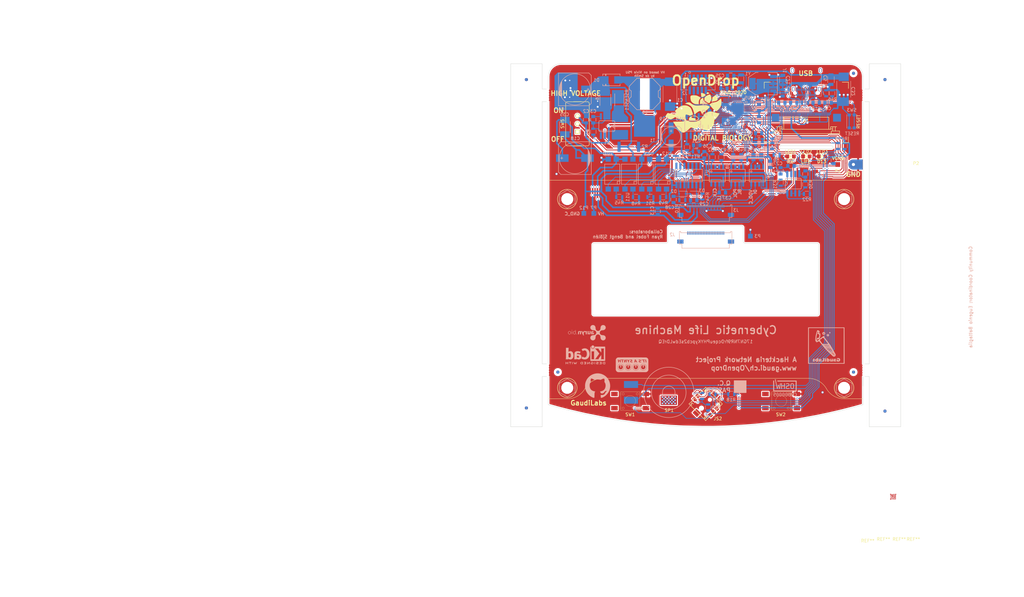
<source format=kicad_pcb>
(kicad_pcb (version 20171130) (host pcbnew 5.0.2-bee76a0~70~ubuntu18.04.1)
  (layers (0 F.Cu signal) (31 B.Cu signal) (34 B.Paste user) (35 F.Paste user) (36 B.SilkS user) (37 F.SilkS user) (38 B.Mask user) (39 F.Mask user) (44 Edge.Cuts user))
  (net 0 "")
  (net 1 "Net-(C1-Pad1)")
  (net 2 "Net-(D1-Pad2)")
  (net 3 GND)
  (net 4 V_HV)
  (net 5 "Net-(RSENSE1-Pad1)")
  (net 6 "Net-(T1-Pad1)")
  (net 7 "Net-(C7-Pad1)")
  (net 8 "Net-(C7-Pad2)")
  (net 9 "Net-(C8-Pad1)")
  (net 10 "Net-(C9-Pad1)")
  (net 11 "Net-(C9-Pad2)")
  (net 12 "Net-(C10-Pad1)")
  (net 13 "Net-(LED1-Pad2)")
  (net 14 CLK)
  (net 15 LE)
  (net 16 DISP_CS)
  (net 17 DISP_RES)
  (net 18 "Net-(LED2-Pad2)")
  (net 19 DISP_SCL)
  (net 20 DISP_SDA)
  (net 21 SW1)
  (net 22 SW2)
  (net 23 DISP_DC)
  (net 24 SPK)
  (net 25 RX_LED)
  (net 26 JOY)
  (net 27 SW3)
  (net 28 BL)
  (net 29 DI)
  (net 30 "Net-(C16-Pad1)")
  (net 31 FEEDBACK)
  (net 32 "Net-(R22-Pad2)")
  (net 33 "Net-(U6-Pad3)")
  (net 34 V_GND)
  (net 35 "Net-(R32-Pad1)")
  (net 36 VDD_C)
  (net 37 CLK_C)
  (net 38 "Net-(R34-Pad1)")
  (net 39 "Net-(R36-Pad1)")
  (net 40 POL)
  (net 41 "Net-(R37-Pad1)")
  (net 42 LE_C)
  (net 43 "Net-(R40-Pad1)")
  (net 44 "Net-(R41-Pad1)")
  (net 45 "Net-(R45-Pad1)")
  (net 46 "Net-(R48-Pad1)")
  (net 47 "Net-(R49-Pad1)")
  (net 48 "Net-(R51-Pad1)")
  (net 49 GND_C)
  (net 50 V_HV_C)
  (net 51 +3V3)
  (net 52 "Net-(C20-Pad1)")
  (net 53 "Net-(C23-Pad2)")
  (net 54 AREF)
  (net 55 "Net-(C25-Pad2)")
  (net 56 AC)
  (net 57 "Net-(R3-Pad1)")
  (net 58 RESET)
  (net 59 SWDIO)
  (net 60 SWCLK)
  (net 61 D+)
  (net 62 "Net-(C3-Pad1)")
  (net 63 D13)
  (net 64 "Net-(R1-Pad1)")
  (net 65 "Net-(R2-Pad2)")
  (net 66 "Net-(LED3-Pad2)")
  (net 67 "Net-(C11-Pad2)")
  (net 68 VSENS)
  (net 69 "Net-(SP1-Pad1)")
  (net 70 "Net-(SP1-Pad2)")
  (net 71 D-)
  (net 72 "Net-(C28-Pad2)")
  (net 73 "Net-(C29-Pad2)")
  (net 74 "Net-(C31-Pad2)")
  (net 75 "Net-(D2-Pad1)")
  (net 76 V_SCK)
  (net 77 V_SI)
  (net 78 V_CS)
  (net 79 "Net-(U10-Pad2)")
  (net 80 "Net-(U11-Pad2)")
  (net 81 "Net-(U12-Pad2)")
  (net 82 "Net-(U13-Pad2)")
  (net 83 V_USB)
  (net 84 "Net-(J1-PadS1)")
  (net 85 "Net-(J1-PadA5)")
  (net 86 "Net-(C11-Pad1)")
  (net 87 SENS_PAD)
  (net 88 "Net-(U16-Pad11)")
  (net 89 "Net-(J1-PadB5)")
  (net 90 "Net-(JS2-Pad1)")
  (net 91 "Net-(JS2-Pad3)")
  (net 92 "Net-(JS2-Pad6)")
  (net 93 BL_C)
  (net 94 DI_C)
  (net 95 POL_C)
  (net 96 DIG1)
  (net 97 DIG0)
  (module GaudiLabsFootPrints:USB_C_Receptacle_Amphenol_12401610E4-2A (layer B.Cu) (at 132 35.9)
    (fp_text reference J1 (at -6.868 -2.749 -270) (layer B.SilkS) (effects (justify mirror)))
    (fp_text value USB_C_Receptacle)
    (pad B12 smd rect (at -3 3.32) (size 0.3 0.7) (layers B.Cu B.Paste B.Mask) (net 3 GND))
    (pad B11 smd rect (at -2.5 3.32) (size 0.3 0.7) (layers B.Cu B.Paste B.Mask))
    (pad B10 smd rect (at -2 3.32) (size 0.3 0.7) (layers B.Cu B.Paste B.Mask))
    (pad B9 smd rect (at -1.5 3.32) (size 0.3 0.7) (layers B.Cu B.Paste B.Mask) (net 83 V_USB))
    (pad B8 smd rect (at -1 3.32) (size 0.3 0.7) (layers B.Cu B.Paste B.Mask))
    (pad B7 smd rect (at -0.5 3.32) (size 0.3 0.7) (layers B.Cu B.Paste B.Mask) (net 71 D-))
    (pad B6 smd rect (at 0 3.32) (size 0.3 0.7) (layers B.Cu B.Paste B.Mask) (net 61 D+))
    (pad B5 smd rect (at 0.5 3.32) (size 0.3 0.7) (layers B.Cu B.Paste B.Mask) (net 89 "Net-(J1-PadB5)"))
    (pad B4 smd rect (at 1 3.32) (size 0.3 0.7) (layers B.Cu B.Paste B.Mask) (net 83 V_USB))
    (pad B3 smd rect (at 1.5 3.32) (size 0.3 0.7) (layers B.Cu B.Paste B.Mask))
    (pad B2 smd rect (at 2 3.32) (size 0.3 0.7) (layers B.Cu B.Paste B.Mask))
    (pad "" np_thru_hole circle (at -3.6 4.36) (size 0.65 0.65) (drill 0.65) (layers *.Cu *.Mask))
    (pad "" np_thru_hole oval (at 3.6 4.36) (size 0.95 0.65) (drill oval 0.95 0.65) (layers *.Cu *.Mask))
    (pad S1 thru_hole oval (at -4.49 -2.84) (size 0.8 1.4) (drill oval 0.5 1.1) (layers *.Cu *.Paste *.Mask) (net 84 "Net-(J1-PadS1)"))
    (pad S1 thru_hole oval (at 4.49 -2.84) (size 0.8 1.4) (drill oval 0.5 1.1) (layers *.Cu *.Paste *.Mask) (net 84 "Net-(J1-PadS1)"))
    (pad S1 thru_hole oval (at 4.13 3.11) (size 0.8 1.4) (drill oval 0.5 1.1) (layers *.Cu *.Paste *.Mask) (net 84 "Net-(J1-PadS1)"))
    (pad B1 smd rect (at 2.5 3.32) (size 0.3 0.7) (layers B.Cu B.Paste B.Mask) (net 3 GND))
    (pad A11 smd rect (at 2.25 5.02) (size 0.3 0.7) (layers B.Cu B.Paste B.Mask))
    (pad A8 smd rect (at 0.75 5.02) (size 0.3 0.7) (layers B.Cu B.Paste B.Mask))
    (pad A9 smd rect (at 1.25 5.02) (size 0.3 0.7) (layers B.Cu B.Paste B.Mask) (net 83 V_USB))
    (pad A10 smd rect (at 1.75 5.02) (size 0.3 0.7) (layers B.Cu B.Paste B.Mask))
    (pad A12 smd rect (at 2.75 5.02) (size 0.3 0.7) (layers B.Cu B.Paste B.Mask) (net 3 GND))
    (pad A7 smd rect (at 0.25 5.02) (size 0.3 0.7) (layers B.Cu B.Paste B.Mask) (net 71 D-))
    (pad A6 smd rect (at -0.25 5.02) (size 0.3 0.7) (layers B.Cu B.Paste B.Mask) (net 61 D+))
    (pad A5 smd rect (at -0.75 5.02) (size 0.3 0.7) (layers B.Cu B.Paste B.Mask) (net 85 "Net-(J1-PadA5)"))
    (pad A4 smd rect (at -1.25 5.02) (size 0.3 0.7) (layers B.Cu B.Paste B.Mask) (net 83 V_USB))
    (pad A3 smd rect (at -1.75 5.02) (size 0.3 0.7) (layers B.Cu B.Paste B.Mask))
    (pad A2 smd rect (at -2.25 5.02) (size 0.3 0.7) (layers B.Cu B.Paste B.Mask))
    (pad A1 smd rect (at -2.75 5.02) (size 0.3 0.7) (layers B.Cu B.Paste B.Mask) (net 3 GND))
    (pad S1 thru_hole oval (at -4.13 3.11) (size 0.8 1.4) (drill oval 0.5 1.1) (layers *.Cu *.Paste *.Mask) (net 84 "Net-(J1-PadS1)"))
  )
  (module GaudiLabsFootPrints:MountingHoleM3 (layer F.Cu) (at 56 134)
    (fp_text reference P15 hide)
    (fp_text value ScrewPad3)
    (pad "" np_thru_hole circle (at 0 0 90) (size 3.2 3.2) (drill 3.2) (layers *.Cu *.Mask))
  )
  (module GaudiLabsFootPrints:FFC_MOLEX_EASYON_05mm_24 (layer B.Cu) (at 100 76.5 180)
    (fp_text reference J3 (at -9.652 -1.021 180) (layer B.SilkS) (effects (justify mirror)))
    (fp_text value Conn_01x24_Female)
    (pad "" smd rect (at -8.05 -2.5 180) (size 2 1.3) (layers B.Cu B.Paste B.Mask))
    (pad "" smd rect (at 8.05 -2.5 180) (size 2 1.3) (layers B.Cu B.Paste B.Mask))
    (pad 1 smd rect (at -5.75 0.2 180) (size 0.3 1) (layers B.Cu B.Paste B.Mask) (net 51 +3V3))
    (pad 2 smd rect (at -5.25 0.2 180) (size 0.3 1) (layers B.Cu B.Paste B.Mask) (net 34 V_GND))
    (pad 3 smd rect (at -4.75 0.2 180) (size 0.3 1) (layers B.Cu B.Paste B.Mask) (net 3 GND))
    (pad 4 smd rect (at -4.25 0.2 180) (size 0.3 1) (layers B.Cu B.Paste B.Mask) (net 94 DI_C))
    (pad 5 smd rect (at -3.75 0.2 180) (size 0.3 1) (layers B.Cu B.Paste B.Mask) (net 3 GND))
    (pad 6 smd rect (at -3.25 0.2 180) (size 0.3 1) (layers B.Cu B.Paste B.Mask) (net 93 BL_C))
    (pad 7 smd rect (at -2.75 0.2 180) (size 0.3 1) (layers B.Cu B.Paste B.Mask) (net 3 GND))
    (pad 8 smd rect (at -2.25 0.2 180) (size 0.3 1) (layers B.Cu B.Paste B.Mask) (net 95 POL_C))
    (pad 9 smd rect (at -1.75 0.2 180) (size 0.3 1) (layers B.Cu B.Paste B.Mask) (net 3 GND))
    (pad 10 smd rect (at -1.25 0.2 180) (size 0.3 1) (layers B.Cu B.Paste B.Mask) (net 42 LE_C))
    (pad 11 smd rect (at -0.75 0.2 180) (size 0.3 1) (layers B.Cu B.Paste B.Mask) (net 3 GND))
    (pad 12 smd rect (at -0.25 0.2 180) (size 0.3 1) (layers B.Cu B.Paste B.Mask) (net 37 CLK_C))
    (pad 13 smd rect (at 0.25 0.2 180) (size 0.3 1) (layers B.Cu B.Paste B.Mask) (net 3 GND))
    (pad 14 smd rect (at 0.75 0.2 180) (size 0.3 1) (layers B.Cu B.Paste B.Mask) (net 96 DIG1))
    (pad 15 smd rect (at 1.25 0.2 180) (size 0.3 1) (layers B.Cu B.Paste B.Mask) (net 97 DIG0))
    (pad 16 smd rect (at 1.75 0.2 180) (size 0.3 1) (layers B.Cu B.Paste B.Mask) (net 87 SENS_PAD))
    (pad 17 smd rect (at 2.25 0.2 180) (size 0.3 1) (layers B.Cu B.Paste B.Mask) (net 3 GND))
    (pad 18 smd rect (at 2.75 0.2 180) (size 0.3 1) (layers B.Cu B.Paste B.Mask) (net 36 VDD_C))
    (pad 19 smd rect (at 3.25 0.2 180) (size 0.3 1) (layers B.Cu B.Paste B.Mask) (net 3 GND))
    (pad 20 smd rect (at 3.75 0.2 180) (size 0.3 1) (layers B.Cu B.Paste B.Mask) (net 50 V_HV_C))
    (pad 21 smd rect (at 4.25 0.2 180) (size 0.3 1) (layers B.Cu B.Paste B.Mask) (net 3 GND))
    (pad 22 smd rect (at 4.75 0.2 180) (size 0.3 1) (layers B.Cu B.Paste B.Mask) (net 49 GND_C))
    (pad 23 smd rect (at 5.25 0.2 180) (size 0.3 1) (layers B.Cu B.Paste B.Mask) (net 49 GND_C))
    (pad 24 smd rect (at 5.75 0.2 180) (size 0.3 1) (layers B.Cu B.Paste B.Mask) (net 3 GND))
  )
  (module Fiducials:Fiducial_1mm_Dia_2.54mm_Outer_CopperBottom (layer F.Cu) (at 157 36)
    (fp_text reference REF** hide)
    (fp_text value Fiducial_1mm_Dia_2.54mm_Outer_CopperBottom)
    (pad ~ smd circle (at 0 0) (size 1 1) (layers B.Cu B.Mask) (clearance 0.77))
  )
  (module Fiducials:Fiducial_1mm_Dia_2.54mm_Outer_CopperBottom (layer F.Cu) (at 157 141.4)
    (fp_text reference REF** hide)
    (fp_text value Fiducial_1mm_Dia_2.54mm_Outer_CopperBottom)
    (pad ~ smd circle (at 0 0) (size 1 1) (layers B.Cu B.Mask) (clearance 0.77))
  )
  (module Fiducials:Fiducial_1mm_Dia_2.54mm_Outer_CopperBottom (layer F.Cu) (at 43 140.4)
    (fp_text reference REF** hide)
    (fp_text value Fiducial_1mm_Dia_2.54mm_Outer_CopperBottom)
    (pad ~ smd circle (at 0 0) (size 1 1) (layers B.Cu B.Mask) (clearance 0.77))
  )
  (module Fiducials:Fiducial_1mm_Dia_2.54mm_Outer_CopperBottom (layer F.Cu) (at 43 36)
    (fp_text reference REF** hide)
    (fp_text value Fiducial_1mm_Dia_2.54mm_Outer_CopperBottom)
    (pad ~ smd circle (at 0 0) (size 1 1) (layers B.Cu B.Mask) (clearance 0.77))
  )
  (module Fiducials:Fiducial_1mm_Dia_2.54mm_Outer_CopperBottom (layer B.Cu) (at 43 140.4)
    (fp_text reference REF** hide)
    (fp_text value Fiducial_1mm_Dia_2.54mm_Outer_CopperBottom)
    (pad ~ smd circle (at 0 0) (size 1 1) (layers F.Cu F.Mask) (clearance 0.77))
  )
  (module Fiducials:Fiducial_1mm_Dia_2.54mm_Outer_CopperBottom (layer B.Cu) (at 43 36)
    (fp_text reference REF** hide)
    (fp_text value Fiducial_1mm_Dia_2.54mm_Outer_CopperBottom)
    (pad ~ smd circle (at 0 0) (size 1 1) (layers F.Cu F.Mask) (clearance 0.77))
  )
  (module Fiducials:Fiducial_1mm_Dia_2.54mm_Outer_CopperBottom (layer B.Cu) (at 157 141.4)
    (fp_text reference REF** hide)
    (fp_text value Fiducial_1mm_Dia_2.54mm_Outer_CopperBottom)
    (pad ~ smd circle (at 0 0) (size 1 1) (layers F.Cu F.Mask) (clearance 0.77))
  )
  (module Fiducials:Fiducial_1mm_Dia_2.54mm_Outer_CopperBottom (layer B.Cu) (at 157 36)
    (fp_text reference REF** hide)
    (fp_text value Fiducial_1mm_Dia_2.54mm_Outer_CopperBottom)
    (pad ~ smd circle (at 0 0) (size 1 1) (layers F.Cu F.Mask) (clearance 0.77))
  )
  (module Capacitors_SMD:C_0805 (layer B.Cu) (at 107.95 34.757)
    (fp_text reference C25 (at -3.429 0 180) (layer B.SilkS) (effects (justify mirror)))
    (fp_text value 22pF)
    (pad 2 smd rect (at 1 0) (size 1 1.25) (layers B.Cu B.Paste B.Mask) (net 55 "Net-(C25-Pad2)"))
    (pad 1 smd rect (at -1 0) (size 1 1.25) (layers B.Cu B.Paste B.Mask) (net 3 GND))
  )
  (module Crystals:Crystal_SMD_3215-2pin_3.2x1.5mm (layer B.Cu) (at 111.252 35.773 270)
    (fp_text reference Y1 (at -1.651 -2.159) (layer B.SilkS) (effects (justify mirror)))
    (fp_text value 32.765)
    (pad 2 smd rect (at -1.25 0 270) (size 1 1.8) (layers B.Cu B.Paste B.Mask) (net 55 "Net-(C25-Pad2)"))
    (pad 1 smd rect (at 1.25 0 270) (size 1 1.8) (layers B.Cu B.Paste B.Mask) (net 53 "Net-(C23-Pad2)"))
  )
  (module GaudiLabsLogos:FLUXL_S2 (layer F.Cu) (at 96.266 46.441)
    (fp_text reference G*** hide)
    (fp_text value LOGO hide)
  )
  (module Capacitors_SMD:C_0805 (layer B.Cu) (at 101.219 46.949 270)
    (fp_text reference C14 (at 0 1.778 270) (layer B.SilkS) (effects (justify mirror)))
    (fp_text value 100nF)
    (pad 1 smd rect (at -1 0 270) (size 1 1.25) (layers B.Cu B.Paste B.Mask) (net 51 +3V3))
    (pad 2 smd rect (at 1 0 270) (size 1 1.25) (layers B.Cu B.Paste B.Mask) (net 3 GND))
  )
  (module LEDs:LED-0805 (layer F.Cu) (at 127 60.411)
    (fp_text reference LED1 (at 0 -1.524) (layer F.SilkS))
    (fp_text value LED)
    (pad 2 smd rect (at 1.04902 0 180) (size 1.19888 1.19888) (layers F.Cu F.Paste F.Mask) (net 13 "Net-(LED1-Pad2)"))
    (pad 1 smd rect (at -1.04902 0 180) (size 1.19888 1.19888) (layers F.Cu F.Paste F.Mask) (net 3 GND))
  )
  (module GaudiLabsFootPrints:SMD_DIP4 (layer B.Cu) (at 86.281 66.067 90)
    (fp_text reference U12 (at 6.545 1.349 180) (layer B.SilkS) (effects (justify mirror)))
    (fp_text value AQY210EH)
    (pad 2 smd rect (at -4.75 -1.27 90) (size 1.6 1.7) (layers B.Cu B.Paste B.Mask) (net 81 "Net-(U12-Pad2)"))
    (pad 1 smd rect (at -4.75 1.27 90) (size 1.6 1.7) (layers B.Cu B.Paste B.Mask) (net 47 "Net-(R49-Pad1)"))
    (pad 4 smd rect (at 4.75 1.27 90) (size 1.6 1.7) (layers B.Cu B.Paste B.Mask) (net 49 GND_C))
    (pad 3 smd rect (at 4.75 -1.27 90) (size 1.6 1.7) (layers B.Cu B.Paste B.Mask) (net 3 GND))
  )
  (module Capacitors_SMD:c_elec_10x10 (layer B.Cu) (at 58.42 60.96 180)
    (fp_text reference C18 (at -0.127 6.264 180) (layer B.SilkS) (effects (justify mirror)))
    (fp_text value "4u7, 250V")
    (pad 1 smd rect (at 4.0005 0 180) (size 4.0005 2.4003) (layers B.Cu B.Paste B.Mask) (net 50 V_HV_C))
    (pad 2 smd rect (at -4.0005 0 180) (size 4.0005 2.4003) (layers B.Cu B.Paste B.Mask) (net 49 GND_C))
  )
  (module Resistors_SMD:R_0805 (layer B.Cu) (at 102.156 60.6695 90)
    (fp_text reference R32 (at 2.2905 -0.048 180) (layer B.SilkS) (effects (justify mirror)))
    (fp_text value 220)
    (pad 1 smd rect (at -0.95 0 90) (size 0.7 1.3) (layers B.Cu B.Paste B.Mask) (net 35 "Net-(R32-Pad1)"))
    (pad 2 smd rect (at 0.95 0 90) (size 0.7 1.3) (layers B.Cu B.Paste B.Mask) (net 14 CLK))
  )
  (module GaudiLabsFootPrints:HCPL_Optocoupler_SMD (layer B.Cu) (at 116.38 66.5115)
    (fp_text reference U9 (at 3.508 -0.0045 90) (layer B.SilkS) (effects (justify mirror)))
    (fp_text value HCPL0534)
    (pad 5 smd rect (at 1.905 2.7325) (size 0.61 1.52) (layers B.Cu B.Paste B.Mask) (net 49 GND_C))
    (pad 6 smd rect (at 0.635 2.7325) (size 0.61 1.52) (layers B.Cu B.Paste B.Mask))
    (pad 7 smd rect (at -0.635 2.7325) (size 0.61 1.52) (layers B.Cu B.Paste B.Mask) (net 94 DI_C))
    (pad 8 smd rect (at -1.905 2.7325) (size 0.61 1.52) (layers B.Cu B.Paste B.Mask) (net 36 VDD_C))
    (pad 1 smd rect (at -1.905 -2.7325) (size 0.61 1.52) (layers B.Cu B.Paste B.Mask) (net 38 "Net-(R34-Pad1)"))
    (pad 2 smd rect (at -0.635 -2.7325) (size 0.61 1.52) (layers B.Cu B.Paste B.Mask) (net 3 GND))
    (pad 3 smd rect (at 0.635 -2.7325) (size 0.61 1.52) (layers B.Cu B.Paste B.Mask) (net 3 GND))
    (pad 4 smd rect (at 1.905 -2.7325) (size 0.61 1.52) (layers B.Cu B.Paste B.Mask) (net 44 "Net-(R41-Pad1)"))
  )
  (module GaudiLabsFootPrints:HCPL_Optocoupler_SMD (layer B.Cu) (at 110.03 66.5115)
    (fp_text reference U8 (at -3.096 -3.0525 90) (layer B.SilkS) (effects (justify mirror)))
    (fp_text value HCPL0534)
    (pad 4 smd rect (at 1.905 -2.7325) (size 0.61 1.52) (layers B.Cu B.Paste B.Mask) (net 43 "Net-(R40-Pad1)"))
    (pad 3 smd rect (at 0.635 -2.7325) (size 0.61 1.52) (layers B.Cu B.Paste B.Mask) (net 3 GND))
    (pad 2 smd rect (at -0.635 -2.7325) (size 0.61 1.52) (layers B.Cu B.Paste B.Mask) (net 3 GND))
    (pad 1 smd rect (at -1.905 -2.7325) (size 0.61 1.52) (layers B.Cu B.Paste B.Mask) (net 39 "Net-(R36-Pad1)"))
    (pad 8 smd rect (at -1.905 2.7325) (size 0.61 1.52) (layers B.Cu B.Paste B.Mask) (net 36 VDD_C))
    (pad 7 smd rect (at -0.635 2.7325) (size 0.61 1.52) (layers B.Cu B.Paste B.Mask) (net 95 POL_C))
    (pad 6 smd rect (at 0.635 2.7325) (size 0.61 1.52) (layers B.Cu B.Paste B.Mask) (net 93 BL_C))
    (pad 5 smd rect (at 1.905 2.7325) (size 0.61 1.52) (layers B.Cu B.Paste B.Mask) (net 49 GND_C))
  )
  (module Resistors_SMD:R_0805 (layer B.Cu) (at 64.262 52.578 90)
    (fp_text reference R1 (at -0.086 -1.651 90) (layer B.SilkS) (effects (justify mirror)))
    (fp_text value 6.8k)
    (pad 1 smd rect (at -0.95 0 90) (size 0.7 1.3) (layers B.Cu B.Paste B.Mask) (net 64 "Net-(R1-Pad1)"))
    (pad 2 smd rect (at 0.95 0 90) (size 0.7 1.3) (layers B.Cu B.Paste B.Mask) (net 3 GND))
  )
  (module Resistors_SMD:R_0805 (layer B.Cu) (at 101.219 43.393 270)
    (fp_text reference R5 (at 0.127 1.651 90) (layer B.SilkS) (effects (justify mirror)))
    (fp_text value 10k)
    (pad 1 smd rect (at -0.95 0 270) (size 0.7 1.3) (layers B.Cu B.Paste B.Mask) (net 58 RESET))
    (pad 2 smd rect (at 0.95 0 270) (size 0.7 1.3) (layers B.Cu B.Paste B.Mask) (net 51 +3V3))
  )
  (module Resistors_SMD:R_0805 (layer B.Cu) (at 108.1278 135.9662)
    (fp_text reference R18 (at -0.0508 1.8288) (layer B.SilkS) (effects (justify mirror)))
    (fp_text value 10k)
    (pad 1 smd rect (at -0.95 0) (size 0.7 1.3) (layers B.Cu B.Paste B.Mask) (net 26 JOY))
    (pad 2 smd rect (at 0.95 0) (size 0.7 1.3) (layers B.Cu B.Paste B.Mask) (net 51 +3V3))
  )
  (module Resistors_SMD:R_0805 (layer B.Cu) (at 102.1334 135.9662)
    (fp_text reference R19 (at 1.4986 1.8288) (layer B.SilkS) (effects (justify mirror)))
    (fp_text value 10k)
    (pad 1 smd rect (at -0.95 0) (size 0.7 1.3) (layers B.Cu B.Paste B.Mask) (net 92 "Net-(JS2-Pad6)"))
    (pad 2 smd rect (at 0.95 0) (size 0.7 1.3) (layers B.Cu B.Paste B.Mask) (net 26 JOY))
  )
  (module Resistors_SMD:R_0805 (layer B.Cu) (at 100.8126 140.2334 270)
    (fp_text reference R20 (at -0.0254 -2.5654) (layer B.SilkS) (effects (justify mirror)))
    (fp_text value 10k)
    (pad 1 smd rect (at -0.95 0 270) (size 0.7 1.3) (layers B.Cu B.Paste B.Mask) (net 91 "Net-(JS2-Pad3)"))
    (pad 2 smd rect (at 0.95 0 270) (size 0.7 1.3) (layers B.Cu B.Paste B.Mask) (net 92 "Net-(JS2-Pad6)"))
  )
  (module Resistors_SMD:R_0805 (layer B.Cu) (at 98.8822 136.5758 270)
    (fp_text reference R21 (at 0.0762 1.6002 270) (layer B.SilkS) (effects (justify mirror)))
    (fp_text value 10k)
    (pad 1 smd rect (at -0.95 0 270) (size 0.7 1.3) (layers B.Cu B.Paste B.Mask) (net 90 "Net-(JS2-Pad1)"))
    (pad 2 smd rect (at 0.95 0 270) (size 0.7 1.3) (layers B.Cu B.Paste B.Mask) (net 91 "Net-(JS2-Pad3)"))
  )
  (module Resistors_SMD:R_0805 (layer B.Cu) (at 132.176 72.36304 180)
    (fp_text reference R22 (at 0 -1.778 180) (layer B.SilkS) (effects (justify mirror)))
    (fp_text value 10k)
    (pad 1 smd rect (at -0.95 0 180) (size 0.7 1.3) (layers B.Cu B.Paste B.Mask) (net 51 +3V3))
    (pad 2 smd rect (at 0.95 0 180) (size 0.7 1.3) (layers B.Cu B.Paste B.Mask) (net 32 "Net-(R22-Pad2)"))
  )
  (module Resistors_SMD:R_0805 (layer B.Cu) (at 131.668 69.31504 90)
    (fp_text reference R30 (at 0 1.778 90) (layer B.SilkS) (effects (justify mirror)))
    (fp_text value 10k)
    (pad 1 smd rect (at -0.95 0 90) (size 0.7 1.3) (layers B.Cu B.Paste B.Mask) (net 32 "Net-(R22-Pad2)"))
    (pad 2 smd rect (at 0.95 0 90) (size 0.7 1.3) (layers B.Cu B.Paste B.Mask) (net 3 GND))
  )
  (module Resistors_SMD:R_0805 (layer B.Cu) (at 123.794 68.80704 90)
    (fp_text reference R31 (at -0.49396 -1.747 90) (layer B.SilkS) (effects (justify mirror)))
    (fp_text value 15k)
    (pad 1 smd rect (at -0.95 0 90) (size 0.7 1.3) (layers B.Cu B.Paste B.Mask) (net 31 FEEDBACK))
    (pad 2 smd rect (at 0.95 0 90) (size 0.7 1.3) (layers B.Cu B.Paste B.Mask) (net 30 "Net-(C16-Pad1)"))
  )
  (module Resistors_SMD:R_0805 (layer B.Cu) (at 98.984 73.203 270)
    (fp_text reference R44 (at 0 -1.651 270) (layer B.SilkS) (effects (justify mirror)))
    (fp_text value 10k)
    (pad 1 smd rect (at -0.95 0 270) (size 0.7 1.3) (layers B.Cu B.Paste B.Mask) (net 75 "Net-(D2-Pad1)"))
    (pad 2 smd rect (at 0.95 0 270) (size 0.7 1.3) (layers B.Cu B.Paste B.Mask) (net 73 "Net-(C29-Pad2)"))
  )
  (module Resistors_SMD:R_0805 (layer B.Cu) (at 72.517 73.365)
    (fp_text reference R45 (at 0 1.778) (layer B.SilkS) (effects (justify mirror)))
    (fp_text value 220)
    (pad 1 smd rect (at -0.95 0) (size 0.7 1.3) (layers B.Cu B.Paste B.Mask) (net 45 "Net-(R45-Pad1)"))
    (pad 2 smd rect (at 0.95 0) (size 0.7 1.3) (layers B.Cu B.Paste B.Mask) (net 83 V_USB))
  )
  (module Resistors_SMD:R_0805 (layer B.Cu) (at 77.851 73.365)
    (fp_text reference R48 (at 0 2.032) (layer B.SilkS) (effects (justify mirror)))
    (fp_text value 220)
    (pad 1 smd rect (at -0.95 0) (size 0.7 1.3) (layers B.Cu B.Paste B.Mask) (net 46 "Net-(R48-Pad1)"))
    (pad 2 smd rect (at 0.95 0) (size 0.7 1.3) (layers B.Cu B.Paste B.Mask) (net 83 V_USB))
  )
  (module Resistors_SMD:R_0805 (layer B.Cu) (at 86.487 73.365 180)
    (fp_text reference R49 (at -0.051 -1.87 180) (layer B.SilkS) (effects (justify mirror)))
    (fp_text value 220)
    (pad 1 smd rect (at -0.95 0 180) (size 0.7 1.3) (layers B.Cu B.Paste B.Mask) (net 47 "Net-(R49-Pad1)"))
    (pad 2 smd rect (at 0.95 0 180) (size 0.7 1.3) (layers B.Cu B.Paste B.Mask) (net 83 V_USB))
  )
  (module Resistors_SMD:R_0805 (layer B.Cu) (at 82.423 73.365)
    (fp_text reference R51 (at -0.076 1.9335) (layer B.SilkS) (effects (justify mirror)))
    (fp_text value 220)
    (pad 1 smd rect (at -0.95 0) (size 0.7 1.3) (layers B.Cu B.Paste B.Mask) (net 48 "Net-(R51-Pad1)"))
    (pad 2 smd rect (at 0.95 0) (size 0.7 1.3) (layers B.Cu B.Paste B.Mask) (net 83 V_USB))
  )
  (module Resistors_SMD:R_0805 (layer B.Cu) (at 117.65 60.6695 90)
    (fp_text reference R41 (at 2.2905 0.587 180) (layer B.SilkS) (effects (justify mirror)))
    (fp_text value 220)
    (pad 1 smd rect (at -0.95 0 90) (size 0.7 1.3) (layers B.Cu B.Paste B.Mask) (net 44 "Net-(R41-Pad1)"))
    (pad 2 smd rect (at 0.95 0 90) (size 0.7 1.3) (layers B.Cu B.Paste B.Mask))
  )
  (module Resistors_SMD:R_0805 (layer B.Cu) (at 140.208 40.345 90)
    (fp_text reference R3 (at 2.286 -2.413 180) (layer B.SilkS) (effects (justify mirror)))
    (fp_text value 390k)
    (pad 1 smd rect (at -0.95 0 90) (size 0.7 1.3) (layers B.Cu B.Paste B.Mask) (net 57 "Net-(R3-Pad1)"))
    (pad 2 smd rect (at 0.95 0 90) (size 0.7 1.3) (layers B.Cu B.Paste B.Mask) (net 3 GND))
  )
  (module Resistors_SMD:R_0805 (layer B.Cu) (at 144.145 57.109 270)
    (fp_text reference R4 (at -2.286 0) (layer B.SilkS) (effects (justify mirror)))
    (fp_text value 390)
    (pad 1 smd rect (at -0.95 0 270) (size 0.7 1.3) (layers B.Cu B.Paste B.Mask) (net 51 +3V3))
    (pad 2 smd rect (at 0.95 0 270) (size 0.7 1.3) (layers B.Cu B.Paste B.Mask) (net 18 "Net-(LED2-Pad2)"))
  )
  (module Resistors_SMD:R_0805 (layer B.Cu) (at 122.555 59.903)
    (fp_text reference R6 (at -0.08 1.472) (layer B.SilkS) (effects (justify mirror)))
    (fp_text value 390)
    (pad 1 smd rect (at -0.95 0) (size 0.7 1.3) (layers B.Cu B.Paste B.Mask) (net 25 RX_LED))
    (pad 2 smd rect (at 0.95 0) (size 0.7 1.3) (layers B.Cu B.Paste B.Mask) (net 13 "Net-(LED1-Pad2)"))
  )
  (module Resistors_SMD:R_0805 (layer B.Cu) (at 142.113 57.109 270)
    (fp_text reference R8 (at -2.286 0) (layer B.SilkS) (effects (justify mirror)))
    (fp_text value 390)
    (pad 1 smd rect (at -0.95 0 270) (size 0.7 1.3) (layers B.Cu B.Paste B.Mask) (net 63 D13))
    (pad 2 smd rect (at 0.95 0 270) (size 0.7 1.3) (layers B.Cu B.Paste B.Mask) (net 66 "Net-(LED3-Pad2)"))
  )
  (module Resistors_SMD:R_0805 (layer B.Cu) (at 115.175 60.675 90)
    (fp_text reference R34 (at 2.169 -0.494 180) (layer B.SilkS) (effects (justify mirror)))
    (fp_text value 220)
    (pad 1 smd rect (at -0.95 0 90) (size 0.7 1.3) (layers B.Cu B.Paste B.Mask) (net 38 "Net-(R34-Pad1)"))
    (pad 2 smd rect (at 0.95 0 90) (size 0.7 1.3) (layers B.Cu B.Paste B.Mask) (net 29 DI))
  )
  (module Resistors_SMD:R_0805 (layer B.Cu) (at 108.76 60.6695 90)
    (fp_text reference R36 (at 2.2905 -0.429 180) (layer B.SilkS) (effects (justify mirror)))
    (fp_text value 220)
    (pad 1 smd rect (at -0.95 0 90) (size 0.7 1.3) (layers B.Cu B.Paste B.Mask) (net 39 "Net-(R36-Pad1)"))
    (pad 2 smd rect (at 0.95 0 90) (size 0.7 1.3) (layers B.Cu B.Paste B.Mask) (net 40 POL))
  )
  (module Resistors_SMD:R_0805 (layer B.Cu) (at 104.975 60.675 90)
    (fp_text reference R37 (at 2.296 0.181 180) (layer B.SilkS) (effects (justify mirror)))
    (fp_text value 220)
    (pad 1 smd rect (at -0.95 0 90) (size 0.7 1.3) (layers B.Cu B.Paste B.Mask) (net 41 "Net-(R37-Pad1)"))
    (pad 2 smd rect (at 0.95 0 90) (size 0.7 1.3) (layers B.Cu B.Paste B.Mask) (net 15 LE))
  )
  (module Resistors_SMD:R_0805 (layer B.Cu) (at 111.3 60.6695 90)
    (fp_text reference R40 (at 2.2905 0.206 180) (layer B.SilkS) (effects (justify mirror)))
    (fp_text value 220)
    (pad 1 smd rect (at -0.95 0 90) (size 0.7 1.3) (layers B.Cu B.Paste B.Mask) (net 43 "Net-(R40-Pad1)"))
    (pad 2 smd rect (at 0.95 0 90) (size 0.7 1.3) (layers B.Cu B.Paste B.Mask) (net 28 BL))
  )
  (module Resistors_SMD:R_0805 (layer B.Cu) (at 99.949 51.013 90)
    (fp_text reference R9 (at -2.413 0 180) (layer B.SilkS) (effects (justify mirror)))
    (fp_text value 390k)
    (pad 1 smd rect (at -0.95 0 90) (size 0.7 1.3) (layers B.Cu B.Paste B.Mask) (net 68 VSENS))
    (pad 2 smd rect (at 0.95 0 90) (size 0.7 1.3) (layers B.Cu B.Paste B.Mask) (net 64 "Net-(R1-Pad1)"))
  )
  (module Resistors_SMD:R_0805 (layer B.Cu) (at 92.568 74.346 180)
    (fp_text reference R10 (at 1.712 -2.667 270) (layer B.SilkS) (effects (justify mirror)))
    (fp_text value 10k)
    (pad 1 smd rect (at -0.95 0 180) (size 0.7 1.3) (layers B.Cu B.Paste B.Mask) (net 75 "Net-(D2-Pad1)"))
    (pad 2 smd rect (at 0.95 0 180) (size 0.7 1.3) (layers B.Cu B.Paste B.Mask) (net 72 "Net-(C28-Pad2)"))
  )
  (module Resistors_SMD:R_0805 (layer B.Cu) (at 96.901 58.887)
    (fp_text reference R11 (at -0.127 1.651) (layer B.SilkS) (effects (justify mirror)))
    (fp_text value 15k)
    (pad 1 smd rect (at -0.95 0) (size 0.7 1.3) (layers B.Cu B.Paste B.Mask) (net 74 "Net-(C31-Pad2)"))
    (pad 2 smd rect (at 0.95 0) (size 0.7 1.3) (layers B.Cu B.Paste B.Mask) (net 51 +3V3))
  )
  (module GaudiLabsFootPrints:D-Pak_TO252AA (layer B.Cu) (at 78.232 50.8 90)
    (fp_text reference T1 (at -4.531 4.826 180) (layer B.SilkS) (effects (justify mirror)))
    (fp_text value TK560P60Y)
    (pad 3 smd rect (at 2.18 -4.3 90) (size 1.55 2.78) (layers B.Cu B.Paste B.Mask) (net 5 "Net-(RSENSE1-Pad1)"))
    (pad 2 smd rect (at 0 2.335 90) (size 6.74 6.73) (layers B.Cu B.Paste B.Mask) (net 2 "Net-(D1-Pad2)"))
    (pad 1 smd rect (at -2.18 -4.3 90) (size 1.55 2.78) (layers B.Cu B.Paste B.Mask) (net 6 "Net-(T1-Pad1)"))
  )
  (module GaudiLabsFootPrints:SMD_DIP4 (layer B.Cu) (at 75.613 66.067 90)
    (fp_text reference U11 (at -7.298 -0.429 90) (layer B.SilkS) (effects (justify mirror)))
    (fp_text value AQY210EH)
    (pad 2 smd rect (at -4.75 -1.27 90) (size 1.6 1.7) (layers B.Cu B.Paste B.Mask) (net 80 "Net-(U11-Pad2)"))
    (pad 1 smd rect (at -4.75 1.27 90) (size 1.6 1.7) (layers B.Cu B.Paste B.Mask) (net 46 "Net-(R48-Pad1)"))
    (pad 4 smd rect (at 4.75 1.27 90) (size 1.6 1.7) (layers B.Cu B.Paste B.Mask) (net 4 V_HV))
    (pad 3 smd rect (at 4.75 -1.27 90) (size 1.6 1.7) (layers B.Cu B.Paste B.Mask) (net 50 V_HV_C))
  )
  (module GaudiLabsFootPrints:SMD_DIP4 (layer B.Cu) (at 70.279 66.067 90)
    (fp_text reference U10 (at 6.545 -1.572) (layer B.SilkS) (effects (justify mirror)))
    (fp_text value AQY210EH)
    (pad 2 smd rect (at -4.75 -1.27 90) (size 1.6 1.7) (layers B.Cu B.Paste B.Mask) (net 79 "Net-(U10-Pad2)"))
    (pad 1 smd rect (at -4.75 1.27 90) (size 1.6 1.7) (layers B.Cu B.Paste B.Mask) (net 45 "Net-(R45-Pad1)"))
    (pad 4 smd rect (at 4.75 1.27 90) (size 1.6 1.7) (layers B.Cu B.Paste B.Mask) (net 50 V_HV_C))
    (pad 3 smd rect (at 4.75 -1.27 90) (size 1.6 1.7) (layers B.Cu B.Paste B.Mask) (net 3 GND))
  )
  (module GaudiLabsFootPrints:SMD_DIP4 (layer B.Cu) (at 80.947 66.067 90)
    (fp_text reference U13 (at 6.545 1.095) (layer B.SilkS) (effects (justify mirror)))
    (fp_text value AQY210EH)
    (pad 2 smd rect (at -4.75 -1.27 90) (size 1.6 1.7) (layers B.Cu B.Paste B.Mask) (net 82 "Net-(U13-Pad2)"))
    (pad 1 smd rect (at -4.75 1.27 90) (size 1.6 1.7) (layers B.Cu B.Paste B.Mask) (net 48 "Net-(R51-Pad1)"))
    (pad 4 smd rect (at 4.75 1.27 90) (size 1.6 1.7) (layers B.Cu B.Paste B.Mask) (net 83 V_USB))
    (pad 3 smd rect (at 4.75 -1.27 90) (size 1.6 1.7) (layers B.Cu B.Paste B.Mask) (net 36 VDD_C))
  )
  (module GaudiLabsFootPrints:HCPL_Optocoupler_SMD (layer B.Cu) (at 103.68 66.5115)
    (fp_text reference U7 (at -3.35 -0.8935 90) (layer B.SilkS) (effects (justify mirror)))
    (fp_text value HCPL0534)
    (pad 5 smd rect (at 1.905 2.7325) (size 0.61 1.52) (layers B.Cu B.Paste B.Mask) (net 49 GND_C))
    (pad 6 smd rect (at 0.635 2.7325) (size 0.61 1.52) (layers B.Cu B.Paste B.Mask) (net 42 LE_C))
    (pad 7 smd rect (at -0.635 2.7325) (size 0.61 1.52) (layers B.Cu B.Paste B.Mask) (net 37 CLK_C))
    (pad 8 smd rect (at -1.905 2.7325) (size 0.61 1.52) (layers B.Cu B.Paste B.Mask) (net 36 VDD_C))
    (pad 1 smd rect (at -1.905 -2.7325) (size 0.61 1.52) (layers B.Cu B.Paste B.Mask) (net 35 "Net-(R32-Pad1)"))
    (pad 2 smd rect (at -0.635 -2.7325) (size 0.61 1.52) (layers B.Cu B.Paste B.Mask) (net 3 GND))
    (pad 3 smd rect (at 0.635 -2.7325) (size 0.61 1.52) (layers B.Cu B.Paste B.Mask) (net 3 GND))
    (pad 4 smd rect (at 1.905 -2.7325) (size 0.61 1.52) (layers B.Cu B.Paste B.Mask) (net 41 "Net-(R37-Pad1)"))
  )
  (module Capacitors_SMD:C_0805 (layer B.Cu) (at 123.794 64.99704 90)
    (fp_text reference C17 (at -0.11296 -1.62 90) (layer B.SilkS) (effects (justify mirror)))
    (fp_text value 1pF)
    (pad 1 smd rect (at -1 0 90) (size 1 1.25) (layers B.Cu B.Paste B.Mask) (net 31 FEEDBACK))
    (pad 2 smd rect (at 1 0 90) (size 1 1.25) (layers B.Cu B.Paste B.Mask) (net 30 "Net-(C16-Pad1)"))
  )
  (module GaudiLabsFootPrints:Switch_On-On (layer F.Cu) (at 59.23 50.065 90)
    (fp_text reference SW5 (at 0 -4.75 90) (layer F.SilkS))
    (fp_text value SPST)
    (pad 3 thru_hole rect (at -2.54 0 90) (size 1.397 1.397) (drill 0.8128) (layers *.Cu *.Mask F.SilkS))
    (pad 2 thru_hole circle (at 0 0 90) (size 1.397 1.397) (drill 0.8128) (layers *.Cu *.Mask F.SilkS) (net 83 V_USB))
    (pad 1 thru_hole circle (at 2.54 0 90) (size 1.397 1.397) (drill 0.8128) (layers *.Cu *.Mask F.SilkS) (net 1 "Net-(C1-Pad1)"))
  )
  (module GaudiLabsFootPrints:SO08 (layer B.Cu) (at 127.858 69.06104)
    (fp_text reference U6 (at -3.525 2.77996) (layer B.SilkS) (effects (justify mirror)))
    (fp_text value MCP6002)
    (pad 5 smd rect (at 1.905 3.0734) (size 0.6604 2.032) (layers B.Cu B.Paste B.Mask) (net 32 "Net-(R22-Pad2)"))
    (pad 6 smd rect (at 0.635 3.0734) (size 0.6604 2.032) (layers B.Cu B.Paste B.Mask) (net 33 "Net-(U6-Pad3)"))
    (pad 7 smd rect (at -0.635 3.0734) (size 0.6604 2.032) (layers B.Cu B.Paste B.Mask) (net 33 "Net-(U6-Pad3)"))
    (pad 8 smd rect (at -1.905 3.0734) (size 0.6604 2.032) (layers B.Cu B.Paste B.Mask) (net 51 +3V3))
    (pad 1 smd rect (at -1.905 -3.0734) (size 0.6604 2.032) (layers B.Cu B.Paste B.Mask) (net 31 FEEDBACK))
    (pad 2 smd rect (at -0.635 -3.0734) (size 0.6604 2.032) (layers B.Cu B.Paste B.Mask) (net 30 "Net-(C16-Pad1)"))
    (pad 3 smd rect (at 0.635 -3.0734) (size 0.6604 2.032) (layers B.Cu B.Paste B.Mask) (net 33 "Net-(U6-Pad3)"))
    (pad 4 smd rect (at 1.905 -3.0734) (size 0.6604 2.032) (layers B.Cu B.Paste B.Mask) (net 3 GND))
  )
  (module Resistors_SMD:R_2512 (layer B.Cu) (at 75.565 57.363)
    (fp_text reference R2 (at 5.08 -0.127) (layer B.SilkS) (effects (justify mirror)))
    (fp_text value 1M5)
    (pad 1 smd rect (at -3.1 0) (size 1 3.2) (layers B.Cu B.Paste B.Mask) (net 4 V_HV))
    (pad 2 smd rect (at 3.1 0) (size 1 3.2) (layers B.Cu B.Paste B.Mask) (net 65 "Net-(R2-Pad2)"))
  )
  (module Resistors_SMD:R_2010 (layer B.Cu) (at 72.565 42.445 90)
    (fp_text reference RSENSE1 (at -0.059 2.365 90) (layer B.SilkS) (effects (justify mirror)))
    (fp_text value 0R1)
    (pad 1 smd rect (at -2.45 0 90) (size 1 2.5) (layers B.Cu B.Paste B.Mask) (net 5 "Net-(RSENSE1-Pad1)"))
    (pad 2 smd rect (at 2.45 0 90) (size 1 2.5) (layers B.Cu B.Paste B.Mask) (net 3 GND))
  )
  (module Capacitors_SMD:C_0805 (layer B.Cu) (at 61.976 48.768 90)
    (fp_text reference C2 (at 2.708 0 180) (layer B.SilkS) (effects (justify mirror)))
    (fp_text value 100nF)
    (pad 1 smd rect (at -1 0 90) (size 1 1.25) (layers B.Cu B.Paste B.Mask) (net 1 "Net-(C1-Pad1)"))
    (pad 2 smd rect (at 1 0 90) (size 1 1.25) (layers B.Cu B.Paste B.Mask) (net 3 GND))
  )
  (module Capacitors_SMD:C_0805 (layer B.Cu) (at 64.262 48.768 270)
    (fp_text reference C3 (at -2.708 0) (layer B.SilkS) (effects (justify mirror)))
    (fp_text value 100nF)
    (pad 1 smd rect (at -1 0 270) (size 1 1.25) (layers B.Cu B.Paste B.Mask) (net 62 "Net-(C3-Pad1)"))
    (pad 2 smd rect (at 1 0 270) (size 1 1.25) (layers B.Cu B.Paste B.Mask) (net 3 GND))
  )
  (module Capacitors_SMD:C_0805 (layer B.Cu) (at 84.76 77.886 90)
    (fp_text reference C13 (at 0.254 -1.778 90) (layer B.SilkS) (effects (justify mirror)))
    (fp_text value 100nF)
    (pad 1 smd rect (at -1 0 90) (size 1 1.25) (layers B.Cu B.Paste B.Mask) (net 36 VDD_C))
    (pad 2 smd rect (at 1 0 90) (size 1 1.25) (layers B.Cu B.Paste B.Mask) (net 49 GND_C))
  )
  (module GaudiLabsFootPrints:DO-214AA (layer B.Cu) (at 70.025 36.095 180)
    (fp_text reference D1 (at 4.747 -0.059 180) (layer B.SilkS) (effects (justify mirror)))
    (fp_text value ES2F)
    (pad 1 smd rect (at 2.15 0 180) (size 2.5 2.3) (layers B.Cu B.Paste B.Mask) (net 4 V_HV))
    (pad 2 smd rect (at -2.15 0 180) (size 2.5 2.3) (layers B.Cu B.Paste B.Mask) (net 2 "Net-(D1-Pad2)"))
  )
  (module Fiducials:Fiducial_1mm_Dia_2.54mm_Outer_CopperTop (layer F.Cu) (at 147 129)
    (fp_text reference REF** hide)
    (fp_text value Fiducial_1mm_Dia_2.54mm_Outer_CopperTop)
    (pad ~ smd circle (at 0 0) (size 1 1) (layers F.Cu F.Mask) (clearance 0.77))
  )
  (module Fiducials:Fiducial_1mm_Dia_2.54mm_Outer_CopperBottom (layer F.Cu) (at 147 34)
    (fp_text reference REF** hide)
    (fp_text value Fiducial_1mm_Dia_2.54mm_Outer_CopperBottom)
    (pad ~ smd circle (at 0 0) (size 1 1) (layers B.Cu B.Mask) (clearance 0.77))
  )
  (module Fiducials:Fiducial_1mm_Dia_2.54mm_Outer_CopperTop (layer F.Cu) (at 147 34)
    (fp_text reference REF** hide)
    (fp_text value Fiducial_1mm_Dia_2.54mm_Outer_CopperTop)
    (pad ~ smd circle (at 0 0) (size 1 1) (layers F.Cu F.Mask) (clearance 0.77))
  )
  (module Fiducials:Fiducial_1mm_Dia_2.54mm_Outer_CopperTop (layer F.Cu) (at 53 129)
    (fp_text reference REF** hide)
    (fp_text value Fiducial_1mm_Dia_2.54mm_Outer_CopperTop)
    (pad ~ smd circle (at 0 0) (size 1 1) (layers F.Cu F.Mask) (clearance 0.77))
  )
  (module Fiducials:Fiducial_1mm_Dia_2.54mm_Outer_CopperBottom (layer F.Cu) (at 147 129)
    (fp_text reference REF** hide)
    (fp_text value Fiducial_1mm_Dia_2.54mm_Outer_CopperBottom)
    (pad ~ smd circle (at 0 0) (size 1 1) (layers B.Cu B.Mask) (clearance 0.77))
  )
  (module Fiducials:Fiducial_1mm_Dia_2.54mm_Outer_CopperBottom (layer F.Cu) (at 53 129)
    (fp_text reference REF** hide)
    (fp_text value Fiducial_1mm_Dia_2.54mm_Outer_CopperBottom)
    (pad ~ smd circle (at 0 0) (size 1 1) (layers B.Cu B.Mask) (clearance 0.77))
  )
  (module GaudiLabsFootPrints:PUSH_BUTTON_SMD (layer F.Cu) (at 76 138.2 180)
    (fp_text reference SW1 (at 0.006 -4.3 180) (layer F.SilkS))
    (fp_text value SW_PUSH)
    (pad 3 smd rect (at 5 -2.25 180) (size 2.1 1.4) (layers F.Cu F.Paste F.Mask))
    (pad 4 smd rect (at 5 2.25 180) (size 2.1 1.4) (layers F.Cu F.Paste F.Mask))
    (pad 1 smd rect (at -5 -2.25 180) (size 2.1 1.4) (layers F.Cu F.Paste F.Mask) (net 21 SW1))
    (pad 2 smd rect (at -5 2.25 180) (size 2.1 1.4) (layers F.Cu F.Paste F.Mask) (net 3 GND))
  )
  (module GaudiLabsFootPrints:PUSH_BUTTON_SMD (layer F.Cu) (at 124 138.2 180)
    (fp_text reference SW2 (at 0.127 -4.3 180) (layer F.SilkS))
    (fp_text value SW_PUSH)
    (pad 3 smd rect (at 5 -2.25 180) (size 2.1 1.4) (layers F.Cu F.Paste F.Mask))
    (pad 4 smd rect (at 5 2.25 180) (size 2.1 1.4) (layers F.Cu F.Paste F.Mask))
    (pad 1 smd rect (at -5 -2.25 180) (size 2.1 1.4) (layers F.Cu F.Paste F.Mask) (net 22 SW2))
    (pad 2 smd rect (at -5 2.25 180) (size 2.1 1.4) (layers F.Cu F.Paste F.Mask) (net 3 GND))
  )
  (module Capacitors_SMD:C_0805 (layer B.Cu) (at 131.668 66.01304 270)
    (fp_text reference C15 (at -2.55404 -0.031) (layer B.SilkS) (effects (justify mirror)))
    (fp_text value 1uF)
    (pad 1 smd rect (at -1 0 270) (size 1 1.25) (layers B.Cu B.Paste B.Mask) (net 51 +3V3))
    (pad 2 smd rect (at 1 0 270) (size 1 1.25) (layers B.Cu B.Paste B.Mask) (net 3 GND))
  )
  (module Capacitors_SMD:C_0805 (layer B.Cu) (at 127.127 63.459)
    (fp_text reference C16 (at -0.052 -1.584) (layer B.SilkS) (effects (justify mirror)))
    (fp_text value 1uF)
    (pad 1 smd rect (at -1 0) (size 1 1.25) (layers B.Cu B.Paste B.Mask) (net 30 "Net-(C16-Pad1)"))
    (pad 2 smd rect (at 1 0) (size 1 1.25) (layers B.Cu B.Paste B.Mask) (net 34 V_GND))
  )
  (module Capacitors_SMD:c_elec_10x10 (layer B.Cu) (at 58.42 39.116)
    (fp_text reference C4 (at -4.318 6.309) (layer B.SilkS) (effects (justify mirror)))
    (fp_text value "4u7, 250V")
    (pad 1 smd rect (at 4.0005 0) (size 4.0005 2.4003) (layers B.Cu B.Paste B.Mask) (net 4 V_HV))
    (pad 2 smd rect (at -4.0005 0) (size 4.0005 2.4003) (layers B.Cu B.Paste B.Mask) (net 3 GND))
  )
  (module Capacitors_SMD:C_0805 (layer B.Cu) (at 105.791 38.821 180)
    (fp_text reference C20 (at 0 -1.778 180) (layer B.SilkS) (effects (justify mirror)))
    (fp_text value 1uF)
    (pad 1 smd rect (at -1 0 180) (size 1 1.25) (layers B.Cu B.Paste B.Mask) (net 52 "Net-(C20-Pad1)"))
    (pad 2 smd rect (at 1 0 180) (size 1 1.25) (layers B.Cu B.Paste B.Mask) (net 3 GND))
  )
  (module Capacitors_SMD:C_0805 (layer B.Cu) (at 140.716 61.681 90)
    (fp_text reference C22 (at 1.016 2.794 180) (layer B.SilkS) (effects (justify mirror)))
    (fp_text value 100nF)
    (pad 1 smd rect (at -1 0 90) (size 1 1.25) (layers B.Cu B.Paste B.Mask) (net 3 GND))
    (pad 2 smd rect (at 1 0 90) (size 1 1.25) (layers B.Cu B.Paste B.Mask) (net 51 +3V3))
  )
  (module Capacitors_SMD:C_0805 (layer B.Cu) (at 107.95 36.789)
    (fp_text reference C23 (at -3.429 0 180) (layer B.SilkS) (effects (justify mirror)))
    (fp_text value 22pF)
    (pad 2 smd rect (at 1 0) (size 1 1.25) (layers B.Cu B.Paste B.Mask) (net 53 "Net-(C23-Pad2)"))
    (pad 1 smd rect (at -1 0) (size 1 1.25) (layers B.Cu B.Paste B.Mask) (net 3 GND))
  )
  (module Capacitors_SMD:C_0805 (layer B.Cu) (at 116.967 44.917 90)
    (fp_text reference C24 (at 0.042 -1.582 90) (layer B.SilkS) (effects (justify mirror)))
    (fp_text value 1uF)
    (pad 1 smd rect (at -1 0 90) (size 1 1.25) (layers B.Cu B.Paste B.Mask) (net 3 GND))
    (pad 2 smd rect (at 1 0 90) (size 1 1.25) (layers B.Cu B.Paste B.Mask) (net 54 AREF))
  )
  (module Capacitors_SMD:c_elec_6.3x5.8 (layer B.Cu) (at 89 54.125 90)
    (fp_text reference C19 (at 5.652 -2.259 180) (layer B.SilkS) (effects (justify mirror)))
    (fp_text value "22uF, 50V")
    (pad 1 smd rect (at 2.75082 0 90) (size 3.59918 1.6002) (layers B.Cu B.Paste B.Mask) (net 36 VDD_C))
    (pad 2 smd rect (at -2.75082 0 90) (size 3.59918 1.6002) (layers B.Cu B.Paste B.Mask) (net 49 GND_C))
  )
  (module GaudiLabsFootPrints:SRN1060 (layer B.Cu) (at 80.645 40.599 180)
    (fp_text reference L1 (at 0 -5.842) (layer B.SilkS) (effects (justify mirror)))
    (fp_text value 100uH)
    (pad 1 smd rect (at -3.3 0 180) (size 3.5 10.2) (layers B.Cu B.Paste B.Mask) (net 1 "Net-(C1-Pad1)"))
    (pad 2 smd rect (at 3.3 0 180) (size 3.5 10.2) (layers B.Cu B.Paste B.Mask) (net 2 "Net-(D1-Pad2)"))
  )
  (module Capacitors_SMD:C_0805 (layer B.Cu) (at 124.206 43.393)
    (fp_text reference C7 (at 0 1.778) (layer B.SilkS) (effects (justify mirror)))
    (fp_text value 1uF)
    (pad 2 smd rect (at 1 0) (size 1 1.25) (layers B.Cu B.Paste B.Mask) (net 8 "Net-(C7-Pad2)"))
    (pad 1 smd rect (at -1 0) (size 1 1.25) (layers B.Cu B.Paste B.Mask) (net 7 "Net-(C7-Pad1)"))
  )
  (module Capacitors_SMD:C_0805 (layer B.Cu) (at 138.938 43.393)
    (fp_text reference C8 (at 0 1.778) (layer B.SilkS) (effects (justify mirror)))
    (fp_text value 2.2uF)
    (pad 1 smd rect (at -1 0) (size 1 1.25) (layers B.Cu B.Paste B.Mask) (net 9 "Net-(C8-Pad1)"))
    (pad 2 smd rect (at 1 0) (size 1 1.25) (layers B.Cu B.Paste B.Mask) (net 3 GND))
  )
  (module Capacitors_SMD:C_0805 (layer B.Cu) (at 128.016 43.393)
    (fp_text reference C9 (at 0 1.778) (layer B.SilkS) (effects (justify mirror)))
    (fp_text value 1uF)
    (pad 1 smd rect (at -1 0) (size 1 1.25) (layers B.Cu B.Paste B.Mask) (net 10 "Net-(C9-Pad1)"))
    (pad 2 smd rect (at 1 0) (size 1 1.25) (layers B.Cu B.Paste B.Mask) (net 11 "Net-(C9-Pad2)"))
  )
  (module Capacitors_SMD:C_0805 (layer B.Cu) (at 135.128 43.393)
    (fp_text reference C10 (at 0 1.778) (layer B.SilkS) (effects (justify mirror)))
    (fp_text value 2.2uF)
    (pad 2 smd rect (at 1 0) (size 1 1.25) (layers B.Cu B.Paste B.Mask) (net 3 GND))
    (pad 1 smd rect (at -1 0) (size 1 1.25) (layers B.Cu B.Paste B.Mask) (net 12 "Net-(C10-Pad1)"))
  )
  (module Capacitors_SMD:C_0805 (layer B.Cu) (at 116.84 53.045 180)
    (fp_text reference C11 (at 3.265 -0.13 180) (layer B.SilkS) (effects (justify mirror)))
    (fp_text value 1uF)
    (pad 1 smd rect (at -1 0 180) (size 1 1.25) (layers B.Cu B.Paste B.Mask) (net 86 "Net-(C11-Pad1)"))
    (pad 2 smd rect (at 1 0 180) (size 1 1.25) (layers B.Cu B.Paste B.Mask) (net 67 "Net-(C11-Pad2)"))
  )
  (module GaudiLabsFootPrints:C_1913 (layer B.Cu) (at 68.12 42.445 270)
    (fp_text reference C6 (at -0.83 2.588 270) (layer B.SilkS) (effects (justify mirror)))
    (fp_text value "100nF, 250V")
    (pad 1 smd rect (at -2.3 0 270) (size 2 3) (layers B.Cu B.Paste B.Mask) (net 4 V_HV))
    (pad 2 smd rect (at 2.3 0 270) (size 2 3) (layers B.Cu B.Paste B.Mask) (net 3 GND))
  )
  (module Capacitors_SMD:C_0805 (layer B.Cu) (at 120.523 62.951 90)
    (fp_text reference C27 (at 0.276 2.452 180) (layer B.SilkS) (effects (justify mirror)))
    (fp_text value 1uF)
    (pad 1 smd rect (at -1 0 90) (size 1 1.25) (layers B.Cu B.Paste B.Mask) (net 3 GND))
    (pad 2 smd rect (at 1 0 90) (size 1 1.25) (layers B.Cu B.Paste B.Mask) (net 83 V_USB))
  )
  (module GaudiLabsFootPrints:SO08 (layer B.Cu) (at 68.58 50.8 180)
    (fp_text reference U1 (at 0 -5.293 180) (layer B.SilkS) (effects (justify mirror)))
    (fp_text value MAX1771ESA)
    (pad 5 smd rect (at 1.905 3.0734 180) (size 0.6604 2.032) (layers B.Cu B.Paste B.Mask) (net 62 "Net-(C3-Pad1)"))
    (pad 6 smd rect (at 0.635 3.0734 180) (size 0.6604 2.032) (layers B.Cu B.Paste B.Mask) (net 3 GND))
    (pad 7 smd rect (at -0.635 3.0734 180) (size 0.6604 2.032) (layers B.Cu B.Paste B.Mask) (net 3 GND))
    (pad 8 smd rect (at -1.905 3.0734 180) (size 0.6604 2.032) (layers B.Cu B.Paste B.Mask) (net 5 "Net-(RSENSE1-Pad1)"))
    (pad 1 smd rect (at -1.905 -3.0734 180) (size 0.6604 2.032) (layers B.Cu B.Paste B.Mask) (net 6 "Net-(T1-Pad1)"))
    (pad 2 smd rect (at -0.635 -3.0734 180) (size 0.6604 2.032) (layers B.Cu B.Paste B.Mask) (net 1 "Net-(C1-Pad1)"))
    (pad 3 smd rect (at 0.635 -3.0734 180) (size 0.6604 2.032) (layers B.Cu B.Paste B.Mask) (net 65 "Net-(R2-Pad2)"))
    (pad 4 smd rect (at 1.905 -3.0734 180) (size 0.6604 2.032) (layers B.Cu B.Paste B.Mask) (net 3 GND))
  )
  (module GaudiLabsFootPrints:SO08 (layer B.Cu) (at 95.885 50.759 180)
    (fp_text reference U15 (at 3.937 2.286 180) (layer B.SilkS) (effects (justify mirror)))
    (fp_text value MCP41010)
    (pad 5 smd rect (at 1.905 3.0734 180) (size 0.6604 2.032) (layers B.Cu B.Paste B.Mask) (net 65 "Net-(R2-Pad2)"))
    (pad 6 smd rect (at 0.635 3.0734 180) (size 0.6604 2.032) (layers B.Cu B.Paste B.Mask) (net 65 "Net-(R2-Pad2)"))
    (pad 7 smd rect (at -0.635 3.0734 180) (size 0.6604 2.032) (layers B.Cu B.Paste B.Mask) (net 64 "Net-(R1-Pad1)"))
    (pad 8 smd rect (at -1.905 3.0734 180) (size 0.6604 2.032) (layers B.Cu B.Paste B.Mask) (net 51 +3V3))
    (pad 1 smd rect (at -1.905 -3.0734 180) (size 0.6604 2.032) (layers B.Cu B.Paste B.Mask) (net 78 V_CS))
    (pad 2 smd rect (at -0.635 -3.0734 180) (size 0.6604 2.032) (layers B.Cu B.Paste B.Mask) (net 76 V_SCK))
    (pad 3 smd rect (at 0.635 -3.0734 180) (size 0.6604 2.032) (layers B.Cu B.Paste B.Mask) (net 77 V_SI))
    (pad 4 smd rect (at 1.905 -3.0734 180) (size 0.6604 2.032) (layers B.Cu B.Paste B.Mask) (net 3 GND))
  )
  (module LEDs:LED-0805 (layer F.Cu) (at 132 60.411)
    (fp_text reference LED2 (at -0.047 -1.524) (layer F.SilkS))
    (fp_text value LED)
    (pad 2 smd rect (at 1.04902 0 180) (size 1.19888 1.19888) (layers F.Cu F.Paste F.Mask) (net 18 "Net-(LED2-Pad2)"))
    (pad 1 smd rect (at -1.04902 0 180) (size 1.19888 1.19888) (layers F.Cu F.Paste F.Mask) (net 3 GND))
  )
  (module LEDs:LED-0805 (layer F.Cu) (at 137 60.411)
    (fp_text reference LED3 (at 0.033 -1.524) (layer F.SilkS))
    (fp_text value LED)
    (pad 2 smd rect (at 1.04902 0 180) (size 1.19888 1.19888) (layers F.Cu F.Paste F.Mask) (net 66 "Net-(LED3-Pad2)"))
    (pad 1 smd rect (at -1.04902 0 180) (size 1.19888 1.19888) (layers F.Cu F.Paste F.Mask) (net 3 GND))
  )
  (module TO_SOT_Packages_SMD:SOT-23-6 (layer B.Cu) (at 116.967 55.839)
    (fp_text reference U3 (at -2.921 -0.127) (layer B.SilkS) (effects (justify mirror)))
    (fp_text value PAM8301)
    (pad 1 smd rect (at -1.1 0.95) (size 1.06 0.65) (layers B.Cu B.Paste B.Mask) (net 69 "Net-(SP1-Pad1)"))
    (pad 2 smd rect (at -1.1 0) (size 1.06 0.65) (layers B.Cu B.Paste B.Mask) (net 3 GND))
    (pad 3 smd rect (at -1.1 -0.95) (size 1.06 0.65) (layers B.Cu B.Paste B.Mask) (net 67 "Net-(C11-Pad2)"))
    (pad 4 smd rect (at 1.1 -0.95) (size 1.06 0.65) (layers B.Cu B.Paste B.Mask) (net 51 +3V3))
    (pad 6 smd rect (at 1.1 0.95) (size 1.06 0.65) (layers B.Cu B.Paste B.Mask) (net 70 "Net-(SP1-Pad2)"))
    (pad 5 smd rect (at 1.1 0) (size 1.06 0.65) (layers B.Cu B.Paste B.Mask) (net 51 +3V3))
  )
  (module Capacitors_SMD:C_0805 (layer B.Cu) (at 89.789 74.127 90)
    (fp_text reference C28 (at -2.505 -1.219 180) (layer B.SilkS) (effects (justify mirror)))
    (fp_text value 3.3nF)
    (pad 2 smd rect (at 1 0 90) (size 1 1.25) (layers B.Cu B.Paste B.Mask) (net 72 "Net-(C28-Pad2)"))
    (pad 1 smd rect (at -1 0 90) (size 1 1.25) (layers B.Cu B.Paste B.Mask) (net 3 GND))
  )
  (module Capacitors_SMD:C_0805 (layer B.Cu) (at 96.19 74.346)
    (fp_text reference C29 (at 3.302 1.143 -180) (layer B.SilkS) (effects (justify mirror)))
    (fp_text value 3.3nF)
    (pad 1 smd rect (at -1 0) (size 1 1.25) (layers B.Cu B.Paste B.Mask) (net 3 GND))
    (pad 2 smd rect (at 1 0) (size 1 1.25) (layers B.Cu B.Paste B.Mask) (net 73 "Net-(C29-Pad2)"))
  )
  (module Capacitors_SMD:C_0805 (layer B.Cu) (at 97.155 56.855 180)
    (fp_text reference C31 (at 0.11 1.415 180) (layer B.SilkS) (effects (justify mirror)))
    (fp_text value 100nF)
    (pad 2 smd rect (at 1 0 180) (size 1 1.25) (layers B.Cu B.Paste B.Mask) (net 74 "Net-(C31-Pad2)"))
    (pad 1 smd rect (at -1 0 180) (size 1 1.25) (layers B.Cu B.Paste B.Mask) (net 56 AC))
  )
  (module Diodes_SMD:D_SOD-323 (layer B.Cu) (at 92.583 72.314 180)
    (fp_text reference D2 (at 2.743 0.762 180) (layer B.SilkS) (effects (justify mirror)))
    (fp_text value 1N4148)
    (pad 2 smd rect (at 1.05 0 180) (size 0.6 0.45) (layers B.Cu B.Paste B.Mask) (net 72 "Net-(C28-Pad2)"))
    (pad 1 smd rect (at -1.05 0 180) (size 0.6 0.45) (layers B.Cu B.Paste B.Mask) (net 75 "Net-(D2-Pad1)"))
  )
  (module Diodes_SMD:D_SOD-323 (layer B.Cu) (at 96.139 72.314 180)
    (fp_text reference D3 (at -2.667 1.016 180) (layer B.SilkS) (effects (justify mirror)))
    (fp_text value 1N4148)
    (pad 1 smd rect (at -1.05 0 180) (size 0.6 0.45) (layers B.Cu B.Paste B.Mask) (net 73 "Net-(C29-Pad2)"))
    (pad 2 smd rect (at 1.05 0 180) (size 0.6 0.45) (layers B.Cu B.Paste B.Mask) (net 75 "Net-(D2-Pad1)"))
  )
  (module GaudiLabsFootPrints:SOIC-14_N (layer B.Cu) (at 94.5 66.5)
    (fp_text reference U16 (at -3.06 -5.073) (layer B.SilkS) (effects (justify mirror)))
    (fp_text value 74xx14)
    (pad 1 smd rect (at -3.81 -3.0734) (size 0.6604 2.032) (layers B.Cu B.Paste B.Mask) (net 72 "Net-(C28-Pad2)"))
    (pad 2 smd rect (at -2.54 -3.0734) (size 0.6604 2.032) (layers B.Cu B.Paste B.Mask) (net 79 "Net-(U10-Pad2)"))
    (pad 3 smd rect (at -1.27 -3.0734) (size 0.6604 2.032) (layers B.Cu B.Paste B.Mask) (net 74 "Net-(C31-Pad2)"))
    (pad 4 smd rect (at 0 -3.0734) (size 0.6604 2.032) (layers B.Cu B.Paste B.Mask) (net 75 "Net-(D2-Pad1)"))
    (pad 5 smd rect (at 1.27 -3.0734) (size 0.6604 2.032) (layers B.Cu B.Paste B.Mask) (net 88 "Net-(U16-Pad11)"))
    (pad 6 smd rect (at 2.54 -3.0734) (size 0.6604 2.032) (layers B.Cu B.Paste B.Mask) (net 80 "Net-(U11-Pad2)"))
    (pad 7 smd rect (at 3.81 -3.0734) (size 0.6604 2.032) (layers B.Cu B.Paste B.Mask) (net 3 GND))
    (pad 8 smd rect (at 3.81 3.0734) (size 0.6604 2.032) (layers B.Cu B.Paste B.Mask) (net 88 "Net-(U16-Pad11)"))
    (pad 9 smd rect (at 2.54 3.0734) (size 0.6604 2.032) (layers B.Cu B.Paste B.Mask) (net 73 "Net-(C29-Pad2)"))
    (pad 11 smd rect (at 0 3.0734) (size 0.6604 2.032) (layers B.Cu B.Paste B.Mask) (net 88 "Net-(U16-Pad11)"))
    (pad 12 smd rect (at -1.27 3.0734) (size 0.6604 2.032) (layers B.Cu B.Paste B.Mask) (net 81 "Net-(U12-Pad2)"))
    (pad 13 smd rect (at -2.54 3.0734) (size 0.6604 2.032) (layers B.Cu B.Paste B.Mask) (net 88 "Net-(U16-Pad11)"))
    (pad 14 smd rect (at -3.81 3.0734) (size 0.6604 2.032) (layers B.Cu B.Paste B.Mask) (net 83 V_USB))
    (pad 10 smd rect (at 1.27 3.0734) (size 0.6604 2.032) (layers B.Cu B.Paste B.Mask) (net 82 "Net-(U13-Pad2)"))
  )
  (module Capacitors_SMD:C_0805 (layer B.Cu) (at 109.474 38.821 180)
    (fp_text reference C26 (at 0.018 -1.598 180) (layer B.SilkS) (effects (justify mirror)))
    (fp_text value 100nF)
    (pad 2 smd rect (at 1 0 180) (size 1 1.25) (layers B.Cu B.Paste B.Mask) (net 3 GND))
    (pad 1 smd rect (at -1 0 180) (size 1 1.25) (layers B.Cu B.Paste B.Mask) (net 51 +3V3))
  )
  (module GaudiLabsFootPrints:TQFP-48_7x7mm_Pitch0.5mm (layer B.Cu) (at 108.585 46.949 180)
    (fp_text reference U5 (at -4.69 5.174 180) (layer B.SilkS) (effects (justify mirror)))
    (fp_text value "SAMD21G18B-A   changed from SAML21")
    (pad 1 smd rect (at -4.35 2.75 180) (size 1.3 0.25) (layers B.Cu B.Paste B.Mask) (net 53 "Net-(C23-Pad2)"))
    (pad 2 smd rect (at -4.35 2.25 180) (size 1.3 0.25) (layers B.Cu B.Paste B.Mask) (net 55 "Net-(C25-Pad2)"))
    (pad 3 smd rect (at -4.35 1.75 180) (size 1.3 0.25) (layers B.Cu B.Paste B.Mask) (net 24 SPK))
    (pad 4 smd rect (at -4.35 1.25 180) (size 1.3 0.25) (layers B.Cu B.Paste B.Mask) (net 54 AREF))
    (pad 5 smd rect (at -4.35 0.75 180) (size 1.3 0.25) (layers B.Cu B.Paste B.Mask) (net 3 GND))
    (pad 6 smd rect (at -4.35 0.25 180) (size 1.3 0.25) (layers B.Cu B.Paste B.Mask) (net 51 +3V3))
    (pad 7 smd rect (at -4.35 -0.25 180) (size 1.3 0.25) (layers B.Cu B.Paste B.Mask) (net 56 AC))
    (pad 8 smd rect (at -4.35 -0.75 180) (size 1.3 0.25) (layers B.Cu B.Paste B.Mask) (net 31 FEEDBACK))
    (pad 9 smd rect (at -4.35 -1.25 180) (size 1.3 0.25) (layers B.Cu B.Paste B.Mask) (net 68 VSENS))
    (pad 10 smd rect (at -4.35 -1.75 180) (size 1.3 0.25) (layers B.Cu B.Paste B.Mask) (net 26 JOY))
    (pad 11 smd rect (at -4.35 -2.25 180) (size 1.3 0.25) (layers B.Cu B.Paste B.Mask) (net 21 SW1))
    (pad 12 smd rect (at -4.35 -2.75 180) (size 1.3 0.25) (layers B.Cu B.Paste B.Mask) (net 28 BL))
    (pad 13 smd rect (at -2.75 -4.35 90) (size 1.3 0.25) (layers B.Cu B.Paste B.Mask) (net 15 LE))
    (pad 14 smd rect (at -2.25 -4.35 90) (size 1.3 0.25) (layers B.Cu B.Paste B.Mask) (net 97 DIG0))
    (pad 15 smd rect (at -1.75 -4.35 90) (size 1.3 0.25) (layers B.Cu B.Paste B.Mask) (net 96 DIG1))
    (pad 16 smd rect (at -1.25 -4.35 90) (size 1.3 0.25) (layers B.Cu B.Paste B.Mask) (net 23 DISP_DC))
    (pad 17 smd rect (at -0.75 -4.35 90) (size 1.3 0.25) (layers B.Cu B.Paste B.Mask) (net 51 +3V3))
    (pad 18 smd rect (at -0.25 -4.35 90) (size 1.3 0.25) (layers B.Cu B.Paste B.Mask) (net 3 GND))
    (pad 19 smd rect (at 0.25 -4.35 90) (size 1.3 0.25) (layers B.Cu B.Paste B.Mask) (net 29 DI))
    (pad 20 smd rect (at 0.75 -4.35 90) (size 1.3 0.25) (layers B.Cu B.Paste B.Mask) (net 14 CLK))
    (pad 21 smd rect (at 1.25 -4.35 90) (size 1.3 0.25) (layers B.Cu B.Paste B.Mask) (net 16 DISP_CS))
    (pad 22 smd rect (at 1.75 -4.35 90) (size 1.3 0.25) (layers B.Cu B.Paste B.Mask) (net 78 V_CS))
    (pad 23 smd rect (at 2.25 -4.35 90) (size 1.3 0.25) (layers B.Cu B.Paste B.Mask) (net 40 POL))
    (pad 24 smd rect (at 2.75 -4.35 90) (size 1.3 0.25) (layers B.Cu B.Paste B.Mask) (net 17 DISP_RES))
    (pad 25 smd rect (at 4.35 -2.75 180) (size 1.3 0.25) (layers B.Cu B.Paste B.Mask) (net 77 V_SI))
    (pad 26 smd rect (at 4.35 -2.25 180) (size 1.3 0.25) (layers B.Cu B.Paste B.Mask) (net 63 D13))
    (pad 27 smd rect (at 4.35 -1.75 180) (size 1.3 0.25) (layers B.Cu B.Paste B.Mask) (net 87 SENS_PAD))
    (pad 28 smd rect (at 4.35 -1.25 180) (size 1.3 0.25) (layers B.Cu B.Paste B.Mask) (net 76 V_SCK))
    (pad 29 smd rect (at 4.35 -0.75 180) (size 1.3 0.25) (layers B.Cu B.Paste B.Mask) (net 22 SW2))
    (pad 30 smd rect (at 4.35 -0.25 180) (size 1.3 0.25) (layers B.Cu B.Paste B.Mask) (net 27 SW3))
    (pad 31 smd rect (at 4.35 0.25 180) (size 1.3 0.25) (layers B.Cu B.Paste B.Mask) (net 20 DISP_SDA))
    (pad 32 smd rect (at 4.35 0.75 180) (size 1.3 0.25) (layers B.Cu B.Paste B.Mask) (net 19 DISP_SCL))
    (pad 33 smd rect (at 4.35 1.25 180) (size 1.3 0.25) (layers B.Cu B.Paste B.Mask) (net 71 D-))
    (pad 34 smd rect (at 4.35 1.75 180) (size 1.3 0.25) (layers B.Cu B.Paste B.Mask) (net 61 D+))
    (pad 35 smd rect (at 4.35 2.25 180) (size 1.3 0.25) (layers B.Cu B.Paste B.Mask) (net 3 GND))
    (pad 36 smd rect (at 4.35 2.75 180) (size 1.3 0.25) (layers B.Cu B.Paste B.Mask) (net 51 +3V3))
    (pad 37 smd rect (at 2.75 4.35 90) (size 1.3 0.25) (layers B.Cu B.Paste B.Mask))
    (pad 38 smd rect (at 2.25 4.35 90) (size 1.3 0.25) (layers B.Cu B.Paste B.Mask))
    (pad 39 smd rect (at 1.75 4.35 90) (size 1.3 0.25) (layers B.Cu B.Paste B.Mask))
    (pad 40 smd rect (at 1.25 4.35 90) (size 1.3 0.25) (layers B.Cu B.Paste B.Mask) (net 58 RESET))
    (pad 41 smd rect (at 0.75 4.35 90) (size 1.3 0.25) (layers B.Cu B.Paste B.Mask))
    (pad 42 smd rect (at 0.25 4.35 90) (size 1.3 0.25) (layers B.Cu B.Paste B.Mask) (net 3 GND))
    (pad 43 smd rect (at -0.25 4.35 90) (size 1.3 0.25) (layers B.Cu B.Paste B.Mask) (net 52 "Net-(C20-Pad1)"))
    (pad 44 smd rect (at -0.75 4.35 90) (size 1.3 0.25) (layers B.Cu B.Paste B.Mask) (net 51 +3V3))
    (pad 45 smd rect (at -1.25 4.35 90) (size 1.3 0.25) (layers B.Cu B.Paste B.Mask) (net 60 SWCLK))
    (pad 46 smd rect (at -1.75 4.35 90) (size 1.3 0.25) (layers B.Cu B.Paste B.Mask) (net 59 SWDIO))
    (pad 47 smd rect (at -2.25 4.35 90) (size 1.3 0.25) (layers B.Cu B.Paste B.Mask))
    (pad 48 smd rect (at -2.75 4.35 90) (size 1.3 0.25) (layers B.Cu B.Paste B.Mask) (net 25 RX_LED))
  )
  (module Capacitors_SMD:C_0805 (layer B.Cu) (at 109.855 54.315 180)
    (fp_text reference C30 (at 0.188 -1.66 180) (layer B.SilkS) (effects (justify mirror)))
    (fp_text value 100nF)
    (pad 1 smd rect (at -1 0 180) (size 1 1.25) (layers B.Cu B.Paste B.Mask) (net 51 +3V3))
    (pad 2 smd rect (at 1 0 180) (size 1 1.25) (layers B.Cu B.Paste B.Mask) (net 3 GND))
  )
  (module Capacitors_SMD:C_0805 (layer B.Cu) (at 116.967 48.727 270)
    (fp_text reference C33 (at 0.048 1.392 270) (layer B.SilkS) (effects (justify mirror)))
    (fp_text value 100nF)
    (pad 1 smd rect (at -1 0 270) (size 1 1.25) (layers B.Cu B.Paste B.Mask) (net 3 GND))
    (pad 2 smd rect (at 1 0 270) (size 1 1.25) (layers B.Cu B.Paste B.Mask) (net 51 +3V3))
  )
  (module GaudiLabsFootPrints:SOT-223 (layer B.Cu) (at 118.2 37.297 270)
    (fp_text reference U14 (at 4.953 -0.672) (layer B.SilkS) (effects (justify mirror)))
    (fp_text value TLV1117-33)
    (pad 2 smd rect (at 0 3.302 270) (size 3.6576 2.032) (layers B.Cu B.Paste B.Mask) (net 51 +3V3))
    (pad 2 smd rect (at 0 -3.302 270) (size 1.016 2.032) (layers B.Cu B.Paste B.Mask) (net 51 +3V3))
    (pad 3 smd rect (at 2.286 -3.302 270) (size 1.016 2.032) (layers B.Cu B.Paste B.Mask) (net 83 V_USB))
    (pad 1 smd rect (at -2.286 -3.302 270) (size 1.016 2.032) (layers B.Cu B.Paste B.Mask) (net 3 GND))
  )
  (module GaudiLabsFootPrints:SW_SPST_KMS221GLFS (layer B.Cu) (at 146.431 49.2985 90)
    (fp_text reference SW3 (at 3.6195 0 180) (layer B.SilkS) (effects (justify mirror)))
    (fp_text value SW_PUSH)
    (pad 1 smd rect (at -2.05 0.8 90) (size 0.9 1) (layers B.Cu B.Paste B.Mask) (net 58 RESET))
    (pad 2 smd rect (at -2.05 -0.8 90) (size 0.9 1) (layers B.Cu B.Paste B.Mask) (net 3 GND))
    (pad 1 smd rect (at 2.05 0.8 90) (size 0.9 1) (layers B.Cu B.Paste B.Mask) (net 58 RESET))
    (pad 2 smd rect (at 2.05 -0.8 90) (size 0.9 1) (layers B.Cu B.Paste B.Mask) (net 3 GND))
  )
  (module Capacitors_SMD:C_1206 (layer B.Cu) (at 139.827 36.027 270)
    (fp_text reference C5 (at -0.508 1.778 270) (layer B.SilkS) (effects (justify mirror)))
    (fp_text value 22uF)
    (pad 1 smd rect (at -1.5 0 270) (size 1 1.6) (layers B.Cu B.Paste B.Mask) (net 83 V_USB))
    (pad 2 smd rect (at 1.5 0 270) (size 1 1.6) (layers B.Cu B.Paste B.Mask) (net 3 GND))
  )
  (module Capacitors_SMD:C_1206 (layer B.Cu) (at 124.495 36.145 90)
    (fp_text reference C21 (at 0 1.75 90) (layer B.SilkS) (effects (justify mirror)))
    (fp_text value 22uF)
    (pad 1 smd rect (at -1.5 0 90) (size 1 1.6) (layers B.Cu B.Paste B.Mask) (net 51 +3V3))
    (pad 2 smd rect (at 1.5 0 90) (size 1 1.6) (layers B.Cu B.Paste B.Mask) (net 3 GND))
  )
  (module Capacitors_SMD:C_0805 (layer B.Cu) (at 124.5 40.218 90)
    (fp_text reference C34 (at 0.643 1.861 90) (layer B.SilkS) (effects (justify mirror)))
    (fp_text value 100nF)
    (pad 1 smd rect (at -1 0 90) (size 1 1.25) (layers B.Cu B.Paste B.Mask) (net 3 GND))
    (pad 2 smd rect (at 1 0 90) (size 1 1.25) (layers B.Cu B.Paste B.Mask) (net 51 +3V3))
  )
  (module GaudiLabsFootPrints:Measurement_Point_Croki (layer F.Cu) (at 148.463 63)
    (fp_text reference P2 (at 18.412 -0.375) (layer F.SilkS))
    (fp_text value ScrewPad4)
    (pad 1 smd rect (at 0 0) (size 3 3.2) (layers F.Cu F.Mask) (net 3 GND))
    (pad 1 thru_hole circle (at -1.5 0) (size 3.2 3.2) (drill 1) (layers *.Cu *.Mask) (net 3 GND))
    (pad 1 smd rect (at 0 0) (size 3 3.2) (layers B.Cu B.Mask) (net 3 GND))
  )
  (module GaudiLabsFootPrints:Speaker16mm (layer F.Cu) (at 88.265 135.439)
    (fp_text reference SP1 (at 0.127 5.715) (layer F.SilkS))
    (fp_text value SPEAKER)
    (pad 24 thru_hole circle (at 2 3.5) (size 0.6 0.6) (drill 0.35) (layers *.Cu *.Mask))
    (pad 23 thru_hole circle (at 1 3.5) (size 0.6 0.6) (drill 0.35) (layers *.Cu *.Mask))
    (pad 22 thru_hole circle (at 0 3.5) (size 0.6 0.6) (drill 0.35) (layers *.Cu *.Mask))
    (pad 21 thru_hole circle (at -1 3.5) (size 0.6 0.6) (drill 0.35) (layers *.Cu *.Mask))
    (pad 20 thru_hole circle (at -2 3.5) (size 0.6 0.6) (drill 0.35) (layers *.Cu *.Mask))
    (pad 18 thru_hole circle (at 2 2.5) (size 0.6 0.6) (drill 0.35) (layers *.Cu *.Mask))
    (pad 17 thru_hole circle (at 1.5 3) (size 0.6 0.6) (drill 0.35) (layers *.Cu *.Mask))
    (pad 16 thru_hole circle (at 1 2.5) (size 0.6 0.6) (drill 0.35) (layers *.Cu *.Mask))
    (pad 15 thru_hole circle (at 0.5 3) (size 0.6 0.6) (drill 0.35) (layers *.Cu *.Mask))
    (pad 14 thru_hole circle (at 0 2.5) (size 0.6 0.6) (drill 0.35) (layers *.Cu *.Mask))
    (pad 13 thru_hole circle (at -0.5 3) (size 0.6 0.6) (drill 0.35) (layers *.Cu *.Mask))
    (pad 12 thru_hole circle (at -1 2.5) (size 0.6 0.6) (drill 0.35) (layers *.Cu *.Mask))
    (pad 11 thru_hole circle (at -1.5 3) (size 0.6 0.6) (drill 0.35) (layers *.Cu *.Mask))
    (pad 10 thru_hole circle (at -2 2.5) (size 0.6 0.6) (drill 0.35) (layers *.Cu *.Mask))
    (pad 9 thru_hole circle (at 2 1.5) (size 0.6 0.6) (drill 0.35) (layers *.Cu *.Mask))
    (pad 8 thru_hole circle (at 1.5 2) (size 0.6 0.6) (drill 0.35) (layers *.Cu *.Mask))
    (pad 7 thru_hole circle (at 1 1.5) (size 0.6 0.6) (drill 0.35) (layers *.Cu *.Mask))
    (pad 6 thru_hole circle (at 0.5 2) (size 0.6 0.6) (drill 0.35) (layers *.Cu *.Mask))
    (pad 5 thru_hole circle (at 0 1.5) (size 0.6 0.6) (drill 0.35) (layers *.Cu *.Mask))
    (pad 4 thru_hole circle (at -0.5 2) (size 0.6 0.6) (drill 0.35) (layers *.Cu *.Mask))
    (pad 3 thru_hole circle (at -1 1.5) (size 0.6 0.6) (drill 0.35) (layers *.Cu *.Mask))
    (pad 26 thru_hole circle (at -1.5 2) (size 0.6 0.6) (drill 0.35) (layers *.Cu *.Mask))
    (pad 25 thru_hole circle (at -2 1.5) (size 0.6 0.6) (drill 0.35) (layers *.Cu *.Mask))
    (pad 27 smd rect (at 0 2.5) (size 5.2 3) (layers F.Cu F.Mask))
    (pad 1 smd rect (at -12 -2.5) (size 4.5 2.2) (layers B.Cu B.Paste B.Mask) (net 69 "Net-(SP1-Pad1)"))
    (pad 2 smd rect (at -12 2.5) (size 4.5 2.2) (layers B.Cu B.Paste B.Mask) (net 70 "Net-(SP1-Pad2)"))
  )
  (module GaudiLabsFootPrints:OLED_096_1_Flip (layer F.Cu) (at 132 46.025)
    (fp_text reference S1 (at 0 2.984) (layer F.SilkS))
    (fp_text value OLED_DISPLAY)
    (pad 30 smd rect (at 7.25 1) (size 0.3 1.25) (layers B.Cu B.Paste B.Mask) (net 3 GND))
    (pad 26 smd rect (at 5.25 1) (size 0.3 1.25) (layers B.Cu B.Paste B.Mask) (net 57 "Net-(R3-Pad1)"))
    (pad 27 smd rect (at 5.75 1) (size 0.3 1.25) (layers B.Cu B.Paste B.Mask) (net 12 "Net-(C10-Pad1)"))
    (pad 29 smd rect (at 6.75 1) (size 0.3 1.25) (layers B.Cu B.Paste B.Mask) (net 3 GND))
    (pad 28 smd rect (at 6.25 1) (size 0.3 1.25) (layers B.Cu B.Paste B.Mask) (net 9 "Net-(C8-Pad1)"))
    (pad 24 smd rect (at 4.25 1) (size 0.3 1.25) (layers B.Cu B.Paste B.Mask) (net 3 GND))
    (pad 25 smd rect (at 4.75 1) (size 0.3 1.25) (layers B.Cu B.Paste B.Mask) (net 3 GND))
    (pad 23 smd rect (at 3.75 1) (size 0.3 1.25) (layers B.Cu B.Paste B.Mask) (net 3 GND))
    (pad 22 smd rect (at 3.25 1) (size 0.3 1.25) (layers B.Cu B.Paste B.Mask) (net 3 GND))
    (pad 16 smd rect (at 0.25 1) (size 0.3 1.25) (layers B.Cu B.Paste B.Mask) (net 3 GND))
    (pad 17 smd rect (at 0.75 1) (size 0.3 1.25) (layers B.Cu B.Paste B.Mask) (net 3 GND))
    (pad 19 smd rect (at 1.75 1) (size 0.3 1.25) (layers B.Cu B.Paste B.Mask) (net 20 DISP_SDA))
    (pad 18 smd rect (at 1.25 1) (size 0.3 1.25) (layers B.Cu B.Paste B.Mask) (net 19 DISP_SCL))
    (pad 21 smd rect (at 2.75 1) (size 0.3 1.25) (layers B.Cu B.Paste B.Mask) (net 3 GND))
    (pad 20 smd rect (at 2.25 1) (size 0.3 1.25) (layers B.Cu B.Paste B.Mask))
    (pad 5 smd rect (at -5.25 1) (size 0.3 1.25) (layers B.Cu B.Paste B.Mask) (net 11 "Net-(C9-Pad2)"))
    (pad 6 smd rect (at -4.75 1) (size 0.3 1.25) (layers B.Cu B.Paste B.Mask) (net 51 +3V3))
    (pad 3 smd rect (at -6.25 1) (size 0.3 1.25) (layers B.Cu B.Paste B.Mask) (net 8 "Net-(C7-Pad2)"))
    (pad 4 smd rect (at -5.75 1) (size 0.3 1.25) (layers B.Cu B.Paste B.Mask) (net 10 "Net-(C9-Pad1)"))
    (pad 2 smd rect (at -6.75 1) (size 0.3 1.25) (layers B.Cu B.Paste B.Mask) (net 7 "Net-(C7-Pad1)"))
    (pad 1 smd rect (at -7.25 1) (size 0.3 1.25) (layers B.Cu B.Paste B.Mask))
    (pad 7 smd rect (at -4.25 1) (size 0.3 1.25) (layers B.Cu B.Paste B.Mask))
    (pad 8 smd rect (at -3.75 1) (size 0.3 1.25) (layers B.Cu B.Paste B.Mask) (net 3 GND))
    (pad 10 smd rect (at -2.75 1) (size 0.3 1.25) (layers B.Cu B.Paste B.Mask) (net 3 GND))
    (pad 9 smd rect (at -3.25 1) (size 0.3 1.25) (layers B.Cu B.Paste B.Mask) (net 51 +3V3))
    (pad 13 smd rect (at -1.25 1) (size 0.3 1.25) (layers B.Cu B.Paste B.Mask) (net 16 DISP_CS))
    (pad 14 smd rect (at -0.75 1) (size 0.3 1.25) (layers B.Cu B.Paste B.Mask) (net 17 DISP_RES))
    (pad 12 smd rect (at -1.75 1) (size 0.3 1.25) (layers B.Cu B.Paste B.Mask) (net 3 GND))
    (pad 11 smd rect (at -2.25 1) (size 0.3 1.25) (layers B.Cu B.Paste B.Mask) (net 3 GND))
    (pad "" smd rect (at -9.75 2.1) (size 2.5 2.5) (layers B.Cu B.Paste B.Mask))
    (pad "" smd rect (at 9.75 2.1) (size 2.5 2.5) (layers B.Cu B.Paste B.Mask))
    (pad 15 smd rect (at -0.25 1) (size 0.3 1.25) (layers B.Cu B.Paste B.Mask) (net 23 DISP_DC))
  )
  (module Resistors_SMD:R_0805 (layer B.Cu) (at 121.158 53.807 90)
    (fp_text reference R12 (at 0 1.65 90) (layer B.SilkS) (effects (justify mirror)))
    (fp_text value 2.2k)
    (pad 1 smd rect (at -0.95 0 90) (size 0.7 1.3) (layers B.Cu B.Paste B.Mask) (net 86 "Net-(C11-Pad1)"))
    (pad 2 smd rect (at 0.95 0 90) (size 0.7 1.3) (layers B.Cu B.Paste B.Mask) (net 24 SPK))
  )
  (module Resistors_SMD:R_0805 (layer B.Cu) (at 121.158 57.109 270)
    (fp_text reference R13 (at 0 -1.617 270) (layer B.SilkS) (effects (justify mirror)))
    (fp_text value 390)
    (pad 1 smd rect (at -0.95 0 270) (size 0.7 1.3) (layers B.Cu B.Paste B.Mask) (net 86 "Net-(C11-Pad1)"))
    (pad 2 smd rect (at 0.95 0 270) (size 0.7 1.3) (layers B.Cu B.Paste B.Mask) (net 3 GND))
  )
  (module GaudiLabsLogos:GitHubCat (layer B.Cu) (at 65.659 133.28 180)
    (fp_text reference G*** hide)
    (fp_text value LOGO hide)
  )
  (module Symbols:KiCad-Logo2_6mm_SilkScreen (layer B.Cu) (at 61.773 123.495 180)
    (fp_text reference REF*** hide)
    (fp_text value KiCad-Logo2_6mm_SilkScreen hide)
  )
  (module GaudiLabsLogos:AurynBio (layer B.Cu) (at 62.281 116.51 180)
    (fp_text reference G*** hide)
    (fp_text value LOGO hide)
  )
  (module GaudiLabsLogos:ItsASynth (layer B.Cu) (at 76.581 126.676 180)
    (fp_text reference G*** hide)
    (fp_text value LOGO hide)
  )
  (module GaudiLabsFootPrints:C_1913 (layer B.Cu) (at 55.225 51.125 270)
    (fp_text reference C35 (at -4.049 0.107) (layer B.SilkS) (effects (justify mirror)))
    (fp_text value "100nF, 250V")
    (pad 1 smd rect (at -2.3 0 270) (size 2 3) (layers B.Cu B.Paste B.Mask) (net 50 V_HV_C))
    (pad 2 smd rect (at 2.3 0 270) (size 2 3) (layers B.Cu B.Paste B.Mask) (net 49 GND_C))
  )
  (module Capacitors_SMD:C_0805 (layer B.Cu) (at 99.568 59.903 270)
    (fp_text reference C36 (at -2.794 -1.016) (layer B.SilkS) (effects (justify mirror)))
    (fp_text value 100nF)
    (pad 1 smd rect (at -1 0 270) (size 1 1.25) (layers B.Cu B.Paste B.Mask) (net 36 VDD_C))
    (pad 2 smd rect (at 1 0 270) (size 1 1.25) (layers B.Cu B.Paste B.Mask) (net 49 GND_C))
  )
  (module GaudiLabsFootPrints:C_2512_HandSoldering (layer B.Cu) (at 143.9 39.075 270)
    (fp_text reference C32 (at 0.635 -3.039 90) (layer B.SilkS) (effects (justify mirror)))
    (fp_text value 100uF,35V)
    (pad 1 smd rect (at -3.95 0 270) (size 2.7 3.2) (layers B.Cu B.Paste B.Mask) (net 83 V_USB))
    (pad 2 smd rect (at 3.95 0 270) (size 2.7 3.2) (layers B.Cu B.Paste B.Mask) (net 3 GND))
  )
  (module GaudiLabsFootPrints:C_2512_HandSoldering (layer B.Cu) (at 88.646 40.64 270)
    (fp_text reference C1 (at 1.864 -3.175) (layer B.SilkS) (effects (justify mirror)))
    (fp_text value "100uF, 35V")
    (pad 1 smd rect (at -3.95 0 270) (size 2.7 3.2) (layers B.Cu B.Paste B.Mask) (net 1 "Net-(C1-Pad1)"))
    (pad 2 smd rect (at 3.95 0 270) (size 2.7 3.2) (layers B.Cu B.Paste B.Mask) (net 3 GND))
  )
  (module GaudiLabsFootPrints:Pin_Header_Straight_2x05_Pitch1.27mm_SMD (layer B.Cu) (at 97.5 37.5256 270)
    (fp_text reference J2 (at 2.8194 4.155) (layer B.SilkS) (effects (justify mirror)))
    (fp_text value Conn_02x05_Odd_Even)
    (fp_text user 1 (at -3.1 4 180) (layer B.SilkS) (effects (justify mirror)))
    (pad 10 smd rect (at 1.95 -2.54 270) (size 2.4 0.74) (layers B.Cu B.Paste B.Mask) (net 58 RESET))
    (pad 9 smd rect (at -1.95 -2.54 270) (size 2.4 0.74) (layers B.Cu B.Paste B.Mask) (net 3 GND))
    (pad 8 smd rect (at 1.95 -1.27 270) (size 2.4 0.74) (layers B.Cu B.Paste B.Mask))
    (pad 7 smd rect (at -1.95 -1.27 270) (size 2.4 0.74) (layers B.Cu B.Paste B.Mask))
    (pad 6 smd rect (at 1.95 0 270) (size 2.4 0.74) (layers B.Cu B.Paste B.Mask))
    (pad 5 smd rect (at -1.95 0 270) (size 2.4 0.74) (layers B.Cu B.Paste B.Mask) (net 3 GND))
    (pad 4 smd rect (at 1.95 1.27 270) (size 2.4 0.74) (layers B.Cu B.Paste B.Mask) (net 60 SWCLK))
    (pad 3 smd rect (at -1.95 1.27 270) (size 2.4 0.74) (layers B.Cu B.Paste B.Mask) (net 3 GND))
    (pad 2 smd rect (at 1.95 2.54 270) (size 2.4 0.74) (layers B.Cu B.Paste B.Mask) (net 59 SWDIO))
    (pad 1 smd rect (at -1.95 2.54 270) (size 2.4 0.74) (layers B.Cu B.Paste B.Mask) (net 51 +3V3))
  )
  (module Resistors_SMD:R_0805 (layer B.Cu) (at 94.107 57.49 270)
    (fp_text reference R29 (at 2.413 0.254) (layer B.SilkS) (effects (justify mirror)))
    (fp_text value 680k?)
    (pad 1 smd rect (at -0.95 0 270) (size 0.7 1.3) (layers B.Cu B.Paste B.Mask) (net 3 GND))
    (pad 2 smd rect (at 0.95 0 270) (size 0.7 1.3) (layers B.Cu B.Paste B.Mask) (net 74 "Net-(C31-Pad2)"))
  )
  (module Capacitors_SMD:C_0805 (layer B.Cu) (at 105.318 71.933 180)
    (fp_text reference C37 (at -1.413 -1.651 180) (layer B.SilkS) (effects (justify mirror)))
    (fp_text value 470pF)
    (pad 1 smd rect (at -1 0 180) (size 1 1.25) (layers B.Cu B.Paste B.Mask) (net 36 VDD_C))
    (pad 2 smd rect (at 1 0 180) (size 1 1.25) (layers B.Cu B.Paste B.Mask) (net 42 LE_C))
  )
  (module Resistors_SMD:R_0805 (layer B.Cu) (at 138.303 40.345 90)
    (fp_text reference R46 (at -1.905 2.032 180) (layer B.SilkS) (effects (justify mirror)))
    (fp_text value 5k)
    (pad 1 smd rect (at -0.95 0 90) (size 0.7 1.3) (layers B.Cu B.Paste B.Mask) (net 89 "Net-(J1-PadB5)"))
    (pad 2 smd rect (at 0.95 0 90) (size 0.7 1.3) (layers B.Cu B.Paste B.Mask) (net 3 GND))
  )
  (module GaudiLabsLogos:OSHW_Logo_OpenDrop (layer B.Cu) (at 125.222 134.042 180)
    (fp_text reference G*** hide)
    (fp_text value LOGO hide)
  )
  (module GaudiLabsFootPrints:Pad_0_3 (layer F.Cu) (at 158.7898 169.3838)
    (fp_text reference REF** (at 7.2352 12.7412) (layer F.SilkS))
    (fp_text value Pad_0_3)
    (pad 1 smd rect (at 0 0) (size 0.3 0.3) (layers F.Cu F.Paste F.Mask))
  )
  (module GaudiLabsFootPrints:Pad_0_3 (layer F.Cu) (at 158.7898 167.8598)
    (fp_text reference REF** (at -2.2648 14.2652) (layer F.SilkS))
    (fp_text value Pad_0_3)
    (pad 1 smd rect (at 0 0) (size 0.3 0.3) (layers F.Cu F.Paste F.Mask))
  )
  (module GaudiLabsFootPrints:Pad_0_3 (layer F.Cu) (at 160.4154 167.8598)
    (fp_text reference REF** (at -8.8904 14.7652) (layer F.SilkS))
    (fp_text value Pad_0_3)
    (pad 1 smd rect (at 0 0) (size 0.3 0.3) (layers F.Cu F.Paste F.Mask))
  )
  (module GaudiLabsFootPrints:Pad_0_3 (layer F.Cu) (at 159.6026 168.571)
    (fp_text reference REF** (at 1.9224 13.554) (layer F.SilkS))
    (fp_text value Pad_0_3)
    (pad 1 smd rect (at 0 0) (size 0.3 0.3) (layers F.Cu F.Paste F.Mask))
  )
  (module GaudiLabsFootPrints:SKRHABE010 (layer F.Cu) (at 99.9998 139.1158 315)
    (fp_text reference JS2 (at 6.034732 0.589727) (layer F.SilkS))
    (fp_text value JoystickSMD_SKRH)
    (fp_text user d (at 3 3 315) (layer F.SilkS))
    (fp_text user c (at -3 3 315) (layer F.SilkS))
    (fp_text user b (at 3 -3 315) (layer F.SilkS))
    (fp_text user a (at -3 -3 315) (layer F.SilkS))
    (pad "" np_thru_hole circle (at 0 -1.9 315) (size 0.75 0.75) (drill 0.75) (layers *.Cu *.Mask))
    (pad "" np_thru_hole circle (at 0 1.9 315) (size 1.05 1.05) (drill 1.05) (layers *.Cu *.Mask))
    (pad "" smd rect (at 0 -4.049999 315) (size 2 1.8) (layers F.Cu F.Paste F.Mask))
    (pad "" smd rect (at 0 4.049999 315) (size 2 1.8) (layers F.Cu F.Paste F.Mask))
    (pad 1 smd rect (at -3.575 -1.425 315) (size 1.35 1) (layers F.Cu F.Paste F.Mask) (net 90 "Net-(JS2-Pad1)"))
    (pad 2 smd rect (at -3.575 0 315) (size 1.35 1) (layers F.Cu F.Paste F.Mask) (net 27 SW3))
    (pad 3 smd rect (at -3.575 1.425 315) (size 1.35 1) (layers F.Cu F.Paste F.Mask) (net 91 "Net-(JS2-Pad3)"))
    (pad 4 smd rect (at 3.575 -1.425 315) (size 1.35 1) (layers F.Cu F.Paste F.Mask) (net 26 JOY))
    (pad 5 smd rect (at 3.575 0 315) (size 1.35 1) (layers F.Cu F.Paste F.Mask) (net 3 GND))
    (pad 6 smd rect (at 3.575 1.425 315) (size 1.35 1) (layers F.Cu F.Paste F.Mask) (net 92 "Net-(JS2-Pad6)"))
  )
  (module GaudiLabsLogos:GaudiLabs_12 (layer B.Cu) (at 138.354 120.574 180)
    (fp_text reference G*** hide)
    (fp_text value LOGO hide)
  )
  (module Resistors_SMD:R_0805 (layer B.Cu) (at 131.572 43.393)
    (fp_text reference R47 (at 0 1.905) (layer B.SilkS) (effects (justify mirror)))
    (fp_text value 5k)
    (pad 1 smd rect (at -0.95 0) (size 0.7 1.3) (layers B.Cu B.Paste B.Mask) (net 85 "Net-(J1-PadA5)"))
    (pad 2 smd rect (at 0.95 0) (size 0.7 1.3) (layers B.Cu B.Paste B.Mask) (net 3 GND))
  )
  (module GaudiLabsFootPrints:drillhole_0_5 (layer F.Cu) (at 150.3 39)
    (fp_text reference REF** hide)
    (fp_text value drillhole_0.3 hide)
    (pad "" np_thru_hole circle (at 0 0) (size 0.5 0.5) (drill 0.5) (layers *.Cu *.Mask))
  )
  (module GaudiLabsFootPrints:drillhole_0_5 (layer F.Cu) (at 150.3 39.8)
    (fp_text reference REF** hide)
    (fp_text value drillhole_0.3 hide)
    (pad "" np_thru_hole circle (at 0 0) (size 0.5 0.5) (drill 0.5) (layers *.Cu *.Mask))
  )
  (module GaudiLabsFootPrints:drillhole_0_5 (layer F.Cu) (at 49.7 39)
    (fp_text reference REF** hide)
    (fp_text value drillhole_0.3 hide)
    (pad "" np_thru_hole circle (at 0 0) (size 0.5 0.5) (drill 0.5) (layers *.Cu *.Mask))
  )
  (module GaudiLabsFootPrints:drillhole_0_5 (layer F.Cu) (at 150.3 40.6)
    (fp_text reference REF** hide)
    (fp_text value drillhole_0.3 hide)
    (pad "" np_thru_hole circle (at 0 0) (size 0.5 0.5) (drill 0.5) (layers *.Cu *.Mask))
  )
  (module GaudiLabsFootPrints:drillhole_0_5 (layer F.Cu) (at 150.3 41.4)
    (fp_text reference REF** hide)
    (fp_text value drillhole_0.3 hide)
    (pad "" np_thru_hole circle (at 0 0) (size 0.5 0.5) (drill 0.5) (layers *.Cu *.Mask))
  )
  (module GaudiLabsFootPrints:drillhole_0_5 (layer F.Cu) (at 150.3 42.2)
    (fp_text reference REF** hide)
    (fp_text value drillhole_0.3 hide)
    (pad "" np_thru_hole circle (at 0 0) (size 0.5 0.5) (drill 0.5) (layers *.Cu *.Mask))
  )
  (module GaudiLabsFootPrints:drillhole_0_5 (layer F.Cu) (at 150.3 43)
    (fp_text reference REF** hide)
    (fp_text value drillhole_0.3 hide)
    (pad "" np_thru_hole circle (at 0 0) (size 0.5 0.5) (drill 0.5) (layers *.Cu *.Mask))
  )
  (module GaudiLabsFootPrints:drillhole_0_5 (layer F.Cu) (at 150.3 126.4)
    (fp_text reference REF** hide)
    (fp_text value drillhole_0.3 hide)
    (pad "" np_thru_hole circle (at 0 0) (size 0.5 0.5) (drill 0.5) (layers *.Cu *.Mask))
  )
  (module GaudiLabsFootPrints:drillhole_0_5 (layer F.Cu) (at 150.3 127.2)
    (fp_text reference REF** hide)
    (fp_text value drillhole_0.3 hide)
    (pad "" np_thru_hole circle (at 0 0) (size 0.5 0.5) (drill 0.5) (layers *.Cu *.Mask))
  )
  (module GaudiLabsFootPrints:drillhole_0_5 (layer F.Cu) (at 150.3 128)
    (fp_text reference REF** hide)
    (fp_text value drillhole_0.3 hide)
    (pad "" np_thru_hole circle (at 0 0) (size 0.5 0.5) (drill 0.5) (layers *.Cu *.Mask))
  )
  (module GaudiLabsFootPrints:drillhole_0_5 (layer F.Cu) (at 150.3 128.8)
    (fp_text reference REF** hide)
    (fp_text value drillhole_0.3 hide)
    (pad "" np_thru_hole circle (at 0 0) (size 0.5 0.5) (drill 0.5) (layers *.Cu *.Mask))
  )
  (module GaudiLabsFootPrints:drillhole_0_5 (layer F.Cu) (at 150.3 129.6)
    (fp_text reference REF** hide)
    (fp_text value drillhole_0.3 hide)
    (pad "" np_thru_hole circle (at 0 0) (size 0.5 0.5) (drill 0.5) (layers *.Cu *.Mask))
  )
  (module GaudiLabsFootPrints:drillhole_0_5 (layer F.Cu) (at 150.3 130.4)
    (fp_text reference REF** hide)
    (fp_text value drillhole_0.3 hide)
    (pad "" np_thru_hole circle (at 0 0) (size 0.5 0.5) (drill 0.5) (layers *.Cu *.Mask))
  )
  (module GaudiLabsFootPrints:drillhole_0_5 (layer F.Cu) (at 49.7 39.8)
    (fp_text reference REF** hide)
    (fp_text value drillhole_0.3 hide)
    (pad "" np_thru_hole circle (at 0 0) (size 0.5 0.5) (drill 0.5) (layers *.Cu *.Mask))
  )
  (module GaudiLabsFootPrints:drillhole_0_5 (layer F.Cu) (at 49.7 40.6)
    (fp_text reference REF** hide)
    (fp_text value drillhole_0.3 hide)
    (pad "" np_thru_hole circle (at 0 0) (size 0.5 0.5) (drill 0.5) (layers *.Cu *.Mask))
  )
  (module GaudiLabsFootPrints:drillhole_0_5 (layer F.Cu) (at 49.7 41.4)
    (fp_text reference REF** hide)
    (fp_text value drillhole_0.3 hide)
    (pad "" np_thru_hole circle (at 0 0) (size 0.5 0.5) (drill 0.5) (layers *.Cu *.Mask))
  )
  (module GaudiLabsFootPrints:drillhole_0_5 (layer F.Cu) (at 49.7 42.2)
    (fp_text reference REF** hide)
    (fp_text value drillhole_0.3 hide)
    (pad "" np_thru_hole circle (at 0 0) (size 0.5 0.5) (drill 0.5) (layers *.Cu *.Mask))
  )
  (module GaudiLabsFootPrints:drillhole_0_5 (layer F.Cu) (at 49.7 43)
    (fp_text reference REF** hide)
    (fp_text value drillhole_0.3 hide)
    (pad "" np_thru_hole circle (at 0 0) (size 0.5 0.5) (drill 0.5) (layers *.Cu *.Mask))
  )
  (module GaudiLabsFootPrints:drillhole_0_5 (layer F.Cu) (at 49.7 126.4)
    (fp_text reference REF** hide)
    (fp_text value drillhole_0.3 hide)
    (pad "" np_thru_hole circle (at 0 0) (size 0.5 0.5) (drill 0.5) (layers *.Cu *.Mask))
  )
  (module GaudiLabsFootPrints:drillhole_0_5 (layer F.Cu) (at 49.7 127.2)
    (fp_text reference REF** hide)
    (fp_text value drillhole_0.3 hide)
    (pad "" np_thru_hole circle (at 0 0) (size 0.5 0.5) (drill 0.5) (layers *.Cu *.Mask))
  )
  (module GaudiLabsFootPrints:drillhole_0_5 (layer F.Cu) (at 49.7 128)
    (fp_text reference REF** hide)
    (fp_text value drillhole_0.3 hide)
    (pad "" np_thru_hole circle (at 0 0) (size 0.5 0.5) (drill 0.5) (layers *.Cu *.Mask))
  )
  (module GaudiLabsFootPrints:drillhole_0_5 (layer F.Cu) (at 49.7 128.8)
    (fp_text reference REF** hide)
    (fp_text value drillhole_0.3 hide)
    (pad "" np_thru_hole circle (at 0 0) (size 0.5 0.5) (drill 0.5) (layers *.Cu *.Mask))
  )
  (module GaudiLabsFootPrints:drillhole_0_5 (layer F.Cu) (at 49.7 129.6)
    (fp_text reference REF** hide)
    (fp_text value drillhole_0.3 hide)
    (pad "" np_thru_hole circle (at 0 0) (size 0.5 0.5) (drill 0.5) (layers *.Cu *.Mask))
  )
  (module GaudiLabsFootPrints:drillhole_0_5 (layer F.Cu) (at 49.7 130.4)
    (fp_text reference REF** hide)
    (fp_text value drillhole_0.3 hide)
    (pad "" np_thru_hole circle (at 0 0) (size 0.5 0.5) (drill 0.5) (layers *.Cu *.Mask))
  )
  (module GaudiLabsFootPrints:MountingHoleM3 (layer F.Cu) (at 56 74)
    (fp_text reference P13 hide)
    (fp_text value ScrewPad1)
    (pad "" np_thru_hole circle (at 0 0 90) (size 3.2 3.2) (drill 3.2) (layers *.Cu *.Mask))
  )
  (module GaudiLabsFootPrints:MountingHoleM3 (layer F.Cu) (at 144 74)
    (fp_text reference P14 hide)
    (fp_text value ScrewPad2)
    (pad "" np_thru_hole circle (at 0 0 90) (size 3.2 3.2) (drill 3.2) (layers *.Cu *.Mask))
  )
  (module GaudiLabsFootPrints:MountingHoleM3 (layer F.Cu) (at 144 134)
    (fp_text reference P16 hide)
    (fp_text value ScrewPad4)
    (pad "" np_thru_hole circle (at 0 0 90) (size 3.2 3.2) (drill 3.2) (layers *.Cu *.Mask))
  )
  (module GaudiLabsFootPrints:FFC_MOLEX_EASYON_05mm_24 (layer B.Cu) (at 100 85 180)
    (fp_text reference J2 (at 10.6 -0.3 180) (layer B.SilkS) (effects (justify mirror)))
    (fp_text value FFC_MOLEX_EASYON_05mm_24)
    (pad 24 smd rect (at 5.75 0.2 180) (size 0.3 1) (layers B.Cu B.Paste B.Mask))
    (pad 23 smd rect (at 5.25 0.2 180) (size 0.3 1) (layers B.Cu B.Paste B.Mask))
    (pad 22 smd rect (at 4.75 0.2 180) (size 0.3 1) (layers B.Cu B.Paste B.Mask))
    (pad 21 smd rect (at 4.25 0.2 180) (size 0.3 1) (layers B.Cu B.Paste B.Mask))
    (pad 20 smd rect (at 3.75 0.2 180) (size 0.3 1) (layers B.Cu B.Paste B.Mask))
    (pad 19 smd rect (at 3.25 0.2 180) (size 0.3 1) (layers B.Cu B.Paste B.Mask))
    (pad 18 smd rect (at 2.75 0.2 180) (size 0.3 1) (layers B.Cu B.Paste B.Mask))
    (pad 17 smd rect (at 2.25 0.2 180) (size 0.3 1) (layers B.Cu B.Paste B.Mask))
    (pad 16 smd rect (at 1.75 0.2 180) (size 0.3 1) (layers B.Cu B.Paste B.Mask))
    (pad 15 smd rect (at 1.25 0.2 180) (size 0.3 1) (layers B.Cu B.Paste B.Mask))
    (pad 14 smd rect (at 0.75 0.2 180) (size 0.3 1) (layers B.Cu B.Paste B.Mask))
    (pad 13 smd rect (at 0.25 0.2 180) (size 0.3 1) (layers B.Cu B.Paste B.Mask))
    (pad 12 smd rect (at -0.25 0.2 180) (size 0.3 1) (layers B.Cu B.Paste B.Mask))
    (pad 11 smd rect (at -0.75 0.2 180) (size 0.3 1) (layers B.Cu B.Paste B.Mask))
    (pad 10 smd rect (at -1.25 0.2 180) (size 0.3 1) (layers B.Cu B.Paste B.Mask))
    (pad 9 smd rect (at -1.75 0.2 180) (size 0.3 1) (layers B.Cu B.Paste B.Mask))
    (pad 8 smd rect (at -2.25 0.2 180) (size 0.3 1) (layers B.Cu B.Paste B.Mask))
    (pad 7 smd rect (at -2.75 0.2 180) (size 0.3 1) (layers B.Cu B.Paste B.Mask))
    (pad 6 smd rect (at -3.25 0.2 180) (size 0.3 1) (layers B.Cu B.Paste B.Mask))
    (pad 5 smd rect (at -3.75 0.2 180) (size 0.3 1) (layers B.Cu B.Paste B.Mask))
    (pad 4 smd rect (at -4.25 0.2 180) (size 0.3 1) (layers B.Cu B.Paste B.Mask))
    (pad 3 smd rect (at -4.75 0.2 180) (size 0.3 1) (layers B.Cu B.Paste B.Mask))
    (pad 2 smd rect (at -5.25 0.2 180) (size 0.3 1) (layers B.Cu B.Paste B.Mask))
    (pad 1 smd rect (at -5.75 0.2 180) (size 0.3 1) (layers B.Cu B.Paste B.Mask))
    (pad "" smd rect (at 8.05 -2.5 180) (size 2 1.3) (layers B.Cu B.Paste B.Mask))
    (pad "" smd rect (at -8.05 -2.5 180) (size 2 1.3) (layers B.Cu B.Paste B.Mask))
  )
  (module GaudiLabsFootPrints:Measurement_Point_Square-SMD-Pad_Small (layer B.Cu) (at 64.445 78.537)
    (fp_text reference P7 (at -0.0685 -1.778) (layer B.SilkS) (effects (justify mirror)))
    (fp_text value CONN_01X01)
    (pad 1 smd rect (at 0 0) (size 1.50114 1.50114) (layers B.Cu B.Mask) (net 50 V_HV_C))
  )
  (module GaudiLabsFootPrints:Measurement_Point_Square-SMD-Pad_Small (layer B.Cu) (at 61.265 78.537)
    (fp_text reference P12 (at 0 -1.778) (layer B.SilkS) (effects (justify mirror)))
    (fp_text value CONN_01X01)
    (pad 1 smd rect (at 0 0) (size 1.50114 1.50114) (layers B.Cu B.Mask) (net 49 GND_C))
  )
  (module GaudiLabsFootPrints:Measurement_Point_Square-SMD-Pad_Small (layer B.Cu) (at 114.224 85.776)
    (fp_text reference P3 (at 2.286 0) (layer B.SilkS) (effects (justify mirror)))
    (fp_text value CONN_01X01)
    (pad 1 smd rect (at 0 0) (size 1.50114 1.50114) (layers B.Cu B.Mask) (net 3 GND))
  )
  (module GaudiLabsFootPrints:Measurement_Point_Square-SMD-Pad_Small (layer F.Cu) (at 142 63)
    (fp_text reference P1 (at 0.037 2.075) (layer F.SilkS))
    (fp_text value CONN_01X01)
    (pad 1 smd rect (at 0 0) (size 1.50114 1.50114) (layers F.Cu F.Mask) (net 34 V_GND))
  )
  (gr_text VDD_C (at 114.351 73.33 90) (layer B.SilkS) (effects (font (size 1 1) (thickness 0.2)) (justify mirror)))
  (gr_text CLK (at 102.921 71.933 90) (layer B.SilkS) (effects (font (size 1 1) (thickness 0.2)) (justify mirror)))
  (gr_arc (start 112.5 87.5) (end 112 87.5) (angle -90) (layer Edge.Cuts) (width 0.1))
  (gr_arc (start 111.5 83) (end 112 83) (angle -90) (layer Edge.Cuts) (width 0.1))
  (gr_arc (start 88.5 83) (end 88.5 82.5) (angle -90) (layer Edge.Cuts) (width 0.1))
  (gr_arc (start 87.5 87.5) (end 87.5 88) (angle -90) (layer Edge.Cuts) (width 0.1))
  (gr_arc (start 135.5 110.5) (end 135.5 111) (angle -90) (layer Edge.Cuts) (width 0.1))
  (gr_arc (start 135.5 88.5) (end 136 88.5) (angle -90) (layer Edge.Cuts) (width 0.1))
  (gr_arc (start 64.5 88.5) (end 64.5 88) (angle -90) (layer Edge.Cuts) (width 0.1))
  (gr_arc (start 64.5 110.5) (end 64 110.5) (angle -90) (layer Edge.Cuts) (width 0.1))
  (gr_line (start 112.5 88) (end 135.5 88) (layer Edge.Cuts) (width 0.1))
  (gr_line (start 112 83) (end 112 87.5) (layer Edge.Cuts) (width 0.1))
  (gr_line (start 88 83) (end 88 87.5) (layer Edge.Cuts) (width 0.1))
  (gr_line (start 64.5 111) (end 135.5 111) (layer Edge.Cuts) (width 0.1))
  (gr_line (start 88.5 82.5) (end 111.5 82.5) (layer Edge.Cuts) (width 0.1))
  (gr_line (start 136 88.5) (end 136 110.5) (layer Edge.Cuts) (width 0.1))
  (gr_line (start 64 88.5) (end 64 110.5) (layer Edge.Cuts) (width 0.1))
  (gr_line (start 64.5 88) (end 87.5 88) (layer Edge.Cuts) (width 0.1))
  (gr_line (start 144 137.5) (end 150 137.5) (layer F.SilkS) (width 0.1))
  (gr_arc (start 132.75 137.5) (end 138.38 134.25) (angle -60) (layer F.SilkS) (width 0.1))
  (gr_arc (start 144 131) (end 138.38 134.25) (angle -60) (layer F.SilkS) (width 0.1))
  (gr_arc (start 67.25 137.5) (end 67.25 131) (angle -60) (layer F.SilkS) (width 0.1))
  (gr_arc (start 56 131) (end 56 137.5) (angle -60) (layer F.SilkS) (width 0.1))
  (gr_line (start 50 137.5) (end 56 137.5) (layer F.SilkS) (width 0.1))
  (gr_line (start 67.24 131) (end 132.76 131) (layer F.SilkS) (width 0.1))
  (gr_line (start 48 130.4) (end 48 146.4) (angle 90) (layer Edge.Cuts) (width 0.1))
  (gr_line (start 48 43) (end 48 126.4) (angle 90) (layer Edge.Cuts) (width 0.1))
  (gr_line (start 48 31) (end 48 39) (angle 90) (layer Edge.Cuts) (width 0.1))
  (gr_line (start 152 39) (end 152 31) (angle 90) (layer Edge.Cuts) (width 0.1))
  (gr_line (start 152 126.4) (end 152 43) (angle 90) (layer Edge.Cuts) (width 0.1))
  (gr_line (start 152 146.4) (end 152 130.4) (angle 90) (layer Edge.Cuts) (width 0.1))
  (gr_line (start 50 39) (end 50 35) (angle 90) (layer Edge.Cuts) (width 0.1))
  (gr_line (start 50 126.4) (end 50 43) (angle 90) (layer Edge.Cuts) (width 0.1))
  (gr_line (start 48 130.4) (end 50 130.4) (angle 90) (layer Edge.Cuts) (width 0.1))
  (gr_line (start 48 126.4) (end 50 126.4) (angle 90) (layer Edge.Cuts) (width 0.1))
  (gr_line (start 48 43) (end 50 43) (angle 90) (layer Edge.Cuts) (width 0.1))
  (gr_line (start 48 39) (end 50 39) (angle 90) (layer Edge.Cuts) (width 0.1))
  (gr_line (start 150 39) (end 150 35) (angle 90) (layer Edge.Cuts) (width 0.1))
  (gr_line (start 150 126.4) (end 150 43) (angle 90) (layer Edge.Cuts) (width 0.1))
  (gr_line (start 150 126.4) (end 152 126.4) (angle 90) (layer Edge.Cuts) (width 0.1))
  (gr_line (start 150 130.4) (end 152 130.4) (angle 90) (layer Edge.Cuts) (width 0.1))
  (gr_line (start 150 133.4) (end 150 130.4) (angle 90) (layer Edge.Cuts) (width 0.1))
  (gr_line (start 152 43) (end 150 43) (angle 90) (layer Edge.Cuts) (width 0.1))
  (gr_line (start 152 39) (end 150 39) (angle 90) (layer Edge.Cuts) (width 0.1))
  (gr_line (start 152 146.4) (end 162 146.4) (angle 90) (layer Edge.Cuts) (width 0.1))
  (gr_line (start 162 31) (end 152 31) (angle 90) (layer Edge.Cuts) (width 0.1))
  (gr_line (start 38 31) (end 48 31) (angle 90) (layer Edge.Cuts) (width 0.1))
  (gr_line (start 38 146.4) (end 48 146.4) (angle 90) (layer Edge.Cuts) (width 0.1))
  (gr_line (start 38 31) (end 38 146.4) (angle 90) (layer Edge.Cuts) (width 0.1))
  (gr_line (start 162 31) (end 162 146.4) (angle 90) (layer Edge.Cuts) (width 0.1))
  (gr_line (start 150 130.4) (end 150 139.386) (angle 90) (layer Edge.Cuts) (width 0.1))
  (gr_text RESET (at 148.59 49.362 90) (layer F.SilkS) (effects (font (size 1 1))))
  (gr_text "Q.C.\nPASSED" (at 108.077 133.661) (layer B.SilkS) (effects (font (size 1.4 1.4) (thickness 0.25)) (justify left mirror)))
  (gr_text RESET (at 146.558 53.172) (layer B.SilkS) (effects (font (size 1 1)) (justify mirror)))
  (gr_text HV (at 66.726 78.664) (layer B.SilkS) (effects (font (size 1 1) (thickness 0.2)) (justify mirror)))
  (gr_text GND_C (at 57.582 78.664) (layer B.SilkS) (effects (font (size 1 1) (thickness 0.2)) (justify mirror)))
  (gr_text LE (at 104.318 73.711 90) (layer B.SilkS) (effects (font (size 1 1) (thickness 0.2)) (justify mirror)))
  (gr_text POL (at 109.398 72.187 90) (layer B.SilkS) (effects (font (size 1 1) (thickness 0.2)) (justify mirror)))
  (gr_text BL (at 110.795 71.679 90) (layer B.SilkS) (effects (font (size 1 1) (thickness 0.2)) (justify mirror)))
  (gr_text DI (at 115.748 71.679 90) (layer B.SilkS) (effects (font (size 1 1) (thickness 0.2)) (justify mirror)))
  (gr_text GND (at 146.975 65.872) (layer B.SilkS) (effects (font (size 1 1) (thickness 0.2)) (justify mirror)))
  (gr_text VGND (at 142.113 61.046) (layer F.SilkS) (effects (font (size 1 1) (thickness 0.2))))
  (gr_text D13 (at 136.906 62.062) (layer F.SilkS) (effects (font (size 1 1) (thickness 0.2))))
  (gr_text LIFE (at 131.826 62.189) (layer F.SilkS) (effects (font (size 1 1) (thickness 0.2))))
  (gr_arc (start 140 57.525) (end 140 58.025) (angle -180) (layer Edge.Cuts) (width 0.1))
  (gr_arc (start 124 57.525) (end 124 57.025) (angle -180) (layer Edge.Cuts) (width 0.1))
  (gr_line (start 140 58.025) (end 124 58.025) (angle 90) (layer Edge.Cuts) (width 0.1))
  (gr_line (start 124 57.025) (end 140 57.025) (angle 90) (layer Edge.Cuts) (width 0.1))
  (gr_text 17GN7NR9frDcqeuPHYKypcb2sEdwLDrEQ (at 100 119.304) (layer B.SilkS) (effects (font (size 1 1)) (justify mirror)))
  (gr_text "Cybernetic Life Machine" (at 100 115.621) (layer B.SilkS) (effects (font (size 2.5 2.5) (thickness 0.4)) (justify mirror)))
  (gr_text "Community Coordinator: Eugenio Battaglia" (at 184.2264 105.1308 90) (layer B.SilkS) (effects (font (size 1 1)) (justify mirror)))
  (gr_text "Collaborators:\nRyan Fobel and Bengt Sjölén\n" (at 86.4872 85.1664) (layer B.SilkS) (effects (font (size 1 1) (thickness 0.2)) (justify left mirror)))
  (gr_text "HV based on Nixie PSU \nby de Smith" (at 80.518 34.249) (layer B.SilkS) (effects (font (size 0.7 0.7)) (justify mirror)))
  (gr_text "A Hackteria Network Project" (at 112.903 125.025) (layer B.SilkS) (effects (font (size 1.5 1.5) (thickness 0.3)) (justify mirror)))
  (gr_text www.gaudi.ch/OpenDrop (at 115.316 127.692) (layer B.SilkS) (effects (font (size 1.5 1.5) (thickness 0.3)) (justify mirror)))
  (gr_text USB (at 131.826 34.036) (layer F.SilkS) (effects (font (size 1.5 1.5) (thickness 0.3))))
  (gr_text GaudiLabs (at 62.7636 138.8112) (layer F.SilkS) (effects (font (size 1.5 1.5) (thickness 0.3))))
  (gr_text "V4.0, 2020\n" (at 108.839 40.091) (layer F.SilkS) (effects (font (size 1 1) (thickness 0.2))))
  (gr_text GND (at 146.939 66.126) (layer F.SilkS) (effects (font (size 1.5 1.5) (thickness 0.3))))
  (gr_text RX (at 126.873 62.189) (layer F.SilkS) (effects (font (size 1 1) (thickness 0.2))))
  (gr_text OFF (at 52.959 54.95) (layer F.SilkS) (effects (font (size 1.5 1.5) (thickness 0.3))))
  (gr_text ON (at 53.213 45.806) (layer F.SilkS) (effects (font (size 1.5 1.5) (thickness 0.3))))
  (gr_text "HIGH VOLTAGE" (at 58.674 40.386) (layer F.SilkS) (effects (font (size 1.5 1.5) (thickness 0.3))))
  (gr_text OpenDrop (at 100 36.281) (layer F.SilkS) (effects (font (size 3 3) (thickness 0.6))))
  (gr_text "DIGITAL BIOLOGY" (at 105.283 54.569) (layer F.SilkS) (effects (font (size 1.5 1.5) (thickness 0.3))))
  (gr_line (start 53.312 140.316) (end 50 139.386) (angle 90) (layer Edge.Cuts) (width 0.1))
  (gr_line (start 56.532 141.136) (end 53.312 140.316) (angle 90) (layer Edge.Cuts) (width 0.1))
  (gr_line (start 61.712 142.336) (end 56.532 141.136) (angle 90) (layer Edge.Cuts) (width 0.1))
  (gr_line (start 67.632 143.516) (end 61.712 142.336) (angle 90) (layer Edge.Cuts) (width 0.1))
  (gr_line (start 72.892 144.396) (end 67.632 143.516) (angle 90) (layer Edge.Cuts) (width 0.1))
  (gr_line (start 78.192 145.116) (end 72.892 144.396) (angle 90) (layer Edge.Cuts) (width 0.1))
  (gr_line (start 83.552 145.676) (end 78.192 145.116) (angle 90) (layer Edge.Cuts) (width 0.1))
  (gr_line (start 88.742 146.086) (end 83.552 145.676) (angle 90) (layer Edge.Cuts) (width 0.1))
  (gr_line (start 92.882 146.296) (end 88.742 146.086) (angle 90) (layer Edge.Cuts) (width 0.1))
  (gr_line (start 98.602 146.406) (end 92.882 146.296) (angle 90) (layer Edge.Cuts) (width 0.1))
  (gr_line (start 102.582 146.406) (end 98.602 146.406) (angle 90) (layer Edge.Cuts) (width 0.1))
  (gr_line (start 106.212 146.316) (end 102.582 146.406) (angle 90) (layer Edge.Cuts) (width 0.1))
  (gr_line (start 111.462 146.056) (end 106.212 146.316) (angle 90) (layer Edge.Cuts) (width 0.1))
  (gr_line (start 115.842 145.736) (end 111.462 146.056) (angle 90) (layer Edge.Cuts) (width 0.1))
  (gr_line (start 120.962 145.196) (end 115.842 145.736) (angle 90) (layer Edge.Cuts) (width 0.1))
  (gr_line (start 124.962 144.696) (end 120.962 145.196) (angle 90) (layer Edge.Cuts) (width 0.1))
  (gr_line (start 130.032 143.916) (end 124.962 144.696) (angle 90) (layer Edge.Cuts) (width 0.1))
  (gr_line (start 135.352 142.936) (end 130.032 143.916) (angle 90) (layer Edge.Cuts) (width 0.1))
  (gr_line (start 139.252 142.116) (end 135.352 142.936) (angle 90) (layer Edge.Cuts) (width 0.1))
  (gr_line (start 142.962 141.256) (end 139.252 142.116) (angle 90) (layer Edge.Cuts) (width 0.1))
  (gr_line (start 147.202 140.166) (end 142.962 141.256) (angle 90) (layer Edge.Cuts) (width 0.1))
  (gr_line (start 149.992 139.386) (end 147.202 140.166) (angle 90) (layer Edge.Cuts) (width 0.1))
  (gr_arc (start 146 35) (end 146 31) (angle 90) (layer Edge.Cuts) (width 0.1))
  (gr_arc (start 54 35) (end 50 35) (angle 90) (layer Edge.Cuts) (width 0.1))
  (gr_line (start 50 68) (end 150 68) (angle 90) (layer F.SilkS) (width 0.1))
  (gr_line (start 50 130.4) (end 50 139.386) (angle 90) (layer Edge.Cuts) (width 0.1))
  (gr_line (start 54 31) (end 146 31) (angle 90) (layer Edge.Cuts) (width 0.1))
  (segment (start 160.3138 168.4694) (end 160.3138 168.571) (width 0.1016) (layer F.Cu) (net 0))
  (segment (start 160.4154 168.571) (end 160.3138 168.571) (width 0.1016) (layer F.Cu) (net 0))
  (segment (start 160.4154 168.571) (end 160.4154 168.4694) (width 0.1016) (layer F.Cu) (net 0))
  (segment (start 160.1106 168.1646) (end 160.2122 168.1646) (width 0.1016) (layer F.Cu) (net 0))
  (segment (start 160.2122 168.2662) (end 160.1106 168.2662) (width 0.1016) (layer F.Cu) (net 0))
  (segment (start 160.2122 168.1646) (end 160.2122 168.2662) (width 0.1016) (layer F.Cu) (net 0))
  (segment (start 159.1962 169.3838) (end 158.7898 169.3838) (width 0.1016) (layer F.Cu) (net 0))
  (segment (start 158.993 168.1646) (end 159.0946 168.1646) (width 0.1016) (layer F.Cu) (net 0))
  (segment (start 158.7898 168.1646) (end 158.993 168.1646) (width 0.1016) (layer F.Cu) (net 0))
  (segment (start 158.7898 168.4694) (end 158.7898 168.1646) (width 0.1016) (layer F.Cu) (net 0))
  (segment (start 158.7898 169.3838) (end 158.7898 168.9774) (width 0.1016) (layer F.Cu) (net 0))
  (segment (start 159.0946 168.1646) (end 159.7042 168.1646) (width 0.1016) (layer F.Cu) (net 0))
  (segment (start 158.8914 168.4694) (end 158.8914 168.9774) (width 0.1016) (layer F.Cu) (net 0))
  (segment (start 158.8914 168.9774) (end 158.7898 168.9774) (width 0.1016) (layer F.Cu) (net 0))
  (segment (start 158.7898 168.4694) (end 158.8914 168.4694) (width 0.1016) (layer F.Cu) (net 0))
  (segment (start 159.9074 168.8758) (end 159.8058 168.8758) (width 0.1016) (layer F.Cu) (net 0))
  (segment (start 159.8058 168.9774) (end 159.9074 168.9774) (width 0.1016) (layer F.Cu) (net 0))
  (segment (start 159.8058 168.8758) (end 159.8058 168.9774) (width 0.1016) (layer F.Cu) (net 0))
  (segment (start 159.3994 168.4694) (end 159.6026 168.4694) (width 0.1016) (layer F.Cu) (net 0))
  (segment (start 159.2978 168.571) (end 159.2978 168.4694) (width 0.1016) (layer F.Cu) (net 0))
  (segment (start 159.2978 168.4694) (end 159.3994 168.4694) (width 0.1016) (layer F.Cu) (net 0))
  (segment (start 159.3994 168.4694) (end 159.501 168.4694) (width 0.1016) (layer F.Cu) (net 0))
  (segment (start 159.7042 168.1646) (end 159.7042 168.063) (width 0.1016) (layer F.Cu) (net 0))
  (segment (start 159.7042 168.063) (end 159.9074 168.063) (width 0.1016) (layer F.Cu) (net 0))
  (segment (start 159.501 167.9614) (end 159.501 167.8598) (width 0.1016) (layer F.Cu) (net 0))
  (segment (start 159.501 167.8598) (end 159.6026 167.8598) (width 0.1016) (layer F.Cu) (net 0))
  (segment (start 159.0946 167.8598) (end 159.0946 167.9614) (width 0.1016) (layer F.Cu) (net 0))
  (segment (start 159.0946 167.9614) (end 159.2978 167.9614) (width 0.1016) (layer F.Cu) (net 0))
  (segment (start 159.6026 167.8598) (end 159.9074 167.8598) (width 0.1016) (layer F.Cu) (net 0))
  (segment (start 159.0946 169.1806) (end 159.3994 169.1806) (width 0.1016) (layer F.Cu) (net 0))
  (segment (start 159.3994 169.1806) (end 159.3994 169.3838) (width 0.1016) (layer F.Cu) (net 0))
  (segment (start 159.2978 168.9774) (end 159.6026 168.9774) (width 0.1016) (layer F.Cu) (net 0))
  (segment (start 159.2978 168.9774) (end 159.2978 168.571) (width 0.1016) (layer F.Cu) (net 0))
  (segment (start 159.9074 168.2662) (end 159.9074 168.8758) (width 0.1016) (layer F.Cu) (net 0))
  (segment (start 160.1106 167.8598) (end 160.1106 168.1646) (width 0.1016) (layer F.Cu) (net 0))
  (segment (start 160.1106 168.2662) (end 159.9074 168.2662) (width 0.1016) (layer F.Cu) (net 0))
  (segment (start 159.9074 167.8598) (end 160.1106 167.8598) (width 0.1016) (layer F.Cu) (net 0))
  (segment (start 159.9074 169.1806) (end 159.6026 169.1806) (width 0.1016) (layer F.Cu) (net 0))
  (segment (start 160.2122 168.9774) (end 160.2122 169.1806) (width 0.1016) (layer F.Cu) (net 0))
  (segment (start 160.2122 169.1806) (end 159.9074 169.1806) (width 0.1016) (layer F.Cu) (net 0))
  (segment (start 159.9074 168.9774) (end 160.2122 168.9774) (width 0.1016) (layer F.Cu) (net 0))
  (segment (start 159.6026 168.9774) (end 159.6026 169.1806) (width 0.1016) (layer F.Cu) (net 0))
  (segment (start 159.7042 168.2662) (end 159.0946 168.2662) (width 0.1016) (layer F.Cu) (net 0))
  (segment (start 159.7042 168.1646) (end 159.7042 168.2662) (width 0.1016) (layer F.Cu) (net 0))
  (segment (start 158.7898 167.8598) (end 159.0946 167.8598) (width 0.1016) (layer F.Cu) (net 0))
  (segment (start 159.2978 167.9614) (end 159.501 167.9614) (width 0.1016) (layer F.Cu) (net 0))
  (segment (start 159.0946 168.2662) (end 159.0946 168.3678) (width 0.1016) (layer F.Cu) (net 0))
  (segment (start 160.1106 168.7742) (end 160.4154 168.7742) (width 0.1016) (layer F.Cu) (net 0))
  (segment (start 160.4154 169.3838) (end 160.1106 169.3838) (width 0.1016) (layer F.Cu) (net 0))
  (segment (start 160.4154 168.7742) (end 160.4154 169.3838) (width 0.1016) (layer F.Cu) (net 0))
  (segment (start 159.0946 168.3678) (end 159.0946 169.1806) (width 0.1016) (layer F.Cu) (net 0))
  (segment (start 159.3994 169.3838) (end 160.1106 169.3838) (width 0.1016) (layer F.Cu) (net 0))
  (segment (start 160.1106 168.4694) (end 160.3138 168.4694) (width 0.1016) (layer F.Cu) (net 0))
  (segment (start 160.4154 167.9614) (end 160.4154 168.4694) (width 0.1016) (layer F.Cu) (net 0))
  (segment (start 160.1106 168.7742) (end 160.1106 168.4694) (width 0.1016) (layer F.Cu) (net 0))
  (via (at 110.109 57.9) (size 0.6) (drill 0.4) (layers F.Cu B.Cu) (net 0))
  (segment (start 76.073 50.359001) (end 76.472999 50.359001) (width 0.5) (layer F.Cu) (net 1))
  (segment (start 83.945 46.443) (end 83.945 40.599) (width 0.5) (layer B.Cu) (net 1))
  (segment (start 83.693 46.695) (end 83.945 46.443) (width 0.5) (layer B.Cu) (net 1))
  (via (at 83.693 46.695) (size 0.8) (drill 0.6) (layers F.Cu B.Cu) (net 1))
  (segment (start 80.137 46.695) (end 83.693 46.695) (width 0.5) (layer F.Cu) (net 1))
  (segment (start 76.472999 50.359001) (end 80.137 46.695) (width 0.5) (layer F.Cu) (net 1))
  (segment (start 69.215 50.759) (end 69.614999 50.359001) (width 0.5) (layer F.Cu) (net 1))
  (segment (start 69.614999 50.359001) (end 76.073 50.359001) (width 0.5) (layer F.Cu) (net 1))
  (segment (start 76.073 50.359001) (end 76.218999 50.359001) (width 0.5) (layer F.Cu) (net 1))
  (segment (start 69.215 53.8734) (end 69.215 50.759) (width 0.5) (layer B.Cu) (net 1))
  (via (at 69.215 50.759) (size 0.8) (drill 0.6) (layers F.Cu B.Cu) (net 1))
  (segment (start 68.707 56.093) (end 69.215 55.585) (width 0.5) (layer B.Cu) (net 1))
  (segment (start 69.215 55.585) (end 69.215 53.8734) (width 0.5) (layer B.Cu) (net 1))
  (segment (start 63.627 56.093) (end 68.707 56.093) (width 0.5) (layer B.Cu) (net 1))
  (segment (start 61.976 54.442) (end 63.627 56.093) (width 0.5) (layer B.Cu) (net 1))
  (segment (start 61.976 49.768) (end 61.976 54.442) (width 0.5) (layer B.Cu) (net 1))
  (segment (start 60.833 49.128) (end 60.833 49.75) (width 0.5) (layer B.Cu) (net 1))
  (segment (start 60.833 49.75) (end 60.851 49.768) (width 0.5) (layer B.Cu) (net 1))
  (segment (start 60.851 49.768) (end 61.976 49.768) (width 0.5) (layer B.Cu) (net 1))
  (segment (start 59.23 47.525) (end 60.833 49.128) (width 0.5) (layer B.Cu) (net 1))
  (segment (start 88.646 36.69) (end 87.335 36.69) (width 0.5) (layer B.Cu) (net 1))
  (segment (start 87.335 36.69) (end 83.485 40.54) (width 0.5) (layer B.Cu) (net 1))
  (segment (start 76.885 40.54) (end 76.885 43.951) (width 0.25) (layer B.Cu) (net 2))
  (segment (start 76.885 43.951) (end 80.567 47.633) (width 0.25) (layer B.Cu) (net 2))
  (segment (start 80.567 47.633) (end 80.567 50.8) (width 0.25) (layer B.Cu) (net 2))
  (segment (start 72.175 36.095) (end 74.109 36.095) (width 0.25) (layer B.Cu) (net 2))
  (segment (start 74.109 36.095) (end 76.885 38.871) (width 0.25) (layer B.Cu) (net 2))
  (segment (start 76.885 38.871) (end 76.885 40.54) (width 0.25) (layer B.Cu) (net 2))
  (segment (start 103.342 44.699) (end 103.088 44.699) (width 0.3) (layer B.Cu) (net 3))
  (segment (start 104.235 44.699) (end 103.342 44.699) (width 0.3) (layer B.Cu) (net 3))
  (via (at 102.743 45.933) (size 0.8) (drill 0.6) (layers F.Cu B.Cu) (net 3))
  (segment (start 102.743 45.044) (end 102.743 45.933) (width 0.3) (layer B.Cu) (net 3))
  (segment (start 103.088 44.699) (end 102.743 45.044) (width 0.3) (layer B.Cu) (net 3))
  (segment (start 100.457 37.17) (end 100.203 37.17) (width 0.3) (layer B.Cu) (net 3))
  (via (at 100.457 37.17) (size 0.6) (drill 0.4) (layers F.Cu B.Cu) (net 3))
  (segment (start 100.04 37.007) (end 100.04 35.5756) (width 0.3) (layer B.Cu) (net 3))
  (segment (start 100.203 37.17) (end 100.04 37.007) (width 0.3) (layer B.Cu) (net 3))
  (segment (start 141.986 41.742) (end 142.113 41.742) (width 0.3) (layer B.Cu) (net 3))
  (segment (start 141.986 42.771) (end 141.986 41.742) (width 0.5) (layer B.Cu) (net 3))
  (segment (start 142.24 41.869) (end 142.24 44.282) (width 0.3) (layer B.Cu) (net 3))
  (segment (start 142.113 41.742) (end 142.24 41.869) (width 0.3) (layer B.Cu) (net 3))
  (segment (start 138.303 39.395) (end 140.208 39.395) (width 0.3) (layer B.Cu) (net 3))
  (segment (start 132.522 43.393) (end 132.522 43.078) (width 0.3) (layer B.Cu) (net 3))
  (segment (start 132.522 43.078) (end 133.731 41.869) (width 0.3) (layer B.Cu) (net 3))
  (segment (start 133.731 41.869) (end 135.128 41.869) (width 0.3) (layer B.Cu) (net 3))
  (segment (start 135.128 41.869) (end 135.509 41.869) (width 0.3) (layer B.Cu) (net 3))
  (segment (start 134.75 41.618) (end 135.128 41.869) (width 0.3) (layer B.Cu) (net 3))
  (via (at 135.128 41.869) (size 0.8) (drill 0.6) (layers F.Cu B.Cu) (net 3))
  (segment (start 134.75 40.92) (end 134.75 41.618) (width 0.3) (layer B.Cu) (net 3))
  (segment (start 136.128 42.488) (end 136.128 43.393) (width 0.3) (layer B.Cu) (net 3))
  (segment (start 135.509 41.869) (end 136.128 42.488) (width 0.3) (layer B.Cu) (net 3))
  (segment (start 139.938 43.393) (end 141.986 43.393) (width 0.5) (layer B.Cu) (net 3))
  (segment (start 141.986 43.393) (end 141.986 43.279) (width 0.5) (layer B.Cu) (net 3))
  (segment (start 93.98 55.585) (end 93.345 55.585) (width 0.3) (layer B.Cu) (net 3))
  (via (at 93.345 55.585) (size 0.6) (drill 0.4) (layers F.Cu B.Cu) (net 3))
  (segment (start 93.98 53.8324) (end 93.98 55.585) (width 0.3) (layer B.Cu) (net 3))
  (segment (start 93.98 55.585) (end 93.98 56.413) (width 0.3) (layer B.Cu) (net 3))
  (segment (start 93.98 56.413) (end 94.107 56.54) (width 0.3) (layer B.Cu) (net 3))
  (segment (start 123.095 34.465) (end 123.095 34.785) (width 0.5) (layer B.Cu) (net 3))
  (via (at 123.095 34.465) (size 0.8) (drill 0.6) (layers F.Cu B.Cu) (net 3))
  (segment (start 123.095 34.785) (end 122.869 35.011) (width 0.5) (layer B.Cu) (net 3))
  (segment (start 97.5 35.5756) (end 97.5 37.17) (width 0.3) (layer B.Cu) (net 3))
  (segment (start 97.536 37.043) (end 97.536 37.17) (width 0.3) (layer B.Cu) (net 3))
  (segment (start 97.536 37.134) (end 97.536 37.043) (width 0.3) (layer B.Cu) (net 3))
  (segment (start 97.5 37.17) (end 97.536 37.134) (width 0.3) (layer B.Cu) (net 3))
  (segment (start 96.901 37.17) (end 96.266 37.17) (width 0.3) (layer B.Cu) (net 3))
  (segment (start 100.421 37.134) (end 100.457 37.17) (width 0.3) (layer B.Cu) (net 3))
  (via (at 96.901 37.17) (size 0.6) (drill 0.4) (layers F.Cu B.Cu) (net 3))
  (segment (start 96.901 37.17) (end 97.536 37.17) (width 0.3) (layer B.Cu) (net 3))
  (segment (start 97.536 37.17) (end 100.457 37.17) (width 0.3) (layer B.Cu) (net 3))
  (segment (start 96.23 37.134) (end 96.23 35.5756) (width 0.3) (layer B.Cu) (net 3))
  (segment (start 96.266 37.17) (end 96.23 37.134) (width 0.3) (layer B.Cu) (net 3))
  (segment (start 100.0966 35.519) (end 101.854 35.519) (width 0.5) (layer B.Cu) (net 3))
  (segment (start 101.854 35.519) (end 101.7974 35.5756) (width 0.5) (layer B.Cu) (net 3))
  (via (at 101.854 35.519) (size 0.8) (drill 0.6) (layers F.Cu B.Cu) (net 3))
  (segment (start 100.0966 35.519) (end 100.04 35.5756) (width 0.5) (layer B.Cu) (net 3))
  (segment (start 143.59525 45.21275) (end 143.59525 43.22975) (width 0.5) (layer B.Cu) (net 3))
  (segment (start 143.59525 43.22975) (end 143.8 43.025) (width 0.5) (layer B.Cu) (net 3))
  (segment (start 141.986 44.155) (end 141.986 42.771) (width 0.5) (layer B.Cu) (net 3))
  (segment (start 143.8 43.025) (end 142.24 43.025) (width 0.5) (layer B.Cu) (net 3))
  (segment (start 142.24 43.025) (end 141.986 43.279) (width 0.5) (layer B.Cu) (net 3))
  (segment (start 141.986 43.279) (end 141.986 44.155) (width 0.5) (layer B.Cu) (net 3))
  (segment (start 141.986 44.155) (end 141.986 45.044) (width 0.5) (layer B.Cu) (net 3))
  (segment (start 145.161 40.853) (end 145.161 41.664) (width 0.5) (layer B.Cu) (net 3))
  (via (at 145.161 40.853) (size 0.8) (drill 0.6) (layers F.Cu B.Cu) (net 3))
  (segment (start 145.161 41.664) (end 143.8 43.025) (width 0.5) (layer B.Cu) (net 3))
  (segment (start 143.891 40.853) (end 143.891 42.934) (width 0.5) (layer B.Cu) (net 3))
  (via (at 143.891 40.853) (size 0.8) (drill 0.6) (layers F.Cu B.Cu) (net 3))
  (segment (start 143.891 42.934) (end 143.8 43.025) (width 0.5) (layer B.Cu) (net 3))
  (segment (start 142.621 40.853) (end 142.621 41.846) (width 0.5) (layer B.Cu) (net 3))
  (via (at 142.621 40.853) (size 0.8) (drill 0.6) (layers F.Cu B.Cu) (net 3))
  (segment (start 142.621 41.846) (end 143.8 43.025) (width 0.5) (layer B.Cu) (net 3))
  (segment (start 139.827 37.527) (end 139.827 37.551) (width 0.5) (layer B.Cu) (net 3))
  (segment (start 139.827 37.551) (end 139.319 38.059) (width 0.5) (layer B.Cu) (net 3))
  (segment (start 139.319 38.059) (end 139.319 38.76) (width 0.5) (layer B.Cu) (net 3))
  (segment (start 139.827 37.527) (end 139.089 37.527) (width 0.5) (layer B.Cu) (net 3))
  (segment (start 139.089 37.527) (end 138.811 37.805) (width 0.5) (layer B.Cu) (net 3))
  (segment (start 138.811 37.805) (end 138.811 38.313) (width 0.5) (layer B.Cu) (net 3))
  (segment (start 148.463 53.045) (end 146.685 53.045) (width 0.5) (layer F.Cu) (net 3))
  (segment (start 143.5535 45.171) (end 143.59525 45.21275) (width 0.3) (layer B.Cu) (net 3))
  (segment (start 143.59525 45.21275) (end 145.631 47.2485) (width 0.3) (layer B.Cu) (net 3))
  (segment (start 145.631 47.2485) (end 145.631 51.3485) (width 0.3) (layer B.Cu) (net 3))
  (segment (start 69.009 61.317) (end 67.801 61.317) (width 0.5) (layer B.Cu) (net 3))
  (via (at 66.8655 62.2525) (size 0.8) (drill 0.6) (layers F.Cu B.Cu) (net 3))
  (segment (start 67.801 61.317) (end 66.8655 62.2525) (width 0.5) (layer B.Cu) (net 3))
  (segment (start 69.009 61.317) (end 67.327 61.317) (width 0.5) (layer B.Cu) (net 3))
  (via (at 66.8655 60.8555) (size 0.8) (drill 0.6) (layers F.Cu B.Cu) (net 3))
  (segment (start 67.327 61.317) (end 66.8655 60.8555) (width 0.5) (layer B.Cu) (net 3))
  (segment (start 85.011 61.317) (end 85.011 60.617) (width 0.5) (layer B.Cu) (net 3))
  (segment (start 85.011 60.617) (end 85.725 59.903) (width 0.5) (layer B.Cu) (net 3))
  (via (at 85.725 59.903) (size 0.8) (drill 0.6) (layers F.Cu B.Cu) (net 3))
  (segment (start 85.011 61.317) (end 85.011 60.205) (width 0.5) (layer B.Cu) (net 3))
  (via (at 84.709 59.903) (size 0.8) (drill 0.6) (layers F.Cu B.Cu) (net 3))
  (segment (start 85.011 60.205) (end 84.709 59.903) (width 0.5) (layer B.Cu) (net 3))
  (segment (start 129.75 47.025) (end 129.75 49.406) (width 0.3) (layer B.Cu) (net 3))
  (segment (start 141.986 42.771) (end 141.986 41.615) (width 0.5) (layer B.Cu) (net 3))
  (via (at 137.16 135.439) (size 0.8) (drill 0.6) (layers F.Cu B.Cu) (net 3))
  (segment (start 121.158 58.059) (end 121.158 57.109) (width 0.25) (layer B.Cu) (net 3))
  (via (at 121.158 57.109) (size 0.6) (drill 0.4) (layers F.Cu B.Cu) (net 3))
  (segment (start 116.586 41.361) (end 116.586 41.615) (width 0.5) (layer B.Cu) (net 3))
  (via (at 116.586 41.361) (size 0.8) (drill 0.6) (layers F.Cu B.Cu) (net 3))
  (segment (start 116.84 41.869) (end 119.335598 41.869) (width 0.5) (layer B.Cu) (net 3))
  (segment (start 116.586 41.615) (end 116.84 41.869) (width 0.5) (layer B.Cu) (net 3))
  (segment (start 140.716 62.681) (end 139.462 62.681) (width 0.5) (layer B.Cu) (net 3))
  (via (at 139.446 62.697) (size 0.8) (drill 0.6) (layers F.Cu B.Cu) (net 3))
  (segment (start 139.462 62.681) (end 139.446 62.697) (width 0.5) (layer B.Cu) (net 3))
  (segment (start 115.867 55.839) (end 114.935 55.839) (width 0.5) (layer B.Cu) (net 3))
  (via (at 114.681 54.442) (size 0.8) (drill 0.6) (layers F.Cu B.Cu) (net 3))
  (segment (start 114.681 55.585) (end 114.681 54.442) (width 0.5) (layer B.Cu) (net 3))
  (segment (start 114.935 55.839) (end 114.681 55.585) (width 0.5) (layer B.Cu) (net 3))
  (segment (start 88.646 44.59) (end 88.646 42.631) (width 0.5) (layer B.Cu) (net 3))
  (via (at 88.646 42.631) (size 0.8) (drill 0.6) (layers F.Cu B.Cu) (net 3))
  (segment (start 88.646 44.59) (end 89.081 44.59) (width 0.5) (layer B.Cu) (net 3))
  (segment (start 88.646 44.59) (end 90.224 44.59) (width 0.5) (layer B.Cu) (net 3))
  (segment (start 90.224 44.59) (end 90.424 44.79) (width 0.5) (layer B.Cu) (net 3))
  (via (at 90.932 44.79) (size 0.8) (drill 0.6) (layers F.Cu B.Cu) (net 3))
  (segment (start 90.424 44.79) (end 90.932 44.79) (width 0.5) (layer B.Cu) (net 3))
  (segment (start 88.646 44.59) (end 89.227 44.59) (width 0.5) (layer B.Cu) (net 3))
  (segment (start 89.227 44.59) (end 90.17 43.647) (width 0.5) (layer B.Cu) (net 3))
  (segment (start 90.17 43.647) (end 90.932 43.647) (width 0.5) (layer B.Cu) (net 3))
  (via (at 90.932 43.647) (size 0.8) (drill 0.6) (layers F.Cu B.Cu) (net 3))
  (segment (start 68.12 44.745) (end 65.741 44.745) (width 0.5) (layer B.Cu) (net 3))
  (via (at 65.659 44.663) (size 0.8) (drill 0.6) (layers F.Cu B.Cu) (net 3))
  (segment (start 65.741 44.745) (end 65.659 44.663) (width 0.5) (layer B.Cu) (net 3))
  (segment (start 54.4195 39.116) (end 54.4195 40.7895) (width 0.5) (layer B.Cu) (net 3))
  (via (at 55.245 41.615) (size 0.8) (drill 0.6) (layers F.Cu B.Cu) (net 3))
  (segment (start 54.4195 40.7895) (end 55.245 41.615) (width 0.5) (layer B.Cu) (net 3))
  (segment (start 54.4195 39.116) (end 54.4195 37.2335) (width 0.5) (layer B.Cu) (net 3))
  (via (at 55.372 36.281) (size 0.8) (drill 0.6) (layers F.Cu B.Cu) (net 3))
  (segment (start 54.4195 37.2335) (end 55.372 36.281) (width 0.5) (layer B.Cu) (net 3))
  (segment (start 54.4195 39.116) (end 56.048 39.116) (width 0.5) (layer B.Cu) (net 3))
  (segment (start 56.048 39.116) (end 56.388 39.456) (width 0.5) (layer B.Cu) (net 3))
  (segment (start 56.388 39.456) (end 57.023 39.456) (width 0.5) (layer B.Cu) (net 3))
  (via (at 57.023 39.456) (size 0.8) (drill 0.6) (layers F.Cu B.Cu) (net 3))
  (segment (start 54.4195 39.116) (end 55.966 39.116) (width 0.5) (layer B.Cu) (net 3))
  (segment (start 55.966 39.116) (end 56.388 38.694) (width 0.5) (layer B.Cu) (net 3))
  (segment (start 56.388 38.694) (end 57.023 38.694) (width 0.5) (layer B.Cu) (net 3))
  (via (at 57.023 38.694) (size 0.8) (drill 0.6) (layers F.Cu B.Cu) (net 3))
  (segment (start 132.207 49.489) (end 132.207 49.616) (width 0.3) (layer B.Cu) (net 3))
  (via (at 132.334 49.743) (size 0.8) (drill 0.6) (layers F.Cu B.Cu) (net 3))
  (segment (start 131.445 50.251) (end 132.207 49.489) (width 0.3) (layer B.Cu) (net 3))
  (segment (start 130.175 50.251) (end 131.445 50.251) (width 0.3) (layer B.Cu) (net 3))
  (segment (start 129.75 49.826) (end 130.175 50.251) (width 0.3) (layer B.Cu) (net 3))
  (segment (start 129.75 49.406) (end 129.75 49.826) (width 0.3) (layer B.Cu) (net 3))
  (segment (start 132.207 49.616) (end 132.334 49.743) (width 0.3) (layer B.Cu) (net 3))
  (segment (start 148.463 63) (end 148.463 65.491) (width 0.5) (layer F.Cu) (net 3))
  (segment (start 148.463 65.491) (end 147.447 66.507) (width 0.5) (layer F.Cu) (net 3))
  (segment (start 148.463 63) (end 148.463 59.268) (width 0.5) (layer F.Cu) (net 3))
  (segment (start 148.463 59.268) (end 148.463 53.045) (width 0.5) (layer F.Cu) (net 3))
  (segment (start 146.644 62.681) (end 146.963 63) (width 0.5) (layer B.Cu) (net 3))
  (via (at 129.667 64.475) (size 0.8) (drill 0.6) (layers F.Cu B.Cu) (net 3))
  (segment (start 129.763 64.571) (end 129.667 64.475) (width 0.5) (layer B.Cu) (net 3))
  (segment (start 129.763 65.98764) (end 129.763 64.571) (width 0.5) (layer B.Cu) (net 3))
  (via (at 138.811 38.313) (size 0.8) (drill 0.6) (layers F.Cu B.Cu) (net 3))
  (segment (start 104.902 38.71) (end 104.902 37.805) (width 0.5) (layer B.Cu) (net 3))
  (segment (start 104.902 36.916) (end 104.902 37.678) (width 0.5) (layer B.Cu) (net 3))
  (via (at 104.902 36.916) (size 0.8) (drill 0.6) (layers F.Cu B.Cu) (net 3))
  (segment (start 104.902 36.916) (end 106.823 36.916) (width 0.5) (layer B.Cu) (net 3))
  (via (at 104.902 37.805) (size 0.8) (drill 0.6) (layers F.Cu B.Cu) (net 3))
  (segment (start 104.902 37.678) (end 104.902 37.805) (width 0.5) (layer B.Cu) (net 3))
  (segment (start 104.902 38.71) (end 104.791 38.821) (width 0.5) (layer B.Cu) (net 3))
  (segment (start 106.95 34.757) (end 106.95 36.789) (width 0.5) (layer B.Cu) (net 3))
  (segment (start 106.95 36.789) (end 106.823 36.916) (width 0.5) (layer B.Cu) (net 3))
  (segment (start 108.855 54.315) (end 108.966 54.315) (width 0.5) (layer B.Cu) (net 3))
  (segment (start 108.966 54.315) (end 109.601 54.95) (width 0.5) (layer B.Cu) (net 3))
  (via (at 109.601 54.95) (size 0.8) (drill 0.6) (layers F.Cu B.Cu) (net 3))
  (segment (start 108.855 54.315) (end 109.093 54.315) (width 0.5) (layer B.Cu) (net 3))
  (via (at 109.601 54.026) (size 0.8) (drill 0.6) (layers F.Cu B.Cu) (net 3))
  (segment (start 102.743 45.933) (end 102.743 46.425) (width 0.5) (layer B.Cu) (net 3))
  (segment (start 102.743 46.425) (end 101.219 47.949) (width 0.5) (layer B.Cu) (net 3))
  (segment (start 116.967 45.917) (end 118.253 45.917) (width 0.5) (layer B.Cu) (net 3))
  (via (at 118.872 41.107) (size 0.8) (drill 0.6) (layers F.Cu B.Cu) (net 3))
  (segment (start 119.335598 41.570598) (end 118.872 41.107) (width 0.5) (layer B.Cu) (net 3))
  (segment (start 119.335598 44.834402) (end 119.335598 41.869) (width 0.5) (layer B.Cu) (net 3))
  (segment (start 119.335598 41.869) (end 119.335598 41.570598) (width 0.5) (layer B.Cu) (net 3))
  (segment (start 118.253 45.917) (end 119.335598 44.834402) (width 0.5) (layer B.Cu) (net 3))
  (segment (start 116.967 45.917) (end 116.967 47.727) (width 0.5) (layer B.Cu) (net 3))
  (segment (start 116.685 46.199) (end 115.443 46.199) (width 0.5) (layer B.Cu) (net 3))
  (segment (start 113.885 46.199) (end 112.935 46.199) (width 0.3) (layer B.Cu) (net 3))
  (segment (start 115.443 46.199) (end 113.885 46.199) (width 0.3) (layer B.Cu) (net 3))
  (segment (start 116.685 46.199) (end 116.967 45.917) (width 0.5) (layer B.Cu) (net 3))
  (segment (start 124.714 41.218) (end 123.841 41.218) (width 0.5) (layer B.Cu) (net 3))
  (via (at 123.571 41.488) (size 0.8) (drill 0.6) (layers F.Cu B.Cu) (net 3))
  (segment (start 123.841 41.218) (end 123.571 41.488) (width 0.5) (layer B.Cu) (net 3))
  (segment (start 121.793 35.011) (end 120.777 35.011) (width 0.5) (layer B.Cu) (net 3))
  (segment (start 120.777 35.011) (end 120.269 34.503) (width 0.5) (layer B.Cu) (net 3))
  (via (at 120.269 34.503) (size 0.8) (drill 0.6) (layers F.Cu B.Cu) (net 3))
  (segment (start 121.793 35.011) (end 122.869 35.011) (width 0.5) (layer B.Cu) (net 3))
  (segment (start 122.869 35.011) (end 123.444 35.011) (width 0.5) (layer B.Cu) (net 3))
  (segment (start 123.444 35.011) (end 124.357 35.011) (width 0.5) (layer B.Cu) (net 3))
  (segment (start 124.357 35.011) (end 124.714 34.654) (width 0.5) (layer B.Cu) (net 3))
  (segment (start 134.5 39.22) (end 134.5 39.195) (width 0.3) (layer B.Cu) (net 3))
  (segment (start 134.5 39.195) (end 134.874 38.821) (width 0.3) (layer B.Cu) (net 3))
  (via (at 134.874 38.821) (size 0.8) (drill 0.6) (layers F.Cu B.Cu) (net 3))
  (segment (start 129 39.22) (end 129 38.281) (width 0.3) (layer B.Cu) (net 3))
  (via (at 128.905 38.186) (size 0.8) (drill 0.6) (layers F.Cu B.Cu) (net 3))
  (segment (start 129 38.281) (end 128.905 38.186) (width 0.3) (layer B.Cu) (net 3))
  (segment (start 129.25 40.92) (end 129.092 40.92) (width 0.3) (layer B.Cu) (net 3))
  (segment (start 128.651 41.361) (end 128.524 41.361) (width 0.3) (layer F.Cu) (net 3))
  (via (at 128.651 41.361) (size 0.8) (drill 0.6) (layers F.Cu B.Cu) (net 3))
  (segment (start 129.092 40.92) (end 128.651 41.361) (width 0.3) (layer B.Cu) (net 3))
  (segment (start 101.219 47.949) (end 101.489 47.949) (width 0.3) (layer B.Cu) (net 3))
  (segment (start 102.834 45.842) (end 102.743 45.933) (width 0.3) (layer B.Cu) (net 3))
  (segment (start 134.75 41.872) (end 134.75 40.92) (width 0.3) (layer B.Cu) (net 3))
  (segment (start 134.858 41.98) (end 134.75 41.872) (width 0.3) (layer B.Cu) (net 3))
  (segment (start 134.75 40.92) (end 134.75 40.221) (width 0.3) (layer B.Cu) (net 3))
  (segment (start 134.5 39.971) (end 134.5 39.22) (width 0.3) (layer B.Cu) (net 3))
  (segment (start 134.75 40.221) (end 134.5 39.971) (width 0.3) (layer B.Cu) (net 3))
  (segment (start 129.25 40.92) (end 129.25 40.182) (width 0.3) (layer B.Cu) (net 3))
  (segment (start 129 39.932) (end 129 39.22) (width 0.3) (layer B.Cu) (net 3))
  (segment (start 129.25 40.182) (end 129 39.932) (width 0.3) (layer B.Cu) (net 3))
  (segment (start 139.7 47.025) (end 139.7 46.187) (width 0.3) (layer B.Cu) (net 3))
  (segment (start 139.25 47.025) (end 139.7 47.025) (width 0.3) (layer B.Cu) (net 3))
  (segment (start 141.986 45.044) (end 141.986 44.917) (width 0.3) (layer B.Cu) (net 3))
  (segment (start 141.986 44.917) (end 141.986 42.771) (width 0.3) (layer B.Cu) (net 3))
  (segment (start 141.859 45.171) (end 141.986 45.044) (width 0.5) (layer B.Cu) (net 3))
  (segment (start 140.716 45.171) (end 141.859 45.171) (width 0.5) (layer B.Cu) (net 3))
  (segment (start 139.7 46.187) (end 140.716 45.171) (width 0.3) (layer B.Cu) (net 3))
  (segment (start 108.335 42.599) (end 108.335 41.492) (width 0.3) (layer B.Cu) (net 3))
  (segment (start 108.335 41.492) (end 107.569 40.726) (width 0.3) (layer B.Cu) (net 3))
  (segment (start 107.569 40.726) (end 106.553 40.726) (width 0.3) (layer B.Cu) (net 3))
  (segment (start 106.553 40.726) (end 105.791 39.964) (width 0.3) (layer B.Cu) (net 3))
  (segment (start 105.791 39.964) (end 105.791 38.948) (width 0.3) (layer B.Cu) (net 3))
  (segment (start 105.791 38.948) (end 105.664 38.821) (width 0.3) (layer B.Cu) (net 3))
  (segment (start 105.664 38.821) (end 104.791 38.821) (width 0.3) (layer B.Cu) (net 3))
  (segment (start 108.474 38.821) (end 108.474 38.313) (width 0.2) (layer B.Cu) (net 3))
  (segment (start 108.474 38.313) (end 106.95 36.789) (width 0.2) (layer B.Cu) (net 3))
  (segment (start 108.855 54.315) (end 108.855 54.172) (width 0.2) (layer B.Cu) (net 3))
  (segment (start 130.95098 60.411) (end 130.95098 59.15498) (width 0.3) (layer F.Cu) (net 3))
  (segment (start 130.95098 59.15498) (end 130.937 59.141) (width 0.3) (layer F.Cu) (net 3))
  (via (at 130.937 59.141) (size 0.6) (drill 0.4) (layers F.Cu B.Cu) (net 3))
  (segment (start 99.441 64.265264) (end 99.441 71.333) (width 0.3) (layer B.Cu) (net 3))
  (segment (start 99.075 63.899264) (end 99.441 64.265264) (width 0.3) (layer B.Cu) (net 3))
  (segment (start 120.523 63.951) (end 120.951 63.951) (width 0.3) (layer B.Cu) (net 3))
  (via (at 121.575 64.059) (size 0.6) (drill 0.4) (layers F.Cu B.Cu) (net 3))
  (segment (start 125.95098 60.5) (end 124.93 60.5) (width 0.3) (layer F.Cu) (net 3))
  (segment (start 124.93 60.5) (end 124.841 60.411) (width 0.3) (layer F.Cu) (net 3))
  (via (at 124.841 60.411) (size 0.6) (drill 0.4) (layers F.Cu B.Cu) (net 3))
  (segment (start 135.95098 60.5) (end 134.658 60.5) (width 0.3) (layer F.Cu) (net 3))
  (segment (start 134.658 60.5) (end 134.493 60.665) (width 0.3) (layer F.Cu) (net 3))
  (via (at 134.493 60.665) (size 0.6) (drill 0.4) (layers F.Cu B.Cu) (net 3))
  (segment (start 120.523 63.6715) (end 120.523 64.1575) (width 0.3) (layer B.Cu) (net 3))
  (segment (start 68.12 44.745) (end 67.62 44.745) (width 0.3) (layer B.Cu) (net 3))
  (via (at 65.659 42.885) (size 0.6) (drill 0.4) (layers F.Cu B.Cu) (net 3))
  (segment (start 67.62 44.745) (end 65.76 42.885) (width 0.3) (layer B.Cu) (net 3))
  (segment (start 65.76 42.885) (end 65.659 42.885) (width 0.3) (layer B.Cu) (net 3))
  (segment (start 55.2196 39.116) (end 56.769 40.6654) (width 0.3) (layer B.Cu) (net 3))
  (segment (start 56.769 40.6654) (end 56.769 41.615) (width 0.3) (layer B.Cu) (net 3))
  (via (at 56.769 41.615) (size 0.6) (drill 0.4) (layers F.Cu B.Cu) (net 3))
  (segment (start 55.2196 39.116) (end 56.769 37.5666) (width 0.3) (layer B.Cu) (net 3))
  (segment (start 56.769 37.5666) (end 56.769 36.281) (width 0.3) (layer B.Cu) (net 3))
  (via (at 56.769 36.281) (size 0.6) (drill 0.4) (layers F.Cu B.Cu) (net 3))
  (segment (start 93.98 53.8324) (end 93.98 54.95) (width 0.3) (layer B.Cu) (net 3))
  (segment (start 88.973 44.917) (end 88.646 44.59) (width 0.3) (layer B.Cu) (net 3))
  (segment (start 89.335 43.901) (end 88.646 44.59) (width 0.3) (layer B.Cu) (net 3))
  (segment (start 88.646 44.59) (end 89.208 44.59) (width 0.3) (layer B.Cu) (net 3))
  (segment (start 103.759 63.779) (end 104.315 63.779) (width 0.3) (layer B.Cu) (net 3))
  (segment (start 103.045 63.779) (end 103.759 63.779) (width 0.3) (layer B.Cu) (net 3))
  (via (at 103.683 63.805) (size 0.6) (drill 0.4) (layers F.Cu B.Cu) (net 3))
  (segment (start 110.109 63.779) (end 110.665 63.779) (width 0.3) (layer B.Cu) (net 3))
  (segment (start 109.395 63.779) (end 110.109 63.779) (width 0.3) (layer B.Cu) (net 3))
  (via (at 110.033 63.805) (size 0.6) (drill 0.4) (layers F.Cu B.Cu) (net 3))
  (segment (start 116.459 63.779) (end 117.015 63.779) (width 0.3) (layer B.Cu) (net 3))
  (segment (start 115.745 63.779) (end 116.459 63.779) (width 0.3) (layer B.Cu) (net 3))
  (segment (start 116.459 63.779) (end 116.459 62.6335) (width 0.3) (layer B.Cu) (net 3))
  (via (at 116.459 62.6335) (size 0.6) (drill 0.4) (layers F.Cu B.Cu) (net 3))
  (segment (start 131.668 67.01304) (end 130.7884 67.01304) (width 0.3) (layer B.Cu) (net 3))
  (segment (start 130.7884 67.01304) (end 129.763 65.98764) (width 0.3) (layer B.Cu) (net 3))
  (segment (start 108.347 42.587) (end 108.335 42.599) (width 0.3) (layer B.Cu) (net 3))
  (segment (start 138.557 49.489) (end 136.271 49.489) (width 0.3) (layer B.Cu) (net 3))
  (segment (start 136.271 49.489) (end 132.207 49.489) (width 0.3) (layer B.Cu) (net 3))
  (segment (start 136.25 47.025) (end 136.25 49.468) (width 0.3) (layer B.Cu) (net 3))
  (segment (start 136.25 49.468) (end 136.271 49.489) (width 0.3) (layer B.Cu) (net 3))
  (segment (start 132.25 47.025) (end 132.25 49.446) (width 0.3) (layer B.Cu) (net 3))
  (segment (start 132.25 49.446) (end 132.207 49.489) (width 0.3) (layer B.Cu) (net 3))
  (segment (start 129.667 49.489) (end 128.397 49.489) (width 0.3) (layer B.Cu) (net 3))
  (segment (start 128.25 48.072) (end 128.25 47.025) (width 0.3) (layer B.Cu) (net 3))
  (segment (start 128.25 49.342) (end 128.25 48.072) (width 0.3) (layer B.Cu) (net 3))
  (segment (start 128.397 49.489) (end 128.25 49.342) (width 0.3) (layer B.Cu) (net 3))
  (segment (start 129.75 49.406) (end 129.667 49.489) (width 0.3) (layer B.Cu) (net 3))
  (segment (start 138.75 47.025) (end 138.75 49.296) (width 0.3) (layer B.Cu) (net 3))
  (segment (start 138.75 49.296) (end 138.557 49.489) (width 0.3) (layer B.Cu) (net 3))
  (segment (start 132.25 47.025) (end 132.75 47.025) (width 0.3) (layer B.Cu) (net 3))
  (segment (start 129.75 47.025) (end 130.25 47.025) (width 0.3) (layer B.Cu) (net 3))
  (segment (start 129.25 47.025) (end 129.75 47.025) (width 0.3) (layer B.Cu) (net 3))
  (segment (start 135.25 47.025) (end 134.75 47.025) (width 0.3) (layer B.Cu) (net 3))
  (segment (start 135.75 47.025) (end 135.25 47.025) (width 0.3) (layer B.Cu) (net 3))
  (segment (start 136.25 47.025) (end 135.75 47.025) (width 0.3) (layer B.Cu) (net 3))
  (segment (start 136.75 47.025) (end 136.25 47.025) (width 0.3) (layer B.Cu) (net 3))
  (segment (start 139.25 47.025) (end 138.75 47.025) (width 0.3) (layer B.Cu) (net 3))
  (segment (start 61.976 47.768) (end 61.976 45.8724) (width 0.3) (layer B.Cu) (net 3))
  (segment (start 61.976 45.8724) (end 55.2196 39.116) (width 0.3) (layer B.Cu) (net 3))
  (segment (start 55.2196 39.116) (end 54.4195 39.116) (width 0.3) (layer B.Cu) (net 3))
  (segment (start 64.262 49.768) (end 64.101 49.768) (width 0.3) (layer B.Cu) (net 3))
  (segment (start 64.101 49.768) (end 62.101 47.768) (width 0.3) (layer B.Cu) (net 3))
  (segment (start 62.101 47.768) (end 61.976 47.768) (width 0.3) (layer B.Cu) (net 3))
  (segment (start 71.501 42.885) (end 72.565 41.821) (width 0.3) (layer B.Cu) (net 3))
  (segment (start 72.565 41.821) (end 72.565 39.995) (width 0.3) (layer B.Cu) (net 3))
  (segment (start 68.68 42.885) (end 71.501 42.885) (width 0.3) (layer B.Cu) (net 3))
  (segment (start 68.12 44.745) (end 68.12 43.445) (width 0.3) (layer B.Cu) (net 3))
  (segment (start 68.12 43.445) (end 68.68 42.885) (width 0.3) (layer B.Cu) (net 3))
  (segment (start 67.945 47.7266) (end 67.945 44.92) (width 0.3) (layer B.Cu) (net 3))
  (segment (start 67.945 44.92) (end 68.12 44.745) (width 0.3) (layer B.Cu) (net 3))
  (segment (start 67.945 47.7266) (end 67.945 48.981) (width 0.3) (layer B.Cu) (net 3))
  (segment (start 67.945 48.981) (end 67.158 49.768) (width 0.3) (layer B.Cu) (net 3))
  (segment (start 67.158 49.768) (end 64.262 49.768) (width 0.3) (layer B.Cu) (net 3))
  (segment (start 65.766 51.628) (end 66.675 52.537) (width 0.3) (layer B.Cu) (net 3))
  (segment (start 66.675 52.537) (end 66.675 53.8734) (width 0.3) (layer B.Cu) (net 3))
  (segment (start 64.262 51.628) (end 65.766 51.628) (width 0.3) (layer B.Cu) (net 3))
  (segment (start 64.262 49.768) (end 64.262 51.628) (width 0.3) (layer B.Cu) (net 3))
  (segment (start 67.945 47.7266) (end 69.215 47.7266) (width 0.3) (layer B.Cu) (net 3))
  (segment (start 130.937 60.51398) (end 130.95098 60.5) (width 0.25) (layer F.Cu) (net 3))
  (segment (start 129.763 65.98764) (end 129.763 65.12404) (width 0.3) (layer B.Cu) (net 3))
  (segment (start 131.668 68.36504) (end 131.668 67.01304) (width 0.3) (layer B.Cu) (net 3))
  (segment (start 127.975 135.95) (end 128.059 136.034) (width 0.2) (layer F.Cu) (net 3))
  (segment (start 99.075 63.475) (end 99.075 63.899264) (width 0.3) (layer B.Cu) (net 3))
  (via (at 99.075 63.475) (size 0.6) (drill 0.4) (layers F.Cu B.Cu) (net 3))
  (segment (start 99.075 63.475) (end 98.3584 63.475) (width 0.3) (layer B.Cu) (net 3))
  (segment (start 98.3584 63.475) (end 98.31 63.4266) (width 0.3) (layer B.Cu) (net 3))
  (segment (start 141.986 42.771) (end 141.986 39.583) (width 0.5) (layer B.Cu) (net 3))
  (segment (start 141.986 39.583) (end 141.986 39.71) (width 0.5) (layer B.Cu) (net 3))
  (segment (start 141.986 39.71) (end 142.367 40.091) (width 0.5) (layer B.Cu) (net 3))
  (segment (start 141.671 39.268) (end 141.986 39.583) (width 0.5) (layer B.Cu) (net 3))
  (segment (start 141.671 39.268) (end 141.798 39.268) (width 0.5) (layer B.Cu) (net 3))
  (segment (start 142.367 39.837) (end 142.367 40.345) (width 0.5) (layer B.Cu) (net 3))
  (segment (start 141.798 39.268) (end 142.367 39.837) (width 0.5) (layer B.Cu) (net 3))
  (segment (start 142.367 40.091) (end 142.367 40.345) (width 0.5) (layer B.Cu) (net 3))
  (segment (start 142.367 40.345) (end 142.367 41.615) (width 0.5) (layer B.Cu) (net 3))
  (segment (start 139.319 38.76) (end 138.811 39.268) (width 0.5) (layer B.Cu) (net 3))
  (segment (start 141.671 39.268) (end 138.811 39.268) (width 0.5) (layer B.Cu) (net 3))
  (segment (start 138.811 38.313) (end 138.811 39.268) (width 0.5) (layer B.Cu) (net 3))
  (via (at 52.578 65.999) (size 0.8) (drill 0.6) (layers F.Cu B.Cu) (net 3))
  (segment (start 94.25 75.397) (end 94.285 75.362) (width 0.3) (layer B.Cu) (net 3))
  (segment (start 99.746 76.296) (end 99.75 76.3) (width 0.3) (layer B.Cu) (net 3))
  (segment (start 99.746 75.362) (end 99.746 76.296) (width 0.3) (layer B.Cu) (net 3))
  (segment (start 97.75 75.398) (end 97.714 75.362) (width 0.3) (layer B.Cu) (net 3))
  (segment (start 97.75 76.3) (end 97.75 75.398) (width 0.3) (layer B.Cu) (net 3))
  (segment (start 97.714 75.362) (end 99.746 75.362) (width 0.3) (layer B.Cu) (net 3))
  (segment (start 96.75 75.414) (end 96.698 75.362) (width 0.3) (layer B.Cu) (net 3))
  (segment (start 96.75 76.3) (end 96.75 75.414) (width 0.3) (layer B.Cu) (net 3))
  (segment (start 96.698 75.362) (end 97.714 75.362) (width 0.3) (layer B.Cu) (net 3))
  (segment (start 95.75 75.43) (end 95.682 75.362) (width 0.3) (layer B.Cu) (net 3))
  (segment (start 95.75 76.3) (end 95.75 75.43) (width 0.3) (layer B.Cu) (net 3))
  (segment (start 95.682 75.362) (end 96.698 75.362) (width 0.3) (layer B.Cu) (net 3))
  (segment (start 95.174 74.362) (end 95.19 74.346) (width 0.3) (layer B.Cu) (net 3))
  (segment (start 95.174 75.362) (end 95.174 74.362) (width 0.3) (layer B.Cu) (net 3))
  (segment (start 95.174 75.362) (end 95.682 75.362) (width 0.3) (layer B.Cu) (net 3))
  (segment (start 94.285 75.362) (end 95.174 75.362) (width 0.3) (layer B.Cu) (net 3))
  (segment (start 89.789 75.127) (end 89.986 75.127) (width 0.3) (layer B.Cu) (net 3))
  (segment (start 89.986 75.127) (end 90.602 75.743) (width 0.3) (layer B.Cu) (net 3))
  (segment (start 94.25 76.3) (end 94.25 75.743) (width 0.3) (layer B.Cu) (net 3))
  (segment (start 94.25 75.743) (end 94.25 75.397) (width 0.3) (layer B.Cu) (net 3))
  (segment (start 99.75 76.3) (end 99.75 77.517) (width 0.3) (layer B.Cu) (net 3))
  (segment (start 99.75 77.517) (end 99.754 77.521) (width 0.3) (layer B.Cu) (net 3))
  (segment (start 104.75 77.47) (end 104.699 77.521) (width 0.3) (layer B.Cu) (net 3))
  (segment (start 104.75 76.3) (end 104.75 77.47) (width 0.3) (layer B.Cu) (net 3))
  (segment (start 104.699 77.521) (end 105.461 77.521) (width 0.3) (layer B.Cu) (net 3))
  (segment (start 103.75 77.461) (end 103.81 77.521) (width 0.3) (layer B.Cu) (net 3))
  (segment (start 103.75 76.3) (end 103.75 77.461) (width 0.3) (layer B.Cu) (net 3))
  (segment (start 103.81 77.521) (end 104.699 77.521) (width 0.3) (layer B.Cu) (net 3))
  (segment (start 102.75 77.438) (end 102.667 77.521) (width 0.3) (layer B.Cu) (net 3))
  (segment (start 102.75 76.3) (end 102.75 77.438) (width 0.3) (layer B.Cu) (net 3))
  (segment (start 102.667 77.521) (end 103.81 77.521) (width 0.3) (layer B.Cu) (net 3))
  (segment (start 101.75 77.493) (end 101.778 77.521) (width 0.3) (layer B.Cu) (net 3))
  (segment (start 101.75 76.3) (end 101.75 77.493) (width 0.3) (layer B.Cu) (net 3))
  (segment (start 101.778 77.521) (end 102.667 77.521) (width 0.3) (layer B.Cu) (net 3))
  (segment (start 100.75 77.509) (end 100.762 77.521) (width 0.3) (layer B.Cu) (net 3))
  (segment (start 100.75 76.3) (end 100.75 77.509) (width 0.3) (layer B.Cu) (net 3))
  (segment (start 99.754 77.521) (end 100.762 77.521) (width 0.3) (layer B.Cu) (net 3))
  (segment (start 100.762 77.521) (end 101.778 77.521) (width 0.3) (layer B.Cu) (net 3))
  (via (at 100.254 77.775) (size 0.8) (drill 0.6) (layers F.Cu B.Cu) (net 3))
  (via (at 105.461 77.775) (size 0.8) (drill 0.6) (layers F.Cu B.Cu) (net 3))
  (segment (start 105.461 77.521) (end 105.461 77.775) (width 0.3) (layer B.Cu) (net 3))
  (via (at 93.523 75.743) (size 0.8) (drill 0.6) (layers F.Cu B.Cu) (net 3))
  (segment (start 94.25 75.743) (end 93.523 75.743) (width 0.3) (layer B.Cu) (net 3))
  (segment (start 90.602 75.743) (end 93.523 75.743) (width 0.3) (layer B.Cu) (net 3))
  (segment (start 100.508 77.775) (end 100.762 77.521) (width 0.3) (layer B.Cu) (net 3))
  (segment (start 100.254 77.775) (end 100.508 77.775) (width 0.3) (layer B.Cu) (net 3))
  (segment (start 121.467 63.951) (end 121.575 64.059) (width 0.3) (layer B.Cu) (net 3))
  (segment (start 120.523 63.951) (end 121.467 63.951) (width 0.3) (layer B.Cu) (net 3))
  (segment (start 109.144 54.026) (end 108.855 54.315) (width 0.3) (layer B.Cu) (net 3))
  (segment (start 109.601 54.026) (end 109.144 54.026) (width 0.3) (layer B.Cu) (net 3))
  (segment (start 108.835 54.295) (end 108.855 54.315) (width 0.3) (layer B.Cu) (net 3))
  (segment (start 108.835 51.299) (end 108.835 54.295) (width 0.3) (layer B.Cu) (net 3))
  (via (at 114.224 83.744) (size 0.8) (drill 0.6) (layers F.Cu B.Cu) (net 3))
  (segment (start 114.224 85.776) (end 114.224 83.744) (width 0.3) (layer B.Cu) (net 3))
  (segment (start 76.883 61.317) (end 76.883 59.189) (width 0.5) (layer B.Cu) (net 4))
  (segment (start 76.883 59.189) (end 75.057 57.363) (width 0.5) (layer B.Cu) (net 4))
  (segment (start 74.803 46.187) (end 76.327 47.711) (width 0.5) (layer B.Cu) (net 4))
  (segment (start 67.875 38.567) (end 74.295 38.567) (width 0.5) (layer B.Cu) (net 4))
  (segment (start 74.295 38.567) (end 74.803 39.075) (width 0.5) (layer B.Cu) (net 4))
  (segment (start 74.803 39.075) (end 74.803 46.187) (width 0.5) (layer B.Cu) (net 4))
  (segment (start 75.057 57.363) (end 72.465 57.363) (width 0.5) (layer B.Cu) (net 4))
  (segment (start 76.327 56.093) (end 75.057 57.363) (width 0.5) (layer B.Cu) (net 4))
  (segment (start 76.327 47.711) (end 76.327 56.093) (width 0.5) (layer B.Cu) (net 4))
  (segment (start 67.875 38.567) (end 67.875 39.075) (width 0.5) (layer B.Cu) (net 4))
  (segment (start 67.875 36.095) (end 67.875 38.567) (width 0.5) (layer B.Cu) (net 4))
  (segment (start 72.465 57.363) (end 72.263 57.363) (width 0.5) (layer B.Cu) (net 4))
  (segment (start 67.875 39.075) (end 67.875 39.9) (width 0.5) (layer B.Cu) (net 4))
  (segment (start 62.4205 39.116) (end 67.834 39.116) (width 0.5) (layer B.Cu) (net 4))
  (segment (start 67.834 39.116) (end 67.875 39.075) (width 0.5) (layer B.Cu) (net 4))
  (segment (start 67.875 39.9) (end 68.12 40.145) (width 0.5) (layer B.Cu) (net 4))
  (segment (start 70.485 47.7266) (end 72.517 47.7266) (width 0.25) (layer B.Cu) (net 5))
  (segment (start 72.517 47.7266) (end 73.0386 47.7266) (width 0.25) (layer B.Cu) (net 5))
  (segment (start 72.565 44.895) (end 72.565 47.6786) (width 0.25) (layer B.Cu) (net 5))
  (segment (start 72.565 47.6786) (end 72.517 47.7266) (width 0.25) (layer B.Cu) (net 5))
  (segment (start 73.0386 47.7266) (end 73.932 48.62) (width 0.25) (layer B.Cu) (net 5))
  (segment (start 70.485 53.8734) (end 71.0652 53.8734) (width 0.25) (layer B.Cu) (net 6))
  (segment (start 71.0652 53.8734) (end 71.9586 52.98) (width 0.25) (layer B.Cu) (net 6))
  (segment (start 71.9586 52.98) (end 73.932 52.98) (width 0.25) (layer B.Cu) (net 6))
  (segment (start 125.25 47.025) (end 125.25 45.834) (width 0.25) (layer B.Cu) (net 7))
  (segment (start 125.25 45.834) (end 123.206 43.79) (width 0.25) (layer B.Cu) (net 7))
  (segment (start 123.206 43.79) (end 123.206 43.393) (width 0.25) (layer B.Cu) (net 7))
  (segment (start 125.75 47.025) (end 125.75 44.937) (width 0.25) (layer B.Cu) (net 8))
  (segment (start 125.206 44.393) (end 125.206 43.393) (width 0.25) (layer B.Cu) (net 8))
  (segment (start 125.75 44.937) (end 125.206 44.393) (width 0.25) (layer B.Cu) (net 8))
  (segment (start 137.541 45.044) (end 137.541 43.79) (width 0.25) (layer B.Cu) (net 9))
  (segment (start 137.541 43.79) (end 137.938 43.393) (width 0.25) (layer B.Cu) (net 9))
  (segment (start 138.25 47.025) (end 138.25 45.753) (width 0.25) (layer B.Cu) (net 9))
  (segment (start 138.25 45.753) (end 137.541 45.044) (width 0.25) (layer B.Cu) (net 9))
  (segment (start 126.25 45.679) (end 126.25 45.032) (width 0.25) (layer B.Cu) (net 10))
  (segment (start 127.016 44.266) (end 127.016 43.393) (width 0.25) (layer B.Cu) (net 10))
  (segment (start 126.25 45.032) (end 127.016 44.266) (width 0.25) (layer B.Cu) (net 10))
  (segment (start 126.25 46.15) (end 126.25 47.025) (width 0.25) (layer B.Cu) (net 10))
  (segment (start 126.25 45.669) (end 126.25 45.679) (width 0.25) (layer B.Cu) (net 10))
  (segment (start 126.25 45.679) (end 126.25 46.15) (width 0.25) (layer B.Cu) (net 10))
  (segment (start 127.889 44.917) (end 128.524 44.917) (width 0.25) (layer B.Cu) (net 11))
  (segment (start 126.75 47.025) (end 126.75 46.056) (width 0.25) (layer B.Cu) (net 11))
  (segment (start 127.889 44.917) (end 126.75 46.056) (width 0.25) (layer B.Cu) (net 11))
  (segment (start 129.016 44.425) (end 129.016 43.393) (width 0.25) (layer B.Cu) (net 11))
  (segment (start 128.524 44.917) (end 129.016 44.425) (width 0.25) (layer B.Cu) (net 11))
  (segment (start 134.128 43.393) (end 134.128 44.141) (width 0.25) (layer B.Cu) (net 12))
  (segment (start 134.128 44.141) (end 134.904 44.917) (width 0.25) (layer B.Cu) (net 12))
  (segment (start 136.779 44.917) (end 134.904 44.917) (width 0.25) (layer B.Cu) (net 12))
  (segment (start 137.75 45.888) (end 136.779 44.917) (width 0.25) (layer B.Cu) (net 12))
  (segment (start 137.75 47.025) (end 137.75 45.888) (width 0.25) (layer B.Cu) (net 12))
  (segment (start 123.952 61.173) (end 123.444 60.665) (width 0.25) (layer B.Cu) (net 13))
  (segment (start 123.952 61.173) (end 124.46 61.681) (width 0.25) (layer B.Cu) (net 13))
  (segment (start 128.143 60.59398) (end 128.143 61.681) (width 0.25) (layer F.Cu) (net 13))
  (segment (start 124.46 61.681) (end 128.143 61.681) (width 0.25) (layer B.Cu) (net 13))
  (via (at 128.143 61.681) (size 0.6) (drill 0.4) (layers F.Cu B.Cu) (net 13))
  (segment (start 123.444 60.665) (end 123.444 59.964) (width 0.25) (layer B.Cu) (net 13))
  (segment (start 123.444 59.964) (end 123.505 59.903) (width 0.25) (layer B.Cu) (net 13))
  (segment (start 128.143 60.59398) (end 128.04902 60.5) (width 0.25) (layer F.Cu) (net 13))
  (segment (start 107.835 51.299) (end 107.835 51.824) (width 0.25) (layer B.Cu) (net 14))
  (segment (start 102.156 59.7195) (end 102.156 59.1195) (width 0.25) (layer B.Cu) (net 14))
  (segment (start 102.6775 58.598) (end 104.826 58.598) (width 0.25) (layer B.Cu) (net 14))
  (segment (start 102.156 59.1195) (end 102.6775 58.598) (width 0.25) (layer B.Cu) (net 14))
  (segment (start 107.835 52.248) (end 107.835 52.668) (width 0.25) (layer B.Cu) (net 14))
  (segment (start 107.835 52.248) (end 107.835 51.299) (width 0.25) (layer B.Cu) (net 14))
  (segment (start 107.835 52.668) (end 106.604 53.899) (width 0.25) (layer B.Cu) (net 14))
  (segment (start 106.604 56.82) (end 106.477 56.947) (width 0.25) (layer B.Cu) (net 14))
  (segment (start 106.604 53.899) (end 106.604 56.82) (width 0.25) (layer B.Cu) (net 14))
  (segment (start 104.826 58.598) (end 106.477 56.947) (width 0.25) (layer B.Cu) (net 14))
  (via (at 110.617 56.601) (size 0.6) (drill 0.4) (layers F.Cu B.Cu) (net 15))
  (segment (start 110.677 56.541) (end 110.617 56.601) (width 0.25) (layer B.Cu) (net 15))
  (segment (start 108.347 56.601) (end 107.493 57.455) (width 0.25) (layer F.Cu) (net 15))
  (via (at 107.493 57.455) (size 0.6) (drill 0.4) (layers F.Cu B.Cu) (net 15))
  (segment (start 108.763 56.601) (end 108.347 56.601) (width 0.25) (layer F.Cu) (net 15))
  (segment (start 108.763 56.601) (end 110.617 56.601) (width 0.25) (layer F.Cu) (net 15))
  (segment (start 105.223 59.725) (end 104.975 59.725) (width 0.25) (layer B.Cu) (net 15))
  (segment (start 107.493 57.455) (end 105.223 59.725) (width 0.25) (layer B.Cu) (net 15))
  (segment (start 111.379 56.601) (end 110.617 56.601) (width 0.25) (layer B.Cu) (net 15))
  (segment (start 111.938 56.042) (end 111.379 56.601) (width 0.25) (layer B.Cu) (net 15))
  (segment (start 111.938 51.74) (end 111.938 56.042) (width 0.25) (layer B.Cu) (net 15))
  (segment (start 111.497 51.299) (end 111.938 51.74) (width 0.25) (layer B.Cu) (net 15))
  (segment (start 111.335 51.299) (end 111.497 51.299) (width 0.25) (layer B.Cu) (net 15))
  (segment (start 107.335 50.378) (end 107.335 49.128) (width 0.25) (layer B.Cu) (net 16))
  (segment (start 108.077 48.219) (end 130.429 48.219) (width 0.25) (layer F.Cu) (net 16))
  (segment (start 130.75 47.8214) (end 130.75 47.025) (width 0.25) (layer B.Cu) (net 16))
  (segment (start 130.75 47.8214) (end 130.429 48.219) (width 0.25) (layer B.Cu) (net 16))
  (via (at 130.429 48.219) (size 0.6) (drill 0.4) (layers F.Cu B.Cu) (net 16))
  (segment (start 107.696 48.219) (end 107.061 48.854) (width 0.25) (layer F.Cu) (net 16))
  (via (at 107.061 48.854) (size 0.6) (drill 0.4) (layers F.Cu B.Cu) (net 16))
  (segment (start 108.077 48.219) (end 107.696 48.219) (width 0.25) (layer F.Cu) (net 16))
  (segment (start 107.335 49.128) (end 107.061 48.854) (width 0.25) (layer B.Cu) (net 16))
  (segment (start 107.335 51.299) (end 107.335 50.378) (width 0.25) (layer B.Cu) (net 16))
  (segment (start 107.335 50.378) (end 107.335 50.358) (width 0.25) (layer B.Cu) (net 16))
  (segment (start 131.25 48.16) (end 131.25 48.287) (width 0.25) (layer B.Cu) (net 17))
  (segment (start 130.81 48.727) (end 130.556 48.981) (width 0.25) (layer B.Cu) (net 17))
  (segment (start 130.556 48.981) (end 130.556 49.235) (width 0.25) (layer B.Cu) (net 17))
  (segment (start 129.413 48.727) (end 129.54 48.727) (width 0.25) (layer F.Cu) (net 17))
  (segment (start 130.048 49.235) (end 130.556 49.235) (width 0.25) (layer F.Cu) (net 17))
  (segment (start 129.54 48.727) (end 130.048 49.235) (width 0.25) (layer F.Cu) (net 17))
  (segment (start 108.839 48.727) (end 108.204 48.727) (width 0.25) (layer F.Cu) (net 17))
  (segment (start 131.25 47.025) (end 131.25 48.0656) (width 0.25) (layer B.Cu) (net 17))
  (via (at 130.556 49.235) (size 0.6) (drill 0.4) (layers F.Cu B.Cu) (net 17))
  (segment (start 131.25 48.0656) (end 131.25 48.16) (width 0.25) (layer B.Cu) (net 17))
  (segment (start 108.839 48.727) (end 129.413 48.727) (width 0.25) (layer F.Cu) (net 17))
  (segment (start 108.204 48.727) (end 107.061 49.87) (width 0.25) (layer F.Cu) (net 17))
  (segment (start 105.835 50.505) (end 105.835 50.399) (width 0.25) (layer B.Cu) (net 17))
  (segment (start 107.061 49.87) (end 106.299 49.87) (width 0.25) (layer F.Cu) (net 17))
  (via (at 106.299 49.87) (size 0.6) (drill 0.4) (layers F.Cu B.Cu) (net 17))
  (segment (start 106.299 49.87) (end 105.835 50.334) (width 0.25) (layer B.Cu) (net 17))
  (segment (start 105.835 50.334) (end 105.835 50.399) (width 0.25) (layer B.Cu) (net 17))
  (segment (start 105.835 50.505) (end 105.835 51.299) (width 0.25) (layer B.Cu) (net 17))
  (segment (start 131.25 48.287) (end 130.81 48.727) (width 0.25) (layer B.Cu) (net 17))
  (segment (start 131.25 47.025) (end 131.25 47.652) (width 0.25) (layer B.Cu) (net 17))
  (segment (start 139.065 59.649) (end 138.811 59.649) (width 0.25) (layer B.Cu) (net 18))
  (segment (start 141.351 59.649) (end 140.589 59.649) (width 0.25) (layer B.Cu) (net 18))
  (segment (start 143.637 59.649) (end 141.351 59.649) (width 0.25) (layer B.Cu) (net 18))
  (segment (start 144.145 59.141) (end 143.637 59.649) (width 0.25) (layer B.Cu) (net 18))
  (segment (start 144.145 58.059) (end 144.145 59.141) (width 0.25) (layer B.Cu) (net 18))
  (segment (start 140.589 59.649) (end 139.065 59.649) (width 0.25) (layer B.Cu) (net 18))
  (segment (start 138.811 59.649) (end 136.779 61.681) (width 0.25) (layer B.Cu) (net 18))
  (segment (start 136.779 61.681) (end 133.223 61.681) (width 0.25) (layer B.Cu) (net 18))
  (segment (start 133.04902 60.411) (end 133.04902 61.50702) (width 0.25) (layer F.Cu) (net 18))
  (segment (start 133.04902 61.50702) (end 133.223 61.681) (width 0.25) (layer F.Cu) (net 18))
  (via (at 133.223 61.681) (size 0.6) (drill 0.4) (layers F.Cu B.Cu) (net 18))
  (segment (start 133.223 46.998) (end 133.223 45.044) (width 0.25) (layer B.Cu) (net 19))
  (via (at 133.223 45.044) (size 0.6) (drill 0.4) (layers F.Cu B.Cu) (net 19))
  (segment (start 132.842 45.425) (end 107.061 45.425) (width 0.25) (layer F.Cu) (net 19))
  (segment (start 106.287 46.199) (end 104.235 46.199) (width 0.25) (layer B.Cu) (net 19))
  (segment (start 107.061 45.425) (end 106.553 45.933) (width 0.25) (layer F.Cu) (net 19))
  (via (at 106.553 45.933) (size 0.6) (drill 0.4) (layers F.Cu B.Cu) (net 19))
  (segment (start 106.287 46.199) (end 106.553 45.933) (width 0.25) (layer B.Cu) (net 19))
  (segment (start 133.223 45.044) (end 132.842 45.425) (width 0.25) (layer F.Cu) (net 19))
  (segment (start 133.223 46.998) (end 133.25 47.025) (width 0.25) (layer B.Cu) (net 19))
  (segment (start 104.247 46.187) (end 104.235 46.199) (width 0.25) (layer B.Cu) (net 19))
  (segment (start 108.077 45.933) (end 107.823 45.933) (width 0.25) (layer F.Cu) (net 20))
  (segment (start 133.604 45.933) (end 115.443 45.933) (width 0.25) (layer F.Cu) (net 20))
  (segment (start 115.443 45.933) (end 108.077 45.933) (width 0.25) (layer F.Cu) (net 20))
  (via (at 133.985 45.679) (size 0.6) (drill 0.4) (layers F.Cu B.Cu) (net 20))
  (segment (start 133.985 45.679) (end 133.75 45.914) (width 0.25) (layer B.Cu) (net 20))
  (segment (start 133.75 47.025) (end 133.75 45.914) (width 0.25) (layer B.Cu) (net 20))
  (segment (start 133.731 45.933) (end 133.985 45.679) (width 0.25) (layer F.Cu) (net 20))
  (segment (start 133.604 45.933) (end 133.731 45.933) (width 0.25) (layer F.Cu) (net 20))
  (segment (start 107.057 46.699) (end 107.569 46.187) (width 0.25) (layer B.Cu) (net 20))
  (via (at 107.569 46.187) (size 0.6) (drill 0.4) (layers F.Cu B.Cu) (net 20))
  (segment (start 107.057 46.699) (end 104.235 46.699) (width 0.25) (layer B.Cu) (net 20))
  (segment (start 107.823 45.933) (end 107.569 46.187) (width 0.25) (layer F.Cu) (net 20))
  (segment (start 104.239 46.695) (end 104.235 46.699) (width 0.25) (layer B.Cu) (net 20))
  (segment (start 133.75 45.952) (end 133.731 45.933) (width 0.25) (layer B.Cu) (net 20))
  (segment (start 117.856 51.902) (end 117.729 51.902) (width 0.25) (layer F.Cu) (net 21))
  (segment (start 116.586 51.775) (end 115.824 51.013) (width 0.25) (layer F.Cu) (net 21))
  (segment (start 117.602 51.775) (end 116.586 51.775) (width 0.25) (layer F.Cu) (net 21))
  (segment (start 117.729 51.902) (end 117.602 51.775) (width 0.25) (layer F.Cu) (net 21))
  (segment (start 140.843 54.569) (end 142.113 55.839) (width 0.25) (layer F.Cu) (net 21))
  (segment (start 143.891 60.919) (end 143.891 62.062) (width 0.25) (layer F.Cu) (net 21))
  (segment (start 142.113 59.141) (end 143.891 60.919) (width 0.25) (layer F.Cu) (net 21))
  (segment (start 142.113 55.839) (end 142.113 59.141) (width 0.25) (layer F.Cu) (net 21))
  (segment (start 122.555 55.077) (end 121.031 55.077) (width 0.25) (layer F.Cu) (net 21))
  (segment (start 114.172998 49.826736) (end 114.172998 50.378002) (width 0.25) (layer B.Cu) (net 21))
  (segment (start 113.919 50.505) (end 115.316 50.505) (width 0.25) (layer F.Cu) (net 21))
  (segment (start 115.316 50.505) (end 115.824 51.013) (width 0.25) (layer F.Cu) (net 21))
  (segment (start 113.835 49.199) (end 114.172998 49.536998) (width 0.25) (layer B.Cu) (net 21))
  (segment (start 114.172998 49.536998) (end 114.172998 49.826736) (width 0.25) (layer B.Cu) (net 21))
  (segment (start 113.835 49.199) (end 112.935 49.199) (width 0.25) (layer B.Cu) (net 21))
  (via (at 113.919 50.505) (size 0.6) (drill 0.4) (layers F.Cu B.Cu) (net 21))
  (segment (start 114.172998 50.378002) (end 113.919 50.505) (width 0.25) (layer B.Cu) (net 21))
  (segment (start 121.031 55.077) (end 117.856 51.902) (width 0.25) (layer F.Cu) (net 21))
  (segment (start 123.063 55.077) (end 122.555 55.077) (width 0.25) (layer F.Cu) (net 21))
  (segment (start 143.891 62.062) (end 143.891 64.846) (width 0.25) (layer F.Cu) (net 21))
  (segment (start 123.063 55.077) (end 139.19059 55.077) (width 0.25) (layer F.Cu) (net 21))
  (segment (start 139.19059 55.077) (end 139.69859 54.569) (width 0.25) (layer F.Cu) (net 21))
  (segment (start 139.69859 54.569) (end 140.843 54.569) (width 0.25) (layer F.Cu) (net 21))
  (segment (start 138.42 65.608) (end 138.283 65.745) (width 0.25) (layer F.Cu) (net 21))
  (segment (start 143.891 64.846) (end 143.129 65.608) (width 0.25) (layer F.Cu) (net 21))
  (segment (start 143.129 65.608) (end 138.42 65.608) (width 0.25) (layer F.Cu) (net 21))
  (segment (start 138.283 65.745) (end 137.795 65.745) (width 0.25) (layer F.Cu) (net 21))
  (via (at 137.795 65.745) (size 0.6) (drill 0.4) (layers F.Cu B.Cu) (net 21))
  (segment (start 122.555 55.077) (end 122.428 55.077) (width 0.25) (layer F.Cu) (net 21))
  (segment (start 131.1755 138.8075) (end 132.89 137.093) (width 0.2) (layer B.Cu) (net 21))
  (segment (start 133.144 136.839) (end 132.89 137.093) (width 0.2) (layer B.Cu) (net 21))
  (segment (start 118.158 139.506) (end 108.887 139.506) (width 0.2) (layer B.Cu) (net 21))
  (segment (start 130.477 139.506) (end 118.158 139.506) (width 0.2) (layer B.Cu) (net 21))
  (segment (start 131.1755 138.8075) (end 130.477 139.506) (width 0.2) (layer B.Cu) (net 21))
  (segment (start 106.22 142.173) (end 101.902 142.173) (width 0.2) (layer B.Cu) (net 21))
  (segment (start 108.887 139.506) (end 106.22 142.173) (width 0.2) (layer B.Cu) (net 21))
  (segment (start 77.391 140.395) (end 77.391 140.776) (width 0.2) (layer B.Cu) (net 21))
  (segment (start 77.391 140.776) (end 78.534 141.919) (width 0.2) (layer B.Cu) (net 21))
  (segment (start 78.534 141.919) (end 90.726 141.919) (width 0.2) (layer B.Cu) (net 21))
  (segment (start 91.996 141.919) (end 90.726 141.919) (width 0.2) (layer B.Cu) (net 21))
  (segment (start 93.774 143.697) (end 91.996 141.919) (width 0.2) (layer B.Cu) (net 21))
  (segment (start 100.378 143.697) (end 93.774 143.697) (width 0.2) (layer B.Cu) (net 21))
  (segment (start 101.902 142.173) (end 100.378 143.697) (width 0.2) (layer B.Cu) (net 21))
  (segment (start 81 140.45) (end 77.446 140.45) (width 0.2) (layer F.Cu) (net 21))
  (segment (start 77.391 140.395) (end 77.446 140.45) (width 0.2) (layer F.Cu) (net 21))
  (via (at 77.391 140.395) (size 0.6) (drill 0.4) (layers F.Cu B.Cu) (net 21))
  (segment (start 131.1755 138.8075) (end 131.112 138.871) (width 0.2) (layer B.Cu) (net 21))
  (segment (start 133.144 135.842) (end 133.144 136.839) (width 0.25) (layer B.Cu) (net 21))
  (segment (start 135.509 133.477) (end 133.144 135.842) (width 0.25) (layer B.Cu) (net 21))
  (segment (start 135.509 126.295) (end 135.509 133.477) (width 0.25) (layer B.Cu) (net 21))
  (segment (start 137.795 67.015) (end 136.779 68.031) (width 0.25) (layer B.Cu) (net 21))
  (segment (start 137.795 65.745) (end 137.795 67.015) (width 0.25) (layer B.Cu) (net 21))
  (segment (start 136.779 68.031) (end 136.779 78.699) (width 0.25) (layer B.Cu) (net 21))
  (segment (start 136.779 78.699) (end 140.335 82.255) (width 0.25) (layer B.Cu) (net 21))
  (segment (start 140.335 82.255) (end 140.335 121.469) (width 0.25) (layer B.Cu) (net 21))
  (segment (start 140.335 121.469) (end 135.509 126.295) (width 0.25) (layer B.Cu) (net 21))
  (segment (start 118.11 51.14) (end 118.11 50.632) (width 0.25) (layer B.Cu) (net 22))
  (segment (start 108.851 47.699) (end 105.283 47.699) (width 0.25) (layer B.Cu) (net 22))
  (via (at 109.093 47.457) (size 0.6) (drill 0.4) (layers F.Cu B.Cu) (net 22))
  (segment (start 108.851 47.699) (end 109.093 47.457) (width 0.25) (layer B.Cu) (net 22))
  (segment (start 109.093 47.457) (end 110.363 47.457) (width 0.25) (layer F.Cu) (net 22))
  (via (at 118.364 47.457) (size 0.6) (drill 0.4) (layers F.Cu B.Cu) (net 22))
  (segment (start 110.363 47.457) (end 118.364 47.457) (width 0.25) (layer F.Cu) (net 22))
  (via (at 118.11 51.14) (size 0.6) (drill 0.4) (layers F.Cu B.Cu) (net 22))
  (segment (start 118.364 50.378) (end 118.364 47.457) (width 0.25) (layer B.Cu) (net 22))
  (segment (start 118.11 50.632) (end 118.364 50.378) (width 0.25) (layer B.Cu) (net 22))
  (segment (start 121.666 54.569) (end 118.872 51.775) (width 0.25) (layer F.Cu) (net 22))
  (segment (start 118.745 51.775) (end 118.11 51.14) (width 0.25) (layer F.Cu) (net 22))
  (segment (start 118.872 51.775) (end 118.745 51.775) (width 0.25) (layer F.Cu) (net 22))
  (segment (start 141.478 54.11899) (end 141.53599 54.11899) (width 0.25) (layer F.Cu) (net 22))
  (segment (start 144.399 60.411) (end 144.399 62.57) (width 0.25) (layer F.Cu) (net 22))
  (segment (start 142.748 58.76) (end 144.399 60.411) (width 0.25) (layer F.Cu) (net 22))
  (segment (start 142.748 55.331) (end 142.748 58.76) (width 0.25) (layer F.Cu) (net 22))
  (segment (start 141.53599 54.11899) (end 142.748 55.331) (width 0.25) (layer F.Cu) (net 22))
  (segment (start 118.11 51.14) (end 118.11 51.267) (width 0.25) (layer F.Cu) (net 22))
  (via (at 135.509 66.253) (size 0.6) (drill 0.4) (layers F.Cu B.Cu) (net 22))
  (segment (start 137.287 66.253) (end 135.509 66.253) (width 0.25) (layer F.Cu) (net 22))
  (segment (start 137.404001 66.370001) (end 137.287 66.253) (width 0.25) (layer F.Cu) (net 22))
  (segment (start 138.212002 66.253) (end 138.095001 66.370001) (width 0.25) (layer F.Cu) (net 22))
  (segment (start 138.095001 66.370001) (end 137.404001 66.370001) (width 0.25) (layer F.Cu) (net 22))
  (segment (start 139.06218 54.569) (end 139.51219 54.11899) (width 0.25) (layer F.Cu) (net 22))
  (segment (start 139.51219 54.11899) (end 141.478 54.11899) (width 0.25) (layer F.Cu) (net 22))
  (segment (start 123.571 54.569) (end 139.06218 54.569) (width 0.25) (layer F.Cu) (net 22))
  (segment (start 144.399 65.491) (end 143.637 66.253) (width 0.25) (layer F.Cu) (net 22))
  (segment (start 144.399 62.57) (end 144.399 65.491) (width 0.25) (layer F.Cu) (net 22))
  (segment (start 143.637 66.253) (end 138.212002 66.253) (width 0.25) (layer F.Cu) (net 22))
  (segment (start 123.571 54.569) (end 121.666 54.569) (width 0.25) (layer F.Cu) (net 22))
  (segment (start 131.62 135.95) (end 130.223 137.347) (width 0.2) (layer B.Cu) (net 22))
  (segment (start 130.223 137.347) (end 129.08 137.347) (width 0.2) (layer B.Cu) (net 22))
  (segment (start 129 137.427) (end 129 140.45) (width 0.2) (layer F.Cu) (net 22))
  (segment (start 129.08 137.347) (end 129 137.427) (width 0.2) (layer F.Cu) (net 22))
  (via (at 129.08 137.347) (size 0.6) (drill 0.4) (layers F.Cu B.Cu) (net 22))
  (segment (start 104.235 47.699) (end 105.283 47.699) (width 0.25) (layer B.Cu) (net 22))
  (segment (start 105.283 47.699) (end 105.271 47.699) (width 0.25) (layer B.Cu) (net 22))
  (segment (start 131.62 135.08) (end 131.62 135.95) (width 0.25) (layer B.Cu) (net 22))
  (segment (start 133.985 132.715) (end 131.62 135.08) (width 0.25) (layer B.Cu) (net 22))
  (segment (start 135.255 66.507) (end 135.255 79.842) (width 0.25) (layer B.Cu) (net 22))
  (segment (start 135.255 79.842) (end 138.811 83.398) (width 0.25) (layer B.Cu) (net 22))
  (segment (start 135.509 66.253) (end 135.255 66.507) (width 0.25) (layer B.Cu) (net 22))
  (segment (start 138.811 83.398) (end 138.811 120.345002) (width 0.25) (layer B.Cu) (net 22))
  (segment (start 138.811 120.345002) (end 133.985 125.171002) (width 0.25) (layer B.Cu) (net 22))
  (segment (start 133.985 125.171002) (end 133.985 132.715) (width 0.25) (layer B.Cu) (net 22))
  (segment (start 131.75 48.422) (end 131.75 48.676) (width 0.25) (layer B.Cu) (net 23))
  (segment (start 109.835 50.525) (end 110.363 49.997) (width 0.25) (layer B.Cu) (net 23))
  (segment (start 110.363 49.997) (end 110.617 49.997) (width 0.25) (layer B.Cu) (net 23))
  (segment (start 110.998 49.489) (end 110.617 49.997) (width 0.25) (layer F.Cu) (net 23))
  (via (at 110.617 49.997) (size 0.6) (drill 0.4) (layers F.Cu B.Cu) (net 23))
  (segment (start 130.81 49.997) (end 129.413 49.997) (width 0.25) (layer F.Cu) (net 23))
  (segment (start 129.413 49.997) (end 128.905 49.489) (width 0.25) (layer F.Cu) (net 23))
  (segment (start 128.905 49.489) (end 110.998 49.489) (width 0.25) (layer F.Cu) (net 23))
  (segment (start 109.835 51.299) (end 109.835 50.525) (width 0.25) (layer B.Cu) (net 23))
  (segment (start 131.572 49.235) (end 130.81 49.997) (width 0.25) (layer F.Cu) (net 23))
  (segment (start 131.75 48.422) (end 131.75 47.025) (width 0.25) (layer B.Cu) (net 23))
  (via (at 131.572 48.854) (size 0.6) (drill 0.4) (layers F.Cu B.Cu) (net 23))
  (segment (start 131.572 48.854) (end 131.572 49.235) (width 0.25) (layer F.Cu) (net 23))
  (segment (start 131.75 48.676) (end 131.572 48.854) (width 0.25) (layer B.Cu) (net 23))
  (segment (start 109.855 51.279) (end 109.835 51.299) (width 0.25) (layer B.Cu) (net 23))
  (segment (start 122.174 45.679) (end 121.539 45.044) (width 0.25) (layer B.Cu) (net 24))
  (segment (start 121.539 44.917) (end 121.539 43.774) (width 0.25) (layer B.Cu) (net 24))
  (segment (start 123.8885 46.187) (end 123.8885 46.1235) (width 0.25) (layer B.Cu) (net 24))
  (segment (start 123.8885 46.1235) (end 123.444 45.679) (width 0.25) (layer B.Cu) (net 24))
  (segment (start 118.491 43.647) (end 118.618 43.774) (width 0.25) (layer B.Cu) (net 24))
  (via (at 118.618 43.774) (size 0.6) (drill 0.4) (layers F.Cu B.Cu) (net 24))
  (segment (start 118.618 43.774) (end 121.539 43.774) (width 0.25) (layer F.Cu) (net 24))
  (via (at 121.539 43.774) (size 0.6) (drill 0.4) (layers F.Cu B.Cu) (net 24))
  (segment (start 122.174 45.679) (end 123.444 45.679) (width 0.25) (layer B.Cu) (net 24))
  (segment (start 113.637 45.199) (end 114.526 45.199) (width 0.25) (layer B.Cu) (net 24))
  (segment (start 112.935 45.199) (end 113.637 45.199) (width 0.25) (layer B.Cu) (net 24))
  (segment (start 115.57 43.139) (end 116.078 42.631) (width 0.25) (layer B.Cu) (net 24))
  (segment (start 115.57 44.155) (end 115.57 43.139) (width 0.25) (layer B.Cu) (net 24))
  (segment (start 114.526 45.199) (end 115.57 44.155) (width 0.25) (layer B.Cu) (net 24))
  (segment (start 117.983 42.631) (end 118.491 43.139) (width 0.25) (layer B.Cu) (net 24))
  (segment (start 116.078 42.631) (end 117.983 42.631) (width 0.25) (layer B.Cu) (net 24))
  (segment (start 118.491 43.139) (end 118.491 43.647) (width 0.25) (layer B.Cu) (net 24))
  (segment (start 123.8885 46.187) (end 123.8885 49.87) (width 0.25) (layer B.Cu) (net 24))
  (segment (start 121.539 45.044) (end 121.539 44.917) (width 0.25) (layer B.Cu) (net 24))
  (segment (start 123.8885 49.87) (end 123.8885 50.1265) (width 0.25) (layer B.Cu) (net 24))
  (segment (start 123.8885 50.1265) (end 121.158 52.857) (width 0.25) (layer B.Cu) (net 24))
  (segment (start 123.8885 49.87) (end 123.8885 49.9335) (width 0.25) (layer B.Cu) (net 24))
  (segment (start 112.935 45.199) (end 112.41 45.199) (width 0.25) (layer B.Cu) (net 24))
  (segment (start 122.809 45.044) (end 122.555 45.044) (width 0.25) (layer B.Cu) (net 25))
  (segment (start 122.809 45.044) (end 123.698 45.044) (width 0.25) (layer B.Cu) (net 25))
  (segment (start 123.698 45.044) (end 124.288502 45.634502) (width 0.25) (layer B.Cu) (net 25))
  (segment (start 124.288502 48.6) (end 124.288502 45.634502) (width 0.25) (layer B.Cu) (net 25))
  (segment (start 124.288502 52.537) (end 124.288502 48.6) (width 0.25) (layer B.Cu) (net 25))
  (segment (start 122.174 44.663) (end 122.174 42.830571) (width 0.25) (layer B.Cu) (net 25))
  (segment (start 122.555 45.044) (end 122.174 44.663) (width 0.25) (layer B.Cu) (net 25))
  (segment (start 122.174 42.830571) (end 122.174 42.885) (width 0.25) (layer B.Cu) (net 25))
  (segment (start 122.174 42.885) (end 122.174 42.830571) (width 0.25) (layer B.Cu) (net 25))
  (segment (start 117.856 42.631) (end 121.285 42.631) (width 0.25) (layer F.Cu) (net 25))
  (segment (start 121.285 42.631) (end 121.539 42.377) (width 0.25) (layer F.Cu) (net 25))
  (segment (start 113.157 42.631) (end 113.411 42.885) (width 0.25) (layer F.Cu) (net 25))
  (segment (start 117.602 42.885) (end 117.856 42.631) (width 0.25) (layer F.Cu) (net 25))
  (segment (start 113.411 42.885) (end 117.602 42.885) (width 0.25) (layer F.Cu) (net 25))
  (segment (start 112.141 42.377) (end 112.903 42.377) (width 0.25) (layer F.Cu) (net 25))
  (via (at 121.539 42.377) (size 0.6) (drill 0.4) (layers F.Cu B.Cu) (net 25))
  (via (at 112.141 42.377) (size 0.6) (drill 0.4) (layers F.Cu B.Cu) (net 25))
  (segment (start 111.557 42.377) (end 111.335 42.599) (width 0.25) (layer B.Cu) (net 25))
  (segment (start 112.141 42.377) (end 111.557 42.377) (width 0.25) (layer B.Cu) (net 25))
  (segment (start 122.174 42.830571) (end 121.539 42.377) (width 0.25) (layer B.Cu) (net 25))
  (segment (start 112.903 42.377) (end 113.157 42.631) (width 0.25) (layer F.Cu) (net 25))
  (segment (start 122.682 57.998) (end 122.682 58.826) (width 0.25) (layer B.Cu) (net 25))
  (segment (start 124.288502 54.740498) (end 122.682 56.347) (width 0.25) (layer B.Cu) (net 25))
  (segment (start 122.682 56.347) (end 122.682 57.998) (width 0.25) (layer B.Cu) (net 25))
  (segment (start 124.288502 52.918) (end 124.288502 54.740498) (width 0.25) (layer B.Cu) (net 25))
  (segment (start 122.682 58.826) (end 121.605 59.903) (width 0.25) (layer B.Cu) (net 25))
  (segment (start 124.288502 52.537) (end 124.288502 52.918) (width 0.25) (layer B.Cu) (net 25))
  (segment (start 124.288502 52.537) (end 124.288502 52.555498) (width 0.25) (layer B.Cu) (net 25))
  (segment (start 108.331 138.109) (end 108.331 138.0998) (width 0.2) (layer B.Cu) (net 26))
  (segment (start 107.1778 136.9466) (end 107.1778 135.9662) (width 0.2) (layer B.Cu) (net 26))
  (segment (start 108.331 138.0998) (end 107.1778 136.9466) (width 0.2) (layer B.Cu) (net 26))
  (segment (start 107.1778 135.9662) (end 103.0834 135.9662) (width 0.2) (layer B.Cu) (net 26))
  (segment (start 117.348 52.41) (end 116.078 52.41) (width 0.25) (layer F.Cu) (net 26))
  (segment (start 116.078 52.41) (end 115.443 51.775) (width 0.25) (layer F.Cu) (net 26))
  (segment (start 143.383 61.554) (end 143.383 61.681) (width 0.25) (layer F.Cu) (net 26))
  (segment (start 143.383 61.554) (end 141.351 59.522) (width 0.25) (layer F.Cu) (net 26))
  (segment (start 140.335 55.077) (end 141.351 56.093) (width 0.25) (layer F.Cu) (net 26))
  (segment (start 141.351 56.093) (end 141.351 59.522) (width 0.25) (layer F.Cu) (net 26))
  (segment (start 121.92 55.585) (end 122.809 55.585) (width 0.25) (layer F.Cu) (net 26))
  (segment (start 115.443 51.775) (end 114.808 51.14) (width 0.25) (layer F.Cu) (net 26))
  (segment (start 139.319 55.585) (end 139.827 55.077) (width 0.25) (layer F.Cu) (net 26))
  (segment (start 122.809 55.585) (end 139.319 55.585) (width 0.25) (layer F.Cu) (net 26))
  (segment (start 120.523 55.585) (end 117.348 52.41) (width 0.25) (layer F.Cu) (net 26))
  (segment (start 121.92 55.585) (end 120.523 55.585) (width 0.25) (layer F.Cu) (net 26))
  (segment (start 139.827 55.077) (end 140.335 55.077) (width 0.25) (layer F.Cu) (net 26))
  (segment (start 142.621 64.983) (end 136.271 64.983) (width 0.25) (layer F.Cu) (net 26))
  (segment (start 143.383 61.554) (end 143.383 61.681) (width 0.25) (layer F.Cu) (net 26))
  (segment (start 143.383 61.681) (end 143.383 64.221) (width 0.25) (layer F.Cu) (net 26))
  (segment (start 143.383 64.221) (end 142.621 64.983) (width 0.25) (layer F.Cu) (net 26))
  (via (at 136.271 64.983) (size 0.6) (drill 0.4) (layers F.Cu B.Cu) (net 26))
  (segment (start 132.128 136.204) (end 130.223 138.109) (width 0.2) (layer B.Cu) (net 26))
  (segment (start 130.223 138.109) (end 108.331 138.109) (width 0.2) (layer B.Cu) (net 26))
  (segment (start 114.808 51.14) (end 114.935 51.14) (width 0.25) (layer F.Cu) (net 26))
  (segment (start 112.935 48.699) (end 114.173 48.699) (width 0.25) (layer B.Cu) (net 26))
  (segment (start 114.173 48.699) (end 114.272 48.699) (width 0.25) (layer B.Cu) (net 26))
  (segment (start 114.272 48.699) (end 114.808 49.235) (width 0.25) (layer B.Cu) (net 26))
  (via (at 114.808 51.14) (size 0.6) (drill 0.4) (layers F.Cu B.Cu) (net 26))
  (segment (start 114.808 49.235) (end 114.808 51.14) (width 0.25) (layer B.Cu) (net 26))
  (segment (start 103.0834 135.9662) (end 103.0834 138.5418) (width 0.2) (layer B.Cu) (net 26))
  (segment (start 103.535334 140.253866) (end 104.2142 139.575) (width 0.2) (layer F.Cu) (net 26))
  (segment (start 103.535334 140.63608) (end 103.535334 140.253866) (width 0.2) (layer F.Cu) (net 26))
  (segment (start 103.0834 138.5418) (end 103.759 139.2174) (width 0.2) (layer B.Cu) (net 26))
  (via (at 103.759 139.2174) (size 0.6) (drill 0.4) (layers F.Cu B.Cu) (net 26))
  (segment (start 103.759 139.2174) (end 104.1166 139.575) (width 0.2) (layer F.Cu) (net 26))
  (segment (start 104.1166 139.575) (end 104.2142 139.575) (width 0.2) (layer F.Cu) (net 26))
  (segment (start 134.493 132.969) (end 132.128 135.334) (width 0.25) (layer B.Cu) (net 26))
  (segment (start 134.493 125.533) (end 134.493 132.969) (width 0.25) (layer B.Cu) (net 26))
  (segment (start 136.271 66.634) (end 135.763 67.142) (width 0.25) (layer B.Cu) (net 26))
  (segment (start 132.128 135.334) (end 132.128 136.204) (width 0.25) (layer B.Cu) (net 26))
  (segment (start 136.271 64.983) (end 136.271 66.634) (width 0.25) (layer B.Cu) (net 26))
  (segment (start 139.319 83.017) (end 139.319 120.707) (width 0.25) (layer B.Cu) (net 26))
  (segment (start 135.763 67.142) (end 135.763 79.461) (width 0.25) (layer B.Cu) (net 26))
  (segment (start 135.763 79.461) (end 139.319 83.017) (width 0.25) (layer B.Cu) (net 26))
  (segment (start 139.319 120.707) (end 134.493 125.533) (width 0.25) (layer B.Cu) (net 26))
  (segment (start 100.203 134.8486) (end 100.203 134.747) (width 0.2) (layer F.Cu) (net 27))
  (segment (start 100.203 134.747) (end 100.6094 134.3406) (width 0.2) (layer F.Cu) (net 27))
  (segment (start 97.471893 136.587893) (end 98.081493 136.587893) (width 0.2) (layer F.Cu) (net 27))
  (segment (start 98.081493 136.587893) (end 98.2726 136.779) (width 0.2) (layer F.Cu) (net 27))
  (segment (start 98.2726 136.779) (end 99.695 136.779) (width 0.2) (layer F.Cu) (net 27))
  (segment (start 99.695 136.779) (end 99.8982 136.5758) (width 0.2) (layer F.Cu) (net 27))
  (segment (start 100.203 134.8486) (end 100.203 136.271) (width 0.2) (layer F.Cu) (net 27))
  (segment (start 103.6574 134.3406) (end 100.6094 134.3406) (width 0.2) (layer F.Cu) (net 27))
  (segment (start 105.1 135.7832) (end 103.6574 134.3406) (width 0.2) (layer F.Cu) (net 27))
  (segment (start 100.203 136.271) (end 99.8982 136.5758) (width 0.2) (layer F.Cu) (net 27))
  (segment (start 105.1 135.875) (end 105.1 135.7832) (width 0.2) (layer F.Cu) (net 27))
  (segment (start 108.379 138.744) (end 106.4352 138.744) (width 0.2) (layer B.Cu) (net 27))
  (segment (start 120.317 138.744) (end 108.379 138.744) (width 0.2) (layer B.Cu) (net 27))
  (segment (start 105.1 137.4088) (end 105.1 135.875) (width 0.2) (layer F.Cu) (net 27))
  (segment (start 105.1814 137.4902) (end 105.1 137.4088) (width 0.2) (layer F.Cu) (net 27))
  (via (at 105.1814 137.4902) (size 0.6) (drill 0.4) (layers F.Cu B.Cu) (net 27))
  (segment (start 106.4352 138.744) (end 105.1814 137.4902) (width 0.2) (layer B.Cu) (net 27))
  (segment (start 136.896 66.878) (end 140.361002 66.878) (width 0.25) (layer F.Cu) (net 27))
  (via (at 136.896 66.878) (size 0.6) (drill 0.4) (layers F.Cu B.Cu) (net 27))
  (segment (start 140.498002 67.015) (end 143.891 67.015) (width 0.25) (layer F.Cu) (net 27))
  (segment (start 140.361002 66.878) (end 140.498002 67.015) (width 0.25) (layer F.Cu) (net 27))
  (segment (start 136.896 66.878) (end 136.779 66.761) (width 0.25) (layer B.Cu) (net 27))
  (segment (start 132.636 136.458) (end 130.35 138.744) (width 0.2) (layer B.Cu) (net 27))
  (segment (start 120.317 138.744) (end 130.35 138.744) (width 0.2) (layer B.Cu) (net 27))
  (segment (start 120.317 138.744) (end 120.19 138.744) (width 0.2) (layer B.Cu) (net 27))
  (segment (start 142.113 53.668982) (end 142.113 53.68) (width 0.25) (layer F.Cu) (net 27))
  (segment (start 144.907 59.903) (end 144.907 62.443) (width 0.25) (layer F.Cu) (net 27))
  (segment (start 143.51 58.506) (end 144.907 59.903) (width 0.25) (layer F.Cu) (net 27))
  (segment (start 143.51 55.077) (end 143.51 58.506) (width 0.25) (layer F.Cu) (net 27))
  (segment (start 142.113 53.68) (end 143.51 55.077) (width 0.25) (layer F.Cu) (net 27))
  (segment (start 118.999 46.695) (end 118.999 50.886) (width 0.25) (layer B.Cu) (net 27))
  (via (at 118.999 46.695) (size 0.6) (drill 0.4) (layers F.Cu B.Cu) (net 27))
  (segment (start 118.872 50.759) (end 118.999 50.886) (width 0.25) (layer B.Cu) (net 27))
  (segment (start 124.079 54.061) (end 122.555 54.061) (width 0.25) (layer F.Cu) (net 27))
  (segment (start 122.555 54.061) (end 118.999 50.886) (width 0.25) (layer F.Cu) (net 27))
  (segment (start 144.907 65.999) (end 144.907 62.443) (width 0.25) (layer F.Cu) (net 27))
  (segment (start 143.891 67.015) (end 144.907 65.999) (width 0.25) (layer F.Cu) (net 27))
  (segment (start 142.113 53.668982) (end 139.325791 53.668981) (width 0.25) (layer F.Cu) (net 27))
  (segment (start 139.325791 53.668981) (end 138.93377 54.061) (width 0.25) (layer F.Cu) (net 27))
  (segment (start 138.93377 54.061) (end 124.079 54.061) (width 0.25) (layer F.Cu) (net 27))
  (via (at 118.999 50.886) (size 0.6) (drill 0.4) (layers F.Cu B.Cu) (net 27))
  (segment (start 118.872 50.759) (end 118.999 50.886) (width 0.25) (layer B.Cu) (net 27))
  (segment (start 107.827 47.199) (end 106.807 47.199) (width 0.25) (layer B.Cu) (net 27))
  (via (at 108.331 46.695) (size 0.6) (drill 0.4) (layers F.Cu B.Cu) (net 27))
  (segment (start 108.331 46.695) (end 118.872 46.695) (width 0.25) (layer F.Cu) (net 27))
  (segment (start 107.827 47.199) (end 108.331 46.695) (width 0.25) (layer B.Cu) (net 27))
  (segment (start 104.235 47.199) (end 106.807 47.199) (width 0.25) (layer B.Cu) (net 27))
  (segment (start 106.807 47.199) (end 106.819998 47.199) (width 0.25) (layer B.Cu) (net 27))
  (segment (start 132.69399 136.40001) (end 132.636 136.458) (width 0.25) (layer B.Cu) (net 27))
  (segment (start 132.69399 135.53001) (end 132.69399 136.40001) (width 0.25) (layer B.Cu) (net 27))
  (segment (start 136.271 67.503) (end 136.271 79.08) (width 0.25) (layer B.Cu) (net 27))
  (segment (start 136.271 79.08) (end 139.827 82.636) (width 0.25) (layer B.Cu) (net 27))
  (segment (start 135.001 133.223) (end 132.69399 135.53001) (width 0.25) (layer B.Cu) (net 27))
  (segment (start 136.896 66.878) (end 136.271 67.503) (width 0.25) (layer B.Cu) (net 27))
  (segment (start 139.827 82.636) (end 139.827 121.088) (width 0.25) (layer B.Cu) (net 27))
  (segment (start 135.001 125.914) (end 135.001 133.223) (width 0.25) (layer B.Cu) (net 27))
  (segment (start 139.827 121.088) (end 135.001 125.914) (width 0.25) (layer B.Cu) (net 27))
  (segment (start 112.935 49.699) (end 112.935 50.362) (width 0.25) (layer B.Cu) (net 28))
  (segment (start 112.935 50.362) (end 112.446 50.851) (width 0.25) (layer B.Cu) (net 28))
  (segment (start 112.446 58.5735) (end 112.065 58.9545) (width 0.25) (layer B.Cu) (net 28))
  (segment (start 112.446 50.851) (end 112.446 58.5735) (width 0.25) (layer B.Cu) (net 28))
  (segment (start 112.065 58.9545) (end 111.3 59.7195) (width 0.25) (layer B.Cu) (net 28))
  (segment (start 113.775 57.275) (end 113.875 57.375) (width 0.25) (layer F.Cu) (net 29))
  (via (at 114.224 57.709) (size 0.6) (drill 0.4) (layers F.Cu B.Cu) (net 29))
  (via (at 109.398 57.275) (size 0.6) (drill 0.4) (layers F.Cu B.Cu) (net 29))
  (segment (start 109.398 57.275) (end 113.775 57.275) (width 0.25) (layer F.Cu) (net 29))
  (segment (start 109.398 57.201) (end 109.398 57.275) (width 0.25) (layer B.Cu) (net 29))
  (segment (start 108.335 51.299) (end 108.335 53.057) (width 0.25) (layer B.Cu) (net 29))
  (segment (start 107.493 54.915) (end 108.335 55.757) (width 0.25) (layer B.Cu) (net 29))
  (segment (start 107.493 53.899) (end 107.493 54.915) (width 0.25) (layer B.Cu) (net 29))
  (segment (start 108.335 56.138) (end 109.398 57.201) (width 0.25) (layer B.Cu) (net 29))
  (segment (start 108.335 53.057) (end 107.493 53.899) (width 0.25) (layer B.Cu) (net 29))
  (segment (start 108.335 55.757) (end 108.335 56.138) (width 0.25) (layer B.Cu) (net 29))
  (segment (start 115.175 58.66) (end 114.224 57.709) (width 0.25) (layer B.Cu) (net 29))
  (segment (start 115.175 59.725) (end 115.175 58.66) (width 0.25) (layer B.Cu) (net 29))
  (segment (start 113.79 57.275) (end 114.224 57.709) (width 0.25) (layer F.Cu) (net 29))
  (segment (start 113.775 57.275) (end 113.79 57.275) (width 0.25) (layer F.Cu) (net 29))
  (segment (start 123.794 63.99704) (end 125.58896 63.99704) (width 0.25) (layer B.Cu) (net 30))
  (segment (start 125.58896 63.99704) (end 126.127 63.459) (width 0.25) (layer B.Cu) (net 30))
  (segment (start 127.127 65.20584) (end 127.127 64.584) (width 0.25) (layer B.Cu) (net 30))
  (segment (start 127.127 64.584) (end 126.127 63.584) (width 0.25) (layer B.Cu) (net 30))
  (segment (start 126.127 63.584) (end 126.127 63.459) (width 0.25) (layer B.Cu) (net 30))
  (segment (start 127.223 65.98764) (end 127.223 65.30184) (width 0.25) (layer B.Cu) (net 30))
  (segment (start 127.223 65.30184) (end 127.127 65.20584) (width 0.25) (layer B.Cu) (net 30))
  (segment (start 123.794 67.85704) (end 123.794 68.04504) (width 0.2) (layer B.Cu) (net 30))
  (segment (start 123.794 68.04504) (end 122.778 69.06104) (width 0.2) (layer B.Cu) (net 30))
  (segment (start 127.223 68.93404) (end 127.223 65.98764) (width 0.2) (layer B.Cu) (net 30))
  (segment (start 125.572 70.58504) (end 127.223 68.93404) (width 0.2) (layer B.Cu) (net 30))
  (segment (start 123.032 70.58504) (end 125.572 70.58504) (width 0.2) (layer B.Cu) (net 30))
  (segment (start 122.778 70.33104) (end 123.032 70.58504) (width 0.2) (layer B.Cu) (net 30))
  (segment (start 122.778 69.06104) (end 122.778 70.33104) (width 0.2) (layer B.Cu) (net 30))
  (segment (start 123.794 67.85704) (end 123.352 67.85704) (width 0.2) (layer B.Cu) (net 30))
  (segment (start 127.366 65.84464) (end 127.223 65.98764) (width 0.2) (layer B.Cu) (net 30))
  (segment (start 115.951 58.379) (end 116.713 59.141) (width 0.25) (layer F.Cu) (net 31))
  (segment (start 122.555 64.99704) (end 122.524 64.99704) (width 0.25) (layer B.Cu) (net 31))
  (via (at 122.555 60.284) (size 0.6) (drill 0.4) (layers F.Cu B.Cu) (net 31))
  (segment (start 122.524 64.99704) (end 123.794 64.99704) (width 0.2) (layer B.Cu) (net 31))
  (segment (start 122.555 60.284) (end 122.555 64.99704) (width 0.25) (layer B.Cu) (net 31))
  (segment (start 122.555 60.157) (end 122.555 60.284) (width 0.25) (layer F.Cu) (net 31))
  (segment (start 121.539 59.141) (end 122.555 60.157) (width 0.25) (layer F.Cu) (net 31))
  (segment (start 120.904 59.141) (end 121.539 59.141) (width 0.25) (layer F.Cu) (net 31))
  (segment (start 116.713 59.141) (end 120.904 59.141) (width 0.25) (layer F.Cu) (net 31))
  (via (at 115.951 58.379) (size 0.6) (drill 0.4) (layers F.Cu B.Cu) (net 31))
  (segment (start 115.951 58.379) (end 113.975 56.403) (width 0.25) (layer B.Cu) (net 31))
  (segment (start 114.034 47.699) (end 115.697 49.362) (width 0.25) (layer B.Cu) (net 31))
  (segment (start 115.697 49.362) (end 115.697 51.394) (width 0.25) (layer B.Cu) (net 31))
  (segment (start 115.697 51.394) (end 115.189 51.902) (width 0.25) (layer B.Cu) (net 31))
  (segment (start 114.034 47.699) (end 112.935 47.699) (width 0.25) (layer B.Cu) (net 31))
  (segment (start 115.951 58.379) (end 115.951 58.506) (width 0.25) (layer F.Cu) (net 31))
  (segment (start 113.699 47.699) (end 112.935 47.699) (width 0.25) (layer B.Cu) (net 31))
  (segment (start 124.81 64.99704) (end 124.9624 64.99704) (width 0.2) (layer B.Cu) (net 31))
  (segment (start 124.9624 64.99704) (end 125.953 65.98764) (width 0.2) (layer B.Cu) (net 31))
  (segment (start 123.794 64.99704) (end 124.81 64.99704) (width 0.2) (layer B.Cu) (net 31))
  (segment (start 123.794 64.99704) (end 123.794 65.99704) (width 0.2) (layer B.Cu) (net 31))
  (segment (start 125.953 65.98764) (end 125.8006 65.98764) (width 0.2) (layer B.Cu) (net 31))
  (segment (start 123.794 69.75704) (end 124.876 69.75704) (width 0.2) (layer B.Cu) (net 31))
  (segment (start 124.876 69.75704) (end 125.953 68.68004) (width 0.2) (layer B.Cu) (net 31))
  (segment (start 125.953 68.68004) (end 125.953 65.98764) (width 0.2) (layer B.Cu) (net 31))
  (segment (start 123.8034 65.98764) (end 123.794 65.99704) (width 0.2) (layer B.Cu) (net 31))
  (segment (start 115.189 51.902) (end 114.824 51.902) (width 0.25) (layer B.Cu) (net 31))
  (segment (start 114.824 51.902) (end 114.732 51.994) (width 0.25) (layer B.Cu) (net 31))
  (segment (start 114.732 53.015) (end 113.975 53.772) (width 0.25) (layer B.Cu) (net 31))
  (segment (start 114.732 51.994) (end 114.732 53.015) (width 0.25) (layer B.Cu) (net 31))
  (segment (start 113.975 56.403) (end 113.975 53.772) (width 0.25) (layer B.Cu) (net 31))
  (segment (start 131.226 72.36304) (end 129.9916 72.36304) (width 0.2) (layer B.Cu) (net 32))
  (segment (start 129.9916 72.36304) (end 129.763 72.13444) (width 0.2) (layer B.Cu) (net 32))
  (segment (start 129.763 72.13444) (end 129.7986 72.13444) (width 0.2) (layer B.Cu) (net 32))
  (segment (start 129.7986 72.13444) (end 131.668 70.26504) (width 0.2) (layer B.Cu) (net 32))
  (segment (start 128.493 72.13444) (end 128.493 65.98764) (width 0.2) (layer B.Cu) (net 33))
  (segment (start 128.493 72.13444) (end 127.223 72.13444) (width 0.2) (layer B.Cu) (net 33))
  (segment (start 127.162 72.19544) (end 127.223 72.13444) (width 0.2) (layer B.Cu) (net 33))
  (segment (start 128.432 65.92664) (end 128.493 65.98764) (width 0.2) (layer B.Cu) (net 33))
  (segment (start 142.24 63.24) (end 142 63) (width 0.25) (layer F.Cu) (net 34))
  (segment (start 141.859 63.141) (end 142 63) (width 0.25) (layer F.Cu) (net 34))
  (segment (start 141.541 63.459) (end 129.413 63.459) (width 0.25) (layer F.Cu) (net 34))
  (via (at 129.413 63.459) (size 0.6) (drill 0.4) (layers F.Cu B.Cu) (net 34))
  (segment (start 129.413 63.459) (end 128.127 63.459) (width 0.25) (layer B.Cu) (net 34))
  (segment (start 141.541 63.459) (end 142 63) (width 0.25) (layer F.Cu) (net 34))
  (segment (start 129.413 63.459) (end 128.413 63.459) (width 0.25) (layer F.Cu) (net 34))
  (segment (start 128.413 63.459) (end 127.94 63.932) (width 0.25) (layer F.Cu) (net 34))
  (segment (start 127.94 69.012) (end 127.432 69.52) (width 0.25) (layer F.Cu) (net 34))
  (segment (start 127.94 63.932) (end 127.94 69.012) (width 0.25) (layer F.Cu) (net 34))
  (segment (start 127.432 69.52) (end 125.527 71.425) (width 0.25) (layer F.Cu) (net 34))
  (segment (start 105.25 76.3) (end 105.25 75.573) (width 0.25) (layer B.Cu) (net 34))
  (segment (start 105.25 75.573) (end 105.588 75.235) (width 0.25) (layer B.Cu) (net 34))
  (segment (start 122.733 71.425) (end 123.114 71.425) (width 0.25) (layer F.Cu) (net 34))
  (segment (start 123.114 71.425) (end 122.987 71.425) (width 0.25) (layer F.Cu) (net 34))
  (via (at 118.542 71.679) (size 0.6) (drill 0.4) (layers F.Cu B.Cu) (net 34))
  (segment (start 114.986 75.235) (end 118.542 71.679) (width 0.25) (layer B.Cu) (net 34))
  (segment (start 114.224 75.235) (end 114.986 75.235) (width 0.25) (layer B.Cu) (net 34))
  (segment (start 105.588 75.235) (end 114.224 75.235) (width 0.25) (layer B.Cu) (net 34))
  (segment (start 118.542 71.679) (end 118.796 71.425) (width 0.25) (layer F.Cu) (net 34))
  (segment (start 118.796 71.425) (end 123.622 71.425) (width 0.25) (layer F.Cu) (net 34))
  (segment (start 125.527 71.425) (end 123.622 71.425) (width 0.25) (layer F.Cu) (net 34))
  (segment (start 123.622 71.425) (end 123.114 71.425) (width 0.25) (layer F.Cu) (net 34))
  (segment (start 102.1645 62.3795) (end 102.156 62.371) (width 0.25) (layer B.Cu) (net 35))
  (segment (start 102.156 62.371) (end 102.156 61.6195) (width 0.25) (layer B.Cu) (net 35))
  (segment (start 101.775 63.779) (end 101.775 62.769) (width 0.25) (layer B.Cu) (net 35))
  (segment (start 101.775 62.769) (end 102.1645 62.3795) (width 0.25) (layer B.Cu) (net 35))
  (segment (start 104.9655 68.0945) (end 104.5845 67.7135) (width 0.3) (layer B.Cu) (net 36))
  (segment (start 104.5845 67.7135) (end 101.854 67.7135) (width 0.3) (layer B.Cu) (net 36))
  (segment (start 101.854 67.7135) (end 101.775 67.7925) (width 0.3) (layer B.Cu) (net 36))
  (segment (start 101.775 69.244) (end 101.775 67.7925) (width 0.3) (layer B.Cu) (net 36))
  (segment (start 104.9655 70.444) (end 104.9655 68.0945) (width 0.25) (layer B.Cu) (net 36))
  (segment (start 105.029 70.5075) (end 104.9655 70.444) (width 0.25) (layer B.Cu) (net 36))
  (segment (start 108.125 67.7925) (end 108.125 69.244) (width 0.3) (layer B.Cu) (net 36))
  (segment (start 108.204 67.7135) (end 108.125 67.7925) (width 0.3) (layer B.Cu) (net 36))
  (segment (start 110.9345 67.7135) (end 108.204 67.7135) (width 0.3) (layer B.Cu) (net 36))
  (segment (start 111.3155 68.0945) (end 110.9345 67.7135) (width 0.3) (layer B.Cu) (net 36))
  (segment (start 111.3155 70.5075) (end 111.3155 68.0945) (width 0.25) (layer B.Cu) (net 36))
  (segment (start 119.362 70.5075) (end 117.6655 70.5075) (width 0.3) (layer B.Cu) (net 36))
  (segment (start 114.475 67.856) (end 114.475 69.244) (width 0.3) (layer B.Cu) (net 36))
  (segment (start 114.6175 67.7135) (end 114.475 67.856) (width 0.3) (layer B.Cu) (net 36))
  (segment (start 117.348 67.7135) (end 114.6175 67.7135) (width 0.3) (layer B.Cu) (net 36))
  (segment (start 117.6655 68.031) (end 117.348 67.7135) (width 0.3) (layer B.Cu) (net 36))
  (segment (start 117.6655 70.5075) (end 117.6655 68.031) (width 0.25) (layer B.Cu) (net 36))
  (segment (start 100.965 64.9195) (end 100.965 65.0465) (width 0.3) (layer B.Cu) (net 36))
  (segment (start 119.362 67.124) (end 119.362 70.5075) (width 0.5) (layer B.Cu) (net 36))
  (segment (start 119.362 66.362) (end 119.362 67.124) (width 0.5) (layer B.Cu) (net 36))
  (segment (start 118.618 65.618) (end 119.362 66.362) (width 0.5) (layer B.Cu) (net 36))
  (segment (start 101.5365 65.618) (end 118.618 65.618) (width 0.5) (layer B.Cu) (net 36))
  (segment (start 100.965 65.0465) (end 101.5365 65.618) (width 0.5) (layer B.Cu) (net 36))
  (segment (start 79.677 63.411) (end 79.677 61.317) (width 0.5) (layer B.Cu) (net 36))
  (segment (start 78.105 64.983) (end 79.677 63.411) (width 0.5) (layer B.Cu) (net 36))
  (segment (start 67.437 64.983) (end 78.105 64.983) (width 0.5) (layer B.Cu) (net 36))
  (segment (start 65.659 66.761) (end 67.437 64.983) (width 0.5) (layer B.Cu) (net 36))
  (segment (start 83.693 59.395) (end 80.645 59.395) (width 0.5) (layer B.Cu) (net 36))
  (segment (start 87.122 55.839) (end 87.122 54.95) (width 0.5) (layer B.Cu) (net 36))
  (segment (start 87.122 54.95) (end 89 53.072) (width 0.5) (layer B.Cu) (net 36))
  (segment (start 79.677 61.317) (end 79.677 60.363) (width 0.5) (layer B.Cu) (net 36))
  (segment (start 79.677 60.363) (end 80.645 59.395) (width 0.5) (layer B.Cu) (net 36))
  (segment (start 87.122 55.839) (end 87.122 55.966) (width 0.5) (layer B.Cu) (net 36))
  (segment (start 87.122 55.966) (end 83.693 59.395) (width 0.5) (layer B.Cu) (net 36))
  (segment (start 99.568 58.903) (end 99.965 58.903) (width 0.3) (layer B.Cu) (net 36))
  (segment (start 99.965 58.903) (end 100.965 59.903) (width 0.3) (layer B.Cu) (net 36))
  (segment (start 100.965 59.903) (end 100.965 64.9195) (width 0.3) (layer B.Cu) (net 36))
  (segment (start 96.901 60.157) (end 98.314 60.157) (width 0.5) (layer B.Cu) (net 36))
  (segment (start 90.65818 51.37418) (end 92.329 53.045) (width 0.5) (layer B.Cu) (net 36))
  (segment (start 92.329 53.045) (end 92.329 59.141) (width 0.5) (layer B.Cu) (net 36))
  (segment (start 92.329 59.141) (end 93.345 60.157) (width 0.5) (layer B.Cu) (net 36))
  (segment (start 93.345 60.157) (end 96.901 60.157) (width 0.5) (layer B.Cu) (net 36))
  (segment (start 89 51.37418) (end 90.65818 51.37418) (width 0.5) (layer B.Cu) (net 36))
  (segment (start 98.314 60.157) (end 99.568 58.903) (width 0.5) (layer B.Cu) (net 36))
  (segment (start 89 53.072) (end 89 51.37418) (width 0.5) (layer B.Cu) (net 36))
  (segment (start 89 52.37367) (end 89 51.37418) (width 0.25) (layer B.Cu) (net 36))
  (segment (start 65.659 68.758) (end 65.659 66.761) (width 0.5) (layer B.Cu) (net 36))
  (segment (start 65.659 69.047) (end 65.659 68.758) (width 0.5) (layer B.Cu) (net 36))
  (via (at 65.583 70.155) (size 0.8) (drill 0.6) (layers F.Cu B.Cu) (net 36))
  (segment (start 65.659 68.758) (end 65.659 70.079) (width 0.5) (layer B.Cu) (net 36))
  (segment (start 65.659 70.079) (end 65.583 70.155) (width 0.5) (layer B.Cu) (net 36))
  (via (at 65.71 73.965) (size 0.8) (drill 0.6) (layers F.Cu B.Cu) (net 36))
  (segment (start 97.25 76.3) (end 97.25 78.029) (width 0.3) (layer B.Cu) (net 36))
  (segment (start 97.25 79.636) (end 95.301 81.585) (width 0.5) (layer B.Cu) (net 36))
  (segment (start 95.301 81.585) (end 89.078 81.585) (width 0.5) (layer B.Cu) (net 36))
  (segment (start 89.078 81.585) (end 86.665 79.172) (width 0.5) (layer B.Cu) (net 36))
  (segment (start 97.25 78.029) (end 97.25 79.636) (width 0.5) (layer B.Cu) (net 36))
  (segment (start 68.504 79.172) (end 65.837 76.505) (width 0.5) (layer B.Cu) (net 36))
  (segment (start 85.046 79.172) (end 84.76 78.886) (width 0.5) (layer B.Cu) (net 36))
  (segment (start 86.03 79.172) (end 85.046 79.172) (width 0.5) (layer B.Cu) (net 36))
  (segment (start 86.03 79.172) (end 68.504 79.172) (width 0.5) (layer B.Cu) (net 36))
  (segment (start 86.665 79.172) (end 86.03 79.172) (width 0.5) (layer B.Cu) (net 36))
  (segment (start 108.125 69.244) (end 108.125 70.412) (width 0.3) (layer B.Cu) (net 36))
  (segment (start 108.125 70.412) (end 107.62 70.917) (width 0.3) (layer B.Cu) (net 36))
  (segment (start 105.4385 70.917) (end 105.029 70.5075) (width 0.3) (layer B.Cu) (net 36))
  (segment (start 106.318 71.012) (end 106.223 70.917) (width 0.3) (layer B.Cu) (net 36))
  (segment (start 106.318 71.933) (end 106.318 71.012) (width 0.3) (layer B.Cu) (net 36))
  (segment (start 107.62 70.917) (end 106.223 70.917) (width 0.3) (layer B.Cu) (net 36))
  (segment (start 106.223 70.917) (end 105.4385 70.917) (width 0.3) (layer B.Cu) (net 36))
  (segment (start 111.3155 70.5075) (end 111.3155 70.5485) (width 0.3) (layer B.Cu) (net 36))
  (segment (start 111.3155 70.5485) (end 111.811 71.044) (width 0.3) (layer B.Cu) (net 36))
  (segment (start 114.475 69.244) (end 114.475 70.536) (width 0.3) (layer B.Cu) (net 36))
  (segment (start 113.967 71.044) (end 114.475 70.536) (width 0.3) (layer B.Cu) (net 36))
  (segment (start 111.811 71.044) (end 113.967 71.044) (width 0.3) (layer B.Cu) (net 36))
  (segment (start 65.837 74.092) (end 65.71 73.965) (width 0.5) (layer B.Cu) (net 36))
  (segment (start 65.837 76.505) (end 65.837 74.092) (width 0.5) (layer B.Cu) (net 36))
  (segment (start 65.583 73.838) (end 65.71 73.965) (width 0.5) (layer F.Cu) (net 36))
  (segment (start 65.583 70.155) (end 65.583 73.838) (width 0.5) (layer F.Cu) (net 36))
  (segment (start 102.997 69.196) (end 103.045 69.244) (width 0.2) (layer B.Cu) (net 37))
  (segment (start 102.852 69.437) (end 103.045 69.244) (width 0.25) (layer B.Cu) (net 37))
  (segment (start 100.25 74.604) (end 100.25 76.3) (width 0.25) (layer B.Cu) (net 37))
  (segment (start 102.286 72.568) (end 100.25 74.604) (width 0.25) (layer B.Cu) (net 37))
  (segment (start 102.286 71.298) (end 102.286 72.568) (width 0.25) (layer B.Cu) (net 37))
  (segment (start 103.045 70.539) (end 102.286 71.298) (width 0.25) (layer B.Cu) (net 37))
  (segment (start 103.045 69.244) (end 103.045 70.539) (width 0.25) (layer B.Cu) (net 37))
  (segment (start 114.95 62.3795) (end 114.8645 62.3795) (width 0.25) (layer B.Cu) (net 38))
  (segment (start 114.8645 62.3795) (end 114.475 62.769) (width 0.25) (layer B.Cu) (net 38))
  (segment (start 114.475 62.769) (end 114.475 63.779) (width 0.25) (layer B.Cu) (net 38))
  (segment (start 115.11 61.6195) (end 115.11 62.2195) (width 0.25) (layer B.Cu) (net 38))
  (segment (start 115.11 62.2195) (end 114.95 62.3795) (width 0.25) (layer B.Cu) (net 38))
  (segment (start 108.346 62.6335) (end 108.2605 62.6335) (width 0.25) (layer B.Cu) (net 39))
  (segment (start 108.2605 62.6335) (end 108.125 62.769) (width 0.25) (layer B.Cu) (net 39))
  (segment (start 108.125 62.769) (end 108.125 63.779) (width 0.25) (layer B.Cu) (net 39))
  (segment (start 108.76 61.6195) (end 108.76 62.2195) (width 0.25) (layer B.Cu) (net 39))
  (segment (start 108.76 62.2195) (end 108.346 62.6335) (width 0.25) (layer B.Cu) (net 39))
  (via (at 107.315 55.677) (size 0.6) (drill 0.4) (layers F.Cu B.Cu) (net 40))
  (segment (start 106.335 52.12) (end 106.335 51.299) (width 0.25) (layer B.Cu) (net 40))
  (via (at 105.842 55.458) (size 0.6) (drill 0.4) (layers F.Cu B.Cu) (net 40))
  (segment (start 105.918 52.537) (end 105.918 53.68) (width 0.25) (layer B.Cu) (net 40))
  (segment (start 106.335 52.12) (end 105.918 52.537) (width 0.25) (layer B.Cu) (net 40))
  (segment (start 108.76 59.7195) (end 108.76 57.757) (width 0.25) (layer B.Cu) (net 40))
  (segment (start 105.918 53.68) (end 105.918 54.483) (width 0.25) (layer B.Cu) (net 40))
  (segment (start 105.918 55.382) (end 105.842 55.458) (width 0.25) (layer B.Cu) (net 40))
  (segment (start 105.918 53.68) (end 105.918 55.382) (width 0.25) (layer B.Cu) (net 40))
  (segment (start 107.315 56.312) (end 108.001 56.998) (width 0.25) (layer B.Cu) (net 40))
  (segment (start 108.76 57.757) (end 108.001 56.998) (width 0.25) (layer B.Cu) (net 40))
  (segment (start 108.001 56.998) (end 107.696 56.693) (width 0.25) (layer B.Cu) (net 40))
  (segment (start 107.096 55.458) (end 107.315 55.677) (width 0.25) (layer F.Cu) (net 40))
  (segment (start 106.604 55.458) (end 107.096 55.458) (width 0.25) (layer F.Cu) (net 40))
  (segment (start 106.604 55.458) (end 105.842 55.458) (width 0.25) (layer F.Cu) (net 40))
  (segment (start 107.315 55.677) (end 107.315 56.312) (width 0.25) (layer B.Cu) (net 40))
  (segment (start 105.537 62.8875) (end 104.95 62.3005) (width 0.25) (layer B.Cu) (net 41))
  (segment (start 104.95 62.3005) (end 104.95 61.6195) (width 0.25) (layer B.Cu) (net 41))
  (segment (start 105.537 63.276) (end 105.537 62.8875) (width 0.25) (layer B.Cu) (net 41))
  (segment (start 105.585 63.779) (end 105.585 63.324) (width 0.25) (layer B.Cu) (net 41))
  (segment (start 105.585 63.324) (end 105.537 63.276) (width 0.25) (layer B.Cu) (net 41))
  (segment (start 104.267 69.196) (end 104.315 69.244) (width 0.2) (layer B.Cu) (net 42))
  (segment (start 104.254 69.305) (end 104.315 69.244) (width 0.25) (layer B.Cu) (net 42))
  (segment (start 104.315 71.93) (end 104.318 71.933) (width 0.25) (layer B.Cu) (net 42))
  (segment (start 104.315 69.244) (end 104.315 71.93) (width 0.25) (layer B.Cu) (net 42))
  (segment (start 104.044 71.933) (end 101.25 74.727) (width 0.25) (layer B.Cu) (net 42))
  (segment (start 104.318 71.933) (end 104.044 71.933) (width 0.25) (layer B.Cu) (net 42))
  (segment (start 101.25 76.3) (end 101.25 74.727) (width 0.25) (layer B.Cu) (net 42))
  (segment (start 111.887 62.8065) (end 111.887 63.731) (width 0.25) (layer B.Cu) (net 43))
  (segment (start 111.887 63.731) (end 111.935 63.779) (width 0.25) (layer B.Cu) (net 43))
  (segment (start 111.3 61.6195) (end 111.3 62.2195) (width 0.25) (layer B.Cu) (net 43))
  (segment (start 111.3 62.2195) (end 111.887 62.8065) (width 0.25) (layer B.Cu) (net 43))
  (segment (start 118.237 62.8065) (end 118.237 63.731) (width 0.25) (layer B.Cu) (net 44))
  (segment (start 118.237 63.731) (end 118.285 63.779) (width 0.25) (layer B.Cu) (net 44))
  (segment (start 117.65 61.6195) (end 117.65 62.2195) (width 0.25) (layer B.Cu) (net 44))
  (segment (start 117.65 62.2195) (end 118.237 62.8065) (width 0.25) (layer B.Cu) (net 44))
  (segment (start 71.567 73.365) (end 71.567 70.835) (width 0.25) (layer B.Cu) (net 45))
  (segment (start 71.567 70.835) (end 71.549 70.817) (width 0.25) (layer B.Cu) (net 45))
  (segment (start 76.901 73.365) (end 76.901 70.835) (width 0.25) (layer B.Cu) (net 46))
  (segment (start 76.901 70.835) (end 76.883 70.817) (width 0.25) (layer B.Cu) (net 46))
  (segment (start 87.437 73.365) (end 87.437 70.931) (width 0.25) (layer B.Cu) (net 47))
  (segment (start 87.437 70.931) (end 87.551 70.817) (width 0.25) (layer B.Cu) (net 47))
  (segment (start 81.473 73.365) (end 82.073 73.365) (width 0.25) (layer B.Cu) (net 48))
  (segment (start 82.073 73.365) (end 82.217 73.221) (width 0.25) (layer B.Cu) (net 48))
  (segment (start 82.217 73.221) (end 82.217 71.867) (width 0.25) (layer B.Cu) (net 48))
  (segment (start 82.217 71.867) (end 82.217 70.817) (width 0.25) (layer B.Cu) (net 48))
  (segment (start 105.585 69.244) (end 105.585 66.682) (width 0.5) (layer B.Cu) (net 49))
  (segment (start 105.585 66.682) (end 105.537 66.634) (width 0.5) (layer B.Cu) (net 49))
  (segment (start 111.935 69.244) (end 111.935 66.634) (width 0.5) (layer B.Cu) (net 49))
  (segment (start 111.935 66.634) (end 111.887 66.634) (width 0.5) (layer B.Cu) (net 49))
  (segment (start 105.537 69.196) (end 105.585 69.244) (width 0.5) (layer B.Cu) (net 49))
  (segment (start 100.203 63.205) (end 100.203 66.0625) (width 0.5) (layer B.Cu) (net 49))
  (segment (start 100.203 66.0625) (end 100.7745 66.634) (width 0.5) (layer B.Cu) (net 49))
  (segment (start 100.7745 66.634) (end 105.537 66.634) (width 0.5) (layer B.Cu) (net 49))
  (segment (start 99.568 62.57) (end 99.568 60.903) (width 0.5) (layer B.Cu) (net 49))
  (segment (start 99.568 62.57) (end 100.203 63.205) (width 0.5) (layer B.Cu) (net 49))
  (segment (start 118.285 69.244) (end 118.285 68.333) (width 0.5) (layer B.Cu) (net 49))
  (segment (start 111.887 66.634) (end 118.237 66.634) (width 0.5) (layer B.Cu) (net 49))
  (segment (start 118.237 66.634) (end 118.285 66.682) (width 0.5) (layer B.Cu) (net 49))
  (segment (start 118.285 66.682) (end 118.285 68.333) (width 0.5) (layer B.Cu) (net 49))
  (segment (start 105.537 66.634) (end 111.887 66.634) (width 0.5) (layer B.Cu) (net 49))
  (segment (start 87.551 61.317) (end 87.551 60.4265) (width 0.5) (layer B.Cu) (net 49))
  (segment (start 89 58.9775) (end 89 56.87582) (width 0.5) (layer B.Cu) (net 49))
  (segment (start 87.551 60.4265) (end 89 58.9775) (width 0.5) (layer B.Cu) (net 49))
  (segment (start 105.537 69.196) (end 105.585 69.244) (width 0.5) (layer B.Cu) (net 49))
  (segment (start 111.887 69.196) (end 111.935 69.244) (width 0.5) (layer B.Cu) (net 49))
  (segment (start 87.551 61.317) (end 99.154 61.317) (width 0.5) (layer B.Cu) (net 49))
  (segment (start 99.154 61.317) (end 99.568 60.903) (width 0.5) (layer B.Cu) (net 49))
  (segment (start 88.975 56.90082) (end 89 56.87582) (width 0.5) (layer B.Cu) (net 49))
  (segment (start 111.887 69.196) (end 111.935 69.244) (width 0.25) (layer B.Cu) (net 49))
  (segment (start 58.801 58.379) (end 59.8395 58.379) (width 0.5) (layer B.Cu) (net 49))
  (segment (start 59.8395 58.379) (end 62.4205 60.96) (width 0.5) (layer B.Cu) (net 49))
  (segment (start 58.801 60.919) (end 58.801 58.379) (width 0.5) (layer B.Cu) (net 49))
  (segment (start 58.801 58.379) (end 58.801 58.252) (width 0.5) (layer B.Cu) (net 49))
  (segment (start 58.801 58.252) (end 58.42 57.871) (width 0.5) (layer B.Cu) (net 49))
  (segment (start 55.225 53.425) (end 55.225 54.676) (width 0.5) (layer B.Cu) (net 49))
  (segment (start 55.225 54.676) (end 58.42 57.871) (width 0.5) (layer B.Cu) (net 49))
  (segment (start 58.801 60.919) (end 62.3795 60.919) (width 0.5) (layer B.Cu) (net 49))
  (segment (start 62.3795 60.919) (end 62.4205 60.96) (width 0.5) (layer B.Cu) (net 49))
  (segment (start 62.4615 60.919) (end 62.4205 60.96) (width 0.5) (layer B.Cu) (net 49))
  (segment (start 93.777 77.521) (end 94.285 78.029) (width 0.5) (layer B.Cu) (net 49))
  (segment (start 94.285 78.029) (end 95.047 78.029) (width 0.5) (layer B.Cu) (net 49))
  (segment (start 95.047 78.029) (end 95.047 76.378) (width 0.5) (layer B.Cu) (net 49))
  (segment (start 94.828 76.378) (end 94.75 76.3) (width 0.3) (layer B.Cu) (net 49))
  (segment (start 95.047 76.378) (end 94.828 76.378) (width 0.3) (layer B.Cu) (net 49))
  (segment (start 95.172 76.378) (end 95.25 76.3) (width 0.3) (layer B.Cu) (net 49))
  (segment (start 95.047 76.378) (end 95.172 76.378) (width 0.3) (layer B.Cu) (net 49))
  (segment (start 62.4205 64.9355) (end 62.4205 60.96) (width 0.5) (layer B.Cu) (net 49))
  (segment (start 61.773 71.298) (end 61.773 65.583) (width 0.5) (layer B.Cu) (net 49))
  (segment (start 61.773 65.583) (end 62.4205 64.9355) (width 0.5) (layer B.Cu) (net 49))
  (segment (start 62.027 71.552) (end 61.773 71.298) (width 0.5) (layer B.Cu) (net 49))
  (segment (start 66.472 71.552) (end 62.027 71.552) (width 0.5) (layer B.Cu) (net 49))
  (segment (start 87.551 62.776) (end 86.9315 63.3955) (width 0.5) (layer B.Cu) (net 49))
  (segment (start 68.453 65.999) (end 66.853 67.599) (width 0.5) (layer B.Cu) (net 49))
  (segment (start 86.9315 63.3955) (end 84.5185 63.3955) (width 0.5) (layer B.Cu) (net 49))
  (segment (start 87.551 61.317) (end 87.551 62.776) (width 0.5) (layer B.Cu) (net 49))
  (segment (start 84.5185 63.3955) (end 81.915 65.999) (width 0.5) (layer B.Cu) (net 49))
  (segment (start 81.915 65.999) (end 68.453 65.999) (width 0.5) (layer B.Cu) (net 49))
  (segment (start 66.853 70.917) (end 66.853 71.171) (width 0.5) (layer B.Cu) (net 49))
  (segment (start 66.853 67.599) (end 66.853 70.917) (width 0.5) (layer B.Cu) (net 49))
  (segment (start 92.888 76.632) (end 93.777 77.521) (width 0.5) (layer B.Cu) (net 49))
  (segment (start 66.472 71.552) (end 66.853 71.552) (width 0.5) (layer B.Cu) (net 49))
  (segment (start 66.853 70.917) (end 66.853 71.552) (width 0.5) (layer B.Cu) (net 49))
  (segment (start 85.014 76.632) (end 84.76 76.886) (width 0.5) (layer B.Cu) (net 49))
  (segment (start 85.903 76.632) (end 85.014 76.632) (width 0.5) (layer B.Cu) (net 49))
  (segment (start 85.903 76.632) (end 92.888 76.632) (width 0.5) (layer B.Cu) (net 49))
  (segment (start 70.536 76.632) (end 85.903 76.632) (width 0.5) (layer B.Cu) (net 49))
  (segment (start 66.853 71.552) (end 66.853 71.679) (width 0.5) (layer B.Cu) (net 49))
  (segment (start 66.853 71.679) (end 68.377 73.203) (width 0.5) (layer B.Cu) (net 49))
  (segment (start 68.377 73.203) (end 68.377 74.473) (width 0.5) (layer B.Cu) (net 49))
  (segment (start 68.377 74.473) (end 70.536 76.632) (width 0.5) (layer B.Cu) (net 49))
  (segment (start 61.773 71.298) (end 61.773 76.124) (width 0.5) (layer B.Cu) (net 49))
  (segment (start 61.265 76.632) (end 61.265 78.537) (width 0.5) (layer B.Cu) (net 49))
  (segment (start 61.773 76.124) (end 61.265 76.632) (width 0.5) (layer B.Cu) (net 49))
  (segment (start 63.119 57.871) (end 61.341 57.871) (width 0.5) (layer B.Cu) (net 50))
  (segment (start 70.231 59.395) (end 66.421 59.395) (width 0.5) (layer B.Cu) (net 50))
  (segment (start 66.421 59.395) (end 64.897 57.871) (width 0.5) (layer B.Cu) (net 50))
  (segment (start 64.897 57.871) (end 63.119 57.871) (width 0.5) (layer B.Cu) (net 50))
  (segment (start 71.549 60.713) (end 70.231 59.395) (width 0.5) (layer B.Cu) (net 50))
  (segment (start 57.531 51.131) (end 55.225 48.825) (width 0.5) (layer B.Cu) (net 50))
  (segment (start 57.531 55.077) (end 57.531 51.131) (width 0.5) (layer B.Cu) (net 50))
  (segment (start 59.309 56.855) (end 57.531 55.077) (width 0.5) (layer B.Cu) (net 50))
  (segment (start 60.325 56.855) (end 59.309 56.855) (width 0.5) (layer B.Cu) (net 50))
  (segment (start 61.341 57.871) (end 60.325 56.855) (width 0.5) (layer B.Cu) (net 50))
  (segment (start 71.549 61.317) (end 71.549 60.713) (width 0.5) (layer B.Cu) (net 50))
  (segment (start 74.343 61.317) (end 73.025 61.317) (width 0.5) (layer B.Cu) (net 50))
  (segment (start 73.025 61.317) (end 71.549 61.317) (width 0.5) (layer B.Cu) (net 50))
  (segment (start 74.295 61.365) (end 74.343 61.317) (width 0.25) (layer B.Cu) (net 50))
  (segment (start 52.725 56.325) (end 54.4195 58.0195) (width 0.5) (layer B.Cu) (net 50))
  (segment (start 53.225 48.825) (end 52.725 49.325) (width 0.5) (layer B.Cu) (net 50))
  (segment (start 55.225 48.825) (end 53.225 48.825) (width 0.5) (layer B.Cu) (net 50))
  (segment (start 52.725 49.325) (end 52.725 56.325) (width 0.5) (layer B.Cu) (net 50))
  (segment (start 54.4195 58.0195) (end 54.4195 60.96) (width 0.5) (layer B.Cu) (net 50))
  (segment (start 96.19 78.283) (end 96.25 78.223) (width 0.3) (layer B.Cu) (net 50))
  (segment (start 96.25 78.223) (end 96.25 78.029) (width 0.3) (layer B.Cu) (net 50))
  (segment (start 96.25 78.029) (end 96.25 76.3) (width 0.3) (layer B.Cu) (net 50))
  (segment (start 71.549 61.317) (end 71.549 62.649) (width 0.5) (layer B.Cu) (net 50))
  (segment (start 71.549 62.649) (end 70.231 63.967) (width 0.5) (layer B.Cu) (net 50))
  (segment (start 70.231 63.967) (end 66.564 63.967) (width 0.5) (layer B.Cu) (net 50))
  (segment (start 64.059 66.472) (end 64.059 70.155) (width 0.5) (layer B.Cu) (net 50))
  (via (at 64.059 70.155) (size 0.8) (drill 0.6) (layers F.Cu B.Cu) (net 50))
  (segment (start 66.564 63.967) (end 64.059 66.472) (width 0.5) (layer B.Cu) (net 50))
  (via (at 64.059 72.695) (size 0.8) (drill 0.6) (layers F.Cu B.Cu) (net 50))
  (segment (start 64.059 70.155) (end 64.059 72.695) (width 0.5) (layer F.Cu) (net 50))
  (segment (start 90.221 80.569) (end 94.412 80.569) (width 0.5) (layer B.Cu) (net 50))
  (segment (start 96.25 78.731) (end 96.25 78.029) (width 0.5) (layer B.Cu) (net 50))
  (segment (start 94.412 80.569) (end 96.25 78.731) (width 0.5) (layer B.Cu) (net 50))
  (segment (start 87.554 77.902) (end 90.221 80.569) (width 0.5) (layer B.Cu) (net 50))
  (segment (start 69.266 77.902) (end 87.554 77.902) (width 0.5) (layer B.Cu) (net 50))
  (segment (start 67.234 75.87) (end 67.234 73.711) (width 0.5) (layer B.Cu) (net 50))
  (segment (start 67.234 75.87) (end 69.266 77.902) (width 0.5) (layer B.Cu) (net 50))
  (segment (start 66.218 72.695) (end 64.059 72.695) (width 0.5) (layer B.Cu) (net 50))
  (segment (start 67.234 73.711) (end 66.218 72.695) (width 0.5) (layer B.Cu) (net 50))
  (segment (start 64.059 72.695) (end 64.059 76.886) (width 0.5) (layer B.Cu) (net 50))
  (segment (start 64.445 77.272) (end 64.445 78.537) (width 0.5) (layer B.Cu) (net 50))
  (segment (start 64.059 76.886) (end 64.445 77.272) (width 0.5) (layer B.Cu) (net 50))
  (segment (start 99.279001 53.137001) (end 98.552 52.41) (width 0.2) (layer B.Cu) (net 51))
  (segment (start 99.279001 53.299) (end 99.279001 53.137001) (width 0.2) (layer B.Cu) (net 51))
  (segment (start 99.279001 53.553) (end 99.279001 53.299) (width 0.2) (layer B.Cu) (net 51))
  (segment (start 99.279001 53.299) (end 99.279001 53.264001) (width 0.2) (layer B.Cu) (net 51))
  (segment (start 109.0778 135.9662) (end 110.363 135.9662) (width 0.3) (layer B.Cu) (net 51))
  (via (at 138.557 64.221) (size 0.8) (drill 0.6) (layers F.Cu B.Cu) (net 51))
  (segment (start 133.985 135.763) (end 136.017 133.731) (width 0.3) (layer B.Cu) (net 51))
  (segment (start 136.017 127.057) (end 136.017 126.549) (width 0.3) (layer B.Cu) (net 51))
  (segment (start 130.683 140.335) (end 133.985 137.033) (width 0.3) (layer B.Cu) (net 51))
  (segment (start 133.985 137.033) (end 133.985 135.763) (width 0.3) (layer B.Cu) (net 51))
  (segment (start 111.887 140.335) (end 130.683 140.335) (width 0.3) (layer B.Cu) (net 51))
  (segment (start 111.9886 140.335) (end 111.887 140.335) (width 0.3) (layer B.Cu) (net 51))
  (segment (start 110.5662 140.335) (end 111.9886 140.335) (width 0.3) (layer B.Cu) (net 51))
  (via (at 110.5662 140.335) (size 0.8) (drill 0.6) (layers F.Cu B.Cu) (net 51))
  (segment (start 110.5662 136.4742) (end 110.5662 140.335) (width 0.3) (layer F.Cu) (net 51))
  (via (at 110.5662 136.4742) (size 0.8) (drill 0.6) (layers F.Cu B.Cu) (net 51))
  (segment (start 110.5662 136.1694) (end 110.5662 136.4742) (width 0.3) (layer B.Cu) (net 51))
  (segment (start 110.363 135.9662) (end 110.5662 136.1694) (width 0.3) (layer B.Cu) (net 51))
  (segment (start 129.413 42.123) (end 129.54 42.123) (width 0.3) (layer B.Cu) (net 51))
  (segment (start 129.921 42.504) (end 129.921 44.833002) (width 0.3) (layer B.Cu) (net 51))
  (segment (start 129.54 42.123) (end 129.921 42.504) (width 0.3) (layer B.Cu) (net 51))
  (segment (start 129.921 44.833002) (end 129.921 44.79) (width 0.3) (layer B.Cu) (net 51))
  (segment (start 129.921 44.79) (end 129.921 44.833002) (width 0.3) (layer B.Cu) (net 51))
  (segment (start 98.171 55.585) (end 97.409 55.585) (width 0.2) (layer B.Cu) (net 51))
  (segment (start 98.552 51.521) (end 98.552 52.41) (width 0.2) (layer B.Cu) (net 51))
  (segment (start 100.711 51.013) (end 99.06 51.013) (width 0.2) (layer B.Cu) (net 51))
  (segment (start 101.219 50.505) (end 100.711 51.013) (width 0.2) (layer B.Cu) (net 51))
  (segment (start 101.219 49.235) (end 101.219 50.505) (width 0.2) (layer B.Cu) (net 51))
  (segment (start 100.965 48.981) (end 101.219 49.235) (width 0.2) (layer B.Cu) (net 51))
  (segment (start 97.8694 48.981) (end 100.965 48.981) (width 0.2) (layer B.Cu) (net 51))
  (segment (start 97.79 48.9016) (end 97.8694 48.981) (width 0.2) (layer B.Cu) (net 51))
  (segment (start 99.06 51.013) (end 98.552 51.521) (width 0.2) (layer B.Cu) (net 51))
  (segment (start 97.79 47.6856) (end 97.79 48.9016) (width 0.2) (layer B.Cu) (net 51))
  (segment (start 99.279001 53.518999) (end 99.279001 53.553) (width 0.2) (layer B.Cu) (net 51))
  (segment (start 99.279001 53.553) (end 99.279001 54.476999) (width 0.2) (layer B.Cu) (net 51))
  (segment (start 99.279001 54.476999) (end 98.171 55.585) (width 0.2) (layer B.Cu) (net 51))
  (segment (start 97.282 58.633) (end 97.536 58.887) (width 0.2) (layer B.Cu) (net 51))
  (segment (start 97.282 55.712) (end 97.282 58.633) (width 0.2) (layer B.Cu) (net 51))
  (segment (start 97.409 55.585) (end 97.282 55.712) (width 0.2) (layer B.Cu) (net 51))
  (segment (start 97.536 58.887) (end 97.851 58.887) (width 0.2) (layer B.Cu) (net 51))
  (segment (start 124.714 39.218) (end 125.587 39.218) (width 0.3) (layer B.Cu) (net 51))
  (segment (start 124.495 37.645) (end 124.495 39.213) (width 0.3) (layer B.Cu) (net 51))
  (segment (start 124.495 39.213) (end 124.5 39.218) (width 0.3) (layer B.Cu) (net 51))
  (segment (start 93.726 36.8096) (end 93.726 35.773) (width 0.3) (layer B.Cu) (net 51))
  (segment (start 94.869 44.028) (end 93.726 42.885) (width 0.3) (layer B.Cu) (net 51))
  (segment (start 93.726 42.885) (end 93.726 36.8096) (width 0.3) (layer B.Cu) (net 51))
  (segment (start 100.711 44.028) (end 94.996 44.028) (width 0.3) (layer B.Cu) (net 51))
  (segment (start 94.996 44.028) (end 94.869 44.028) (width 0.3) (layer B.Cu) (net 51))
  (segment (start 93.9234 35.5756) (end 94.96 35.5756) (width 0.3) (layer B.Cu) (net 51))
  (segment (start 93.726 35.773) (end 93.9234 35.5756) (width 0.3) (layer B.Cu) (net 51))
  (segment (start 119.888 37.297) (end 119.888 41.107) (width 0.3) (layer B.Cu) (net 51))
  (segment (start 118.806 54.889) (end 118.067 54.889) (width 0.3) (layer B.Cu) (net 51))
  (segment (start 119.888 41.107) (end 119.888 51.14) (width 0.3) (layer B.Cu) (net 51))
  (segment (start 118.999 54.696) (end 118.806 54.889) (width 0.3) (layer B.Cu) (net 51))
  (segment (start 118.999 52.029) (end 119.888 51.14) (width 0.3) (layer B.Cu) (net 51))
  (segment (start 118.999 54.696) (end 118.999 52.029) (width 0.3) (layer B.Cu) (net 51))
  (segment (start 142.494 60.411) (end 140.986 60.411) (width 0.5) (layer B.Cu) (net 51))
  (segment (start 140.986 60.411) (end 140.716 60.681) (width 0.5) (layer B.Cu) (net 51))
  (segment (start 140.446 60.411) (end 140.081 60.411) (width 0.3) (layer B.Cu) (net 51))
  (segment (start 137.414 62.189) (end 139.192 60.411) (width 0.3) (layer B.Cu) (net 51))
  (segment (start 139.192 60.411) (end 140.081 60.411) (width 0.3) (layer B.Cu) (net 51))
  (segment (start 137.368001 64.175001) (end 137.414 64.221) (width 0.3) (layer F.Cu) (net 51))
  (via (at 137.414 64.221) (size 0.8) (drill 0.6) (layers F.Cu B.Cu) (net 51))
  (segment (start 133.223 64.475) (end 133.522999 64.175001) (width 0.3) (layer F.Cu) (net 51))
  (segment (start 133.126 64.572) (end 133.126 65.18504) (width 0.3) (layer B.Cu) (net 51))
  (via (at 133.223 64.475) (size 0.6) (drill 0.4) (layers F.Cu B.Cu) (net 51))
  (segment (start 133.126 64.572) (end 133.223 64.475) (width 0.3) (layer B.Cu) (net 51))
  (segment (start 133.522999 64.175001) (end 137.368001 64.175001) (width 0.3) (layer F.Cu) (net 51))
  (segment (start 137.414 63.205) (end 137.414 64.221) (width 0.3) (layer B.Cu) (net 51))
  (segment (start 137.414 63.205) (end 137.414 62.189) (width 0.3) (layer B.Cu) (net 51))
  (segment (start 140.446 60.411) (end 140.716 60.681) (width 0.3) (layer B.Cu) (net 51))
  (segment (start 138.557 63.078) (end 138.557 61.935) (width 0.3) (layer B.Cu) (net 51))
  (segment (start 139.811 60.681) (end 140.716 60.681) (width 0.3) (layer B.Cu) (net 51))
  (segment (start 138.557 61.935) (end 139.811 60.681) (width 0.3) (layer B.Cu) (net 51))
  (segment (start 138.557 64.221) (end 138.557 63.078) (width 0.3) (layer B.Cu) (net 51))
  (segment (start 138.557 63.078) (end 138.557 62.951) (width 0.3) (layer B.Cu) (net 51))
  (segment (start 127.25 48.342) (end 127.25 51.39) (width 0.5) (layer B.Cu) (net 51))
  (segment (start 127.381 51.521) (end 130.429 54.569) (width 0.5) (layer B.Cu) (net 51))
  (segment (start 144.145 55.331) (end 144.145 56.159) (width 0.5) (layer B.Cu) (net 51))
  (segment (start 143.383 54.569) (end 144.145 55.331) (width 0.5) (layer B.Cu) (net 51))
  (segment (start 130.429 54.569) (end 143.383 54.569) (width 0.5) (layer B.Cu) (net 51))
  (segment (start 127.25 51.39) (end 127.381 51.521) (width 0.5) (layer B.Cu) (net 51))
  (segment (start 127.25 47.838) (end 127.25 48.342) (width 0.3) (layer B.Cu) (net 51))
  (segment (start 127.25 48.342) (end 127.254 48.346) (width 0.3) (layer B.Cu) (net 51))
  (segment (start 127.381 46.187) (end 127.635 45.933) (width 0.3) (layer B.Cu) (net 51))
  (segment (start 127.635 45.933) (end 128.473002 45.933) (width 0.3) (layer B.Cu) (net 51))
  (segment (start 127.25 47.9) (end 127.25 47.838) (width 0.2) (layer B.Cu) (net 51))
  (segment (start 127.25 47.838) (end 127.25 47.025) (width 0.2) (layer B.Cu) (net 51))
  (segment (start 101.219 44.343) (end 101.026 44.343) (width 0.3) (layer B.Cu) (net 51))
  (segment (start 101.026 44.343) (end 100.711 44.028) (width 0.3) (layer B.Cu) (net 51))
  (segment (start 104.267 44.028) (end 101.534 44.028) (width 0.3) (layer B.Cu) (net 51))
  (segment (start 101.534 44.028) (end 101.219 44.343) (width 0.3) (layer B.Cu) (net 51))
  (segment (start 104.235 44.028) (end 104.267 44.028) (width 0.3) (layer B.Cu) (net 51))
  (segment (start 104.267 44.028) (end 105.664 44.028) (width 0.3) (layer B.Cu) (net 51))
  (segment (start 104.235 44.199) (end 101.363 44.199) (width 0.3) (layer B.Cu) (net 51))
  (segment (start 101.363 44.199) (end 101.219 44.343) (width 0.3) (layer B.Cu) (net 51))
  (segment (start 101.219 45.171) (end 101.219 44.343) (width 0.3) (layer B.Cu) (net 51))
  (segment (start 98.3702 47.6856) (end 99.2124 47.6856) (width 0.3) (layer B.Cu) (net 51))
  (segment (start 97.79 47.6856) (end 98.3702 47.6856) (width 0.3) (layer B.Cu) (net 51))
  (segment (start 101.219 45.171) (end 101.219 45.949) (width 0.3) (layer B.Cu) (net 51))
  (segment (start 100.203 45.171) (end 101.219 45.171) (width 0.3) (layer B.Cu) (net 51))
  (segment (start 99.949 45.425) (end 100.203 45.171) (width 0.3) (layer B.Cu) (net 51))
  (segment (start 99.949 46.949) (end 99.949 45.425) (width 0.3) (layer B.Cu) (net 51))
  (segment (start 99.2124 47.6856) (end 99.949 46.949) (width 0.3) (layer B.Cu) (net 51))
  (segment (start 121.793 37.297) (end 124.357 37.297) (width 0.3) (layer B.Cu) (net 51))
  (segment (start 124.357 37.297) (end 124.714 37.654) (width 0.3) (layer B.Cu) (net 51))
  (segment (start 127.254 42.123) (end 127.508 42.123) (width 0.3) (layer B.Cu) (net 51))
  (segment (start 126.365 41.234) (end 127.254 42.123) (width 0.3) (layer B.Cu) (net 51))
  (via (at 126.365 41.234) (size 0.8) (drill 0.6) (layers F.Cu B.Cu) (net 51))
  (segment (start 126.365 39.964) (end 126.365 41.234) (width 0.3) (layer F.Cu) (net 51))
  (segment (start 125.603 39.202) (end 126.365 39.964) (width 0.3) (layer F.Cu) (net 51))
  (via (at 125.603 39.202) (size 0.8) (drill 0.6) (layers F.Cu B.Cu) (net 51))
  (segment (start 125.587 39.218) (end 125.603 39.202) (width 0.3) (layer B.Cu) (net 51))
  (segment (start 128.526 42.123) (end 127.508 42.123) (width 0.3) (layer B.Cu) (net 51))
  (segment (start 128.473002 45.933) (end 128.821002 45.933) (width 0.3) (layer B.Cu) (net 51))
  (segment (start 128.821002 45.933) (end 129.921 44.833002) (width 0.3) (layer B.Cu) (net 51))
  (segment (start 129.413 42.123) (end 128.526 42.123) (width 0.3) (layer B.Cu) (net 51))
  (segment (start 121.793 37.297) (end 119.888 37.297) (width 0.3) (layer B.Cu) (net 51))
  (segment (start 119.888 37.297) (end 115.189 37.297) (width 0.3) (layer B.Cu) (net 51))
  (segment (start 109.7915 45.8695) (end 112.141 43.52) (width 0.3) (layer B.Cu) (net 51))
  (segment (start 112.141 43.52) (end 112.522 43.139) (width 0.3) (layer B.Cu) (net 51))
  (segment (start 112.522 43.139) (end 113.03 43.139) (width 0.3) (layer B.Cu) (net 51))
  (segment (start 113.03 43.139) (end 113.157 43.012) (width 0.3) (layer B.Cu) (net 51))
  (segment (start 113.157 43.012) (end 113.157 41.869) (width 0.3) (layer B.Cu) (net 51))
  (segment (start 113.157 41.869) (end 112.395 41.107) (width 0.3) (layer B.Cu) (net 51))
  (segment (start 110.49 40.345) (end 110.49 38.837) (width 0.3) (layer B.Cu) (net 51))
  (segment (start 110.49 38.837) (end 110.474 38.821) (width 0.2) (layer B.Cu) (net 51))
  (segment (start 109.335 49.501) (end 109.335 48.485) (width 0.3) (layer B.Cu) (net 51))
  (segment (start 109.335 48.485) (end 110.49 47.33) (width 0.3) (layer B.Cu) (net 51))
  (segment (start 110.49 47.33) (end 110.49 46.568) (width 0.3) (layer B.Cu) (net 51))
  (segment (start 109.335 51.299) (end 109.335 49.501) (width 0.3) (layer B.Cu) (net 51))
  (segment (start 112.935 46.699) (end 113.923 46.699) (width 0.3) (layer B.Cu) (net 51))
  (segment (start 113.923 46.699) (end 116.951 49.727) (width 0.3) (layer B.Cu) (net 51))
  (segment (start 116.951 49.727) (end 116.967 49.727) (width 0.2) (layer B.Cu) (net 51))
  (segment (start 109.335 42.599) (end 109.335 40.611) (width 0.3) (layer B.Cu) (net 51))
  (segment (start 109.335 40.611) (end 109.601 40.345) (width 0.3) (layer B.Cu) (net 51))
  (segment (start 111.633 40.345) (end 112.395 41.107) (width 0.3) (layer B.Cu) (net 51))
  (segment (start 110.49 40.345) (end 111.633 40.345) (width 0.3) (layer B.Cu) (net 51))
  (segment (start 109.601 40.345) (end 110.49 40.345) (width 0.3) (layer B.Cu) (net 51))
  (segment (start 104.235 44.199) (end 104.235 44.028) (width 0.3) (layer B.Cu) (net 51))
  (segment (start 144.653 60.411) (end 145.669 59.395) (width 0.5) (layer B.Cu) (net 51))
  (segment (start 142.367 60.411) (end 142.494 60.411) (width 0.5) (layer B.Cu) (net 51))
  (segment (start 142.494 60.411) (end 144.653 60.411) (width 0.5) (layer B.Cu) (net 51))
  (segment (start 145.669 56.347) (end 145.481 56.159) (width 0.5) (layer B.Cu) (net 51))
  (segment (start 145.669 59.395) (end 145.669 56.347) (width 0.5) (layer B.Cu) (net 51))
  (segment (start 145.481 56.159) (end 144.145 56.159) (width 0.5) (layer B.Cu) (net 51))
  (segment (start 107.359 44.199) (end 108.573 45.413) (width 0.3) (layer B.Cu) (net 51))
  (segment (start 108.573 45.413) (end 109.335 45.413) (width 0.3) (layer B.Cu) (net 51))
  (segment (start 104.235 44.199) (end 107.359 44.199) (width 0.3) (layer B.Cu) (net 51))
  (segment (start 110.621 46.699) (end 110.49 46.568) (width 0.3) (layer B.Cu) (net 51))
  (segment (start 110.49 46.568) (end 109.7915 45.8695) (width 0.3) (layer B.Cu) (net 51))
  (segment (start 109.7915 45.8695) (end 109.335 45.413) (width 0.3) (layer B.Cu) (net 51))
  (segment (start 109.335 45.413) (end 109.335 42.599) (width 0.3) (layer B.Cu) (net 51))
  (segment (start 112.935 46.699) (end 110.621 46.699) (width 0.3) (layer B.Cu) (net 51))
  (segment (start 128.709999 46.159999) (end 128.75 46.2) (width 0.2) (layer B.Cu) (net 51))
  (segment (start 128.75 46.2) (end 128.75 47.025) (width 0.2) (layer B.Cu) (net 51))
  (segment (start 128.473002 45.933) (end 128.700001 46.159999) (width 0.2) (layer B.Cu) (net 51))
  (segment (start 127.25 46.318) (end 127.381 46.187) (width 0.2) (layer B.Cu) (net 51))
  (segment (start 127.381 46.187) (end 127.585001 45.982999) (width 0.2) (layer B.Cu) (net 51))
  (segment (start 127.25 47.025) (end 127.25 46.572) (width 0.3) (layer B.Cu) (net 51))
  (segment (start 127.25 46.572) (end 127.25 46.318) (width 0.2) (layer B.Cu) (net 51))
  (segment (start 133.126 72.36304) (end 133.126 65.18504) (width 0.3) (layer B.Cu) (net 51))
  (segment (start 132.954 65.01304) (end 132.938 65.01304) (width 0.3) (layer B.Cu) (net 51))
  (segment (start 133.126 65.18504) (end 132.954 65.01304) (width 0.3) (layer B.Cu) (net 51))
  (segment (start 132.938 65.01304) (end 131.668 65.01304) (width 0.3) (layer B.Cu) (net 51))
  (segment (start 125.953 72.13444) (end 125.953 73.50604) (width 0.3) (layer B.Cu) (net 51))
  (segment (start 133.126 73.44504) (end 133.126 72.36304) (width 0.3) (layer B.Cu) (net 51))
  (segment (start 132.684 73.88704) (end 133.126 73.44504) (width 0.3) (layer B.Cu) (net 51))
  (segment (start 126.334 73.88704) (end 132.684 73.88704) (width 0.3) (layer B.Cu) (net 51))
  (segment (start 125.953 73.50604) (end 126.334 73.88704) (width 0.3) (layer B.Cu) (net 51))
  (segment (start 118.067 54.889) (end 118.067 55.839) (width 0.5) (layer B.Cu) (net 51))
  (segment (start 118.272 54.889) (end 118.067 54.889) (width 0.5) (layer B.Cu) (net 51))
  (segment (start 109.335 52.693) (end 109.335 51.299) (width 0.3) (layer B.Cu) (net 51))
  (segment (start 110.033 53.391) (end 109.335 52.693) (width 0.3) (layer B.Cu) (net 51))
  (segment (start 110.855 54.315) (end 110.855 53.705) (width 0.3) (layer B.Cu) (net 51))
  (segment (start 110.541 53.391) (end 110.033 53.391) (width 0.3) (layer B.Cu) (net 51))
  (segment (start 110.855 53.705) (end 110.541 53.391) (width 0.3) (layer B.Cu) (net 51))
  (segment (start 136.017 127.305) (end 136.017 126.549) (width 0.3) (layer B.Cu) (net 51))
  (segment (start 136.017 133.731) (end 136.017 127.305) (width 0.3) (layer B.Cu) (net 51))
  (segment (start 136.449 126.117) (end 136.017 126.549) (width 0.3) (layer B.Cu) (net 51))
  (segment (start 138.557 67.269) (end 137.414 68.412) (width 0.3) (layer B.Cu) (net 51))
  (segment (start 138.557 64.475) (end 138.557 67.269) (width 0.3) (layer B.Cu) (net 51))
  (segment (start 137.414 68.412) (end 137.414 78.445) (width 0.3) (layer B.Cu) (net 51))
  (segment (start 137.414 78.445) (end 140.843 81.874) (width 0.3) (layer B.Cu) (net 51))
  (segment (start 140.843 81.874) (end 140.843 121.723) (width 0.3) (layer B.Cu) (net 51))
  (segment (start 140.843 121.723) (end 136.449 126.117) (width 0.3) (layer B.Cu) (net 51))
  (segment (start 125.953 72.13444) (end 122.65856 72.13444) (width 0.3) (layer B.Cu) (net 51))
  (via (at 122.479 72.314) (size 0.8) (drill 0.6) (layers F.Cu B.Cu) (net 51))
  (segment (start 122.65856 72.13444) (end 122.479 72.314) (width 0.3) (layer B.Cu) (net 51))
  (via (at 119.558 72.314) (size 0.8) (drill 0.6) (layers F.Cu B.Cu) (net 51))
  (segment (start 122.479 72.314) (end 119.558 72.314) (width 0.3) (layer F.Cu) (net 51))
  (segment (start 106.809 76.3) (end 105.75 76.3) (width 0.3) (layer B.Cu) (net 51))
  (segment (start 106.858 76.251) (end 106.809 76.3) (width 0.3) (layer B.Cu) (net 51))
  (segment (start 115.367 76.251) (end 106.858 76.251) (width 0.3) (layer B.Cu) (net 51))
  (segment (start 119.558 72.314) (end 119.304 72.314) (width 0.3) (layer B.Cu) (net 51))
  (segment (start 119.304 72.314) (end 115.367 76.251) (width 0.3) (layer B.Cu) (net 51))
  (segment (start 108.835 41.234) (end 108.835 40.468) (width 0.25) (layer B.Cu) (net 52))
  (segment (start 107.823 40.218) (end 107.188 40.218) (width 0.25) (layer B.Cu) (net 52))
  (segment (start 107.188 40.218) (end 106.791 39.821) (width 0.25) (layer B.Cu) (net 52))
  (segment (start 106.791 39.821) (end 106.791 38.821) (width 0.25) (layer B.Cu) (net 52))
  (segment (start 108.585 40.218) (end 107.823 40.218) (width 0.25) (layer B.Cu) (net 52))
  (segment (start 108.835 40.468) (end 108.585 40.218) (width 0.25) (layer B.Cu) (net 52))
  (segment (start 108.835 42.599) (end 108.835 41.234) (width 0.25) (layer B.Cu) (net 52))
  (segment (start 108.835 41.234) (end 108.835 41.23) (width 0.25) (layer B.Cu) (net 52))
  (segment (start 106.8364 38.833) (end 106.8484 38.821) (width 0.3) (layer B.Cu) (net 52))
  (segment (start 114.427 41.615) (end 114.427 41.488) (width 0.25) (layer F.Cu) (net 53))
  (segment (start 114.427 42.25) (end 114.427 41.615) (width 0.25) (layer B.Cu) (net 53))
  (via (at 114.427 41.615) (size 0.6) (drill 0.4) (layers F.Cu B.Cu) (net 53))
  (via (at 112.268 39.329) (size 0.6) (drill 0.4) (layers F.Cu B.Cu) (net 53))
  (segment (start 112.268 38.821) (end 112.268 39.329) (width 0.25) (layer B.Cu) (net 53))
  (segment (start 113.875 44.199) (end 114.427 43.647) (width 0.25) (layer B.Cu) (net 53))
  (segment (start 113.875 44.199) (end 112.935 44.199) (width 0.25) (layer B.Cu) (net 53))
  (segment (start 114.427 43.647) (end 114.427 42.25) (width 0.25) (layer B.Cu) (net 53))
  (segment (start 114.427 41.488) (end 112.268 39.329) (width 0.25) (layer F.Cu) (net 53))
  (segment (start 112.268 38.821) (end 112.268 38.948) (width 0.25) (layer B.Cu) (net 53))
  (segment (start 112.268 38.821) (end 111.887 38.44) (width 0.25) (layer B.Cu) (net 53))
  (segment (start 111.887 37.658) (end 111.252 37.023) (width 0.25) (layer B.Cu) (net 53))
  (segment (start 111.887 38.44) (end 111.887 37.658) (width 0.25) (layer B.Cu) (net 53))
  (segment (start 108.8484 36.789) (end 110.6624 36.789) (width 0.25) (layer B.Cu) (net 53))
  (segment (start 112.935 45.699) (end 114.915 45.699) (width 0.25) (layer B.Cu) (net 54))
  (segment (start 114.915 45.699) (end 116.697 43.917) (width 0.25) (layer B.Cu) (net 54))
  (segment (start 116.697 43.917) (end 116.967 43.917) (width 0.25) (layer B.Cu) (net 54))
  (segment (start 112.935 45.699) (end 113.835 45.699) (width 0.25) (layer B.Cu) (net 54))
  (segment (start 114.935 42.885) (end 114.935 42.123) (width 0.25) (layer B.Cu) (net 55))
  (segment (start 111.252 34.523) (end 112.288 34.523) (width 0.25) (layer B.Cu) (net 55))
  (segment (start 112.903 38.694) (end 112.903 35.138) (width 0.25) (layer B.Cu) (net 55))
  (segment (start 113.03 38.821) (end 112.903 38.694) (width 0.25) (layer B.Cu) (net 55))
  (via (at 113.03 38.821) (size 0.6) (drill 0.4) (layers F.Cu B.Cu) (net 55))
  (segment (start 112.903 35.138) (end 112.288 34.523) (width 0.25) (layer B.Cu) (net 55))
  (segment (start 115.443 41.488) (end 113.03 39.075) (width 0.25) (layer F.Cu) (net 55))
  (segment (start 113.03 39.075) (end 113.03 38.821) (width 0.25) (layer F.Cu) (net 55))
  (segment (start 114.264 44.699) (end 114.935 44.028) (width 0.25) (layer B.Cu) (net 55))
  (segment (start 114.935 44.028) (end 114.935 42.885) (width 0.25) (layer B.Cu) (net 55))
  (segment (start 114.264 44.699) (end 112.935 44.699) (width 0.25) (layer B.Cu) (net 55))
  (via (at 115.443 41.615) (size 0.6) (drill 0.4) (layers F.Cu B.Cu) (net 55))
  (segment (start 115.443 41.615) (end 115.443 41.488) (width 0.25) (layer F.Cu) (net 55))
  (segment (start 114.935 42.123) (end 115.443 41.615) (width 0.25) (layer B.Cu) (net 55))
  (segment (start 108.8484 34.757) (end 111.1304 34.757) (width 0.25) (layer B.Cu) (net 55))
  (segment (start 112.935 44.699) (end 112.41 44.699) (width 0.25) (layer B.Cu) (net 55))
  (segment (start 98.155 56.855) (end 99.187 56.855) (width 0.3) (layer B.Cu) (net 56))
  (segment (start 109.855 49.362) (end 107.95 51.267) (width 0.25) (layer F.Cu) (net 56))
  (segment (start 107.95 51.267) (end 102.362 51.267) (width 0.25) (layer F.Cu) (net 56))
  (via (at 101.651 51.267) (size 0.6) (drill 0.4) (layers F.Cu B.Cu) (net 56))
  (segment (start 112.145 47.199) (end 112.935 47.199) (width 0.25) (layer B.Cu) (net 56))
  (via (at 109.982 49.362) (size 0.6) (drill 0.4) (layers F.Cu B.Cu) (net 56))
  (segment (start 112.145 47.199) (end 109.982 49.362) (width 0.25) (layer B.Cu) (net 56))
  (segment (start 109.982 49.362) (end 109.855 49.362) (width 0.25) (layer F.Cu) (net 56))
  (segment (start 101.651 55.585) (end 100.381 56.855) (width 0.3) (layer B.Cu) (net 56))
  (segment (start 101.651 51.267) (end 101.651 55.585) (width 0.3) (layer B.Cu) (net 56))
  (segment (start 100.381 56.855) (end 99.187 56.855) (width 0.3) (layer B.Cu) (net 56))
  (segment (start 102.362 51.267) (end 101.651 51.267) (width 0.3) (layer F.Cu) (net 56))
  (segment (start 140.208 41.295) (end 140.208 41.869) (width 0.25) (layer B.Cu) (net 57))
  (segment (start 139.319 42.123) (end 138.938 42.504) (width 0.25) (layer B.Cu) (net 57))
  (segment (start 139.954 42.123) (end 139.319 42.123) (width 0.25) (layer B.Cu) (net 57))
  (segment (start 140.208 41.869) (end 139.954 42.123) (width 0.25) (layer B.Cu) (net 57))
  (segment (start 137.25 46.15) (end 137.25 47.025) (width 0.25) (layer B.Cu) (net 57))
  (segment (start 137.25 46.15) (end 136.906 45.806) (width 0.25) (layer B.Cu) (net 57))
  (segment (start 136.906 45.806) (end 136.271 45.806) (width 0.25) (layer B.Cu) (net 57))
  (segment (start 138.938 44.155) (end 138.303 44.79) (width 0.25) (layer B.Cu) (net 57))
  (segment (start 138.938 42.504) (end 138.938 44.155) (width 0.25) (layer B.Cu) (net 57))
  (segment (start 137.414 45.679) (end 138.303 44.79) (width 0.25) (layer F.Cu) (net 57))
  (via (at 138.303 44.79) (size 0.6) (drill 0.4) (layers F.Cu B.Cu) (net 57))
  (segment (start 137.414 45.679) (end 136.144 45.679) (width 0.25) (layer F.Cu) (net 57))
  (segment (start 136.144 45.679) (end 136.271 45.679) (width 0.25) (layer F.Cu) (net 57))
  (via (at 136.144 45.679) (size 0.6) (drill 0.4) (layers F.Cu B.Cu) (net 57))
  (segment (start 136.271 45.806) (end 136.144 45.679) (width 0.25) (layer B.Cu) (net 57))
  (segment (start 146.431 43.266) (end 147.231 44.066) (width 0.25) (layer B.Cu) (net 58))
  (segment (start 147.231 44.066) (end 147.231 47.2485) (width 0.25) (layer B.Cu) (net 58))
  (segment (start 118.364 43.139) (end 146.304 43.139) (width 0.25) (layer F.Cu) (net 58))
  (segment (start 146.304 43.139) (end 146.431 43.266) (width 0.25) (layer F.Cu) (net 58))
  (segment (start 112.014 43.139) (end 108.966 43.139) (width 0.25) (layer F.Cu) (net 58))
  (segment (start 108.966 43.139) (end 108.331 43.774) (width 0.25) (layer F.Cu) (net 58))
  (segment (start 108.331 43.774) (end 107.823 43.774) (width 0.25) (layer F.Cu) (net 58))
  (via (at 107.823 43.774) (size 0.6) (drill 0.4) (layers F.Cu B.Cu) (net 58))
  (segment (start 107.823 43.774) (end 107.335 43.286) (width 0.25) (layer B.Cu) (net 58))
  (segment (start 107.335 43.286) (end 107.335 42.599) (width 0.25) (layer B.Cu) (net 58))
  (via (at 146.431 43.266) (size 0.6) (drill 0.4) (layers F.Cu B.Cu) (net 58))
  (segment (start 112.395 43.139) (end 112.649 43.393) (width 0.25) (layer F.Cu) (net 58))
  (segment (start 112.649 43.393) (end 118.11 43.393) (width 0.25) (layer F.Cu) (net 58))
  (segment (start 118.11 43.393) (end 118.364 43.139) (width 0.25) (layer F.Cu) (net 58))
  (segment (start 112.014 43.139) (end 112.395 43.139) (width 0.25) (layer F.Cu) (net 58))
  (segment (start 100.711 39.4756) (end 100.04 39.4756) (width 0.25) (layer B.Cu) (net 58))
  (segment (start 147.231 47.2485) (end 147.231 51.3485) (width 0.25) (layer B.Cu) (net 58))
  (segment (start 101.219 42.443) (end 103.693 42.443) (width 0.25) (layer B.Cu) (net 58))
  (segment (start 107.335 41.381) (end 107.315 41.361) (width 0.25) (layer B.Cu) (net 58))
  (segment (start 105.283 41.361) (end 106.553 41.361) (width 0.25) (layer B.Cu) (net 58))
  (segment (start 105.283 41.361) (end 105.156 41.361) (width 0.25) (layer B.Cu) (net 58))
  (segment (start 104.775 41.361) (end 105.156 41.361) (width 0.25) (layer B.Cu) (net 58))
  (segment (start 107.315 41.361) (end 106.553 41.361) (width 0.25) (layer B.Cu) (net 58))
  (segment (start 107.335 41.381) (end 107.335 42.599) (width 0.25) (layer B.Cu) (net 58))
  (segment (start 100.711 39.4756) (end 101.2386 39.4756) (width 0.25) (layer B.Cu) (net 58))
  (segment (start 104.013 40.599) (end 104.775 41.361) (width 0.25) (layer B.Cu) (net 58))
  (segment (start 102.362 40.599) (end 104.013 40.599) (width 0.25) (layer B.Cu) (net 58))
  (segment (start 101.2386 39.4756) (end 102.362 40.599) (width 0.25) (layer B.Cu) (net 58))
  (segment (start 104.775 41.361) (end 103.693 42.443) (width 0.25) (layer B.Cu) (net 58))
  (segment (start 100.711 39.4756) (end 100.7306 39.4756) (width 0.25) (layer B.Cu) (net 58))
  (segment (start 100.965 37.805) (end 95.25 37.805) (width 0.25) (layer B.Cu) (net 59))
  (segment (start 110.744 41.234) (end 110.871 41.234) (width 0.25) (layer B.Cu) (net 59))
  (segment (start 110.871 41.234) (end 111.125 40.98) (width 0.25) (layer B.Cu) (net 59))
  (segment (start 110.335 41.742) (end 110.335 41.643) (width 0.25) (layer B.Cu) (net 59))
  (segment (start 100.965 37.805) (end 103.251 40.091) (width 0.25) (layer B.Cu) (net 59))
  (segment (start 103.251 40.091) (end 103.378 40.091) (width 0.25) (layer B.Cu) (net 59))
  (segment (start 104.14 40.091) (end 103.378 40.091) (width 0.25) (layer B.Cu) (net 59))
  (segment (start 105.156 40.091) (end 110.533264 40.091) (width 0.25) (layer F.Cu) (net 59))
  (via (at 111.125 40.98) (size 0.6) (drill 0.4) (layers F.Cu B.Cu) (net 59))
  (via (at 105.156 40.091) (size 0.6) (drill 0.4) (layers F.Cu B.Cu) (net 59))
  (segment (start 111.125 40.682736) (end 111.125 40.98) (width 0.25) (layer F.Cu) (net 59))
  (segment (start 110.533264 40.091) (end 111.125 40.682736) (width 0.25) (layer F.Cu) (net 59))
  (segment (start 105.156 40.091) (end 104.14 40.091) (width 0.25) (layer B.Cu) (net 59))
  (segment (start 110.335 41.643) (end 110.744 41.234) (width 0.25) (layer B.Cu) (net 59))
  (segment (start 94.96 38.095) (end 94.96 39.4756) (width 0.25) (layer B.Cu) (net 59))
  (segment (start 95.25 37.805) (end 94.96 38.095) (width 0.25) (layer B.Cu) (net 59))
  (segment (start 110.335 41.699) (end 110.335 41.742) (width 0.25) (layer B.Cu) (net 59))
  (segment (start 110.335 41.742) (end 110.335 42.599) (width 0.25) (layer B.Cu) (net 59))
  (segment (start 104.013 40.97) (end 104.013 40.98) (width 0.2) (layer F.Cu) (net 60))
  (segment (start 104.013 40.98) (end 103.759 41.234) (width 0.25) (layer F.Cu) (net 60))
  (segment (start 110.109 40.97) (end 104.013 40.97) (width 0.25) (layer F.Cu) (net 60))
  (via (at 110.109 40.97) (size 0.6) (drill 0.4) (layers F.Cu B.Cu) (net 60))
  (segment (start 109.835 41.244) (end 110.109 40.97) (width 0.25) (layer B.Cu) (net 60))
  (segment (start 109.835 42.599) (end 109.835 41.244) (width 0.25) (layer B.Cu) (net 60))
  (segment (start 99.314 41.615) (end 96.647 41.615) (width 0.25) (layer B.Cu) (net 60))
  (segment (start 96.647 41.615) (end 96.23 41.198) (width 0.25) (layer B.Cu) (net 60))
  (segment (start 96.23 41.198) (end 96.23 39.4756) (width 0.25) (layer B.Cu) (net 60))
  (segment (start 103.759 41.234) (end 100.076 41.234) (width 0.25) (layer B.Cu) (net 60))
  (via (at 103.759 41.234) (size 0.6) (drill 0.4) (layers F.Cu B.Cu) (net 60))
  (segment (start 99.314 41.615) (end 99.695 41.615) (width 0.25) (layer B.Cu) (net 60))
  (segment (start 100.076 41.234) (end 99.695 41.615) (width 0.25) (layer B.Cu) (net 60))
  (segment (start 103.886 41.107) (end 103.759 41.234) (width 0.25) (layer F.Cu) (net 60))
  (segment (start 131.445 41.869) (end 131.445 44.409) (width 0.2) (layer B.Cu) (net 61))
  (segment (start 111.887 44.917) (end 130.937 44.917) (width 0.25) (layer F.Cu) (net 61))
  (segment (start 106.299 44.917) (end 111.887 44.917) (width 0.25) (layer F.Cu) (net 61))
  (segment (start 105.001 45.199) (end 105.283 44.917) (width 0.25) (layer B.Cu) (net 61))
  (segment (start 105.283 44.917) (end 106.299 44.917) (width 0.25) (layer B.Cu) (net 61))
  (via (at 131.064 44.79) (size 0.6) (drill 0.4) (layers F.Cu B.Cu) (net 61))
  (via (at 106.299 44.917) (size 0.6) (drill 0.4) (layers F.Cu B.Cu) (net 61))
  (segment (start 105.001 45.199) (end 104.235 45.199) (width 0.25) (layer B.Cu) (net 61))
  (segment (start 130.937 44.917) (end 131.064 44.79) (width 0.25) (layer F.Cu) (net 61))
  (segment (start 131.445 44.409) (end 131.064 44.79) (width 0.2) (layer B.Cu) (net 61))
  (segment (start 131.75 40.92) (end 131.75 40.294) (width 0.25) (layer B.Cu) (net 61))
  (segment (start 131.75 40.294) (end 132 40.044) (width 0.25) (layer B.Cu) (net 61))
  (segment (start 132 40.044) (end 132 39.22) (width 0.25) (layer B.Cu) (net 61))
  (segment (start 131.75 40.92) (end 131.75 41.564) (width 0.25) (layer B.Cu) (net 61))
  (segment (start 131.75 41.564) (end 131.445 41.869) (width 0.25) (layer B.Cu) (net 61))
  (segment (start 64.262 47.768) (end 66.6336 47.768) (width 0.25) (layer B.Cu) (net 62))
  (segment (start 66.6336 47.768) (end 66.675 47.7266) (width 0.25) (layer B.Cu) (net 62))
  (segment (start 102.997 54.061) (end 102.997 54.823) (width 0.25) (layer B.Cu) (net 63))
  (segment (start 102.997 49.537) (end 103.335 49.199) (width 0.25) (layer B.Cu) (net 63))
  (segment (start 104.235 49.199) (end 103.335 49.199) (width 0.25) (layer B.Cu) (net 63))
  (via (at 105.842 56.312) (size 0.6) (drill 0.4) (layers F.Cu B.Cu) (net 63))
  (segment (start 140.147 56.159) (end 142.113 56.159) (width 0.25) (layer B.Cu) (net 63))
  (segment (start 140.147 56.159) (end 140.081 56.093) (width 0.25) (layer B.Cu) (net 63))
  (via (at 140.081 56.093) (size 0.6) (drill 0.4) (layers F.Cu B.Cu) (net 63))
  (segment (start 102.997 53.899) (end 102.997 55.753) (width 0.25) (layer B.Cu) (net 63))
  (segment (start 102.997 53.899) (end 102.997 49.537) (width 0.25) (layer B.Cu) (net 63))
  (segment (start 102.997 54.061) (end 102.997 53.899) (width 0.25) (layer B.Cu) (net 63))
  (segment (start 102.997 55.753) (end 103.556 56.312) (width 0.25) (layer B.Cu) (net 63))
  (segment (start 111.252 55.839) (end 109.855 55.839) (width 0.25) (layer F.Cu) (net 63))
  (segment (start 140.081 56.093) (end 111.506 56.093) (width 0.25) (layer F.Cu) (net 63))
  (segment (start 109.855 55.839) (end 109.601 56.093) (width 0.25) (layer F.Cu) (net 63))
  (segment (start 111.506 56.093) (end 111.252 55.839) (width 0.25) (layer F.Cu) (net 63))
  (segment (start 103.556 56.312) (end 105.842 56.312) (width 0.25) (layer B.Cu) (net 63))
  (segment (start 107.782 56.312) (end 108.001 56.093) (width 0.25) (layer F.Cu) (net 63))
  (segment (start 105.842 56.312) (end 107.782 56.312) (width 0.25) (layer F.Cu) (net 63))
  (segment (start 109.601 56.093) (end 108.001 56.093) (width 0.25) (layer F.Cu) (net 63))
  (segment (start 80.137 58.379) (end 82.169 58.379) (width 0.25) (layer B.Cu) (net 64))
  (segment (start 82.169 58.379) (end 83.693 56.855) (width 0.25) (layer B.Cu) (net 64))
  (segment (start 92.71 49.108) (end 96.52 49.108) (width 0.25) (layer B.Cu) (net 64))
  (segment (start 83.693 56.855) (end 84.709 56.855) (width 0.25) (layer B.Cu) (net 64))
  (segment (start 84.709 56.855) (end 86.233 55.331) (width 0.25) (layer B.Cu) (net 64))
  (segment (start 86.233 55.331) (end 86.233 53.553) (width 0.25) (layer B.Cu) (net 64))
  (segment (start 92.329 48.727) (end 92.71 49.108) (width 0.25) (layer B.Cu) (net 64))
  (segment (start 86.233 53.553) (end 86.995 52.791) (width 0.25) (layer B.Cu) (net 64))
  (segment (start 87.757 48.727) (end 92.329 48.727) (width 0.25) (layer B.Cu) (net 64))
  (segment (start 86.995 52.791) (end 86.995 49.489) (width 0.25) (layer B.Cu) (net 64))
  (segment (start 86.995 49.489) (end 87.757 48.727) (width 0.25) (layer B.Cu) (net 64))
  (segment (start 97.475 50.063) (end 96.52 49.108) (width 0.25) (layer B.Cu) (net 64))
  (segment (start 96.52 49.108) (end 96.52 47.6856) (width 0.25) (layer B.Cu) (net 64))
  (segment (start 99.949 50.063) (end 97.475 50.063) (width 0.25) (layer B.Cu) (net 64))
  (segment (start 64.262 53.528) (end 64.262 54.188) (width 0.25) (layer B.Cu) (net 64))
  (via (at 80.137 58.379) (size 0.6) (drill 0.4) (layers F.Cu B.Cu) (net 64))
  (segment (start 68.453 58.379) (end 80.137 58.379) (width 0.25) (layer F.Cu) (net 64))
  (segment (start 64.897 54.823) (end 68.453 58.379) (width 0.25) (layer F.Cu) (net 64))
  (via (at 64.897 54.823) (size 0.6) (drill 0.4) (layers F.Cu B.Cu) (net 64))
  (segment (start 64.262 54.188) (end 64.897 54.823) (width 0.25) (layer B.Cu) (net 64))
  (segment (start 78.665 57.363) (end 79.415 57.363) (width 0.25) (layer B.Cu) (net 65))
  (segment (start 83.185 55.839) (end 84.201 55.839) (width 0.25) (layer B.Cu) (net 65))
  (segment (start 79.415 57.363) (end 79.669 57.109) (width 0.25) (layer B.Cu) (net 65))
  (segment (start 79.669 57.109) (end 81.915 57.109) (width 0.25) (layer B.Cu) (net 65))
  (segment (start 84.201 55.839) (end 85.217 54.823) (width 0.25) (layer B.Cu) (net 65))
  (segment (start 81.915 57.109) (end 83.185 55.839) (width 0.25) (layer B.Cu) (net 65))
  (segment (start 85.217 54.823) (end 85.217 49.235) (width 0.25) (layer B.Cu) (net 65))
  (segment (start 85.217 49.235) (end 86.7664 47.6856) (width 0.25) (layer B.Cu) (net 65))
  (segment (start 86.7664 47.6856) (end 93.98 47.6856) (width 0.25) (layer B.Cu) (net 65))
  (segment (start 93.98 47.6856) (end 95.25 47.6856) (width 0.25) (layer B.Cu) (net 65))
  (segment (start 77.343 57.363) (end 78.665 57.363) (width 0.25) (layer B.Cu) (net 65))
  (segment (start 67.945 54.569) (end 70.739 57.363) (width 0.25) (layer F.Cu) (net 65))
  (segment (start 70.739 57.363) (end 77.343 57.363) (width 0.25) (layer F.Cu) (net 65))
  (via (at 77.343 57.363) (size 0.6) (drill 0.4) (layers F.Cu B.Cu) (net 65))
  (segment (start 67.945 52.029) (end 67.945 54.569) (width 0.25) (layer F.Cu) (net 65))
  (segment (start 67.945 53.8734) (end 67.945 52.029) (width 0.25) (layer B.Cu) (net 65))
  (via (at 67.945 52.029) (size 0.6) (drill 0.4) (layers F.Cu B.Cu) (net 65))
  (segment (start 138.938 59.014) (end 138.176 59.014) (width 0.25) (layer B.Cu) (net 66))
  (via (at 137.414 59.776) (size 0.6) (drill 0.4) (layers F.Cu B.Cu) (net 66))
  (segment (start 137.414 59.776) (end 138.13802 60.411) (width 0.25) (layer F.Cu) (net 66))
  (segment (start 138.176 59.014) (end 137.414 59.776) (width 0.25) (layer B.Cu) (net 66))
  (segment (start 139.954 59.014) (end 138.938 59.014) (width 0.25) (layer B.Cu) (net 66))
  (segment (start 138.938 59.014) (end 138.811 59.014) (width 0.25) (layer B.Cu) (net 66))
  (segment (start 139.954 59.014) (end 140.716 59.014) (width 0.25) (layer B.Cu) (net 66))
  (segment (start 141.671 58.059) (end 140.716 59.014) (width 0.25) (layer B.Cu) (net 66))
  (segment (start 141.671 58.059) (end 142.113 58.059) (width 0.25) (layer B.Cu) (net 66))
  (segment (start 138.13802 60.411) (end 138.04902 60.5) (width 0.25) (layer F.Cu) (net 66))
  (segment (start 142.113 58.059) (end 141.813 58.059) (width 0.25) (layer B.Cu) (net 66))
  (segment (start 115.84 53.045) (end 115.84 54.862) (width 0.25) (layer B.Cu) (net 67))
  (segment (start 115.84 54.862) (end 115.867 54.889) (width 0.25) (layer B.Cu) (net 67))
  (segment (start 116.248 54.889) (end 115.867 54.889) (width 0.25) (layer B.Cu) (net 67))
  (segment (start 100.899 51.963) (end 100.965 52.029) (width 0.25) (layer B.Cu) (net 68))
  (via (at 101.016 52.029) (size 0.6) (drill 0.4) (layers F.Cu B.Cu) (net 68))
  (segment (start 99.949 51.963) (end 100.899 51.963) (width 0.25) (layer B.Cu) (net 68))
  (segment (start 112.034 48.199) (end 111.506 48.727) (width 0.25) (layer B.Cu) (net 68))
  (segment (start 111.506 48.727) (end 111.506 50.124) (width 0.25) (layer B.Cu) (net 68))
  (via (at 111.506 50.124) (size 0.6) (drill 0.4) (layers F.Cu B.Cu) (net 68))
  (segment (start 112.935 48.199) (end 112.034 48.199) (width 0.25) (layer B.Cu) (net 68))
  (segment (start 101.473 52.029) (end 101.016 52.029) (width 0.25) (layer F.Cu) (net 68))
  (segment (start 110.871 52.029) (end 101.473 52.029) (width 0.25) (layer F.Cu) (net 68))
  (segment (start 111.506 50.124) (end 111.506 51.394) (width 0.25) (layer F.Cu) (net 68))
  (segment (start 111.506 51.394) (end 110.871 52.029) (width 0.25) (layer F.Cu) (net 68))
  (segment (start 116.967 58.379) (end 121.666 58.379) (width 0.25) (layer F.Cu) (net 69))
  (segment (start 121.666 58.379) (end 122.682 59.395) (width 0.25) (layer F.Cu) (net 69))
  (segment (start 122.682 59.395) (end 128.905 59.395) (width 0.25) (layer F.Cu) (net 69))
  (segment (start 129.159 60.157) (end 129.159 59.649) (width 0.25) (layer F.Cu) (net 69))
  (segment (start 129.159 59.649) (end 128.905 59.395) (width 0.25) (layer F.Cu) (net 69))
  (via (at 129.159 60.157) (size 0.6) (drill 0.4) (layers F.Cu B.Cu) (net 69))
  (segment (start 115.867 56.789) (end 115.867 57.279) (width 0.25) (layer B.Cu) (net 69))
  (segment (start 115.867 57.279) (end 116.967 58.379) (width 0.25) (layer B.Cu) (net 69))
  (via (at 116.967 58.379) (size 0.6) (drill 0.4) (layers F.Cu B.Cu) (net 69))
  (segment (start 132.969 132.207) (end 131.953 133.223) (width 0.25) (layer B.Cu) (net 69))
  (segment (start 132.969 124.517) (end 132.969 132.207) (width 0.25) (layer B.Cu) (net 69))
  (segment (start 137.795 84.16) (end 137.795 119.691) (width 0.25) (layer B.Cu) (net 69))
  (segment (start 134.239 80.604) (end 137.795 84.16) (width 0.25) (layer B.Cu) (net 69))
  (segment (start 137.795 119.691) (end 132.969 124.517) (width 0.25) (layer B.Cu) (net 69))
  (segment (start 134.239 67.777) (end 134.239 80.604) (width 0.25) (layer B.Cu) (net 69))
  (segment (start 131.953 133.223) (end 79.953 133.223) (width 0.25) (layer B.Cu) (net 69))
  (segment (start 129.159 61.681) (end 130.429 62.951) (width 0.25) (layer B.Cu) (net 69))
  (segment (start 79.953 133.223) (end 79.669 132.939) (width 0.25) (layer B.Cu) (net 69))
  (segment (start 133.985 64.221) (end 133.985 67.523) (width 0.25) (layer B.Cu) (net 69))
  (segment (start 129.159 60.157) (end 129.159 61.681) (width 0.25) (layer B.Cu) (net 69))
  (segment (start 79.669 132.939) (end 76.265 132.939) (width 0.25) (layer B.Cu) (net 69))
  (segment (start 130.429 62.951) (end 132.715 62.951) (width 0.25) (layer B.Cu) (net 69))
  (segment (start 132.715 62.951) (end 133.985 64.221) (width 0.25) (layer B.Cu) (net 69))
  (segment (start 133.985 67.523) (end 134.239 67.777) (width 0.25) (layer B.Cu) (net 69))
  (segment (start 118.11 57.744) (end 121.92 57.744) (width 0.25) (layer F.Cu) (net 70))
  (via (at 118.11 57.744) (size 0.6) (drill 0.4) (layers F.Cu B.Cu) (net 70))
  (segment (start 118.067 57.701) (end 118.11 57.744) (width 0.25) (layer B.Cu) (net 70))
  (segment (start 118.067 56.789) (end 118.067 57.701) (width 0.25) (layer B.Cu) (net 70))
  (segment (start 122.555 58.379) (end 122.809 58.633) (width 0.25) (layer F.Cu) (net 70))
  (segment (start 122.809 58.633) (end 123.063 58.887) (width 0.25) (layer F.Cu) (net 70))
  (via (at 129.790291 59.566849) (size 0.6) (drill 0.4) (layers F.Cu B.Cu) (net 70))
  (segment (start 129.534706 58.887) (end 129.413 58.887) (width 0.25) (layer F.Cu) (net 70))
  (segment (start 129.790291 59.142585) (end 129.534706 58.887) (width 0.25) (layer F.Cu) (net 70))
  (segment (start 129.790291 59.566849) (end 129.790291 59.142585) (width 0.25) (layer F.Cu) (net 70))
  (segment (start 123.063 58.887) (end 129.413 58.887) (width 0.25) (layer F.Cu) (net 70))
  (segment (start 121.92 57.744) (end 122.555 58.379) (width 0.25) (layer F.Cu) (net 70))
  (segment (start 78.139 137.939) (end 76.265 137.939) (width 0.25) (layer B.Cu) (net 70))
  (segment (start 81.839 134.239) (end 78.139 137.939) (width 0.25) (layer B.Cu) (net 70))
  (segment (start 133.477 132.461) (end 131.699 134.239) (width 0.25) (layer B.Cu) (net 70))
  (segment (start 131.699 134.239) (end 81.839 134.239) (width 0.25) (layer B.Cu) (net 70))
  (segment (start 133.477 124.771) (end 133.477 132.461) (width 0.25) (layer B.Cu) (net 70))
  (segment (start 138.303 83.779) (end 138.303 119.945) (width 0.25) (layer B.Cu) (net 70))
  (segment (start 129.790291 59.566849) (end 129.790291 61.459293) (width 0.25) (layer B.Cu) (net 70))
  (segment (start 130.773998 62.443) (end 132.84341 62.443) (width 0.25) (layer B.Cu) (net 70))
  (segment (start 132.84341 62.443) (end 134.747 64.34659) (width 0.25) (layer B.Cu) (net 70))
  (segment (start 129.790291 61.459293) (end 130.773998 62.443) (width 0.25) (layer B.Cu) (net 70))
  (segment (start 134.747 64.34659) (end 134.747 80.223) (width 0.25) (layer B.Cu) (net 70))
  (segment (start 138.303 119.945) (end 133.477 124.771) (width 0.25) (layer B.Cu) (net 70))
  (segment (start 134.747 80.223) (end 138.303 83.779) (width 0.25) (layer B.Cu) (net 70))
  (segment (start 131.5 39.22) (end 131.5 38.368) (width 0.25) (layer B.Cu) (net 71))
  (segment (start 131.5 38.368) (end 131.318 38.186) (width 0.25) (layer B.Cu) (net 71))
  (segment (start 132.207 41.91) (end 132.207 38.948) (width 0.25) (layer F.Cu) (net 71))
  (segment (start 132.207 38.948) (end 131.318 38.186) (width 0.25) (layer F.Cu) (net 71))
  (segment (start 132.25 41.953) (end 132.25 42.08) (width 0.2) (layer B.Cu) (net 71))
  (segment (start 131.699 44.155) (end 132.08 44.536) (width 0.25) (layer F.Cu) (net 71))
  (segment (start 132.08 44.536) (end 132.08 44.79) (width 0.25) (layer F.Cu) (net 71))
  (segment (start 130.429 44.409) (end 130.683 44.155) (width 0.25) (layer F.Cu) (net 71))
  (via (at 132.08 44.79) (size 0.6) (drill 0.4) (layers F.Cu B.Cu) (net 71))
  (segment (start 105.791 44.155) (end 106.807 44.155) (width 0.25) (layer F.Cu) (net 71))
  (segment (start 105.517 45.699) (end 105.664 45.552) (width 0.25) (layer B.Cu) (net 71))
  (via (at 105.664 45.552) (size 0.6) (drill 0.4) (layers F.Cu B.Cu) (net 71))
  (segment (start 105.664 45.552) (end 105.664 44.155) (width 0.25) (layer F.Cu) (net 71))
  (segment (start 105.664 44.155) (end 105.791 44.155) (width 0.25) (layer F.Cu) (net 71))
  (segment (start 105.517 45.699) (end 104.235 45.699) (width 0.25) (layer B.Cu) (net 71))
  (segment (start 107.061 44.409) (end 123.317 44.409) (width 0.25) (layer F.Cu) (net 71))
  (segment (start 106.807 44.155) (end 107.061 44.409) (width 0.25) (layer F.Cu) (net 71))
  (segment (start 123.317 44.409) (end 130.429 44.409) (width 0.25) (layer F.Cu) (net 71))
  (segment (start 130.683 44.155) (end 131.699 44.155) (width 0.25) (layer F.Cu) (net 71))
  (segment (start 131.826 44.536) (end 132.08 44.79) (width 0.2) (layer B.Cu) (net 71))
  (segment (start 131.826 42.504) (end 131.826 44.536) (width 0.2) (layer B.Cu) (net 71))
  (segment (start 132.25 42.08) (end 131.826 42.504) (width 0.2) (layer B.Cu) (net 71))
  (via (at 132.25 41.953) (size 0.6) (drill 0.4) (layers F.Cu B.Cu) (net 71))
  (via (at 131.318 38.186) (size 0.6) (drill 0.4) (layers F.Cu B.Cu) (net 71))
  (segment (start 131.318 38.186) (end 131.373 38.241) (width 0.25) (layer B.Cu) (net 71))
  (segment (start 132.207 41.91) (end 132.25 41.953) (width 0.25) (layer F.Cu) (net 71))
  (segment (start 132.25 41.953) (end 132.25 40.92) (width 0.25) (layer B.Cu) (net 71))
  (segment (start 90.678 67.396) (end 90.805 67.396) (width 0.2) (layer B.Cu) (net 72))
  (segment (start 90.69 64.59) (end 90.678 64.602) (width 0.25) (layer B.Cu) (net 72))
  (via (at 90.678 64.602) (size 0.6) (drill 0.4) (layers F.Cu B.Cu) (net 72))
  (segment (start 90.678 64.602) (end 90.678 67.396) (width 0.25) (layer F.Cu) (net 72))
  (via (at 90.678 67.396) (size 0.6) (drill 0.4) (layers F.Cu B.Cu) (net 72))
  (segment (start 90.69 63.4266) (end 90.69 64.59) (width 0.25) (layer B.Cu) (net 72))
  (segment (start 90.805 67.396) (end 91.313 68.0945) (width 0.2) (layer B.Cu) (net 72))
  (segment (start 91.313 71.044) (end 91.313 71.628) (width 0.25) (layer B.Cu) (net 72))
  (segment (start 91.313 68.0945) (end 91.313 71.044) (width 0.2) (layer B.Cu) (net 72))
  (segment (start 91.533 71.848) (end 91.533 72.314) (width 0.25) (layer B.Cu) (net 72))
  (segment (start 91.313 71.628) (end 91.533 71.848) (width 0.25) (layer B.Cu) (net 72))
  (segment (start 91.533 72.314) (end 91.533 73.118) (width 0.25) (layer B.Cu) (net 72))
  (segment (start 91.618 73.203) (end 91.618 74.346) (width 0.25) (layer B.Cu) (net 72))
  (segment (start 91.533 73.118) (end 91.618 73.203) (width 0.25) (layer B.Cu) (net 72))
  (segment (start 89.798 73.118) (end 89.789 73.127) (width 0.25) (layer B.Cu) (net 72))
  (segment (start 91.533 73.118) (end 89.798 73.118) (width 0.25) (layer B.Cu) (net 72))
  (segment (start 97.04 69.5734) (end 97.04 72.454) (width 0.25) (layer B.Cu) (net 73))
  (segment (start 97.383 74.153) (end 97.19 74.346) (width 0.25) (layer B.Cu) (net 73))
  (segment (start 98.984 74.153) (end 97.383 74.153) (width 0.25) (layer B.Cu) (net 73))
  (segment (start 97.19 72.315) (end 97.189 72.314) (width 0.25) (layer B.Cu) (net 73))
  (segment (start 97.19 74.346) (end 97.19 72.315) (width 0.25) (layer B.Cu) (net 73))
  (segment (start 96.155 56.855) (end 96.155 57.728) (width 0.25) (layer B.Cu) (net 74))
  (segment (start 95.951 57.932) (end 95.951 58.887) (width 0.25) (layer B.Cu) (net 74))
  (segment (start 96.155 57.728) (end 95.951 57.932) (width 0.25) (layer B.Cu) (net 74))
  (segment (start 94.107 58.44) (end 94.107 58.887) (width 0.25) (layer B.Cu) (net 74))
  (segment (start 94.107 58.887) (end 93.853 59.141) (width 0.25) (layer B.Cu) (net 74))
  (segment (start 93.853 59.141) (end 94.996 59.141) (width 0.25) (layer B.Cu) (net 74))
  (segment (start 93.1545 58.9505) (end 93.345 59.141) (width 0.25) (layer F.Cu) (net 74))
  (segment (start 93.345 59.141) (end 93.853 59.141) (width 0.25) (layer F.Cu) (net 74))
  (segment (start 93.23 63.4266) (end 93.23 64.717) (width 0.25) (layer B.Cu) (net 74))
  (segment (start 90.551 59.776) (end 91.3765 58.9505) (width 0.25) (layer F.Cu) (net 74))
  (segment (start 90.551 61.173) (end 90.551 59.776) (width 0.25) (layer F.Cu) (net 74))
  (segment (start 93.1545 63.7765) (end 90.551 61.173) (width 0.25) (layer F.Cu) (net 74))
  (segment (start 93.1545 64.6655) (end 93.1545 63.7765) (width 0.25) (layer F.Cu) (net 74))
  (segment (start 93.218 64.729) (end 93.1545 64.6655) (width 0.25) (layer F.Cu) (net 74))
  (via (at 93.218 64.729) (size 0.6) (drill 0.4) (layers F.Cu B.Cu) (net 74))
  (segment (start 93.23 64.717) (end 93.218 64.729) (width 0.25) (layer B.Cu) (net 74))
  (segment (start 91.3765 58.9505) (end 93.1545 58.9505) (width 0.25) (layer F.Cu) (net 74))
  (via (at 93.853 59.141) (size 0.6) (drill 0.4) (layers F.Cu B.Cu) (net 74))
  (segment (start 95.25 58.887) (end 95.951 58.887) (width 0.25) (layer B.Cu) (net 74))
  (segment (start 94.996 59.141) (end 95.25 58.887) (width 0.25) (layer B.Cu) (net 74))
  (segment (start 94.5 65.002864) (end 94.567126 65.06999) (width 0.25) (layer B.Cu) (net 75))
  (segment (start 94.267127 65.369989) (end 94.567126 65.06999) (width 0.25) (layer F.Cu) (net 75))
  (segment (start 93.853 67.015) (end 93.853 65.784116) (width 0.25) (layer F.Cu) (net 75))
  (segment (start 94.5 63.4266) (end 94.5 65.002864) (width 0.25) (layer B.Cu) (net 75))
  (via (at 94.567126 65.06999) (size 0.6) (drill 0.4) (layers F.Cu B.Cu) (net 75))
  (segment (start 93.853 65.784116) (end 94.267127 65.369989) (width 0.25) (layer F.Cu) (net 75))
  (via (at 93.853 67.015) (size 0.6) (drill 0.4) (layers F.Cu B.Cu) (net 75))
  (segment (start 93.853 71.171) (end 93.853 71.476) (width 0.25) (layer B.Cu) (net 75))
  (segment (start 93.853 67.015) (end 93.853 71.171) (width 0.2) (layer B.Cu) (net 75))
  (segment (start 93.633 71.696) (end 93.633 72.314) (width 0.25) (layer B.Cu) (net 75))
  (segment (start 93.853 71.476) (end 93.633 71.696) (width 0.25) (layer B.Cu) (net 75))
  (segment (start 93.518 74.346) (end 93.518 73.335) (width 0.25) (layer B.Cu) (net 75))
  (segment (start 93.633 73.22) (end 93.633 72.314) (width 0.25) (layer B.Cu) (net 75))
  (segment (start 93.518 73.335) (end 93.633 73.22) (width 0.25) (layer B.Cu) (net 75))
  (segment (start 93.633 72.314) (end 95.089 72.314) (width 0.25) (layer B.Cu) (net 75))
  (via (at 98.476 73.203) (size 0.6) (drill 0.4) (layers F.Cu B.Cu) (net 75))
  (segment (start 98.984 72.253) (end 98.984 72.695) (width 0.25) (layer B.Cu) (net 75))
  (segment (start 98.984 72.695) (end 98.476 73.203) (width 0.25) (layer B.Cu) (net 75))
  (via (at 95.428 73.076) (size 0.6) (drill 0.4) (layers F.Cu B.Cu) (net 75))
  (segment (start 98.476 73.203) (end 98.349 73.076) (width 0.25) (layer F.Cu) (net 75))
  (segment (start 98.349 73.076) (end 95.428 73.076) (width 0.25) (layer F.Cu) (net 75))
  (segment (start 95.428 72.653) (end 95.089 72.314) (width 0.25) (layer B.Cu) (net 75))
  (segment (start 95.428 73.076) (end 95.428 72.653) (width 0.25) (layer B.Cu) (net 75))
  (segment (start 97.663 51.267) (end 97.663 51.775) (width 0.25) (layer B.Cu) (net 76))
  (segment (start 103.104 48.199) (end 102.87 47.965) (width 0.25) (layer B.Cu) (net 76))
  (via (at 102.87 47.965) (size 0.6) (drill 0.4) (layers F.Cu B.Cu) (net 76))
  (segment (start 102.87 47.965) (end 101.981 47.965) (width 0.25) (layer F.Cu) (net 76))
  (segment (start 101.981 47.965) (end 98.679 51.267) (width 0.25) (layer F.Cu) (net 76))
  (segment (start 98.679 51.267) (end 97.663 51.267) (width 0.25) (layer F.Cu) (net 76))
  (via (at 97.663 51.267) (size 0.6) (drill 0.4) (layers F.Cu B.Cu) (net 76))
  (segment (start 104.235 48.199) (end 103.104 48.199) (width 0.25) (layer B.Cu) (net 76))
  (segment (start 97.663 51.775) (end 96.52 52.918) (width 0.25) (layer B.Cu) (net 76))
  (segment (start 96.52 52.918) (end 96.52 53.8324) (width 0.25) (layer B.Cu) (net 76))
  (segment (start 104.255 48.219) (end 104.235 48.199) (width 0.25) (layer B.Cu) (net 76))
  (segment (start 96.52 52.918) (end 96.52 53.8324) (width 0.25) (layer B.Cu) (net 76))
  (segment (start 96.647 51.648) (end 95.631 51.648) (width 0.25) (layer B.Cu) (net 77))
  (segment (start 97.028 52.029) (end 96.647 51.648) (width 0.25) (layer F.Cu) (net 77))
  (segment (start 104.235 49.699) (end 104.235 50.029) (width 0.25) (layer B.Cu) (net 77))
  (via (at 96.647 51.648) (size 0.6) (drill 0.4) (layers F.Cu B.Cu) (net 77))
  (segment (start 100.203 50.632) (end 98.806 52.029) (width 0.25) (layer F.Cu) (net 77))
  (segment (start 103.632 50.632) (end 100.203 50.632) (width 0.25) (layer F.Cu) (net 77))
  (segment (start 103.886 50.378) (end 103.632 50.632) (width 0.25) (layer F.Cu) (net 77))
  (via (at 103.886 50.378) (size 0.6) (drill 0.4) (layers F.Cu B.Cu) (net 77))
  (segment (start 104.235 50.029) (end 103.886 50.378) (width 0.25) (layer B.Cu) (net 77))
  (segment (start 98.806 52.029) (end 97.028 52.029) (width 0.25) (layer F.Cu) (net 77))
  (segment (start 95.25 52.029) (end 95.25 53.8324) (width 0.25) (layer B.Cu) (net 77))
  (segment (start 95.631 51.648) (end 95.25 52.029) (width 0.25) (layer B.Cu) (net 77))
  (segment (start 99.695 52.791) (end 99.314 52.791) (width 0.25) (layer F.Cu) (net 78))
  (segment (start 98.2726 53.8324) (end 98.679 53.426) (width 0.25) (layer B.Cu) (net 78))
  (segment (start 106.835 51.299) (end 106.835 52.509) (width 0.25) (layer B.Cu) (net 78))
  (via (at 98.679 53.426) (size 0.6) (drill 0.4) (layers F.Cu B.Cu) (net 78))
  (via (at 106.553 52.791) (size 0.6) (drill 0.4) (layers F.Cu B.Cu) (net 78))
  (segment (start 106.835 52.509) (end 106.553 52.791) (width 0.25) (layer B.Cu) (net 78))
  (segment (start 106.553 52.791) (end 99.695 52.791) (width 0.25) (layer F.Cu) (net 78))
  (segment (start 98.2726 53.8324) (end 97.79 53.8324) (width 0.25) (layer B.Cu) (net 78))
  (segment (start 99.314 52.791) (end 98.679 53.426) (width 0.25) (layer F.Cu) (net 78))
  (segment (start 97.8154 53.807) (end 97.79 53.8324) (width 0.25) (layer B.Cu) (net 78))
  (segment (start 85.09 64.602) (end 85.217 64.475) (width 0.25) (layer B.Cu) (net 79))
  (segment (start 85.09 64.602) (end 84.836 64.856) (width 0.25) (layer B.Cu) (net 79))
  (segment (start 91.4278 65.2248) (end 90.2213 65.2248) (width 0.25) (layer B.Cu) (net 79))
  (segment (start 69.009 69.253) (end 71.247 67.015) (width 0.25) (layer B.Cu) (net 79))
  (segment (start 71.247 67.015) (end 82.677 67.015) (width 0.25) (layer B.Cu) (net 79))
  (segment (start 82.677 67.015) (end 84.455 65.237) (width 0.25) (layer B.Cu) (net 79))
  (segment (start 69.009 69.253) (end 69.009 70.817) (width 0.25) (layer B.Cu) (net 79))
  (segment (start 84.836 64.856) (end 84.455 65.237) (width 0.25) (layer B.Cu) (net 79))
  (segment (start 90.2213 65.2248) (end 89.5985 64.602) (width 0.25) (layer B.Cu) (net 79))
  (segment (start 89.4715 64.475) (end 89.5985 64.602) (width 0.25) (layer B.Cu) (net 79))
  (segment (start 85.217 64.475) (end 89.4715 64.475) (width 0.25) (layer B.Cu) (net 79))
  (segment (start 91.96 64.6926) (end 91.96 63.4266) (width 0.25) (layer B.Cu) (net 79))
  (segment (start 91.96 64.6926) (end 91.4278 65.2248) (width 0.25) (layer B.Cu) (net 79))
  (segment (start 91.4278 65.2248) (end 91.4156 65.237) (width 0.25) (layer B.Cu) (net 79))
  (segment (start 91.96 63.4266) (end 91.96 64.1124) (width 0.25) (layer B.Cu) (net 79))
  (segment (start 91.96 64.1124) (end 91.821 64.2514) (width 0.25) (layer B.Cu) (net 79))
  (segment (start 94.869 65.745) (end 89.916 65.745) (width 0.25) (layer B.Cu) (net 80))
  (segment (start 89.8525 65.6815) (end 89.2175 65.0465) (width 0.25) (layer B.Cu) (net 80))
  (segment (start 89.2175 65.0465) (end 85.9155 65.0465) (width 0.25) (layer B.Cu) (net 80))
  (segment (start 85.9155 65.0465) (end 85.598 65.364) (width 0.25) (layer B.Cu) (net 80))
  (segment (start 74.343 70.817) (end 74.343 69.507) (width 0.25) (layer B.Cu) (net 80))
  (segment (start 83.185 67.777) (end 76.073 67.777) (width 0.25) (layer B.Cu) (net 80))
  (segment (start 76.073 67.777) (end 74.343 69.507) (width 0.25) (layer B.Cu) (net 80))
  (segment (start 96.393 65.745) (end 97.04 65.098) (width 0.25) (layer B.Cu) (net 80))
  (segment (start 97.04 65.098) (end 97.04 63.4266) (width 0.25) (layer B.Cu) (net 80))
  (segment (start 94.869 65.745) (end 96.393 65.745) (width 0.25) (layer B.Cu) (net 80))
  (segment (start 85.598 65.364) (end 83.185 67.777) (width 0.25) (layer B.Cu) (net 80))
  (segment (start 89.916 65.745) (end 89.8525 65.6815) (width 0.25) (layer B.Cu) (net 80))
  (segment (start 97.04 63.4266) (end 97.04 64.1124) (width 0.25) (layer B.Cu) (net 80))
  (segment (start 89.2175 66.761) (end 88.519 66.0625) (width 0.25) (layer B.Cu) (net 81))
  (segment (start 93.23 67.408) (end 92.583 66.761) (width 0.25) (layer B.Cu) (net 81))
  (segment (start 92.583 66.761) (end 91.6836 66.761) (width 0.25) (layer B.Cu) (net 81))
  (segment (start 91.6836 66.761) (end 89.2175 66.761) (width 0.25) (layer B.Cu) (net 81))
  (segment (start 93.23 69.5734) (end 93.23 68.3074) (width 0.25) (layer B.Cu) (net 81))
  (segment (start 93.23 68.3074) (end 93.23 67.408) (width 0.25) (layer B.Cu) (net 81))
  (segment (start 85.011 68.491) (end 86.995 66.507) (width 0.25) (layer B.Cu) (net 81))
  (segment (start 85.011 68.491) (end 85.011 70.817) (width 0.25) (layer B.Cu) (net 81))
  (segment (start 87.4395 66.0625) (end 86.995 66.507) (width 0.25) (layer B.Cu) (net 81))
  (segment (start 88.519 66.0625) (end 87.4395 66.0625) (width 0.25) (layer B.Cu) (net 81))
  (segment (start 93.7156 66.253) (end 89.5985 66.253) (width 0.25) (layer B.Cu) (net 82))
  (segment (start 79.677 70.817) (end 79.677 69.253) (width 0.25) (layer B.Cu) (net 82))
  (segment (start 80.391 68.539) (end 79.677 69.253) (width 0.25) (layer B.Cu) (net 82))
  (segment (start 83.693 68.539) (end 80.391 68.539) (width 0.25) (layer B.Cu) (net 82))
  (segment (start 93.7156 66.253) (end 93.853 66.253) (width 0.25) (layer B.Cu) (net 82))
  (segment (start 93.853 66.253) (end 95.123 66.253) (width 0.25) (layer B.Cu) (net 82))
  (segment (start 95.77 67.916) (end 95.77 69.5734) (width 0.25) (layer B.Cu) (net 82))
  (segment (start 95.77 66.9) (end 95.77 67.916) (width 0.25) (layer B.Cu) (net 82))
  (segment (start 95.123 66.253) (end 95.77 66.9) (width 0.25) (layer B.Cu) (net 82))
  (segment (start 83.693 68.539) (end 86.2965 65.9355) (width 0.25) (layer B.Cu) (net 82))
  (segment (start 86.6775 65.5545) (end 86.2965 65.9355) (width 0.25) (layer B.Cu) (net 82))
  (segment (start 88.9 65.5545) (end 86.6775 65.5545) (width 0.25) (layer B.Cu) (net 82))
  (segment (start 89.5985 66.253) (end 88.9 65.5545) (width 0.25) (layer B.Cu) (net 82))
  (segment (start 86.36 61.427) (end 82.931 61.427) (width 0.5) (layer F.Cu) (net 83))
  (segment (start 86.6775 61.427) (end 87.8205 60.284) (width 0.5) (layer F.Cu) (net 83))
  (segment (start 89.281 60.284) (end 87.8205 60.284) (width 0.5) (layer F.Cu) (net 83))
  (segment (start 86.36 61.427) (end 86.6775 61.427) (width 0.5) (layer F.Cu) (net 83))
  (segment (start 82.169 62.189) (end 82.169 62.951) (width 0.5) (layer F.Cu) (net 83))
  (segment (start 82.931 61.427) (end 82.169 62.189) (width 0.5) (layer F.Cu) (net 83))
  (segment (start 136.9314 34.503) (end 136.9314 35.4936) (width 0.5) (layer B.Cu) (net 83))
  (segment (start 136.8806 35.4682) (end 136.8806 35.5444) (width 0.5) (layer B.Cu) (net 83))
  (segment (start 136.906 35.4682) (end 136.8806 35.4682) (width 0.5) (layer B.Cu) (net 83))
  (segment (start 136.9314 35.4936) (end 136.906 35.4682) (width 0.5) (layer B.Cu) (net 83))
  (segment (start 132.207 37.043) (end 135.4582 37.043) (width 0.5) (layer B.Cu) (net 83))
  (segment (start 135.509 36.9922) (end 135.509 36.916) (width 0.5) (layer B.Cu) (net 83))
  (segment (start 135.4582 37.043) (end 135.509 36.9922) (width 0.5) (layer B.Cu) (net 83))
  (segment (start 130.5 38.6178) (end 130.5 38.5872) (width 0.3) (layer B.Cu) (net 83))
  (segment (start 130.5 38.5872) (end 129.2098 37.297) (width 0.3) (layer B.Cu) (net 83))
  (segment (start 133.985 37.424) (end 133.985 37.7542) (width 0.3) (layer B.Cu) (net 83))
  (segment (start 133.985 37.7542) (end 133 38.7392) (width 0.3) (layer B.Cu) (net 83))
  (segment (start 132.334 37.297) (end 133.223 38.186) (width 0.5) (layer B.Cu) (net 83))
  (segment (start 135.128 37.805) (end 133.604 37.805) (width 0.5) (layer B.Cu) (net 83))
  (segment (start 135.128 37.805) (end 137.16 35.773) (width 0.5) (layer B.Cu) (net 83))
  (segment (start 133.223 38.186) (end 133.604 37.805) (width 0.5) (layer B.Cu) (net 83))
  (segment (start 92.329 42.885) (end 92.329 34.63) (width 0.5) (layer B.Cu) (net 83))
  (segment (start 92.329 34.63) (end 93.599 33.36) (width 0.5) (layer B.Cu) (net 83))
  (segment (start 143.8 35.125) (end 142.761 35.125) (width 0.5) (layer B.Cu) (net 83))
  (segment (start 142.761 35.125) (end 142.113 35.773) (width 0.5) (layer B.Cu) (net 83))
  (segment (start 142.113 35.773) (end 137.16 35.773) (width 0.5) (layer B.Cu) (net 83))
  (segment (start 139.827 35.392) (end 143.533 35.392) (width 0.5) (layer B.Cu) (net 83))
  (segment (start 143.533 35.392) (end 143.8 35.125) (width 0.5) (layer B.Cu) (net 83))
  (segment (start 139.827 34.527) (end 143.202 34.527) (width 0.5) (layer B.Cu) (net 83))
  (segment (start 143.202 34.527) (end 143.8 35.125) (width 0.5) (layer B.Cu) (net 83))
  (segment (start 138.811 34.9) (end 143.575 34.9) (width 0.5) (layer B.Cu) (net 83))
  (segment (start 143.575 34.9) (end 143.8 35.125) (width 0.5) (layer B.Cu) (net 83))
  (segment (start 143.116 35.392) (end 143.383 35.125) (width 0.5) (layer B.Cu) (net 83))
  (segment (start 142.761 34.503) (end 143.383 35.125) (width 0.5) (layer B.Cu) (net 83))
  (segment (start 89.281 60.284) (end 91.7575 60.284) (width 0.5) (layer B.Cu) (net 83))
  (via (at 89.281 60.284) (size 0.8) (drill 0.6) (layers F.Cu B.Cu) (net 83))
  (via (at 91.7575 60.284) (size 0.8) (drill 0.6) (layers F.Cu B.Cu) (net 83))
  (segment (start 89.281 68.2215) (end 87.9475 66.888) (width 0.5) (layer B.Cu) (net 83))
  (via (at 87.9475 66.888) (size 0.8) (drill 0.6) (layers F.Cu B.Cu) (net 83))
  (segment (start 89.281 68.2215) (end 89.281 69.555) (width 0.5) (layer B.Cu) (net 83))
  (segment (start 89.281 65.5545) (end 87.9475 66.888) (width 0.5) (layer F.Cu) (net 83))
  (segment (start 89.281 60.284) (end 89.281 65.5545) (width 0.5) (layer F.Cu) (net 83))
  (segment (start 82.296 59.268) (end 82.042 59.522) (width 0.5) (layer F.Cu) (net 83))
  (segment (start 91.948 47.076) (end 92.329 46.695) (width 0.5) (layer F.Cu) (net 83))
  (segment (start 92.329 46.695) (end 92.329 45.171) (width 0.5) (layer F.Cu) (net 83))
  (via (at 92.329 45.171) (size 0.8) (drill 0.6) (layers F.Cu B.Cu) (net 83))
  (segment (start 92.329 45.171) (end 92.329 42.885) (width 0.5) (layer B.Cu) (net 83))
  (segment (start 92.329 42.885) (end 92.329 42.758) (width 0.5) (layer B.Cu) (net 83))
  (segment (start 125.857 33.36) (end 127 34.503) (width 0.5) (layer B.Cu) (net 83))
  (segment (start 137.033 34.503) (end 136.9314 34.503) (width 0.5) (layer B.Cu) (net 83))
  (segment (start 136.9314 34.503) (end 127 34.503) (width 0.5) (layer B.Cu) (net 83))
  (segment (start 93.599 33.36) (end 125.857 33.36) (width 0.5) (layer B.Cu) (net 83))
  (segment (start 82.296 59.268) (end 85.344 56.22) (width 0.5) (layer F.Cu) (net 83))
  (segment (start 85.344 56.22) (end 85.344 51.013) (width 0.5) (layer F.Cu) (net 83))
  (segment (start 85.344 51.013) (end 89.281 47.076) (width 0.5) (layer F.Cu) (net 83))
  (segment (start 89.281 47.076) (end 91.948 47.076) (width 0.5) (layer F.Cu) (net 83))
  (segment (start 82.042 59.522) (end 67.8815 59.522) (width 0.5) (layer F.Cu) (net 83))
  (segment (start 59.23 50.065) (end 59.504 50.065) (width 0.5) (layer F.Cu) (net 83))
  (segment (start 59.504 50.065) (end 61.9125 52.4735) (width 0.5) (layer F.Cu) (net 83))
  (segment (start 67.8815 59.522) (end 64.9605 56.601) (width 0.5) (layer F.Cu) (net 83))
  (segment (start 61.9125 53.553) (end 64.9605 56.601) (width 0.5) (layer F.Cu) (net 83))
  (segment (start 61.9125 52.4735) (end 61.9125 53.553) (width 0.5) (layer F.Cu) (net 83))
  (segment (start 82.169 62.951) (end 82.169 61.365) (width 0.5) (layer B.Cu) (net 83))
  (segment (start 82.169 61.365) (end 82.217 61.317) (width 0.5) (layer B.Cu) (net 83))
  (via (at 82.169 62.951) (size 0.8) (drill 0.6) (layers F.Cu B.Cu) (net 83))
  (segment (start 82.217 62.903) (end 82.169 62.951) (width 0.5) (layer B.Cu) (net 83))
  (segment (start 73.467 74.515) (end 73.467 73.365) (width 0.5) (layer B.Cu) (net 83))
  (segment (start 74.095 75.143) (end 73.467 74.515) (width 0.5) (layer B.Cu) (net 83))
  (segment (start 78.867 75.143) (end 74.095 75.143) (width 0.5) (layer B.Cu) (net 83))
  (segment (start 83.439 75.143) (end 78.867 75.143) (width 0.5) (layer B.Cu) (net 83))
  (segment (start 78.801 75.077) (end 78.867 75.143) (width 0.5) (layer B.Cu) (net 83))
  (segment (start 119.761 55.204) (end 119.761 52.283) (width 0.5) (layer B.Cu) (net 83))
  (segment (start 119.761 52.283) (end 120.523 51.521) (width 0.5) (layer B.Cu) (net 83))
  (segment (start 120.523 42.123) (end 120.523 51.521) (width 0.5) (layer B.Cu) (net 83))
  (segment (start 121.793 40.853) (end 120.523 42.123) (width 0.5) (layer B.Cu) (net 83))
  (segment (start 121.793 39.583) (end 121.793 40.853) (width 0.5) (layer B.Cu) (net 83))
  (segment (start 120.523 60.919) (end 120.523 61.951) (width 0.5) (layer B.Cu) (net 83))
  (segment (start 119.761 55.204) (end 119.761 60.157) (width 0.5) (layer B.Cu) (net 83))
  (segment (start 137.033 34.503) (end 137.033 34.757) (width 0.5) (layer B.Cu) (net 83))
  (segment (start 137.033 34.757) (end 137.3505 35.0745) (width 0.5) (layer B.Cu) (net 83))
  (segment (start 137.3505 35.0745) (end 137.3505 34.9) (width 0.5) (layer B.Cu) (net 83))
  (segment (start 129.159 37.043) (end 129.54 37.043) (width 0.5) (layer B.Cu) (net 83))
  (segment (start 132.842 37.805) (end 133.223 37.805) (width 0.5) (layer B.Cu) (net 83))
  (segment (start 132.334 37.297) (end 132.842 37.805) (width 0.5) (layer B.Cu) (net 83))
  (segment (start 130.556 37.297) (end 132.334 37.297) (width 0.5) (layer B.Cu) (net 83))
  (segment (start 130.302 37.551) (end 130.556 37.297) (width 0.5) (layer B.Cu) (net 83))
  (segment (start 130.302 37.805) (end 130.302 37.551) (width 0.5) (layer B.Cu) (net 83))
  (segment (start 129.794 37.17) (end 130.302 37.805) (width 0.5) (layer B.Cu) (net 83))
  (segment (start 129.54 37.043) (end 129.794 37.17) (width 0.5) (layer B.Cu) (net 83))
  (segment (start 130.5 38.257) (end 130.5 37.988) (width 0.5) (layer B.Cu) (net 83))
  (segment (start 129.667 37.297) (end 130.5 38.257) (width 0.5) (layer B.Cu) (net 83))
  (segment (start 130.5 37.988) (end 131.064 37.424) (width 0.5) (layer B.Cu) (net 83))
  (segment (start 122.682 40.218) (end 121.92 40.218) (width 0.5) (layer B.Cu) (net 83))
  (segment (start 121.92 40.218) (end 121.793 40.091) (width 0.5) (layer B.Cu) (net 83))
  (segment (start 121.793 40.091) (end 121.793 39.583) (width 0.5) (layer B.Cu) (net 83))
  (segment (start 131.318 37.043) (end 132.207 37.043) (width 0.5) (layer B.Cu) (net 83))
  (segment (start 132.207 37.043) (end 132.334 37.043) (width 0.5) (layer B.Cu) (net 83))
  (segment (start 132.334 37.043) (end 132.715 37.424) (width 0.5) (layer B.Cu) (net 83))
  (segment (start 140.856 34.871) (end 140.335 35.392) (width 0.5) (layer B.Cu) (net 83))
  (segment (start 140.335 35.392) (end 139.827 35.392) (width 0.5) (layer B.Cu) (net 83))
  (segment (start 139.827 35.392) (end 139.573 35.392) (width 0.5) (layer B.Cu) (net 83))
  (segment (start 137.541 35.392) (end 137.16 35.773) (width 0.5) (layer B.Cu) (net 83))
  (segment (start 139.573 35.392) (end 137.541 35.392) (width 0.5) (layer B.Cu) (net 83))
  (segment (start 126.492 37.932) (end 126.492 39.583) (width 0.5) (layer B.Cu) (net 83))
  (segment (start 127.381 37.043) (end 126.492 37.932) (width 0.5) (layer B.Cu) (net 83))
  (segment (start 131.699 37.043) (end 131.318 37.043) (width 0.5) (layer B.Cu) (net 83))
  (segment (start 131.318 37.043) (end 129.159 37.043) (width 0.5) (layer B.Cu) (net 83))
  (segment (start 129.159 37.043) (end 127.381 37.043) (width 0.5) (layer B.Cu) (net 83))
  (segment (start 121.793 39.583) (end 122.047 39.583) (width 0.5) (layer B.Cu) (net 83))
  (segment (start 122.047 39.583) (end 122.682 40.218) (width 0.5) (layer B.Cu) (net 83))
  (segment (start 126.492 39.583) (end 126.492 38.44) (width 0.5) (layer B.Cu) (net 83))
  (segment (start 126.492 38.44) (end 127.508 37.297) (width 0.5) (layer B.Cu) (net 83))
  (segment (start 127.508 37.297) (end 129.2098 37.297) (width 0.5) (layer B.Cu) (net 83))
  (segment (start 125.857 40.218) (end 126.492 39.583) (width 0.5) (layer B.Cu) (net 83))
  (segment (start 122.682 40.218) (end 125.857 40.218) (width 0.5) (layer B.Cu) (net 83))
  (segment (start 121.793 39.583) (end 121.412 39.583) (width 0.3) (layer B.Cu) (net 83))
  (segment (start 133 39.22) (end 133 38.7392) (width 0.3) (layer B.Cu) (net 83))
  (segment (start 133 38.7392) (end 133 37.424) (width 0.3) (layer B.Cu) (net 83))
  (segment (start 133 37.424) (end 132.969 37.455) (width 0.3) (layer B.Cu) (net 83))
  (segment (start 132.969 37.455) (end 132.969 37.551) (width 0.3) (layer B.Cu) (net 83))
  (segment (start 132.969 37.551) (end 132.969 37.424) (width 0.3) (layer B.Cu) (net 83))
  (segment (start 133.25 40.92) (end 133.25 40.118) (width 0.3) (layer B.Cu) (net 83))
  (segment (start 133 39.868) (end 133 39.22) (width 0.3) (layer B.Cu) (net 83))
  (segment (start 133.25 40.118) (end 133 39.868) (width 0.3) (layer B.Cu) (net 83))
  (segment (start 130.75 40.92) (end 130.75 40.158) (width 0.3) (layer B.Cu) (net 83))
  (segment (start 130.5 39.908) (end 130.5 39.22) (width 0.3) (layer B.Cu) (net 83))
  (segment (start 130.75 40.158) (end 130.5 39.908) (width 0.3) (layer B.Cu) (net 83))
  (segment (start 130.5 39.22) (end 130.5 38.6178) (width 0.3) (layer B.Cu) (net 83))
  (segment (start 130.5 38.6178) (end 130.5 37.424) (width 0.3) (layer B.Cu) (net 83))
  (segment (start 130.5 37.424) (end 130.429 37.424) (width 0.3) (layer B.Cu) (net 83))
  (segment (start 140.83 34.871) (end 140.462 34.503) (width 0.5) (layer B.Cu) (net 83))
  (segment (start 140.462 34.503) (end 138.414 34.503) (width 0.5) (layer B.Cu) (net 83))
  (segment (start 138.414 34.503) (end 138.811 34.9) (width 0.5) (layer B.Cu) (net 83))
  (segment (start 137.525 34.9) (end 137.3505 34.9) (width 0.5) (layer B.Cu) (net 83))
  (segment (start 136.8806 35.5444) (end 137.525 34.9) (width 0.5) (layer B.Cu) (net 83))
  (segment (start 135.509 36.916) (end 136.8806 35.5444) (width 0.5) (layer B.Cu) (net 83))
  (segment (start 135.001 37.424) (end 135.509 36.916) (width 0.5) (layer B.Cu) (net 83))
  (segment (start 133.985 37.424) (end 135.001 37.424) (width 0.5) (layer B.Cu) (net 83))
  (segment (start 132.969 37.424) (end 133.985 37.424) (width 0.5) (layer B.Cu) (net 83))
  (segment (start 137.3505 34.9) (end 138.811 34.9) (width 0.5) (layer B.Cu) (net 83))
  (segment (start 129.2098 37.297) (end 129.667 37.297) (width 0.5) (layer B.Cu) (net 83))
  (segment (start 129.667 37.297) (end 130.429 37.424) (width 0.5) (layer B.Cu) (net 83))
  (segment (start 130.429 37.424) (end 131.064 37.424) (width 0.5) (layer B.Cu) (net 83))
  (segment (start 131.064 37.424) (end 132.715 37.424) (width 0.5) (layer B.Cu) (net 83))
  (segment (start 132.715 37.424) (end 132.969 37.424) (width 0.5) (layer B.Cu) (net 83))
  (segment (start 137.033 34.503) (end 138.414 34.503) (width 0.5) (layer B.Cu) (net 83))
  (segment (start 138.414 34.503) (end 138.811 34.9) (width 0.5) (layer B.Cu) (net 83))
  (segment (start 85.537 75.077) (end 85.537 73.365) (width 0.5) (layer B.Cu) (net 83))
  (segment (start 83.373 75.077) (end 83.373 73.365) (width 0.5) (layer B.Cu) (net 83))
  (segment (start 78.801 73.365) (end 78.801 75.077) (width 0.5) (layer B.Cu) (net 83))
  (segment (start 88.011 75.143) (end 85.471 75.143) (width 0.5) (layer B.Cu) (net 83))
  (segment (start 89.281 69.555) (end 89.281 71.587) (width 0.5) (layer B.Cu) (net 83))
  (segment (start 89.281 71.587) (end 88.519 72.349) (width 0.5) (layer B.Cu) (net 83))
  (segment (start 88.519 72.349) (end 88.519 74.635) (width 0.5) (layer B.Cu) (net 83))
  (segment (start 88.519 74.635) (end 88.011 75.143) (width 0.5) (layer B.Cu) (net 83))
  (segment (start 85.471 75.143) (end 83.439 75.143) (width 0.5) (layer B.Cu) (net 83))
  (segment (start 85.471 75.143) (end 85.537 75.077) (width 0.5) (layer B.Cu) (net 83))
  (segment (start 83.439 75.143) (end 83.373 75.077) (width 0.5) (layer B.Cu) (net 83))
  (segment (start 89.2994 69.5734) (end 89.281 69.555) (width 0.5) (layer B.Cu) (net 83))
  (segment (start 90.69 69.5734) (end 89.2994 69.5734) (width 0.5) (layer B.Cu) (net 83))
  (via (at 113.208 62.535) (size 0.8) (drill 0.6) (layers F.Cu B.Cu) (net 83))
  (segment (start 113.376 60.589) (end 113.208 60.757) (width 0.5) (layer B.Cu) (net 83))
  (segment (start 120.193 60.589) (end 120.523 60.919) (width 0.5) (layer B.Cu) (net 83))
  (segment (start 119.761 60.157) (end 120.193 60.589) (width 0.5) (layer B.Cu) (net 83))
  (segment (start 119.761 60.259) (end 119.431 60.589) (width 0.5) (layer B.Cu) (net 83))
  (segment (start 120.193 60.589) (end 119.431 60.589) (width 0.5) (layer B.Cu) (net 83))
  (segment (start 119.761 60.157) (end 119.761 60.259) (width 0.5) (layer B.Cu) (net 83))
  (segment (start 119.431 60.589) (end 113.376 60.589) (width 0.5) (layer B.Cu) (net 83))
  (segment (start 99.33 62.408) (end 98.603 61.681) (width 0.5) (layer F.Cu) (net 83))
  (segment (start 98.603 61.681) (end 94.361 61.681) (width 0.5) (layer F.Cu) (net 83))
  (segment (start 92.964 60.284) (end 91.7575 60.284) (width 0.5) (layer F.Cu) (net 83))
  (segment (start 94.361 61.681) (end 92.964 60.284) (width 0.5) (layer F.Cu) (net 83))
  (segment (start 113.081 62.408) (end 113.208 62.535) (width 0.5) (layer F.Cu) (net 83))
  (segment (start 112.319 62.408) (end 113.081 62.408) (width 0.5) (layer F.Cu) (net 83))
  (segment (start 112.319 62.408) (end 99.33 62.408) (width 0.5) (layer F.Cu) (net 83))
  (segment (start 112.827 62.408) (end 112.319 62.408) (width 0.5) (layer F.Cu) (net 83))
  (segment (start 113.208 61.646) (end 113.208 62.535) (width 0.5) (layer B.Cu) (net 83))
  (segment (start 113.208 61.646) (end 113.208 60.757) (width 0.5) (layer B.Cu) (net 83))
  (segment (start 113.208 62.154) (end 113.208 61.646) (width 0.5) (layer B.Cu) (net 83))
  (segment (start 131.25 40.92) (end 131.25 41.302) (width 0.2) (layer B.Cu) (net 85))
  (segment (start 131.25 41.302) (end 130.622 41.93) (width 0.2) (layer B.Cu) (net 85))
  (segment (start 130.622 41.93) (end 130.622 43.393) (width 0.2) (layer B.Cu) (net 85))
  (segment (start 117.348 50.632) (end 117.094 50.886) (width 0.25) (layer F.Cu) (net 86))
  (via (at 122.936 53.172) (size 0.6) (drill 0.4) (layers F.Cu B.Cu) (net 86))
  (segment (start 122.936 53.172) (end 119.888 50.124) (width 0.25) (layer F.Cu) (net 86))
  (segment (start 119.888 50.124) (end 117.856 50.124) (width 0.25) (layer F.Cu) (net 86))
  (segment (start 117.856 50.124) (end 117.348 50.632) (width 0.25) (layer F.Cu) (net 86))
  (segment (start 121.351 54.757) (end 122.936 53.172) (width 0.25) (layer B.Cu) (net 86))
  (segment (start 117.84 52.14) (end 117.84 53.045) (width 0.25) (layer B.Cu) (net 86))
  (segment (start 117.094 51.394) (end 117.84 52.14) (width 0.25) (layer B.Cu) (net 86))
  (segment (start 117.094 50.886) (end 117.094 51.394) (width 0.25) (layer B.Cu) (net 86))
  (via (at 117.094 50.886) (size 0.6) (drill 0.4) (layers F.Cu B.Cu) (net 86))
  (segment (start 121.158 54.757) (end 121.351 54.757) (width 0.25) (layer B.Cu) (net 86))
  (segment (start 121.158 54.757) (end 121.158 56.159) (width 0.25) (layer B.Cu) (net 86))
  (segment (start 117.967 53.045) (end 117.967 53.17) (width 0.25) (layer B.Cu) (net 86))
  (segment (start 98.25 76.3) (end 98.25 78.311) (width 0.25) (layer B.Cu) (net 87))
  (segment (start 98.25 78.311) (end 101.27 81.331) (width 0.25) (layer B.Cu) (net 87))
  (segment (start 101.27 81.331) (end 113.716 81.331) (width 0.25) (layer B.Cu) (net 87))
  (segment (start 113.716 81.331) (end 121.463 73.584) (width 0.25) (layer B.Cu) (net 87))
  (segment (start 121.463 72.568) (end 121.463 72.187) (width 0.25) (layer B.Cu) (net 87))
  (segment (start 121.463 73.584) (end 121.463 72.568) (width 0.25) (layer B.Cu) (net 87))
  (via (at 121.59 66.091) (size 0.6) (drill 0.4) (layers F.Cu B.Cu) (net 87))
  (segment (start 121.463 66.726) (end 121.463 66.218) (width 0.25) (layer B.Cu) (net 87))
  (segment (start 121.463 66.218) (end 121.59 66.091) (width 0.25) (layer B.Cu) (net 87))
  (segment (start 121.463 66.726) (end 121.463 66.599) (width 0.25) (layer B.Cu) (net 87))
  (segment (start 121.463 72.187) (end 121.463 66.726) (width 0.25) (layer B.Cu) (net 87))
  (segment (start 102.66 48.699) (end 102.286 49.073) (width 0.25) (layer B.Cu) (net 87))
  (segment (start 104.235 48.699) (end 102.66 48.699) (width 0.25) (layer B.Cu) (net 87))
  (via (at 102.54 57.836) (size 0.6) (drill 0.4) (layers F.Cu B.Cu) (net 87))
  (segment (start 102.286 49.073) (end 102.286 57.582) (width 0.25) (layer B.Cu) (net 87))
  (segment (start 102.286 57.582) (end 102.54 57.836) (width 0.25) (layer B.Cu) (net 87))
  (segment (start 121.209 66.472) (end 121.59 66.091) (width 0.25) (layer F.Cu) (net 87))
  (segment (start 119.05 65.837) (end 119.685 66.472) (width 0.25) (layer F.Cu) (net 87))
  (segment (start 119.05 61.138) (end 119.05 65.837) (width 0.25) (layer F.Cu) (net 87))
  (segment (start 118.56101 60.64901) (end 119.05 61.138) (width 0.25) (layer F.Cu) (net 87))
  (segment (start 119.685 66.472) (end 121.209 66.472) (width 0.25) (layer F.Cu) (net 87))
  (segment (start 102.54 57.836) (end 103.937 57.836) (width 0.25) (layer F.Cu) (net 87))
  (segment (start 103.937 57.836) (end 103.937 57.963) (width 0.25) (layer F.Cu) (net 87))
  (segment (start 103.937 57.963) (end 105.715 59.741) (width 0.25) (layer F.Cu) (net 87))
  (segment (start 105.715 59.741) (end 106.858 59.741) (width 0.25) (layer F.Cu) (net 87))
  (segment (start 106.858 59.741) (end 107.76601 60.64901) (width 0.25) (layer F.Cu) (net 87))
  (segment (start 107.76601 60.64901) (end 118.56101 60.64901) (width 0.25) (layer F.Cu) (net 87))
  (segment (start 91.96 69.5734) (end 91.96 67.408) (width 0.25) (layer B.Cu) (net 88))
  (segment (start 94.234 67.65) (end 94.869 67.015) (width 0.25) (layer F.Cu) (net 88))
  (segment (start 92.202 67.65) (end 94.234 67.65) (width 0.25) (layer F.Cu) (net 88))
  (segment (start 91.948 67.396) (end 92.202 67.65) (width 0.25) (layer F.Cu) (net 88))
  (via (at 91.948 67.396) (size 0.6) (drill 0.4) (layers F.Cu B.Cu) (net 88))
  (segment (start 91.96 67.408) (end 91.948 67.396) (width 0.25) (layer B.Cu) (net 88))
  (segment (start 98.31 67.154) (end 98.31 69.5734) (width 0.25) (layer B.Cu) (net 88))
  (segment (start 95.77 63.4266) (end 95.77 64.6926) (width 0.25) (layer B.Cu) (net 88))
  (segment (start 94.5 69.5734) (end 94.5 67.384) (width 0.25) (layer B.Cu) (net 88))
  (segment (start 95.412277 65.618) (end 95.412277 67.015) (width 0.25) (layer F.Cu) (net 88))
  (segment (start 95.412277 67.015) (end 95.504 67.015) (width 0.25) (layer F.Cu) (net 88))
  (segment (start 94.869 67.015) (end 95.504 67.015) (width 0.25) (layer F.Cu) (net 88))
  (via (at 94.869 67.015) (size 0.6) (drill 0.4) (layers F.Cu B.Cu) (net 88))
  (segment (start 94.5 67.384) (end 94.869 67.015) (width 0.25) (layer B.Cu) (net 88))
  (segment (start 95.504 67.015) (end 98.171 67.015) (width 0.25) (layer F.Cu) (net 88))
  (segment (start 98.31 67.154) (end 98.171 67.015) (width 0.25) (layer B.Cu) (net 88))
  (via (at 98.171 67.015) (size 0.6) (drill 0.4) (layers F.Cu B.Cu) (net 88))
  (segment (start 95.412277 65.403475) (end 95.412277 65.618) (width 0.25) (layer F.Cu) (net 88))
  (segment (start 95.412277 65.618) (end 95.412277 65.653277) (width 0.25) (layer F.Cu) (net 88))
  (segment (start 95.412277 65.403475) (end 95.412277 64.979211) (width 0.25) (layer F.Cu) (net 88))
  (segment (start 95.483389 64.979211) (end 95.412277 64.979211) (width 0.25) (layer B.Cu) (net 88))
  (segment (start 95.77 64.6926) (end 95.483389 64.979211) (width 0.25) (layer B.Cu) (net 88))
  (via (at 95.412277 64.979211) (size 0.6) (drill 0.4) (layers F.Cu B.Cu) (net 88))
  (segment (start 94.615 69.4584) (end 94.5 69.5734) (width 0.25) (layer B.Cu) (net 88))
  (segment (start 132.5 39.22) (end 132.5 38.479) (width 0.2) (layer B.Cu) (net 89))
  (segment (start 137.16 40.152) (end 138.303 41.295) (width 0.2) (layer B.Cu) (net 89))
  (segment (start 137.16 38.313) (end 137.16 40.152) (width 0.2) (layer B.Cu) (net 89))
  (segment (start 137.414 38.059) (end 137.16 38.313) (width 0.2) (layer B.Cu) (net 89))
  (via (at 137.414 38.059) (size 0.6) (drill 0.4) (layers F.Cu B.Cu) (net 89))
  (segment (start 137.16 37.805) (end 137.414 38.059) (width 0.2) (layer F.Cu) (net 89))
  (segment (start 132.588 37.805) (end 137.16 37.805) (width 0.2) (layer F.Cu) (net 89))
  (segment (start 132.207 38.186) (end 132.588 37.805) (width 0.2) (layer F.Cu) (net 89))
  (via (at 132.207 38.186) (size 0.6) (drill 0.4) (layers F.Cu B.Cu) (net 89))
  (segment (start 132.5 38.479) (end 132.207 38.186) (width 0.2) (layer B.Cu) (net 89))
  (segment (start 96.2406 135.8646) (end 96.2406 135.6614) (width 0.2) (layer F.Cu) (net 90))
  (segment (start 97.747854 134.8486) (end 98.47952 135.580266) (width 0.2) (layer F.Cu) (net 90))
  (segment (start 97.0534 134.8486) (end 97.747854 134.8486) (width 0.2) (layer F.Cu) (net 90))
  (segment (start 96.2406 135.6614) (end 97.0534 134.8486) (width 0.2) (layer F.Cu) (net 90))
  (segment (start 98.8822 135.6258) (end 96.4794 135.6258) (width 0.2) (layer B.Cu) (net 90))
  (via (at 96.2406 135.8646) (size 0.6) (drill 0.4) (layers F.Cu B.Cu) (net 90))
  (segment (start 96.4794 135.6258) (end 96.2406 135.8646) (width 0.2) (layer B.Cu) (net 90))
  (segment (start 96.464266 137.59552) (end 96.54912 137.59552) (width 0.2) (layer F.Cu) (net 91))
  (segment (start 96.54912 137.59552) (end 97.4598 138.5062) (width 0.2) (layer F.Cu) (net 91))
  (segment (start 97.4598 138.5062) (end 98.8822 138.5062) (width 0.2) (layer B.Cu) (net 91))
  (via (at 97.4598 138.5062) (size 0.6) (drill 0.4) (layers F.Cu B.Cu) (net 91))
  (segment (start 98.8822 138.5062) (end 98.8822 138.6078) (width 0.2) (layer B.Cu) (net 91))
  (segment (start 98.8822 138.6078) (end 98.8822 138.5062) (width 0.2) (layer B.Cu) (net 91))
  (segment (start 96.464266 137.59552) (end 96.464266 138.010734) (width 0.2) (layer F.Cu) (net 91))
  (segment (start 100.8126 139.2834) (end 99.6594 139.2834) (width 0.2) (layer B.Cu) (net 91))
  (segment (start 98.8822 138.5062) (end 98.8822 137.5258) (width 0.2) (layer B.Cu) (net 91))
  (segment (start 99.6594 139.2834) (end 98.8822 138.5062) (width 0.2) (layer B.Cu) (net 91))
  (segment (start 98.8822 138.5062) (end 98.8822 138.5062) (width 0.2) (layer B.Cu) (net 91))
  (segment (start 100.8126 141.1834) (end 100.8786 141.1834) (width 0.2) (layer B.Cu) (net 92))
  (segment (start 100.8786 141.1834) (end 102.3366 139.7254) (width 0.2) (layer B.Cu) (net 92))
  (segment (start 102.3366 137.1194) (end 101.1834 135.9662) (width 0.2) (layer B.Cu) (net 92))
  (segment (start 102.3366 139.7254) (end 102.3366 137.1194) (width 0.2) (layer B.Cu) (net 92))
  (segment (start 101.52008 142.651334) (end 100.284134 142.651334) (width 0.2) (layer F.Cu) (net 92))
  (segment (start 100.8126 141.5542) (end 100.8126 141.1834) (width 0.2) (layer B.Cu) (net 92))
  (segment (start 99.9998 142.367) (end 100.8126 141.5542) (width 0.2) (layer B.Cu) (net 92))
  (via (at 99.9998 142.367) (size 0.6) (drill 0.4) (layers F.Cu B.Cu) (net 92))
  (segment (start 100.284134 142.651334) (end 99.9998 142.367) (width 0.2) (layer F.Cu) (net 92))
  (segment (start 110.665 70.409) (end 110.665 69.244) (width 0.25) (layer B.Cu) (net 93))
  (segment (start 108.636 73.711) (end 110.665 71.682) (width 0.25) (layer B.Cu) (net 93))
  (segment (start 104.318 73.711) (end 108.636 73.711) (width 0.25) (layer B.Cu) (net 93))
  (segment (start 110.665 71.682) (end 110.665 70.409) (width 0.25) (layer B.Cu) (net 93))
  (segment (start 103.25 74.779) (end 104.318 73.711) (width 0.25) (layer B.Cu) (net 93))
  (segment (start 103.25 76.3) (end 103.25 74.779) (width 0.25) (layer B.Cu) (net 93))
  (segment (start 115.697 69.196) (end 115.745 69.244) (width 0.2) (layer B.Cu) (net 94))
  (segment (start 115.745 71.682) (end 115.745 69.244) (width 0.25) (layer B.Cu) (net 94))
  (segment (start 104.25 76.3) (end 104.25 74.795) (width 0.25) (layer B.Cu) (net 94))
  (segment (start 104.25 74.795) (end 104.699 74.346) (width 0.25) (layer B.Cu) (net 94))
  (segment (start 113.081 74.346) (end 113.716 73.711) (width 0.25) (layer B.Cu) (net 94))
  (segment (start 104.699 74.346) (end 113.081 74.346) (width 0.25) (layer B.Cu) (net 94))
  (segment (start 113.716 73.711) (end 115.745 71.682) (width 0.25) (layer B.Cu) (net 94))
  (segment (start 109.347 69.196) (end 109.395 69.244) (width 0.2) (layer B.Cu) (net 95))
  (segment (start 109.395 71.301) (end 109.395 69.244) (width 0.25) (layer B.Cu) (net 95))
  (segment (start 107.493 73.203) (end 109.395 71.301) (width 0.25) (layer B.Cu) (net 95))
  (segment (start 102.25 74.636) (end 103.683 73.203) (width 0.25) (layer B.Cu) (net 95))
  (segment (start 102.25 74.981) (end 102.25 74.636) (width 0.25) (layer B.Cu) (net 95))
  (segment (start 103.683 73.203) (end 107.493 73.203) (width 0.25) (layer B.Cu) (net 95))
  (segment (start 102.25 76.3) (end 102.25 74.981) (width 0.25) (layer B.Cu) (net 95))
  (segment (start 101.651 80.315) (end 113.081 80.315) (width 0.25) (layer B.Cu) (net 96))
  (segment (start 113.081 80.315) (end 120.447 72.949) (width 0.25) (layer B.Cu) (net 96))
  (segment (start 99.25 77.914) (end 101.651 80.315) (width 0.25) (layer B.Cu) (net 96))
  (segment (start 99.25 76.3) (end 99.25 77.914) (width 0.25) (layer B.Cu) (net 96))
  (via (at 119.812 65.456) (size 0.6) (drill 0.4) (layers F.Cu B.Cu) (net 96))
  (segment (start 120.447 67.234) (end 120.447 66.599) (width 0.25) (layer B.Cu) (net 96))
  (segment (start 120.447 67.234) (end 120.447 66.98) (width 0.25) (layer B.Cu) (net 96))
  (segment (start 120.447 72.949) (end 120.447 67.234) (width 0.25) (layer B.Cu) (net 96))
  (segment (start 120.447 66.599) (end 119.939 66.091) (width 0.25) (layer B.Cu) (net 96))
  (segment (start 119.939 65.583) (end 119.812 65.456) (width 0.25) (layer B.Cu) (net 96))
  (segment (start 119.939 66.091) (end 119.939 65.583) (width 0.25) (layer B.Cu) (net 96))
  (via (at 110.287 52.6163) (size 0.6) (drill 0.4) (layers F.Cu B.Cu) (net 96))
  (segment (start 110.335 51.299) (end 110.335 52.5246) (width 0.25) (layer B.Cu) (net 96))
  (segment (start 110.335 52.5246) (end 110.4267 52.6163) (width 0.25) (layer B.Cu) (net 96))
  (segment (start 110.287 52.6163) (end 110.8077 52.6163) (width 0.25) (layer F.Cu) (net 96))
  (segment (start 110.8077 52.6163) (end 110.9347 52.6163) (width 0.25) (layer F.Cu) (net 96))
  (segment (start 110.9347 52.6163) (end 111.176 52.375) (width 0.25) (layer F.Cu) (net 96))
  (via (at 113.081 52.121) (size 0.6) (drill 0.4) (layers F.Cu B.Cu) (net 96))
  (segment (start 111.176 52.375) (end 112.827 52.375) (width 0.25) (layer F.Cu) (net 96))
  (segment (start 112.827 52.375) (end 113.081 52.121) (width 0.25) (layer F.Cu) (net 96))
  (via (at 112.7 59.995) (size 0.6) (drill 0.4) (layers F.Cu B.Cu) (net 96))
  (segment (start 112.954 52.248) (end 113.081 52.121) (width 0.25) (layer B.Cu) (net 96))
  (segment (start 112.954 60.249) (end 112.7 59.995) (width 0.25) (layer F.Cu) (net 96))
  (segment (start 118.796 60.249) (end 112.954 60.249) (width 0.25) (layer F.Cu) (net 96))
  (segment (start 119.812 65.456) (end 119.812 61.265) (width 0.25) (layer F.Cu) (net 96))
  (segment (start 119.812 61.265) (end 118.796 60.249) (width 0.25) (layer F.Cu) (net 96))
  (segment (start 112.954 59.741) (end 112.7 59.995) (width 0.25) (layer B.Cu) (net 96))
  (segment (start 112.954 58.852) (end 112.954 52.248) (width 0.25) (layer B.Cu) (net 96))
  (segment (start 112.954 58.852) (end 112.954 59.741) (width 0.25) (layer B.Cu) (net 96))
  (segment (start 112.954 59.106) (end 112.954 58.852) (width 0.25) (layer B.Cu) (net 96))
  (segment (start 101.524 80.823) (end 113.462 80.823) (width 0.25) (layer B.Cu) (net 97))
  (segment (start 98.75 78.049) (end 101.524 80.823) (width 0.25) (layer B.Cu) (net 97))
  (segment (start 98.75 76.3) (end 98.75 78.049) (width 0.25) (layer B.Cu) (net 97))
  (segment (start 120.955 73.33) (end 120.701 73.584) (width 0.25) (layer B.Cu) (net 97))
  (segment (start 113.462 80.823) (end 120.701 73.584) (width 0.25) (layer B.Cu) (net 97))
  (segment (start 120.701 73.584) (end 120.84701 73.43799) (width 0.25) (layer B.Cu) (net 97))
  (segment (start 120.955 69.647) (end 120.955 73.33) (width 0.25) (layer B.Cu) (net 97))
  (segment (start 120.955 69.52) (end 120.955 69.647) (width 0.25) (layer B.Cu) (net 97))
  (via (at 120.701 65.71) (size 0.6) (drill 0.4) (layers F.Cu B.Cu) (net 97))
  (segment (start 120.955 65.964) (end 120.701 65.71) (width 0.25) (layer B.Cu) (net 97))
  (segment (start 120.955 66.98) (end 120.955 65.964) (width 0.25) (layer B.Cu) (net 97))
  (segment (start 120.955 69.647) (end 120.955 66.98) (width 0.25) (layer B.Cu) (net 97))
  (segment (start 120.701 65.202) (end 120.701 65.71) (width 0.25) (layer F.Cu) (net 97))
  (segment (start 110.835 51.299) (end 110.835 52.161) (width 0.25) (layer B.Cu) (net 97))
  (via (at 111.303 53.137) (size 0.6) (drill 0.4) (layers F.Cu B.Cu) (net 97))
  (segment (start 111.303 52.629) (end 111.049 52.375) (width 0.25) (layer B.Cu) (net 97))
  (segment (start 111.303 52.883) (end 111.303 52.629) (width 0.25) (layer B.Cu) (net 97))
  (segment (start 110.835 52.161) (end 111.049 52.375) (width 0.25) (layer B.Cu) (net 97))
  (segment (start 111.049 52.375) (end 111.176 52.502) (width 0.25) (layer B.Cu) (net 97))
  (via (at 113.843 52.756) (size 0.6) (drill 0.4) (layers F.Cu B.Cu) (net 97))
  (segment (start 111.303 53.137) (end 113.462 53.137) (width 0.25) (layer F.Cu) (net 97))
  (segment (start 113.462 53.137) (end 113.843 52.756) (width 0.25) (layer F.Cu) (net 97))
  (segment (start 120.701 65.202) (end 120.701 63.805) (width 0.25) (layer F.Cu) (net 97))
  (segment (start 120.701 63.805) (end 120.447 63.551) (width 0.25) (layer F.Cu) (net 97))
  (segment (start 120.447 63.551) (end 120.447 61.011) (width 0.25) (layer F.Cu) (net 97))
  (segment (start 120.447 61.011) (end 119.177 59.741) (width 0.25) (layer F.Cu) (net 97))
  (segment (start 119.177 59.741) (end 114.732 59.741) (width 0.25) (layer F.Cu) (net 97))
  (via (at 113.589 59.614) (size 0.6) (drill 0.4) (layers F.Cu B.Cu) (net 97))
  (segment (start 113.589 53.01) (end 113.843 52.756) (width 0.25) (layer B.Cu) (net 97))
  (segment (start 113.462 53.137) (end 113.589 53.01) (width 0.25) (layer B.Cu) (net 97))
  (segment (start 113.716 59.741) (end 113.589 59.614) (width 0.25) (layer F.Cu) (net 97))
  (segment (start 114.732 59.741) (end 113.716 59.741) (width 0.25) (layer F.Cu) (net 97))
  (segment (start 113.462 59.487) (end 113.589 59.614) (width 0.25) (layer B.Cu) (net 97))
  (segment (start 113.462 57.836) (end 113.462 53.137) (width 0.25) (layer B.Cu) (net 97))
  (segment (start 113.462 57.836) (end 113.462 59.487) (width 0.25) (layer B.Cu) (net 97))
  (segment (start 113.462 58.09) (end 113.462 57.836) (width 0.25) (layer B.Cu) (net 97))
  (zone (net 1) (net_name "Net-(C1-Pad1)") (layer B.Cu) (connect_pads yes (clearance 0.4)) (min_thickness 0.254) (fill yes (arc_segments 16) (thermal_gap 0.508) (thermal_bridge_width 0.508))
    (polygon (pts (xy 84.455 35.773) (xy 88.519 35.773) (xy 88.519 37.805) (xy 86.487 37.805) (xy 84.455 39.329)))
  )
  (zone (net 0) (net_name "") (layer F.Cu) (connect_pads (clearance 0.4)) (min_thickness 0.254)
    (keepout (tracks not_allowed) (vias not_allowed) (copperpour not_allowed))
    (fill yes (arc_segments 16) (thermal_gap 0.508) (thermal_bridge_width 0.508))
    (polygon (pts (xy 75.565 38.313) (xy 78.359 35.519) (xy 83.185 35.519) (xy 85.725 38.059) (xy 85.725 43.139) (xy 83.185 45.679) (xy 78.105 45.679) (xy 75.565 43.139) (xy 75.565 39.075)))
  )
  (zone (net 2) (net_name "Net-(D1-Pad2)") (layer B.Cu) (connect_pads yes (clearance 0.4)) (min_thickness 0.254) (fill yes (arc_segments 16) (thermal_gap 0.508) (thermal_bridge_width 0.508))
    (polygon (pts (xy 71.755 35.011) (xy 79.121 35.011) (xy 79.121 39.583) (xy 76.581 39.583) (xy 74.295 37.297) (xy 74.041 37.043) (xy 71.755 37.043)))
  )
  (zone (net 4) (net_name V_HV) (layer B.Cu) (connect_pads yes (clearance 0.4)) (min_thickness 0.254) (fill yes (arc_segments 16) (thermal_gap 0.508) (thermal_bridge_width 0.508))
    (polygon (pts (xy 62.865 38.059) (xy 65.913 35.011) (xy 68.961 35.011) (xy 68.961 37.043) (xy 69.469 37.551) (xy 69.469 41.107) (xy 65.913 41.107) (xy 65.151 40.345) (xy 62.865 40.345)))
  )
  (zone (net 5) (net_name "Net-(RSENSE1-Pad1)") (layer B.Cu) (connect_pads yes (clearance 0.4)) (min_thickness 0.254) (fill yes (arc_segments 16) (thermal_gap 0.508) (thermal_bridge_width 0.508))
    (polygon (pts (xy 70.231 47.711) (xy 70.231 46.187) (xy 70.739 45.679) (xy 70.739 44.155) (xy 74.041 44.155) (xy 74.041 46.695) (xy 75.311 47.965) (xy 75.311 49.489) (xy 70.231 49.489) (xy 70.231 47.965)))
  )
  (zone (net 6) (net_name "Net-(T1-Pad1)") (layer B.Cu) (connect_pads yes (clearance 0.4)) (min_thickness 0.254) (fill yes (arc_segments 16) (thermal_gap 0.508) (thermal_bridge_width 0.508))
    (polygon (pts (xy 70.231 53.045) (xy 70.231 52.029) (xy 75.311 52.029) (xy 75.311 55.077) (xy 70.231 55.077)))
  )
  (zone (net 3) (net_name GND) (layer B.Cu) (connect_pads yes (clearance 0.4)) (min_thickness 0.254) (fill yes (arc_segments 16) (thermal_gap 0.508) (thermal_bridge_width 0.508))
    (polygon (pts (xy 72.263 39.329) (xy 74.041 39.329) (xy 74.041 43.647) (xy 70.739 43.647) (xy 70.231 43.647) (xy 70.231 45.171) (xy 69.723 45.679) (xy 69.723 48.727) (xy 67.437 48.727) (xy 67.437 46.187) (xy 63.119 46.187) (xy 63.119 48.219) (xy 61.341 48.219) (xy 61.341 47.203) (xy 59.817 45.679) (xy 51.943 45.679) (xy 51.943 37.551) (xy 51.943 34.757) (xy 52.959 33.741) (xy 59.309 33.741) (xy 59.309 41.107) (xy 59.817 41.615) (xy 70.231 41.615) (xy 70.231 39.329)))
  )
  (zone (net 2) (net_name "Net-(D1-Pad2)") (layer B.Cu) (connect_pads yes (clearance 0.4)) (min_thickness 0.254) (fill yes (arc_segments 16) (thermal_gap 0.508) (thermal_bridge_width 0.508))
    (polygon (pts (xy 77.343 48.473) (xy 77.343 47.457) (xy 75.565 45.679) (xy 75.565 44.663) (xy 79.121 44.663) (xy 79.121 45.679) (xy 81.915 48.473) (xy 81.661 48.473)))
  )
  (zone (net 51) (net_name +3V3) (layer B.Cu) (connect_pads (clearance 0)) (min_thickness 0.254) (fill yes (arc_segments 16) (thermal_gap 0.25) (thermal_bridge_width 0.508))
    (polygon (pts (xy 126.111 40.091) (xy 123.063 40.091) (xy 118.618 40.091) (xy 114.173 41.742) (xy 114.173 43.647) (xy 113.157 43.647) (xy 113.157 51.521) (xy 104.521 51.521) (xy 104.521 43.012) (xy 109.474 43.012) (xy 109.474 38.059) (xy 113.919 38.059) (xy 113.919 35.773) (xy 126.111 35.773)))
  )
  (zone (net 0) (net_name "") (layer F.Cu) (connect_pads (clearance 0)) (min_thickness 0.254)
    (keepout (tracks allowed) (vias allowed) (copperpour not_allowed))
    (fill (arc_segments 16) (thermal_gap 0.25) (thermal_bridge_width 0.508))
    (polygon (pts (xy 128.905 68.031) (xy 122.809 68.031) (xy 122.809 65.237) (xy 127.635 65.237) (xy 127.635 64.475) (xy 128.905 63.205)))
  )
  (zone (net 0) (net_name "") (layer B.SilkS) (connect_pads (clearance 0.3)) (min_thickness 0.254) (fill yes (arc_segments 16) (thermal_gap 0.508) (thermal_bridge_width 0.508))
    (polygon (pts (xy 108.962 131.624) (xy 112.962 131.624) (xy 112.962 135.624) (xy 108.962 135.624)))
  )
  (zone (net 3) (net_name GND) (layer F.Cu) (connect_pads (clearance 0.3)) (min_thickness 0.254) (fill yes (arc_segments 16) (thermal_gap 0.4) (thermal_bridge_width 0.508))
    (polygon (pts (xy 53.98 31) (xy 52.84 31.19) (xy 51.79 31.67) (xy 50.99 32.39) (xy 50.35 33.36) (xy 50.07 34.26) (xy 50 35.07) (xy 50 139.38) (xy 50.9 139.64) (xy 52.29 140.03) (xy 54.24 140.55) (xy 56.56 141.15) (xy 58.93 141.68) (xy 60.8 142.13) (xy 63.59 142.7) (xy 65.56 143.1) (xy 68.37 143.64) (xy 70.89 144.05) (xy 74.14 144.57) (xy 77.17 144.99) (xy 80.36 145.35) (xy 83.21 145.64) (xy 86.01 145.86) (xy 89.49 146.13) (xy 92.57 146.28) (xy 95.95 146.36) (xy 98.98 146.41) (xy 102.13 146.4) (xy 105.29 146.35) (xy 108.42 146.2) (xy 111.35 146.05) (xy 114.83 145.81) (xy 117.83 145.53) (xy 120.53 145.24) (xy 123.34 144.9) (xy 124.63 144.74) (xy 127.39 144.32) (xy 129.84 143.94) (xy 132.24 143.5) (xy 135.07 143) (xy 137.85 142.41) (xy 140.88 141.74) (xy 143.64 141.09) (xy 146.6 140.33) (xy 149.29 139.59) (xy 150 139.37) (xy 150 35.11) (xy 149.96 34.47) (xy 149.83 33.85) (xy 149.6 33.26) (xy 149.19 32.59) (xy 148.69 32.06) (xy 148.16 31.65) (xy 147.72 31.39) (xy 147 31.12) (xy 146.35 31.02) (xy 145.95 31) (xy 56.02 31.01)))
  )
)
</source>
